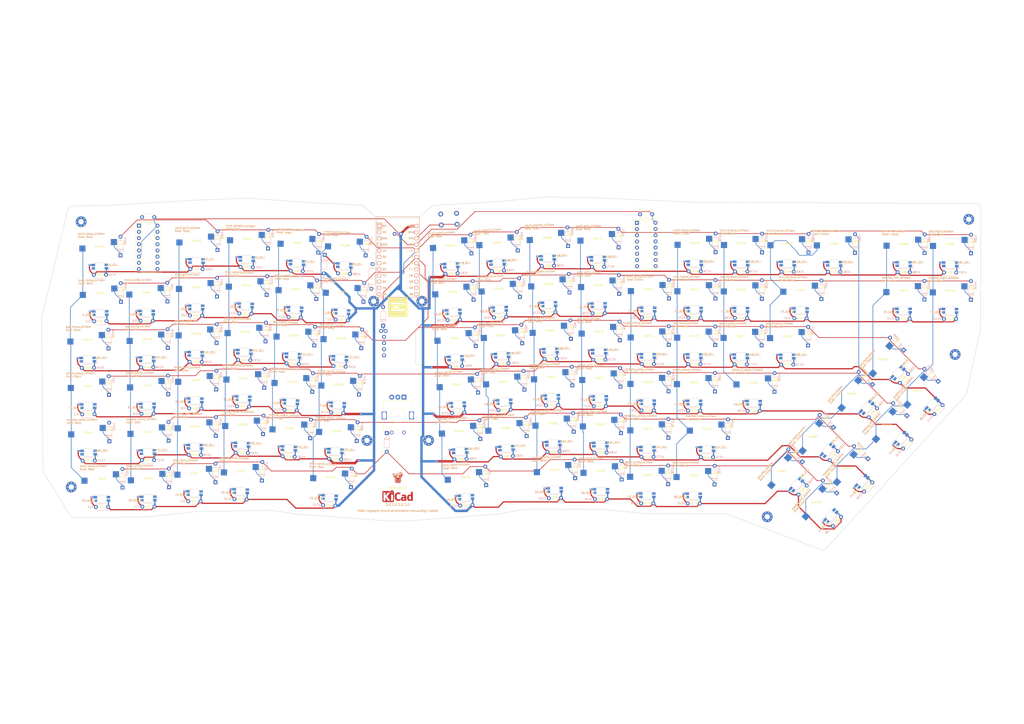
<source format=kicad_pcb>
(kicad_pcb (version 20240108) (generator "pcbnew") (generator_version "8.0")
  (title_block (title "travis_erg2024") (rev "2024.05.07") (company "Travis Hardiman"))
  (layers (0 "F.Cu" signal) (31 "B.Cu" signal) (34 "B.Paste" user) (35 "F.Paste" user) (36 "B.SilkS" user "B.Silkscreen") (37 "F.SilkS" user "F.Silkscreen") (38 "B.Mask" user) (39 "F.Mask" user) (44 "Edge.Cuts" user))
  (net 0 "")
  (net 1 "matrixl_outer_mod")
  (net 2 "col0")
  (net 3 "row5")
  (net 4 "LED_29")
  (net 5 "LED_30")
  (net 6 "RAW")
  (net 7 "GND")
  (net 8 "matrixl_outer_home")
  (net 9 "row3")
  (net 10 "LED_17")
  (net 11 "LED_18")
  (net 12 "matrixl_outer_num")
  (net 13 "row1")
  (net 14 "LED_5")
  (net 15 "LED_6")
  (net 16 "matrixl_pinky_mod")
  (net 17 "col1")
  (net 18 "LED_31")
  (net 19 "matrixl_pinky_home")
  (net 20 "LED_19")
  (net 21 "matrixl_pinky_num")
  (net 22 "LED_7")
  (net 23 "matrixl_ring_mod")
  (net 24 "col2")
  (net 25 "LED_32")
  (net 26 "matrixl_ring_home")
  (net 27 "LED_20")
  (net 28 "matrixl_ring_num")
  (net 29 "LED_8")
  (net 30 "matrixl_middle_mod")
  (net 31 "col3")
  (net 32 "LED_33")
  (net 33 "matrixl_middle_home")
  (net 34 "LED_21")
  (net 35 "matrixl_middle_num")
  (net 36 "LED_9")
  (net 37 "matrixl_index_home")
  (net 38 "col4")
  (net 39 "LED_22")
  (net 40 "matrixl_index_num")
  (net 41 "LED_10")
  (net 42 "matrixl_inner_mod")
  (net 43 "col5")
  (net 44 "LED_34")
  (net 45 "matrixl_inner_home")
  (net 46 "LED_23")
  (net 47 "matrixl_inner_num")
  (net 48 "LED_11")
  (net 49 "matrixr_inner_mod")
  (net 50 "col6")
  (net 51 "LED_35")
  (net 52 "matrixr_inner_home")
  (net 53 "LED_49")
  (net 54 "LED_50")
  (net 55 "matrixr_inner_num")
  (net 56 "LED_68")
  (net 57 "LED_69")
  (net 58 "matrixr_index_home")
  (net 59 "col7")
  (net 60 "LED_51")
  (net 61 "matrixr_index_num")
  (net 62 "LED_70")
  (net 63 "matrixr_middle_mod")
  (net 64 "col8")
  (net 65 "LED_36")
  (net 66 "matrixr_middle_home")
  (net 67 "LED_52")
  (net 68 "matrixr_middle_num")
  (net 69 "LED_71")
  (net 70 "matrixr_ring_mod")
  (net 71 "col9")
  (net 72 "LED_37")
  (net 73 "matrixr_ring_home")
  (net 74 "LED_53")
  (net 75 "matrixr_ring_num")
  (net 76 "LED_72")
  (net 77 "matrixr_pinky_mod")
  (net 78 "col10")
  (net 79 "LED_38")
  (net 80 "matrixr_pinky_home")
  (net 81 "LED_54")
  (net 82 "matrixr_pinky_num")
  (net 83 "LED_73")
  (net 84 "matrixr_outer_mod")
  (net 85 "col11")
  (net 86 "LED_39")
  (net 87 "matrixr_outer_home")
  (net 88 "LED_55")
  (net 89 "matrixr_outer_num")
  (net 90 "LED_74")
  (net 91 "matrixr_outer2_home")
  (net 92 "col12")
  (net 93 "LED_56")
  (net 94 "matrixr_outer2_num")
  (net 95 "LED_75")
  (net 96 "matrixr_outer3_num")
  (net 97 "col13")
  (net 98 "LED_76")
  (net 99 "arrows_left_bottom")
  (net 100 "col15")
  (net 101 "LED_40")
  (net 102 "LED_41")
  (net 103 "arrows_right_bottom")
  (net 104 "row4")
  (net 105 "LED_42")
  (net 106 "pages_left_bottom")
  (net 107 "LED_57")
  (net 108 "LED_58")
  (net 109 "pages_right_bottom")
  (net 110 "row2")
  (net 111 "LED_59")
  (net 112 "special_left_bottom")
  (net 113 "col14")
  (net 114 "LED_77")
  (net 115 "special_right_bottom")
  (net 116 "LED_78")
  (net 117 "matrixl_outer_bottom")
  (net 118 "LED_28")
  (net 119 "matrixl_outer_top")
  (net 120 "LED_16")
  (net 121 "matrixl_outer_func")
  (net 122 "row0")
  (net 123 "LED_4")
  (net 124 "matrixl_pinky_bottom")
  (net 125 "LED_27")
  (net 126 "matrixl_pinky_top")
  (net 127 "LED_15")
  (net 128 "matrixl_ring_bottom")
  (net 129 "LED_26")
  (net 130 "matrixl_ring_top")
  (net 131 "LED_14")
  (net 132 "matrixl_ring_func")
  (net 133 "LED_3")
  (net 134 "matrixl_middle_bottom")
  (net 135 "LED_25")
  (net 136 "matrixl_middle_top")
  (net 137 "LED_13")
  (net 138 "matrixl_middle_func")
  (net 139 "LED_2")
  (net 140 "matrixl_index_bottom")
  (net 141 "LED_24")
  (net 142 "matrixl_index_top")
  (net 143 "LED_12")
  (net 144 "matrixl_index_func")
  (net 145 "LED_1")
  (net 146 "matrixl_inner_bottom")
  (net 147 "matrixl_inner_top")
  (net 148 "matrixr_inner_bottom")
  (net 149 "LED_48")
  (net 150 "matrixr_inner_top")
  (net 151 "LED_67")
  (net 152 "matrixr_inner_func")
  (net 153 "LED_87")
  (net 154 "matrixr_index_bottom")
  (net 155 "LED_47")
  (net 156 "matrixr_index_top")
  (net 157 "LED_66")
  (net 158 "matrixr_index_func")
  (net 159 "LED_86")
  (net 160 "matrixr_middle_bottom")
  (net 161 "LED_46")
  (net 162 "matrixr_middle_top")
  (net 163 "LED_65")
  (net 164 "matrixr_middle_func")
  (net 165 "LED_85")
  (net 166 "matrixr_ring_bottom")
  (net 167 "LED_45")
  (net 168 "matrixr_ring_top")
  (net 169 "LED_64")
  (net 170 "matrixr_ring_func")
  (net 171 "LED_84")
  (net 172 "matrixr_pinky_bottom")
  (net 173 "LED_44")
  (net 174 "matrixr_pinky_top")
  (net 175 "LED_63")
  (net 176 "matrixr_outer_bottom")
  (net 177 "LED_43")
  (net 178 "matrixr_outer_top")
  (net 179 "LED_62")
  (net 180 "matrixr_outer_func")
  (net 181 "LED_83")
  (net 182 "matrixr_outer2_top")
  (net 183 "LED_61")
  (net 184 "matrixr_outer2_func")
  (net 185 "LED_82")
  (net 186 "matrixr_outer3_top")
  (net 187 "LED_60")
  (net 188 "matrixr_outer3_func")
  (net 189 "LED_81")
  (net 190 "matrixr_outer4_func")
  (net 191 "LED_80")
  (net 192 "arrows_left_top")
  (net 193 "arrows_right_top")
  (net 194 "pages_left_top")
  (net 195 "pages_right_top")
  (net 196 "special_left_top")
  (net 197 "LED_79")
  (net 198 "special_right_top")
  (net 199 "matrixl_inner_func")
  (net 200 "LED_0")
  (net 201 "RAWD")
  (net 202 "LED")
  (net 203 "D3")
  (net 204 "D2")
  (net 205 "mux3")
  (net 206 "mux2")
  (net 207 "mux1")
  (net 208 "mux0")
  (net 209 "scrC")
  (net 210 "scrA")
  (net 211 "B4")
  (net 212 "encC")
  (net 213 "encA")
  (net 214 "VCC")
  (net 215 "RST")
  (net 216 "scr_to")
  (net 217 "enc_to")
  (footprint "travis:MX" (layer "F.Cu") (at 337.118953 208.25696 47.75)
    (property "Reference" "KSW38")
    (property "Value" "Kailh MX Switch Sockets" (hide yes))
  )
  (footprint "Capacitor_THT:C_Disc_D4.7mm_W2.5mm_P5.00mm" (layer "F.Cu") (at 267.522001 87.879403 -179.75)
    (property "Reference" "C3" (hide yes))
    (property "Value" "104")
  )
  (footprint "travis:MX" (layer "F.Cu") (at 203.815605 102.743595 2.75)
    (property "Reference" "KSW65")
    (property "Value" "Kailh MX Switch Sockets" (hide yes))
  )
  (footprint "travis:MountingHole_2.2mm_M2_Pad_Via" (layer "F.Cu") (at 314.676451 211.958042 23.75)
    (property "Reference" "HOLE8" (hide yes))
    (property "Value" "")
  )
  (footprint "travis:MountingHole_2.2mm_M2_Pad_Via" (layer "F.Cu") (at 29.219261 199.752623 0.5)
    (property "Reference" "HOLE9" (hide yes))
    (property "Value" "")
  )
  (footprint "travis:MX" (layer "F.Cu") (at 245.689189 139.243743 0.75)
    (property "Reference" "KSW70")
    (property "Value" "Kailh MX Switch Sockets" (hide yes))
  )
  (footprint "travis:MX" (layer "F.Cu") (at 370.618293 122.39721 -0.25)
    (property "Reference" "KSW42")
    (property "Value" "Kailh MX Switch Sockets" (hide yes))
  )
  (footprint "travis:MX" (layer "F.Cu") (at 100.877565 120.303309 -1.5)
    (property "Reference" "KSW12")
    (property "Value" "Kailh MX Switch Sockets" (hide yes))
  )
  (footprint "travis:MX" (layer "F.Cu") (at 265.511806 198.139318 -0.25)
    (property "Reference" "KSW29")
    (property "Value" "Kailh MX Switch Sockets" (hide yes))
  )
  (footprint "travis:MX" (layer "F.Cu") (at 284.894109 122.023165 -0.25)
    (property "Reference" "KSW34")
    (property "Value" "Kailh MX Switch Sockets" (hide yes))
  )
  (footprint "travis:MX" (layer "F.Cu") (at 122.054923 102.816182 -2.5)
    (property "Reference" "KSW57")
    (property "Value" "Kailh MX Switch Sockets" (hide yes))
  )
  (footprint "travis:MX" (layer "F.Cu") (at 190.867728 198.975632 2.75)
    (property "Reference" "KSW18")
    (property "Value" "Kailh MX Switch Sockets" (hide yes))
  )
  (footprint "travis:MX" (layer "F.Cu") (at 204.729589 121.771657 2.75)
    (property "Reference" "KSW22")
    (property "Value" "Kailh MX Switch Sockets" (hide yes))
  )
  (footprint "travis:MX" (layer "F.Cu") (at 100.378894 139.346781 -1.5)
    (property "Reference" "KSW53")
    (property "Value" "Kailh MX Switch Sockets" (hide yes))
  )
  (footprint "travis:MX" (layer "F.Cu") (at 226.783847 176.929957 1.75)
    (property "Reference" "KSW66")
    (property "Value" "Kailh MX Switch Sockets" (hide yes))
  )
  (footprint "travis:ec11" (layer "F.Cu") (at 163.145298 170.509825 -90)
    (property "Reference" "ROT1" (hide yes))
    (property "Value" "EC11" (hide yes))
  )
  (footprint "Capacitor_THT:C_Disc_D4.7mm_W2.5mm_P5.00mm" (layer "F.Cu") (at 63.284332 89.060748 180)
    (property "Reference" "C2" (hide yes))
    (property "Value" "104")
  )
  (footprint "travis:MX" (layer "F.Cu") (at 99.381552 177.433725 -1.5)
    (property "Reference" "KSW52")
    (property "Value" "Kailh MX Switch Sockets" (hide yes))
  )
  (footprint "travis:MX" (layer "F.Cu") (at 120.393025 140.879919 -2.5)
    (property "Reference" "KSW56")
    (property "Value" "Kailh MX Switch Sockets" (hide yes))
  )
  (footprint "travis:MX" (layer "F.Cu") (at 79.991121 178.261644 -0.5)
    (property "Reference" "KSW49")
    (property "Value" "Kailh MX Switch Sockets" (hide yes))
  )
  (footprint "travis:MountingHole_2.2mm_M2_Pad_Via" (layer "F.Cu") (at 175.770097 180.628859 2.75)
    (property "Reference" "HOLE5" (hide yes))
    (property "Value" "")
  )
  (footprint "travis:MX" (layer "F.Cu") (at 41.078822 123.446225 0.5)
    (property "Reference" "KSW3")
    (property "Value" "Kailh MX Switch Sockets" (hide yes))
  )
  (footprint "travis:MX" (layer "F.Cu") (at 245.439832 120.195375 0.75)
    (property "Reference" "KSW28")
    (property "Value" "Kailh MX Switch Sockets" (hide yes))
  )
  (footprint "travis:MX" (layer "F.Cu") (at 370.701414 103.347391 -0.25)
    (property "Reference" "KSW86")
    (property "Value" "Kailh MX Switch Sockets" (hide yes))
  )
  (footprint "travis:MX" (layer "F.Cu") (at 187.541488 160.991475 2.75)
    (property "Reference" "KSW19")
    (property "Value" "Kailh MX Switch Sockets" (hide yes))
  )
  (footprint "travis:MX" (layer "F.Cu") (at 135.422868 198.984269 -2.75)
    (property "Reference" "KSW15")
    (property "Value" "Kailh MX Switch Sockets" (hide yes))
  )
  (footprint "travis:MX" (layer "F.Cu") (at 265.76117 140.989863 -0.25)
    (property "Reference" "KSW73")
    (property "Value" "Kailh MX Switch Sockets" (hide yes))
  )
  (footprint "travis:MX" (layer "F.Cu") (at 309.140135 160.229322 -0.25)
    (property "Reference" "KSW35")
    (property "Value" "Kailh MX Switch Sockets" (hide yes))
  )
  (footprint "travis:MX" (layer "F.Cu") (at 98.882881 196.477197 -1.5)
    (property "Reference" "KSW10")
    (property "Value" "Kailh MX Switch Sockets" (hide yes))
  )
  (footprint "travis:travis" (layer "F.Cu") (at 163.145298 195.97995)
    (property "Reference" "LOGO2" (hide yes))
    (property "Value" "")
  )
  (footprint "travis:MX" (layer "F.Cu") (at 349.927541 194.155805 47.75)
    (property "Reference" "KSW39")
    (property "Value" "Kailh MX Switch Sockets" (hide yes))
  )
  (footprint "travis:MX" (layer "F.Cu") (at 265.678049 160.039681 -0.25)
    (property "Reference" "KSW30")
    (property "Value" "Kailh MX Switch Sockets" (hide yes))
  )
  (footprint "travis:MX" (layer "F.Cu") (at 351.83712 163.720773 47.75)
    (property "Reference" "KSW84")
    (property "Value" "Kailh MX Switch Sockets" (hide yes))
  )
  (footprint "travis:MountingHole_2.2mm_M2_Pad_Via" (layer "F.Cu") (at 397.335175 89.938475 -0.25)
    (property "Reference" "HOLE6" (hide yes))
    (property "Value" "")
  )
  (footprint "travis:MX" (layer "F.Cu") (at 328.356196 122.212805 -0.25)
    (property "Reference" "KSW37")
    (property "Value" "Kailh MX Switch Sockets" (hide yes))
  )
  (footprint "travis:MX" (layer "F.Cu") (at 322.910626 141.239226 -0.25)
    (property "Reference" "KSW79")
    (property "Value" "Kailh MX Switch Sockets" (hide yes))
  )
  (footprint "travis:MX" (layer "F.Cu") (at 205.643572 140.799718 2.75)
    (property "Reference" "KSW64")
    (property "Value" "Kailh MX Switch Sockets" (hide yes))
  )
  (footprint "travis:MX" (layer "F.Cu") (at 290.007195 179.196019 -0.25)
    (property "Reference" "KSW74")
    (property "Value" "Kailh MX Switch Sockets" (hide yes))
  )
  (footprint "ScottoKeebs_Stabilizer:Stabilizer_MX_2.00u" (layer "F.Cu") (at 190.897474 199.594918 -177.25)
    (property "Reference" "STAB2u2" (hide yes))
    (property "Value" "Stabilizer_MX_2.00u" (hide yes))
  )
  (footprint "travis:MX" (layer "F.Cu") (at 139.66309 141.972051 -2.75)
    (property "Reference" "KSW59")
    (property "Value" "Kailh MX Switch Sockets" (hide yes))
  )
  (footprint "Symbol:KiCad-Logo_5mm_Copper" (layer "F.Cu") (at 163.145298 203.97995)
    (property "Reference" "SYM1" (hide yes))
    (property "Value" "KiCad-Logo_5mm_Copper" (hide yes))
  )
  (footprint "Arduino_Pro_Micro" (layer "F.Cu") (at 163.145298 106.661609)
    (property "Reference" "MCU1" (hide yes))
    (property "Value" "Arduino Pro Micro" (hide yes))
  )
  (footprint "travis:MX" (layer "F.Cu") (at 60.793059 199.477083 0.5)
    (property "Reference" "KSW4")
    (property "Value" "Kailh MX Switch Sockets" (hide yes))
  )
  (footprint "travis:MX" (layer "F.Cu") (at 284.727867 160.122802 -0.25)
    (property "Reference" "KSW33")
    (property "Value" "Kailh MX Switch Sockets" (hide yes))
  )
  (footprint "ceoloide:ergogen_logo" (layer "F.Cu") (at 163.145298 125.939671)
    (property "Reference" "LOGO1" (hide yes))
    (property "Value" "")
  )
  (footprint "travis:MX" (layer "F.Cu") (at 184.799538 103.90729 2.75)
    (property "Reference" "KSW62")
    (property "Value" "Kailh MX Switch Sockets" (hide yes))
  )
  (footprint "travis:MX" (layer "F.Cu") (at 186.627505 141.963414 2.75)
    (property "Reference" "KSW61")
    (property "Value" "Kailh MX Switch Sockets" (hide yes))
  )
  (footprint "travis:MX" (layer "F.Cu") (at 323.017798 195.448372 47.75)
    (property "Reference" "KSW82")
    (property "Value" "Kailh MX Switch Sockets" (hide yes))
  )
  (footprint "travis:MX" (layer "F.Cu") (at 246.187903 177.340479 0.75)
    (property "Reference" "KSW69")
    (property "Value" "Kailh MX Switch Sockets" (hide yes))
  )
  (footprint "travis:MX" (layer "F.Cu") (at 265.594927 179.0895 -0.25)
    (property "Reference" "KSW72")
    (property "Value" "Kailh MX Switch Sockets" (hide yes))
  )
  (footprint "travis:MX" (layer "F.Cu") (at 80.323602 140.163094 -0.5)
    (property "Reference" "KSW50")
    (property "Value" "Kailh MX Switch Sockets" (hide yes))
  )
  (footprint "travis:MX" (layer "F.Cu") (at 226.202088 157.888842 1.75)
    (property "Reference" "KSW24")
    (property "Value" "Kailh MX Switch Sockets" (hide yes))
  )
  (footprint "travis:MX" (layer "F.Cu") (at 304.027049 103.056467 -0.25)
    (property "Reference" "KSW78")
    (property "Value" "Kailh MX Switch Sockets" (hide yes))
  )
  (footprint "travis:MX" (layer "F.Cu") (at 284.97723 102.973346 -0.25)
    (property "Reference" "KSW76")
    (property "Value" "Kailh MX Switch Sockets" (hide yes))
  )
  (footprint "travis:MX" (layer "F.Cu") (at 246.437259 196.388847 0.75)
    (property "Reference" "KSW26")
    (property "Value" "Kailh MX Switch Sockets" (hide yes))
  )
  (footprint "travis:MX" (layer "F.Cu") (at 364.645708 149.619617 47.75)
    (property "Reference" "KSW85")
    (property "Value" "Kailh MX Switch Sockets" (hide yes))
  )
  (footprint "travis:MX" (layer "F.Cu") (at 245.938546 158.292111 0.75)
    (property "Reference" "KSW27")
    (property "Value" "Kailh MX Switch Sockets" (hide yes))
  )
  (footprint "travis:MountingHole_2.2mm_M2_Pad_Via" (layer "F.Cu") (at 391.74019 145.383576 23.75)
    (property "Reference" "HOLE7" (hide yes))
    (property "Value" "")
  )
  (footprint "travis:MX" (layer "F.Cu") (at 80.489842 121.11382 -0.5)
    (property "Reference" "KSW9")
    (property "Value" "Kailh MX Switch Sockets" (hide yes))
  )
  (footprint "travis:MX" (layer "F.Cu") (at 227.365606 195.971072 1.75)
    (property "Reference" "KSW23")
    (property "Value" "Kailh MX Switch Sockets" (hide yes))
  )
  (footprint "travis:MX" (layer "F.Cu") (at 185.713522 122.935352 2.75)
    (property "Reference" "KSW20")
    (property "Value" "Kailh MX Switch Sockets" (hide yes))
  )
  (footprint "travis:MX" (layer "F.Cu") (at 118.731126 178.943657 -2.5)
    (property "Reference" "KSW55")
    (property "Value" "Kailh MX Switch Sockets" (hide yes))
  )
  (footprint "travis:MX" (layer "F.Cu") (at 378.746863 162.428205 47.75)
    (property "Reference" "KSW41")
    (property "Value" "Kailh MX Switch Sockets" (hide yes))
  )
  (footprint "travis:MountingHole_2.2mm_M2_Pad_Via" (layer "F.Cu") (at 33.269842 90.938132 0.5)
    (property "Reference" "HOLE1" (hide yes))
    (property "Value" "")
  )
  (footprint "Capacitor_THT:C_Radial_D6.3mm_H11.0mm_P2.50mm" (layer "F.Cu") (at 164.395298 95.911609 180)
    (property "Reference" "C1" (hide yes))
    (property "Value" "6.3V 1000uF" (hide yes))
  )
  (footprint "travis:MX" (layer "F.Cu") (at 119.562075 159.911788 -2.5)
    (property "Reference" "KSW13")
    (property "Value" "Kailh MX Switch Sockets" (hide yes))
  )
  (footprint "travis:MX" (layer "F.Cu") (at 60.128097 123.279984 0.5)
    (property "Reference" "KSW6")
    (property "Value" "Kailh MX Switch Sockets" (hide yes))
  )
  (footprint "travis:MountingHole_2.2mm_M2_Pad_Via" (layer "F.Cu") (at 153.262448 123.553312 -2.75)
    (property "Reference" "HOLE2" (hide yes))
    (property "Value" "")
  )
  (footprint "travis:evqwgd001" (layer "F.Cu") (at 163.145298 141.967732)
    (property "Reference" "SCR1" (hide yes))
    (property "Value" "EVQWGD001" (hide yes))
    (fp_line (start 7.4 -6.3) (end 7.4 7.3) (stroke (width 0.15)) (layer "Edge.Cuts"))
    (fp_line (start 7.7 7.6) (end 9.5 7.6) (stroke (width 0.15)) (layer "Edge.Cuts"))
    (fp_line (start 9.5 -6.6) (end 7.7 -6.6) (stroke (width 0.15)) (layer "Edge.Cuts"))
    (fp_line (start 9.8 7.3) (end 9.8 -6.3) (stroke (width 0.15)) (layer "Edge.Cuts"))
    (fp_arc (start 7.4 -6.3) (mid 7.487868 -6.512132) (end 7.7 -6.6) (stroke (width 0.15)) (layer "Edge.Cuts"))
    (fp_arc (start 7.7 7.6) (mid 7.487868 7.512132) (end 7.4 7.3) (stroke (width 0.15)) (layer "Edge.Cuts"))
    (fp_arc (start 9.5 -6.6) (mid 9.712132 -6.512132) (end 9.8 -6.3) (stroke (width 0.15)) (layer "Edge.Cuts"))
    (fp_arc (start 9.8 7.3) (mid 9.712132 7.512132) (end 9.5 7.6) (stroke (width 0.15)) (layer "Edge.Cuts"))
  )
  (footprint "travis:MX" (layer "F.Cu") (at 188.455472 180.019537 2.75)
    (property "Reference" "KSW60")
    (property "Value" "Kailh MX Switch Sockets" (hide yes))
  )
  (footprint "travis:MX" (layer "F.Cu") (at 284.561625 198.222439 -0.25)
    (property "Reference" "KSW32")
    (property "Value" "Kailh MX Switch Sockets" (hide yes))
  )
  (footprint "travis:MX" (layer "F.Cu") (at 138.749107 161.000113 -2.75)
    (property "Reference" "KSW16")
    (property "Value" "Kailh MX Switch Sockets" (hide yes))
  )
  (footprint "travis:MX" (layer "F.Cu") (at 224.456812 100.765497 1.75)
    (property "Reference" "KSW68")
    (property "Value" "Kailh MX Switch Sockets" (hide yes))
  )
  (footprint "travis:MX" (layer "F.Cu") (at 335.826386 181.347217 47.75)
    (property "Reference" "KSW83")
    (property "Value" "Kailh MX Switch Sockets" (hide yes))
  )
  (footprint "travis:MX" (layer "F.Cu") (at 389.751233 103.430512 -0.25)
    (property "Reference" "KSW87")
    (property "Value" "Kailh MX Switch Sockets" (hide yes))
  )
  (footprint "travis:MX" (layer "F.Cu") (at 79.82488 197.310918 -0.5)
    (property "Reference" "KSW7")
    (property "Value" "Kailh MX Switch Sockets" (hide yes))
  )
  (footprint "travis:MX" (layer "F.Cu") (at 389.668112 122.480331 -0.25)
    (property "Reference" "KSW43")
    (property "Value" "Kailh MX Switch Sockets" (hide yes))
  )
  (footprint "travis:MountingHole_2.2mm_M2_Pad_Via" (layer "F.Cu") (at 173.028147 123.544674 2.75)
    (property "Reference" "HOLE3" (hide yes))
    (property "Value" "")
  )
  (footprint "travis:MX" (layer "F.Cu") (at 323.076868 103.139588 -0.25)
    (property "Reference" "KSW80")
    (property "Value" "Kailh MX Switch Sockets" (hide yes))
  )
  (footprint "Package_DIP:DIP-16_W7.62mm_Socket" (layer "F.Cu") (at 261.227333 91.406902 0.25)
    (property "Reference" "DIP2" (hide yes))
    (property "Value" "SN74HC138N" (hide yes))
  )
  (footprint "Package_DIP:DIP-16_W7.62mm_Socket" (layer "F.Cu") (at 56.974332 92.560748)
    (property "Reference" "DIP1" (hide yes))
    (property "Value" "SN74HC138N" (hide yes))
  )
  (footprint "travis:MX" (layer "F.Cu") (at 303.943928 122.106286 -0.25)
    (property "Reference" "KSW36")
    (property "Value" "Kailh MX Switch Sockets" (hide yes))
  )
  (footprint "travis:MX" (layer "F.Cu") (at 141.491057 103.915928 -2.75)
    (property "Reference" "KSW88")
    (property "Value" "Kailh MX Switch Sockets" (hide yes))
  )
  (footprint "travis:MX" (layer "F.Cu") (at 80.157361 159.212369 -0.5)
    (property "Reference" "KSW8")
    (property "Value" "Kailh MX Switch Sockets" (hide yes))
  )
  (footprint "travis:MX" (layer "F.Cu") (at 206.557556 159.82778 2.75)
    (property "Reference" "KSW21")
    (property "Value" "Kailh MX Switch Sockets" (hide yes))
  )
  (footprint "travis:MX" (layer "F.Cu") (at 35.982763 142.541423 0.5)
    (property "Reference" "KSW45")
    (property "Value" "Kailh MX Switch Sockets" (hide yes))
  )
  (footprint "travis:MX" (layer "F.Cu") (at 207.471539 178.855842 2.75)
    (property "Reference" "KSW63")
    (property "Value" "Kailh MX Switch Sockets" (hide yes))
  )
  (footprint "travis:MX" (layer "F.Cu") (at 140.577074 122.94399 -2.75)
    (property "Reference" "KSW17")
    (property "Value" "Kailh MX Switch Sockets" (hide yes))
  )
  (footprint "travis:MX" (layer "F.Cu") (at 265.844291 121.940044 -0.25)
    (property "Reference" "KSW31")
    (property "Value" "Kailh MX Switch Sockets" (hide yes))
  )
  (footprint "travis:MX" (layer "F.Cu") (at 137.835124 180.028175 -2.75)
    (property "Reference" "KSW58")
    (property "Value" "Kailh MX Switch Sockets" (hide yes))
  )
  (footprint "travis:MX" (layer "F.Cu") (at 36.149003 161.590697 0.5)
    (property "Reference" "KSW2")
    (property "Value" "Kailh MX Switch Sockets" (hide yes))
  )
  (footprint "travis:MX" (layer "F.Cu") (at 225.038571 119.806612 1.75)
    (property "Reference" "KSW25")
    (property "Value" "Kailh MX Switch Sockets" (hide yes))
  )
  (footprint "travis:MX" (layer "F.Cu") (at 365.938276 176.52936 47.75)
    (property "Reference" "KSW40")
    (property "Value" "Kailh MX Switch Sockets" (hide yes))
  )
  (footprint "travis:MX" (layer "F.Cu") (at 121.223974 121.848051 -2.5)
    (property "Reference" "KSW14")
    (property "Value" "Kailh MX Switch Sockets" (hide yes))
  )
  (footprint "travis:MountingHole_2.2mm_M2_Pad_Via" (layer "F.Cu") (at 150.520498 180.637497 -2.75)
    (property "Reference" "HOLE4" (hide yes))
    (property "Value" "")
  )
  (footprint "travis:MX" (layer "F.Cu") (at 245.190475 101.147007 0.75)
    (property "Reference" "KSW71")
    (property "Value" "Kailh MX Switch Sockets" (hide yes))
  )
  (footprint "travis:MX" (layer "F.Cu") (at 284.810988 141.072984 -0.25)
    (property "Reference" "KSW75")
    (property "Value" "Kailh MX Switch Sockets" (hide yes))
  )
  (footprint "travis:MX" (layer "F.Cu") (at 80.656083 102.064545 -0.5)
    (property "Reference" "KSW51")
    (property "Value" "Kailh MX Switch Sockets" (hide yes))
  )
  (footprint "travis:MX" (layer "F.Cu") (at 225.62033 138.847727 1.75)
    (property "Reference" "KSW67")
    (property "Value" "Kailh MX Switch Sockets" (hide yes))
  )
  (footprint "travis:MX" (layer "F.Cu") (at 60.294337 142.329259 0.5)
    (property "Reference" "KSW48")
    (property "Value" "Kailh MX Switch Sockets" (hide yes))
  )
  (footprint "travis:MX" (layer "F.Cu") (at 40.912582 104.39695 0.5)
    (property "Reference" "KSW46")
    (property "Value" "Kailh MX Switch Sockets" (hide yes))
  )
  (footprint "travis:MX" (layer "F.Cu") (at 342.126686 103.22271 -0.25)
    (property "Reference" "KSW81")
    (property "Value" "Kailh MX Switch Sockets" (hide yes))
  )
  (footprint "Button_Switch_THT:SW_PUSH_6mm_H4.3mm" (layer "F.Cu") (at 180.771837 87.794476 2.75)
    (property "Reference" "SW1" (hide yes))
    (property "Value" "6mm button" (hide yes))
  )
  (footprint "travis:MX" (layer "F.Cu") (at 101.376236 101.259836 -1.5)
    (property "Reference" "KSW54")
    (property "Value" "Kailh MX Switch Sockets" (hide yes))
  )
  (footprint "travis:MX" (layer "F.Cu") (at 60.626818 180.427808 0.5)
    (property "Reference" "KSW47")
    (property "Value" "Kailh MX Switch Sockets" (hide yes))
  )
  (footprint "travis:MX" (layer "F.Cu") (at 303.860807 141.156105 -0.25)
    (property "Reference" "KSW77")
    (property "Value" "Kailh MX Switch Sockets" (hide yes))
  )
  (footprint "ScottoKeebs_Stabilizer:Stabilizer_MX_2.00u" (layer "F.Cu") (at 135.393121 199.603555 177.25)
    (property "Reference" "STAB2u1" (hide yes))
    (property "Value" "Stabilizer_MX_2.00u" (hide yes))
  )
  (footprint "travis:MX" (layer "F.Cu") (at 36.315244 180.639972 0.5)
    (property "Reference" "KSW44")
    (property "Value" "Kailh MX Switch Sockets" (hide yes))
  )
  (footprint "travis:MX" (layer "F.Cu") (at 60.460578 161.378533 0.5)
    (property "Reference" "KSW5")
    (property "Value" "Kailh MX Switch Sockets" (hide yes))
  )
  (footprint "travis:MX" (layer "F.Cu") (at 41.743784 199.643323 0.5)
    (property "Reference" "KSW1")
    (property "Value" "Kailh MX Switch Sockets" (hide yes))
  )
  (footprint "travis:MX" (layer "F.Cu") (at 99.880223 158.390253 -1.5)
    (property "Reference" "KSW11")
    (property "Value" "Kailh MX Switch Sockets" (hide yes))
  )
  (footprint "ScottoKeebs_Components:Diode_DO-35" (layer "B.Cu") (at 331.4338 141.6814 89.75)
    (property "Reference" "KD79")
    (property "Value" "1N4148")
  )
  (footprint "ScottoKeebs_Components:Diode_DO-35" (layer "B.Cu") (at 274.2843 141.4321 89.75)
    (property "Reference" "KD73")
    (property "Value" "1N4148")
  )
  (footprint "Capacitor_THT:C_Disc_D4.7mm_W2.5mm_P5.00mm" (layer "B.Cu") (at 249.0457 204.6554 -179.25)
    (property "Reference" "KC26")
    (property "Value" "104")
  )
  (footprint "Capacitor_THT:C_Disc_D4.7mm_W2.5mm_P5.00mm" (layer "B.Cu") (at 101.1648 204.8398 178.5)
    (property "Reference" "KC10")
    (property "Value" "104")
  )
  (footprint "ScottoKeebs_Components:Diode_DO-35" (layer "B.Cu") (at 69.3213 199.8077 90.5)
    (property "Reference" "KD4")
    (property "Value" "1N4148")
  )
  (footprint "ScottoKeebs_Components:Diode_DO-35" (layer "B.Cu") (at 128.8922 141.6564 87.5)
    (property "Reference" "KD56")
    (property "Value" "1N4148")
  )
  (footprint "travis:led_SK6812mini-e" (layer "B.Cu") (at 140.3391 127.8983 -2.75)
    (property "Reference" "LED_10-row1-col5" (hide yes))
    (property "Value" "SK6812mini-e")
    (fp_line (start -1.8 1.55) (end 1.8 1.55) (stroke (width 0.12)) (layer "Edge.Cuts"))
    (fp_line (start -1.8 -1.55) (end -1.8 1.55) (stroke (width 0.12)) (layer "Edge.Cuts"))
    (fp_line (start 1.8 1.55) (end 1.8 -1.55) (stroke (width 0.12)) (layer "Edge.Cuts"))
    (fp_line (start 1.8 -1.55) (end -1.8 -1.55) (stroke (width 0.12)) (layer "Edge.Cuts"))
  )
  (footprint "travis:led_SK6812mini-e" (layer "B.Cu") (at 79.7816 202.2707 -0.5)
    (property "Reference" "LED_31-row5-col2" (hide yes))
    (property "Value" "SK6812mini-e")
    (fp_line (start -1.8 1.55) (end 1.8 1.55) (stroke (width 0.12)) (layer "Edge.Cuts"))
    (fp_line (start -1.8 -1.55) (end -1.8 1.55) (stroke (width 0.12)) (layer "Edge.Cuts"))
    (fp_line (start 1.8 1.55) (end 1.8 -1.55) (stroke (width 0.12)) (layer "Edge.Cuts"))
    (fp_line (start 1.8 -1.55) (end -1.8 -1.55) (stroke (width 0.12)) (layer "Edge.Cuts"))
  )
  (footprint "travis:led_SK6812mini-e" (layer "B.Cu") (at 246.0035 163.2517 0.75)
    (property "Reference" "LED_52-row3-col9" (hide yes))
    (property "Value" "SK6812mini-e")
    (fp_line (start -1.8 -1.55) (end -1.8 1.55) (stroke (width 0.12)) (layer "Edge.Cuts"))
    (fp_line (start -1.8 1.55) (end 1.8 1.55) (stroke (width 0.12)) (layer "Edge.Cuts"))
    (fp_line (start 1.8 -1.55) (end -1.8 -1.55) (stroke (width 0.12)) (layer "Edge.Cuts"))
    (fp_line (start 1.8 1.55) (end 1.8 -1.55) (stroke (width 0.12)) (layer "Edge.Cuts"))
  )
  (footprint "travis:led_SK6812mini-e" (layer "B.Cu") (at 185.9515 127.8896 2.75)
    (property "Reference" "LED_68-row1-col6" (hide yes))
    (property "Value" "SK6812mini-e")
    (fp_line (start -1.8 -1.55) (end -1.8 1.55) (stroke (width 0.12)) (layer "Edge.Cuts"))
    (fp_line (start -1.8 1.55) (end 1.8 1.55) (stroke (width 0.12)) (layer "Edge.Cuts"))
    (fp_line (start 1.8 -1.55) (end -1.8 -1.55) (stroke (width 0.12)) (layer "Edge.Cuts"))
    (fp_line (start 1.8 1.55) (end 1.8 -1.55) (stroke (width 0.12)) (layer "Edge.Cuts"))
  )
  (footprint "travis:led_SK6812mini-e" (layer "B.Cu") (at 80.6128 107.0244 179.5)
    (property "Reference" "LED_3-row0-col2" (hide yes))
    (property "Value" "SK6812mini-e")
    (fp_line (start 1.8 -1.55) (end -1.8 -1.55) (stroke (width 0.12)) (layer "Edge.Cuts"))
    (fp_line (start 1.8 1.55) (end 1.8 -1.55) (stroke (width 0.12)) (layer "Edge.Cuts"))
    (fp_line (start -1.8 -1.55) (end -1.8 1.55) (stroke (width 0.12)) (layer "Edge.Cuts"))
    (fp_line (start -1.8 1.55) (end 1.8 1.55) (stroke (width 0.12)) (layer "Edge.Cuts"))
  )
  (footprint "ScottoKeebs_Components:Diode_DO-35" (layer "B.Cu") (at 196.0761 160.987 92.75)
    (property "Reference" "KD19")
    (property "Value" "1N4148")
  )
  (footprint "travis:led_SK6812mini-e" (layer "B.Cu") (at 326.6893 198.7833 -132.25)
    (property "Reference" "LED_39-row5-col14" (hide yes))
    (property "Value" "SK6812mini-e")
    (fp_line (start 1.8 1.55) (end 1.8 -1.55) (stroke (width 0.12)) (layer "Edge.Cuts"))
    (fp_line (start 1.8 -1.55) (end -1.8 -1.55) (stroke (width 0.12)) (layer "Edge.Cuts"))
    (fp_line (start -1.8 1.55) (end 1.8 1.55) (stroke (width 0.12)) (layer "Edge.Cuts"))
    (fp_line (start -1.8 -1.55) (end -1.8 1.55) (stroke (width 0.12)) (layer "Edge.Cuts"))
  )
  (footprint "travis:led_SK6812mini-e" (layer "B.Cu") (at 60.1714 128.2398 0.5)
    (property "Reference" "LED_6-row1-col1" (hide yes))
    (property "Value" "SK6812mini-e")
    (fp_line (start -1.8 -1.55) (end -1.8 1.55) (stroke (width 0.12)) (layer "Edge.Cuts"))
    (fp_line (start -1.8 1.55) (end 1.8 1.55) (stroke (width 0.12)) (layer "Edge.Cuts"))
    (fp_line (start 1.8 -1.55) (end -1.8 -1.55) (stroke (width 0.12)) (layer "Edge.Cuts"))
    (fp_line (start 1.8 1.55) (end 1.8 -1.55) (stroke (width 0.12)) (layer "Edge.Cuts"))
  )
  (footprint "Capacitor_THT:C_Disc_D4.7mm_W2.5mm_P5.00mm" (layer "B.Cu") (at 263.0587 187.3785 -0.25)
    (property "Reference" "KC72")
    (property "Value" "104")
  )
  (footprint "ScottoKeebs_Components:Diode_DO-35" (layer "B.Cu") (at 127.2303 179.7201 87.5)
    (property "Reference" "KD55")
    (property "Value" "1N4148")
  )
  (footprint "ScottoKeebs_Components:Diode_DO-35" (layer "B.Cu") (at 312.4671 122.5485 89.75)
    (property "Reference" "KD36")
    (property "Value" "1N4148")
  )
  (footprint "ScottoKeebs_Components:Diode_DO-35" (layer "B.Cu") (at 108.3917 159.0183 88.5)
    (property "Reference" "KD11")
    (property "Value" "1N4148")
  )
  (footprint "Capacitor_THT:C_Disc_D4.7mm_W2.5mm_P5.00mm" (layer "B.Cu") (at 223.375 147.2202 1.75)
    (property "Reference" "KC67")
    (property "Value" "104")
  )
  (footprint "ScottoKeebs_Components:Diode_DO-35" (layer "B.Cu") (at 108.8904 139.9748 88.5)
    (property "Reference" "KD53")
    (property "Value" "1N4148")
  )
  (footprint "ScottoKeebs_Components:Diode_DO-35" (layer "B.Cu") (at 350.6498 103.6649 89.75)
    (property "Reference" "KD81")
    (property "Value" "1N4148")
  )
  (footprint "Capacitor_THT:C_Disc_D4.7mm_W2.5mm_P5.00mm" (layer "B.Cu") (at 103.1594 128.6659 178.5)
    (property "Reference" "KC12")
    (property "Value" "104")
  )
  (footprint "Capacitor_THT:C_Disc_D4.7mm_W2.5mm_P5.00mm" (layer "B.Cu") (at 38.7213 169.8686 -179.5)
    (property "Reference" "KC2")
    (property "Value" "104")
  )
  (footprint "Capacitor_THT:C_Disc_D4.7mm_W2.5mm_P5.00mm" (layer "B.Cu") (at 243.298 147.5758 0.75)
    (property "Reference" "KC70")
    (property "Value" "104")
  )
  (footprint "ScottoKeebs_Components:Diode_DO-35" (layer "B.Cu") (at 293.251 160.565 89.75)
    (property "Reference" "KD33")
    (property "Value" "1N4148")
  )
  (footprint "travis:led_SK6812mini-e" (layer "B.Cu") (at 135.1849 203.9386 -2.75)
    (property "Reference" "LED_33-row5-col5" (hide yes))
    (property "Value" "SK6812mini-e")
    (fp_line (start -1.8 1.55) (end 1.8 1.55) (stroke (width 0.12)) (layer "Edge.Cuts"))
    (fp_line (start -1.8 -1.55) (end -1.8 1.55) (stroke (width 0.12)) (layer "Edge.Cuts"))
    (fp_line (start 1.8 1.55) (end 1.8 -1.55) (stroke (width 0.12)) (layer "Edge.Cuts"))
    (fp_line (start 1.8 -1.55) (end -1.8 -1.55) (stroke (width 0.12)) (layer "Edge.Cuts"))
  )
  (footprint "ScottoKeebs_Components:Diode_DO-35" (layer "B.Cu") (at 343.1507 202.2189 137.75)
    (property "Reference" "KD38")
    (property "Value" "1N4148")
  )
  (footprint "travis:led_SK6812mini-e" (layer "B.Cu") (at 187.7795 165.9458 2.75)
    (property "Reference" "LED_49-row3-col6" (hide yes))
    (property "Value" "SK6812mini-e")
    (fp_line (start -1.8 -1.55) (end -1.8 1.55) (stroke (width 0.12)) (layer "Edge.Cuts"))
    (fp_line (start -1.8 1.55) (end 1.8 1.55) (stroke (width 0.12)) (layer "Edge.Cuts"))
    (fp_line (start 1.8 -1.55) (end -1.8 -1.55) (stroke (width 0.12)) (layer "Edge.Cuts"))
    (fp_line (start 1.8 1.55) (end 1.8 -1.55) (stroke (width 0.12)) (layer "Edge.Cuts"))
  )
  (footprint "Capacitor_THT:C_Disc_D4.7mm_W2.5mm_P5.00mm" (layer "B.Cu") (at 186.3566 188.4299 2.75)
    (property "Reference" "KC60")
    (property "Value" "104")
  )
  (footprint "ScottoKeebs_Components:Diode_DO-35" (layer "B.Cu") (at 88.346 197.7903 89.5)
    (property "Reference" "KD7")
    (property "Value" "1N4148")
  )
  (footprint "travis:led_SK6812mini-e" (layer "B.Cu") (at 226.3536 162.8465 1.75)
    (property "Reference" "LED_51-row3-col8" (hide yes))
    (property "Value" "SK6812mini-e")
    (fp_line (start -1.8 -1.55) (end -1.8 1.55) (stroke (width 0.12)) (layer "Edge.Cuts"))
    (fp_line (start -1.8 1.55) (end 1.8 1.55) (stroke (width 0.12)) (layer "Edge.Cuts"))
    (fp_line (start 1.8 -1.55) (end -1.8 -1.55) (stroke (width 0.12)) (layer "Edge.Cuts"))
    (fp_line (start 1.8 1.55) (end 1.8 -1.55) (stroke (width 0.12)) (layer "Edge.Cuts"))
  )
  (footprint "Capacitor_THT:C_Disc_D4.7mm_W2.5mm_P5.00mm" (layer "B.Cu") (at 301.3246 149.4451 -0.25)
    (property "Reference" "KC77")
    (property "Value" "104")
  )
  (footprint "travis:led_SK6812mini-e" (layer "B.Cu") (at 353.599 197.4907 47.75)
    (property "Reference" "LED_41-row4-col15" (hide yes))
    (property "Value" "SK6812mini-e")
    (fp_line (start -1.8 -1.55) (end -1.8 1.55) (stroke (width 0.12)) (layer "Edge.Cuts"))
    (fp_line (start -1.8 1.55) (end 1.8 1.55) (stroke (width 0.12)) (layer "Edge.Cuts"))
    (fp_line (start 1.8 -1.55) (end -1.8 -1.55) (stroke (width 0.12)) (layer "Edge.Cuts"))
    (fp_line (start 1.8 1.55) (end 1.8 -1.55) (stroke (width 0.12)) (layer "Edge.Cuts"))
  )
  (footprint "ScottoKeebs_Components:Diode_DO-35" (layer "B.Cu") (at 44.8435 180.9706 90.5)
    (property "Reference" "KD44")
    (property "Value" "1N4148")
  )
  (footprint "travis:led_SK6812mini-e" (layer "B.Cu") (at 101.2464 106.2181 178.5)
    (property "Reference" "LED_2-row0-col3" (hide yes))
    (property "Value" "SK6812mini-e")
    (fp_line (start 1.8 -1.55) (end -1.8 -1.55) (stroke (width 0.12)) (layer "Edge.Cuts"))
    (fp_line (start 1.8 1.55) (end 1.8 -1.55) (stroke (width 0.12)) (layer "Edge.Cuts"))
    (fp_line (start -1.8 -1.55) (end -1.8 1.55) (stroke (width 0.12)) (layer "Edge.Cuts"))
    (fp_line (start -1.8 1.55) (end 1.8 1.55) (stroke (width 0.12)) (layer "Edge.Cuts"))
  )
  (footprint "ScottoKeebs_Components:Diode_DO-35" (layer "B.Cu") (at 89.1772 102.5439 89.5)
    (property "Reference" "KD51")
    (property "Value" "1N4148")
  )
  (footprint "travis:led_SK6812mini-e" (layer "B.Cu") (at 60.6701 185.3876 -179.5)
    (property "Reference" "LED_27-row4-col1" (hide yes))
    (property "Value" "SK6812mini-e")
    (fp_line (start 1.8 1.55) (end 1.8 -1.55) (stroke (width 0.12)) (layer "Edge.Cuts"))
    (fp_line (start 1.8 -1.55) (end -1.8 -1.55) (stroke (width 0.12)) (layer "Edge.Cuts"))
    (fp_line (start -1.8 1.55) (end 1.8 1.55) (stroke (width 0.12)) (layer "Edge.Cuts"))
    (fp_line (start -1.8 -1.55) (end -1.8 1.55) (stroke (width 0.12)) (layer "Edge.Cuts"))
  )
  (footprint "travis:led_SK6812mini-e" (layer "B.Cu") (at 370.5967 127.3572 -0.25)
    (property "Reference" "LED_76-row1-col14" (hide yes))
    (property "Value" "SK6812mini-e")
    (fp_line (start -1.8 1.55) (end 1.8 1.55) (stroke (width 0.12)) (layer "Edge.Cuts"))
    (fp_line (start -1.8 -1.55) (end -1.8 1.55) (stroke (width 0.12)) (layer "Edge.Cuts"))
    (fp_line (start 1.8 1.55) (end 1.8 -1.55) (stroke (width 0.12)) (layer "Edge.Cuts"))
    (fp_line (start 1.8 -1.55) (end -1.8 -1.55) (stroke (width 0.12)) (layer "Edge.Cuts"))
  )
  (footprint "Capacitor_THT:C_Disc_D4.7mm_W2.5mm_P5.00mm" (layer "B.Cu") (at 227.7909 128.0264 -178.25)
    (property "Reference" "KC25")
    (property "Value" "104")
  )
  (footprint "ScottoKeebs_Components:Diode_DO-35" (layer "B.Cu") (at 312.384 141.5983 89.75)
    (property "Reference" "KD77")
    (property "Value" "1N4148")
  )
  (footprint "ScottoKeebs_Components:Diode_DO-35" (layer "B.Cu") (at 196.9901 180.0151 92.75)
    (property "Reference" "KD60")
    (property "Value" "1N4148")
  )
  (footprint "ScottoKeebs_Components:Diode_DO-35" (layer "B.Cu") (at 357.8688 157.6827 137.75)
    (property "Reference" "KD84")
    (property "Value" "1N4148")
  )
  (footprint "Capacitor_THT:C_Disc_D4.7mm_W2.5mm_P5.00mm" (layer "B.Cu") (at 243.7968 185.6725 0.75)
    (property "Reference" "KC69")
    (property "Value" "104")
  )
  (footprint "ScottoKeebs_Components:Diode_DO-35" (layer "B.Cu") (at 147.2449 161.8137 87.25)
    (property "Reference" "KD16")
    (property "Value" "1N4148")
  )
  (footprint "ScottoKeebs_Components:Diode_DO-35" (layer "B.Cu") (at 371.97 170.4913 137.75)
    (property "Reference" "KD40")
    (property "Value" "1N4148")
  )
  (footprint "ScottoKeebs_Components:Diode_DO-35" (layer "B.Cu") (at 317.6633 160.6715 89.75)
    (property "Reference" "KD35")
    (property "Value" "1N4148")
  )
  (footprint "travis:led_SK6812mini-e" (layer "B.Cu") (at 60.5039 166.3383 0.5)
    (property "Reference" "LED_18-row3-col1" (hide yes))
    (property "Value" "SK6812mini-e")
    (fp_line (start -1.8 -1.55) (end -1.8 1.55) (stroke (width 0.12)) (layer "Edge.Cuts"))
    (fp_line (start -1.8 1.55) (end 1.8 1.55) (stroke (width 0.12)) (layer "Edge.Cuts"))
    (fp_line (start 1.8 -1.55) (end -1.8 -1.55) (stroke (width 0.12)) (layer "Edge.Cuts"))
    (fp_line (start 1.8 1.55) (end 1.8 -1.55) (stroke (width 0.12)) (layer "Edge.Cuts"))
  )
  (footprint "travis:led_SK6812mini-e" (layer "B.Cu") (at 119.3457 164.8671 -2.5)
    (property "Reference" "LED_21-row3-col4" (hide yes))
    (property "Value" "SK6812mini-e")
    (fp_line (start -1.8 1.55) (end 1.8 1.55) (stroke (width 0.12)) (layer "Edge.Cuts"))
    (fp_line (start -1.8 -1.55) (end -1.8 1.55) (stroke (width 0.12)) (layer "Edge.Cuts"))
    (fp_line (start 1.8 1.55) (end 1.8 -1.55) (stroke (width 0.12)) (layer "Edge.Cuts"))
    (fp_line (start 1.8 -1.55) (end -1.8 -1.55) (stroke (width 0.12)) (layer "Edge.Cuts"))
  )
  (footprint "ScottoKeebs_Components:Diode_DO-35" (layer "B.Cu") (at 233.572 119.9511 91.75)
    (property "Reference" "KD25")
    (property "Value" "1N4148")
  )
  (footprint "travis:led_SK6812mini-e" (layer "B.Cu") (at 41.7871 204.6031 0.5)
    (property "Reference" "LED_29-row5-col0" (hide yes))
    (property "Value" "SK6812mini-e")
    (fp_line (start -1.8 -1.55) (end -1.8 1.55) (stroke (width 0.12)) (layer "Edge.Cuts"))
    (fp_line (start -1.8 1.55) (end 1.8 1.55) (stroke (width 0.12)) (layer "Edge.Cuts"))
    (fp_line (start 1.8 -1.55) (end -1.8 -1.55) (stroke (width 0.12)) (layer "Edge.Cuts"))
    (fp_line (start 1.8 1.55) (end 1.8 -1.55) (stroke (width 0.12)) (layer "Edge.Cuts"))
  )
  (footprint "travis:led_SK6812mini-e" (layer "B.Cu") (at 225.19 124.7643 1.75)
    (property "Reference" "LED_70-row1-col8" (hide yes))
    (property "Value" "SK6812mini-e")
    (fp_line (start -1.8 -1.55) (end -1.8 1.55) (stroke (width 0.12)) (layer "Edge.Cuts"))
    (fp_line (start -1.8 1.55) (end 1.8 1.55) (stroke (width 0.12)) (layer "Edge.Cuts"))
    (fp_line (start 1.8 -1.55) (end -1.8 -1.55) (stroke (width 0.12)) (layer "Edge.Cuts"))
    (fp_line (start 1.8 1.55) (end 1.8 -1.55) (stroke (width 0.12)) (layer "Edge.Cuts"))
  )
  (footprint "travis:led_SK6812mini-e" (layer "B.Cu") (at 328.3346 127.1728 -0.25)
    (property "Reference" "LED_75-row1-col13" (hide yes))
    (property "Value" "SK6812mini-e")
    (fp_line (start -1.8 1.55) (end 1.8 1.55) (stroke (width 0.12)) (layer "Edge.Cuts"))
    (fp_line (start -1.8 -1.55) (end -1.8 1.55) (stroke (width 0.12)) (layer "Edge.Cuts"))
    (fp_line (start 1.8 1.55) (end 1.8 -1.55) (stroke (width 0.12)) (layer "Edge.Cuts"))
    (fp_line (start 1.8 -1.55) (end -1.8 -1.55) (stroke (width 0.12)) (layer "Edge.Cuts"))
  )
  (footprint "travis:led_SK6812mini-e" (layer "B.Cu") (at 284.54 203.1824 -0.25)
    (property "Reference" "LED_38-row5-col11" (hide yes))
    (property "Value" "SK6812mini-e")
    (fp_line (start -1.8 1.55) (end 1.8 1.55) (stroke (width 0.12)) (layer "Edge.Cuts"))
    (fp_line (start -1.8 -1.55) (end -1.8 1.55) (stroke (width 0.12)) (layer "Edge.Cuts"))
    (fp_line (start 1.8 1.55) (end 1.8 -1.55) (stroke (width 0.12)) (layer "Edge.Cuts"))
    (fp_line (start 1.8 -1.55) (end -1.8 -1.55) (stroke (width 0.12)) (layer "Edge.Cuts"))
  )
  (footprint "travis:led_SK6812mini-e" (layer "B.Cu") (at 186.8655 146.9177 -177.25)
    (property "Reference" "LED_67-row2-col6" (hide yes))
    (property "Value" "SK6812mini-e")
    (fp_line (start 1.8 1.55) (end 1.8 -1.55) (stroke (width 0.12)) (layer "Edge.Cuts"))
    (fp_line (start 1.8 -1.55) (end -1.8 -1.55) (stroke (width 0.12)) (layer "Edge.Cuts"))
    (fp_line (start -1.8 1.55) (end 1.8 1.55) (stroke (width 0.12)) (layer "Edge.Cuts"))
    (fp_line (start -1.8 -1.55) (end -1.8 1.55) (stroke (width 0.12)) (layer "Edge.Cuts"))
  )
  (footprint "Capacitor_THT:C_Disc_D4.7mm_W2.5mm_P5.00mm" (layer "B.Cu") (at 287.3579 130.334 179.75)
    (property "Reference" "KC34")
    (property "Value" "104")
  )
  (footprint "Capacitor_THT:C_Disc_D4.7mm_W2.5mm_P5.00mm" (layer "B.Cu") (at 117.5334 149.063 -2.5)
    (property "Reference" "KC56")
    (property "Value" "104")
  )
  (footprint "travis:led_SK6812mini-e" (layer "B.Cu") (at 36.026 147.5012 -179.5)
    (property "Reference" "LED_16-row2-col0" (hide yes))
    (property "Value" "SK6812mini-e")
    (fp_line (start 1.8 1.55) (end 1.8 -1.55) (stroke (width 0.12)) (layer "Edge.Cuts"))
    (fp_line (start 1.8 -1.55) (end -1.8 -1.55) (stroke (width 0.12)) (layer "Edge.Cuts"))
    (fp_line (start -1.8 1.55) (end 1.8 1.55) (stroke (width 0.12)) (layer "Edge.Cuts"))
    (fp_line (start -1.8 -1.55) (end -1.8 1.55) (stroke (width 0.12)) (layer "Edge.Cuts"))
  )
  (footprint "ScottoKeebs_Components:Diode_DO-35" (layer "B.Cu") (at 194.2481 122.9309 92.75)
    (property "Reference" "KD20")
    (property "Value" "1N4148")
  )
  (footprint "Capacitor_THT:C_Disc_D4.7mm_W2.5mm_P5.00mm" (layer "B.Cu") (at 184.5286 150.3738 2.75)
    (property "Reference" "KC61")
    (property "Value" "104")
  )
  (footprint "travis:led_SK6812mini-e" (layer "B.Cu") (at 245.2554 106.1066 -179.25)
    (property "Reference" "LED_84-row0-col9" (hide yes))
    (property "Value" "SK6812mini-e")
    (fp_line (start 1.8 1.55) (end 1.8 -1.55) (stroke (width 0.12)) (layer "Edge.Cuts"))
    (fp_line (start 1.8 -1.55) (end -1.8 -1.55) (stroke (width 0.12)) (layer "Edge.Cuts"))
    (fp_line (start -1.8 1.55) (end 1.8 1.55) (stroke (width 0.12)) (layer "Edge.Cuts"))
    (fp_line (start -1.8 -1.55) (end -1.8 1.55) (stroke (width 0.12)) (layer "Edge.Cuts"))
  )
  (footprint "travis:led_SK6812mini-e" (layer "B.Cu") (at 80.1141 164.1722 -0.5)
    (property "Reference" "LED_19-row3-col2" (hide yes))
    (property "Value" "SK6812mini-e")
    (fp_line (start -1.8 1.55) (end 1.8 1.55) (stroke (width 0.12)) (layer "Edge.Cuts"))
    (fp_line (start -1.8 -1.55) (end -1.8 1.55) (stroke (width 0.12)) (layer "Edge.Cuts"))
    (fp_line (start 1.8 1.55) (end 1.8 -1.55) (stroke (width 0.12)) (layer "Edge.Cuts"))
    (fp_line (start 1.8 -1.55) (end -1.8 -1.55) (stroke (width 0.12)) (layer "Edge.Cuts"))
  )
  (footprint "Capacitor_THT:C_Disc_D4.7mm_W2.5mm_P5.00mm" (layer "B.Cu") (at 230.1179 204.1909 -178.25)
    (property "Reference" "KC23")
    (property "Value" "104")
  )
  (footprint "Capacitor_THT:C_Disc_D4.7mm_W2.5mm_P5.00mm" (layer "B.Cu") (at 368.1652 111.6364 -0.25)
    (property "Reference" "KC86")
    (property "Value" "104")
  )
  (footprint "travis:led_SK6812mini-e" (layer "B.Cu") (at 289.9856 184.156 179.75)
    (property "Reference" "LED_43-row4-col11" (hide yes))
    (property "Value" "SK6812mini-e")
    (fp_line (start 1.8 -1.55) (end -1.8 -1.55) (stroke (width 0.12)) (layer "Edge.Cuts"))
    (fp_line (start 1.8 1.55) (end 1.8 -1.55) (stroke (width 0.12)) (layer "Edge.Cuts"))
    (fp_line (start -1.8 -1.55) (end -1.8 1.55) (stroke (width 0.12)) (layer "Edge.Cuts"))
    (fp_line (start -1.8 1.55) (end 1.8 1.55) (stroke (width 0.12)) (layer "Edge.Cuts"))
  )
  (footprint "Capacitor_THT:C_Disc_D4.7mm_W2.5mm_P5.00mm" (layer "B.Cu") (at 82.9173 129.4353 179.5)
    (property "Reference" "KC9")
    (property "Value" "104")
  )
  (footprint "ScottoKeebs_Components:Diode_DO-35" (layer "B.Cu") (at 49.4408 104.7275 90.5)
    (property "Reference" "KD46")
    (property "Value" "1N4148")
  )
  (footprint "ScottoKeebs_Components:Diode_DO-35" (layer "B.Cu") (at 68.8225 142.6598 90.5)
    (property "Reference" "KD48")
    (property "Value" "1N4148")
  )
  (footprint "ScottoKeebs_Components:Diode_DO-35" (layer "B.Cu") (at 129.7232 122.6245 87.5)
    (property "Reference" "KD14")
    (property "Value" "1N4148")
  )
  (footprint "travis:led_SK6812mini-e" (layer "B.Cu") (at 99.2517 182.392 178.5)
    (property "Reference" "LED_25-row4-col3" (hide yes))
    (property "Value" "SK6812mini-e")
    (fp_line (start 1.8 -1.55) (end -1.8 -1.55) (stroke (width 0.12)) (layer "Edge.Cuts"))
    (fp_line (start 1.8 1.55) (end 1.8 -1.55) (stroke (width 0.12)) (layer "Edge.Cuts"))
    (fp_line (start -1.8 -1.55) (end -1.8 1.55) (stroke (width 0.12)) (layer "Edge.Cuts"))
    (fp_line (start -1.8 1.55) (end 1.8 1.55) (stroke (width 0.12)) (layer "Edge.Cuts"))
  )
  (footprint "travis:led_SK6812mini-e" (layer "B.Cu") (at 224.6083 105.7232 -178.25)
    (property "Reference" "LED_85-row0-col8" (hide yes))
    (property "Value" "SK6812mini-e")
    (fp_line (start 1.8 1.55) (end 1.8 -1.55) (stroke (width 0.12)) (layer "Edge.Cuts"))
    (fp_line (start 1.8 -1.55) (end -1.8 -1.55) (stroke (width 0.12)) (layer "Edge.Cuts"))
    (fp_line (start -1.8 1.55) (end 1.8 1.55) (stroke (width 0.12)) (layer "Edge.Cuts"))
    (fp_line (start -1.8 -1.55) (end -1.8 1.55) (stroke (width 0.12)) (layer "Edge.Cuts"))
  )
  (footprint "ScottoKeebs_Components:Diode_DO-35" (layer "B.Cu") (at 107.893 178.0617 88.5)
    (property "Reference" "KD52")
    (property "Value" "1N4148")
  )
  (footprint "ScottoKeebs_Components:Diode_DO-35" (layer "B.Cu") (at 88.8447 140.6425 89.5)
    (property "Reference" "KD50")
    (property "Value" "1N4148")
  )
  (footprint "ScottoKeebs_Components:Diode_DO-35" (layer "B.Cu") (at 216.0062 178.8514 92.75)
    (property "Reference" "KD63")
    (property "Value" "1N4148")
  )
  (footprint "Capacitor_THT:C_Disc_D4.7mm_W2.5mm_P5.00mm" (layer "B.Cu") (at 268.3081 130.2509 179.75)
    (property "Reference" "KC31")
    (property "Value" "104")
  )
  (footprint "ScottoKeebs_Components:Diode_DO-35" (layer "B.Cu") (at 274.3674 122.3822 89.75)
    (property "Reference" "KD31")
    (property "Value" "1N4148")
  )
  (footprint "ScottoKeebs_Components:Diode_DO-35" (layer "B.Cu") (at 253.9694 120.4888 90.75)
    (property "Reference" "KD28")
    (property "Value" "1N4148")
  )
  (footprint "travis:led_SK6812mini-e" (layer "B.Cu") (at 225.7718 143.8054 -178.25)
    (property "Reference" "LED_65-row2-col8" (hide yes))
    (property "Value" "SK6812mini-e")
    (fp_line (start 1.8 1.55) (end 1.8 -1.55) (stroke (width 0.12)) (layer "Edge.Cuts"))
    (fp_line (start 1.8 -1.55) (end -1.8 -1.55) (stroke (width 0.12)) (layer "Edge.Cuts"))
    (fp_line (start -1.8 1.55) (end 1.8 1.55) (stroke (width 0.12)) (layer "Edge.Cuts"))
    (fp_line (start -1.8 -1.55) (end -1.8 1.55) (stroke (width 0.12)) (layer "Edge.Cuts"))
  )
  (footprint "ScottoKeebs_Components:Diode_DO-35" (layer "B.Cu") (at 370.6774 143.5816 137.75)
    (property "Reference" "KD85")
    (property "Value" "1N4148")
  )
  (footprint "Capacitor_THT:C_Disc_D4.7mm_W2.5mm_P5.00mm" (layer "B.Cu") (at 248.547 166.5587 -179.25)
    (property "Reference" "KC27")
    (property "Value" "104")
  )
  (footprint "ScottoKeebs_Components:Diode_DO-35" (layer "B.Cu") (at 214.1782 140.7952 92.75)
    (property "Reference" "KD64")
    (property "Value" "1N4148")
  )
  (footprint "ScottoKeebs_Components:Diode_DO-35" (layer "B.Cu") (at 298.5303 179.6382 89.75)
    (property "Reference" "KD74")
    (property "Value" "1N4148")
  )
  (footprint "ScottoKeebs_Components:Diode_DO-35" (layer "B.Cu") (at 68.9888 161.7091 90.5)
    (property "Reference" "KD5")
    (property "Value" "1N4148")
  )
  (footprint "travis:led_SK6812mini-e" (layer "B.Cu") (at 339.4979 184.6822 -132.25)
    (property "Reference" "LED_42-row4-col14" (hide yes))
    (property "Value" "SK6812mini-e")
    (fp_line (start 1.8 1.55) (end 1.8 -1.55) (stroke (width 0.12)) (layer "Edge.Cuts"))
    (fp_line (start 1.8 -1.55) (end -1.8 -1.55) (stroke (width 0.12)) (layer "Edge.Cuts"))
    (fp_line (start -1.8 1.55) (end 1.8 1.55) (stroke (width 0.12)) (layer "Edge.Cuts"))
    (fp_line (start -1.8 -1.55) (end -1.8 1.55) (stroke (width 0.12)) (layer "Edge.Cuts"))
  )
  (footprint "ScottoKeebs_Components:Diode_DO-35" (layer "B.Cu") (at 44.511 142.872 90.5)
    (property "Reference" "KD45")
    (property "Value" "1N4148")
  )
  (footprint "Capacitor_THT:C_Disc_D4.7mm_W2.5mm_P5.00mm" (layer "B.Cu") (at 97.6625 147.5785 -1.5)
    (property "Reference" "KC53")
    (property "Value" "104")
  )
  (footprint "Capacitor_THT:C_Disc_D4.7mm_W2.5mm_P5.00mm" (layer "B.Cu") (at 330.82 130.5236 179.75)
    (property "Reference" "KC37")
    (property "Value" "104")
  )
  (footprint "travis:led_SK6812mini-e" (layer "B.Cu") (at 265.8226 126.9 -0.25)
    (property "Reference" "LED_72-row1-col10" (hide yes))
    (property "Value" "SK6812mini-e")
    (fp_line (start -1.8 1.55) (end 1.8 1.55) (stroke (width 0.12)) (layer "Edge.Cuts"))
    (fp_line (start -1.8 -1.55) (end -1.8 1.55) (stroke (width 0.12)) (layer "Edge.Cuts"))
    (fp_line (start 1.8 1.55) (end 1.8 -1.55) (stroke (width 0.12)) (layer "Edge.Cuts"))
    (fp_line (start 1.8 -1.55) (end -1.8 -1.55) (stroke (width 0.12)) (layer "Edge.Cuts"))
  )
  (footprint "Capacitor_THT:C_Disc_D4.7mm_W2.5mm_P5.00mm" (layer "B.Cu") (at 344.9437 211.9871 -132.25)
    (property "Reference" "KC38")
    (property "Value" "104")
  )
  (footprint "Capacitor_THT:C_Disc_D4.7mm_W2.5mm_P5.00mm" (layer "B.Cu") (at 356.3 171.152 47.75)
    (property "Reference" "KC84")
    (property "Value" "104")
  )
  (footprint "travis:led_SK6812mini-e" (layer "B.Cu") (at 121.0076 126.8033 -2.5)
    (property "Reference" "LED_9-row1-col4" (hide yes))
    (property "Value" "SK6812mini-e")
    (fp_line (start -1.8 1.55) (end 1.8 1.55) (stroke (width 0.12)) (layer "Edge.Cuts"))
    (fp_line (start -1.8 -1.55) (end -1.8 1.55) (stroke (width 0.12)) (layer "Edge.Cuts"))
    (fp_line (start 1.8 1.55) (end 1.8 -1.55) (stroke (width 0.12)) (layer "Edge.Cuts"))
    (fp_line (start 1.8 -1.55) (end -1.8 -1.55) (stroke (width 0.12)) (layer "Edge.Cuts"))
  )
  (footprint "ScottoKeebs_Components:Diode_DO-35" (layer "B.Cu") (at 195.1621 141.9589 92.75)
    (property "Reference" "KD61")
    (property "Value" "1N4148")
  )
  (footprint "ScottoKeebs_Components:Diode_DO-35" (layer "B.Cu") (at 68.6563 123.6106 90.5)
    (property "Reference" "KD6")
    (property "Value" "1N4148")
  )
  (footprint "ScottoKeebs_Components:Diode_DO-35" (layer "B.Cu") (at 274.1181 179.5317 89.75)
    (property "Reference" "KD72")
    (property "Value" "1N4148")
  )
  (footprint "travis:led_SK6812mini-e" (layer "B.Cu") (at 204.0536 107.6979 -177.25)
    (property "Reference" "LED_86-row0-col7" (hide yes))
    (property "Value" "SK6812mini-e")
    (fp_line (start 1.8 1.55) (end 1.8 -1.55) (stroke (width 0.12)) (layer "Edge.Cuts"))
    (fp_line (start 1.8 -1.55) (end -1.8 -1.55) (stroke (width 0.12)) (layer "Edge.Cuts"))
    (fp_line (start -1.8 1.55) (end 1.8 1.55) (stroke (width 0.12)) (layer "Edge.Cuts"))
    (fp_line (start -1.8 -1.55) (end -1.8 1.55) (stroke (width 0.12)) (layer "Edge.Cuts"))
  )
  (footprint "Capacitor_THT:C_Disc_D4.7mm_W2.5mm_P5.00mm" (layer "B.Cu") (at 57.8669 150.6508 0.5)
    (property "Reference" "KC48")
    (property "Value" "104")
  )
  (footprint "travis:led_SK6812mini-e" (layer "B.Cu") (at 206.7955 164.7821 2.75)
    (property "Reference" "LED_50-row3-col7" (hide yes))
    (property "Value" "SK6812mini-e")
    (fp_line (start -1.8 -1.55) (end -1.8 1.55) (stroke (width 0.12)) (layer "Edge.Cuts"))
    (fp_line (start -1.8 1.55) (end 1.8 1.55) (stroke (width 0.12)) (layer "Edge.Cuts"))
    (fp_line (start 1.8 -1.55) (end -1.8 -1.55) (stroke (width 0.12)) (layer "Edge.Cuts"))
    (fp_line (start 1.8 1.55) (end 1.8 -1.55) (stroke (width 0.12)) (layer "Edge.Cuts"))
  )
  (footprint "Capacitor_THT:C_Disc_D4.7mm_W2.5mm_P5.00mm" (layer "B.Cu") (at 203.5447 149.2101 2.75)
    (property "Reference" "KC64")
    (property "Value" "104")
  )
  (footprint "ScottoKeebs_Components:Diode_DO-35" (layer "B.Cu") (at 133.177609 104.517757 -92.75)
    (property "Reference" "D1" (hide yes))
    (property "Value" "1N4148")
  )
  (footprint "travis:led_SK6812mini-e" (layer "B.Cu") (at 188.6934 184.9738 -177.25)
    (property "Reference" "LED_48-row4-col6" (hide yes))
    (property "Value" "SK6812mini-e")
    (fp_line (start 1.8 1.55) (end 1.8 -1.55) (stroke (width 0.12)) (layer "Edge.Cuts"))
    (fp_line (start 1.8 -1.55) (end -1.8 -1.55) (stroke (width 0.12)) (layer "Edge.Cuts"))
    (fp_line (start -1.8 1.55) (end 1.8 1.55) (stroke (width 0.12)) (layer "Edge.Cuts"))
    (fp_line (start -1.8 -1.55) (end -1.8 1.55) (stroke (width 0.12)) (layer "Edge.Cuts"))
  )
  (footprint "ScottoKeebs_Components:Diode_DO-35" (layer "B.Cu") (at 341.8581 175.3092 137.75)
    (property "Reference" "KD83")
    (property "Value" "1N4148")
  )
  (footprint "travis:led_SK6812mini-e" (layer "B.Cu") (at 389.7296 108.3905 179.75)
    (property "Reference" "LED_78-row0-col15" (hide yes))
    (property "Value" "SK6812mini-e")
    (fp_line (start 1.8 -1.55) (end -1.8 -1.55) (stroke (width 0.12)) (layer "Edge.Cuts"))
    (fp_line (start 1.8 1.55) (end 1.8 -1.55) (stroke (width 0.12)) (layer "Edge.Cuts"))
    (fp_line (start -1.8 -1.55) (end -1.8 1.55) (stroke (width 0.12)) (layer "Edge.Cuts"))
    (fp_line (start -1.8 1.55) (end 1.8 1.55) (stroke (width 0.12)) (layer "Edge.Cuts"))
  )
  (footprint "Capacitor_THT:C_Disc_D4.7mm_W2.5mm_P5.00mm" (layer "B.Cu") (at 386.5716 166.1583 -132.25)
    (property "Reference" "KC41")
    (property "Value" "104")
  )
  (footprint "travis:led_SK6812mini-e" (layer "B.Cu") (at 303.9223 127.0662 -0.25)
    (property "Reference" "LED_74-row1-col12" (hide yes))
    (property "Value" "SK6812mini-e")
    (fp_line (start -1.8 1.55) (end 1.8 1.55) (stroke (width 0.12)) (layer "Edge.Cuts"))
    (fp_line (start -1.8 -1.55) (end -1.8 1.55) (stroke (width 0.12)) (layer "Edge.Cuts"))
    (fp_line (start 1.8 1.55) (end 1.8 -1.55) (stroke (width 0.12)) (layer "Edge.Cuts"))
    (fp_line (start 1.8 -1.55) (end -1.8 -1.55) (stroke (width 0.12)) (layer "Edge.Cuts"))
  )
  (footprint "Capacitor_THT:C_Disc_D4.7mm_W2.5mm_P5.00mm" (layer "B.Cu") (at 369.1086 157.0508 47.75)
    (property "Reference" "KC85")
    (property "Value" "104")
  )
  (footprint "travis:led_SK6812mini-e" (layer "B.Cu") (at 265.6564 164.9996 -0.25)
    (property "Reference" "LED_53-row3-col10" (hide yes))
    (property "Value" "SK6812mini-e")
    (fp_line (start -1.8 1.55) (end 1.8 1.55) (stroke (width 0.12)) (layer "Edge.Cuts"))
    (fp_line (start -1.8 -1.55) (end -1.8 1.55) (stroke (width 0.12)) (layer "Edge.Cuts"))
    (fp_line (start 1.8 1.55) (end 1.8 -1.55) (stroke (width 0.12)) (layer "Edge.Cuts"))
    (fp_line (start 1.8 -1.55) (end -1.8 -1.55) (stroke (width 0.12)) (layer "Edge.Cuts"))
  )
  (footprint "travis:led_SK6812mini-e" (layer "B.Cu") (at 265.7395 145.9498 179.75)
    (property "Reference" "LED_63-row2-col10" (hide yes))
    (property "Value" "SK6812mini-e")
    (fp_line (start 1.8 -1.55) (end -1.8 -1.55) (stroke (width 0.12)) (layer "Edge.Cuts"))
    (fp_line (start 1.8 1.55) (end 1.8 -1.55) (stroke (width 0.12)) (layer "Edge.Cuts"))
    (fp_line (start -1.8 -1.55) (end -1.8 1.55) (stroke (width 0.12)) (layer "Edge.Cuts"))
    (fp_line (start -1.8 1.55) (end 1.8 1.55) (stroke (width 0.12)) (layer "Edge.Cuts"))
  )
  (footprint "travis:led_SK6812mini-e" (layer "B.Cu") (at 265.4902 203.0993 -0.25)
    (property "Reference" "LED_37-row5-col10" (hide yes))
    (property "Value" "SK6812mini-e")
    (fp_line (start -1.8 1.55) (end 1.8 1.55) (stroke (width 0.12)) (layer "Edge.Cuts"))
    (fp_line (start -1.8 -1.55) (end -1.8 1.55) (stroke (width 0.12)) (layer "Edge.Cuts"))
    (fp_line (start 1.8 1.55) (end 1.8 -1.55) (stroke (width 0.12)) (layer "Edge.Cuts"))
    (fp_line (start 1.8 -1.55) (end -1.8 -1.55) (stroke (width 0.12)) (layer "Edge.Cuts"))
  )
  (footprint "travis:led_SK6812mini-e" (layer "B.Cu") (at 370.6798 108.3073 179.75)
    (property "Reference" "LED_79-row0-col14" (hide yes))
    (property "Value" "SK6812mini-e")
    (fp_line (start 1.8 -1.55) (end -1.8 -1.55) (stroke (width 0.12)) (layer "Edge.Cuts"))
    (fp_line (start 1.8 1.55) (end 1.8 -1.55) (stroke (width 0.12)) (layer "Edge.Cuts"))
    (fp_line (start -1.8 -1.55) (end -1.8 1.55) (stroke (width 0.12)) (layer "Edge.Cuts"))
    (fp_line (start -1.8 1.55) (end 1.8 1.55) (stroke (width 0.12)) (layer "Edge.Cuts"))
  )
  (footprint "travis:led_SK6812mini-e" (layer "B.Cu") (at 205.8815 145.754 -177.25)
    (property "Reference" "LED_66-row2-col7" (hide yes))
    (property "Value" "SK6812mini-e")
    (fp_line (start 1.8 1.55) (end 1.8 -1.55) (stroke (width 0.12)) (layer "Edge.Cuts"))
    (fp_line (start 1.8 -1.55) (end -1.8 -1.55) (stroke (width 0.12)) (layer "Edge.Cuts"))
    (fp_line (start -1.8 1.55) (end 1.8 1.55) (stroke (width 0.12)) (layer "Edge.Cuts"))
    (fp_line (start -1.8 -1.55) (end -1.8 1.55) (stroke (width 0.12)) (layer "Edge.Cuts"))
  )
  (footprint "Capacitor_THT:C_Disc_D4.7mm_W2.5mm_P5.00mm" (layer "B.Cu") (at 102.1621 166.7529 178.5)
    (property "Reference" "KC11")
    (property "Value" "104")
  )
  (footprint "travis:led_SK6812mini-e" (layer "B.Cu") (at 41.1221 128.406 0.5)
    (property "Reference" "LED_5-row1-col0" (hide yes))
    (property "Value" "SK6812mini-e")
    (fp_line (start -1.8 -1.55) (end -1.8 1.55) (stroke (width 0.12)) (layer "Edge.Cuts"))
    (fp_line (start -1.8 1.55) (end 1.8 1.55) (stroke (width 0.12)) (layer "Edge.Cuts"))
    (fp_line (start 1.8 -1.55) (end -1.8 -1.55) (stroke (width 0.12)) (layer "Edge.Cuts"))
    (fp_line (start 1.8 1.55) (end 1.8 -1.55) (stroke (width 0.12)) (layer "Edge.Cuts"))
  )
  (footprint "Capacitor_THT:C_Disc_D4.7mm_W2.5mm_P5.00mm" (layer "B.Cu") (at 311.6039 168.5402 179.75)
    (property "Reference" "KC35")
    (property "Value" "104")
  )
  (footprint "Capacitor_THT:C_Disc_D4.7mm_W2.5mm_P5.00mm" (layer "B.Cu") (at 267.9756 206.4501 179.75)
    (property "Reference" "KC29")
    (property "Value" "104")
  )
  (footprint "travis:led_SK6812mini-e" (layer "B.Cu") (at 204.9676 126.7259 2.75)
    (property "Reference" "LED_69-row1-col7" (hide yes))
    (property "Value" "SK6812mini-e")
    (fp_line (start -1.8 -1.55) (end -1.8 1.55) (stroke (width 0.12)) (layer "Edge.Cuts"))
    (fp_line (start -1.8 1.55) (end 1.8 1.55) (stroke (width 0.12)) (layer "Edge.Cuts"))
    (fp_line (start 1.8 -1.55) (end -1.8 -1.55) (stroke (width 0.12)) (layer "Edge.Cuts"))
    (fp_line (start 1.8 1.55) (end 1.8 -1.55) (stroke (width 0.12)) (layer "Edge.Cuts"))
  )
  (footprint "ScottoKeebs_Components:Diode_DO-35" (layer "B.Cu") (at 213.2642 121.7672 92.75)
    (property "Reference" "KD22")
    (property "Value" "1N4148")
  )
  (footprint "travis:led_SK6812mini-e" (layer "B.Cu") (at 265.5733 184.0495 179.75)
    (property "Reference" "LED_44-row4-col10" (hide yes))
    (property "Value" "SK6812mini-e")
    (fp_line (start 1.8 -1.55) (end -1.8 -1.55) (stroke (width 0.12)) (layer "Edge.Cuts"))
    (fp_line (start 1.8 1.55) (end 1.8 -1.55) (stroke (width 0.12)) (layer "Edge.Cuts"))
    (fp_line (start -1.8 -1.55) (end -1.8 1.55) (stroke (width 0.12)) (layer "Edge.Cuts"))
    (fp_line (start -1.8 1.55) (end 1.8 1.55) (stroke (width 0.12)) (layer "Edge.Cuts"))
  )
  (footprint "travis:led_SK6812mini-e" (layer "B.Cu") (at 138.5111 165.9544 -2.75)
    (property "Reference" "LED_22-row3-col5" (hide yes))
    (property "Value" "SK6812mini-e")
    (fp_line (start -1.8 1.55) (end 1.8 1.55) (stroke (width 0.12)) (layer "Edge.Cuts"))
    (fp_line (start -1.8 -1.55) (end -1.8 1.55) (stroke (width 0.12)) (layer "Edge.Cuts"))
    (fp_line (start 1.8 1.55) (end 1.8 -1.55) (stroke (width 0.12)) (layer "Edge.Cuts"))
    (fp_line (start 1.8 -1.55) (end -1.8 -1.55) (stroke (width 0.12)) (layer "Edge.Cuts"))
  )
  (footprint "ScottoKeebs_Components:Diode_DO-35" (layer "B.Cu") (at 355.9593 188.1178 137.75)
    (property "Reference" "KD39")
    (property "Value" "1N4148")
  )
  (footprint "ScottoKeebs_Components:Diode_DO-35" (layer "B.Cu") (at 293.4173 122.4654 89.75)
    (property "Reference" "KD34")
    (property "Value" "1N4148")
  )
  (footprint "ScottoKeebs_Components:Diode_DO-35" (layer "B.Cu") (at 215.0922 159.8233 92.75)
    (property "Reference" "KD21")
    (property "Value" "1N4148")
  )
  (footprint "travis:led_SK6812mini-e" (layer "B.Cu") (at 207.7095 183.8101 -177.25)
    (property "Reference" "LED_47-row4-col7" (hide yes))
    (property "Value" "SK6812mini-e")
    (fp_line (start 1.8 1.55) (end 1.8 -1.55) (stroke (width 0.12)) (layer "Edge.Cuts"))
    (fp_line (start 1.8 -1.55) (end -1.8 -1.55) (stroke (width 0.12)) (layer "Edge.Cuts"))
    (fp_line (start -1.8 1.55) (end 1.8 1.55) (stroke (width 0.12)) (layer "Edge.Cuts"))
    (fp_line (start -1.8 -1.55) (end -1.8 1.55) (stroke (width 0.12)) (layer "Edge.Cuts"))
  )
  (footprint "ScottoKeebs_Components:Diode_DO-35" (layer "B.Cu") (at 109.389 120.9313 88.5)
    (property "Reference" "KD12")
    (property "Value" "1N4148")
  )
  (footprint "ScottoKeebs_Components:Diode_DO-35" (layer "B.Cu") (at 88.6785 159.6917 89.5)
    (property "Reference" "KD8")
    (property "Value" "1N4148")
  )
  (footprint "ScottoKeebs_Components:Diode_DO-35" (layer "B.Cu") (at 235.899 196.1155 91.75)
    (property "Reference" "KD23")
    (property "Value" "1N4148")
  )
  (footprint "ScottoKeebs_Components:Diode_DO-35" (layer "B.Cu") (at 293.3341 141.5152 89.75)
    (property "Reference" "KD75")
    (property "Value" "1N4148")
  )
  (footprint "ScottoKeebs_Components:Diode_DO-35" (layer "B.Cu") (at 253.72 101.4404 90.75)
    (property "Reference" "KD71")
    (property "Value" "1N4148")
  )
  (footprint "Capacitor_THT:C_Disc_D4.7mm_W2.5mm_P5.00mm" (layer "B.Cu") (at 248.0483 128.4619 -179.25)
    (property "Reference" "KC28")
    (property "Value" "104")
  )
  (footprint "Capacitor_THT:C_Disc_D4.7mm_W2.5mm_P5.00mm" (layer "B.Cu") (at 77.7513 148.441 -0.5)
    (property "Reference" "KC50")
    (property "Value" "104")
  )
  (footprint "travis:led_SK6812mini-e" (layer "B.Cu") (at 322.889 146.1992 179.75)
    (property "Reference" "LED_60-row2-col13" (hide yes))
    (property "Value" "SK6812mini-e")
    (fp_line (start 1.8 -1.55) (end -1.8 -1.55) (stroke (width 0.12)) (layer "Edge.Cuts"))
    (fp_line (start 1.8 1.55) (end 1.8 -1.55) (stroke (width 0.12)) (layer "Edge.Cuts"))
    (fp_line (start -1.8 -1.55) (end -1.8 1.55) (stroke (width 0.12)) (layer "Edge.Cuts"))
    (fp_line (start -1.8 1.55) (end 1.8 1.55) (stroke (width 0.12)) (layer "Edge.Cuts"))
  )
  (footprint "travis:led_SK6812mini-e" (layer "B.Cu") (at 36.3585 185.5998 -179.5)
    (property "Reference" "LED_28-row4-col0" (hide yes))
    (property "Value" "SK6812mini-e")
    (fp_line (start 1.8 1.55) (end 1.8 -1.55) (stroke (width 0.12)) (layer "Edge.Cuts"))
    (fp_line (start 1.8 -1.55) (end -1.8 -1.55) (stroke (width 0.12)) (layer "Edge.Cuts"))
    (fp_line (start -1.8 1.55) (end 1.8 1.55) (stroke (width 0.12)) (layer "Edge.Cuts"))
    (fp_line (start -1.8 -1.55) (end -1.8 1.55) (stroke (width 0.12)) (layer "Edge.Cuts"))
  )
  (footprint "Capacitor_THT:C_Disc_D4.7mm_W2.5mm_P5.00mm" (layer "B.Cu") (at 98.6598 109.4915 -1.5)
    (property "Reference" "KC54")
    (property "Value" "104")
  )
  (footprint "travis:led_SK6812mini-e" (layer "B.Cu") (at 100.7477 125.2616 -1.5)
    (property "Reference" "LED_8-row1-col3" (hide yes))
    (property "Value" "SK6812mini-e")
    (fp_line (start -1.8 1.55) (end 1.8 1.55) (stroke (width 0.12)) (layer "Edge.Cuts"))
    (fp_line (start -1.8 -1.55) (end -1.8 1.55) (stroke (width 0.12)) (layer "Edge.Cuts"))
    (fp_line (start 1.8 1.55) (end 1.8 -1.55) (stroke (width 0.12)) (layer "Edge.Cuts"))
    (fp_line (start 1.8 -1.55) (end -1.8 -1.55) (stroke (width 0.12)) (layer "Edge.Cuts"))
  )
  (footprint "travis:led_SK6812mini-e" (layer "B.Cu") (at 36.1923 166.5505 0.5)
    (property "Reference" "LED_17-row3-col0" (hide yes))
    (property "Value" "SK6812mini-e")
    (fp_line (start -1.8 -1.55) (end -1.8 1.55) (stroke (width 0.12)) (layer "Edge.Cuts"))
    (fp_line (start -1.8 1.55) (end 1.8 1.55) (stroke (width 0.12)) (layer "Edge.Cuts"))
    (fp_line (start 1.8 -1.55) (end -1.8 -1.55) (stroke (width 0.12)) (layer "Edge.Cuts"))
    (fp_line (start 1.8 1.55) (end 1.8 -1.55) (stroke (width 0.12)) (layer "Edge.Cuts"))
  )
  (footprint "travis:led_SK6812mini-e" (layer "B.Cu") (at 141.2531 108.8702 177.25)
    (property "Reference" "LED_0-row0-col5" (hide yes))
    (property "Value" "SK6812mini-e")
    (fp_line (start 1.8 -1.55) (end -1.8 -1.55) (stroke (width 0.12)) (layer "Edge.Cuts"))
    (fp_line (start 1.8 1.55) (end 1.8 -1.55) (stroke (width 0.12)) (layer "Edge.Cuts"))
    (fp_line (start -1.8 -1.55) (end -1.8 1.55) (stroke (width 0.12)) (layer "Edge.Cuts"))
    (fp_line (start -1.8 1.55) (end 1.8 1.55) (stroke (width 0.12)) (layer "Edge.Cuts"))
  )
  (footprint "travis:led_SK6812mini-e" (layer "B.Cu") (at 226.9353 181.8876 -178.25)
    (property "Reference" "LED_46-row4-col8" (hide yes))
    (property "Value" "SK6812mini-e")
    (fp_line (start 1.8 1.55) (end 1.8 -1.55) (stroke (width 0.12)) (layer "Edge.Cuts"))
    (fp_line (start 1.8 -1.55) (end -1.8 -1.55) (stroke (width 0.12)) (layer "Edge.Cuts"))
    (fp_line (start -1.8 1.55) (end 1.8 1.55) (stroke (width 0.12)) (layer "Edge.Cuts"))
    (fp_line (start -1.8 -1.55) (end -1.8 1.55) (stroke (width 0.12)) (layer "Edge.Cuts"))
  )
  (footprint "Capacitor_THT:C_Disc_D4.7mm_W2.5mm_P5.00mm" (layer "B.Cu") (at 82.5848 167.5339 179.5)
    (property "Reference" "KC8")
    (property "Value" "104")
  )
  (footprint "ScottoKeebs_Components:Diode_DO-35" (layer "B.Cu") (at 146.3309 180.8417 87.25)
    (property "Reference" "KD58")
    (property "Value" "1N4148")
  )
  (footprint "Capacitor_THT:C_Disc_D4.7mm_W2.5mm_P5.00mm" (layer "B.Cu") (at 96.6651 185.6654 -1.5)
    (property "Reference" "KC52")
    (property "Value" "104")
  )
  (footprint "ScottoKeebs_Components:Diode_DO-35" (layer "B.Cu") (at 69.155 180.7584 90.5)
    (property "Reference" "KD47")
    (property "Value" "1N4148")
  )
  (footprint "Capacitor_THT:C_Disc_D4.7mm_W2.5mm_P5.00mm" (layer "B.Cu") (at 193.7631 207.1461 -177.25)
    (property "Reference" "KC18")
    (property "Value" "104")
  )
  (footprint "ScottoKeebs_Components:Diode_DO-35" (layer "B.Cu") (at 398.2744 103.8727 89.75)
    (property "Reference" "KD87")
    (property "Value" "1N4148")
  )
  (footprint "ScottoKeebs_Components:Diode_DO-35" (layer "B.Cu") (at 379.2246 103.7896 89.75)
    (property "Reference" "KD86")
    (property "Value" "1N4148")
  )
  (footprint "Capacitor_THT:C_Disc_D4.7mm_W2.5mm_P5.00mm" (layer "B.Cu") (at 373.763 180.2595 -132.25)
    (property "Reference" "KC40")
    (property "Value" "104")
  )
  (footprint "Capacitor_THT:C_Disc_D4.7mm_W2.5mm_P5.00mm" (layer "B.Cu") (at 224.5385 185.3024 1.75)
    (property "Reference" "KC66")
    (property "Value" "104")
  )
  (footprint "travis:led_SK6812mini-e" (layer "B.Cu") (at 284.9556 107.9333 179.75)
    (property "Reference" "LED_83-row0-col11" (hide yes))
    (property "Value" "SK6812mini-e")
    (fp_line (start 1.8 -1.55) (end -1.8 -1.55) (stroke (width 0.12)) (layer "Edge.Cuts"))
    (fp_line (start 1.8 1.55) (end 1.8 -1.55) (stroke (width 0.12)) (layer "Edge.Cuts"))
    (fp_line (start -1.8 -1.55) (end -1.8 1.55) (stroke (width 0.12)) (layer "Edge.Cuts"))
    (fp_line (start -1.8 1.55) (end 1.8 1.55) (stroke (width 0.12)) (layer "Edge.Cuts"))
  )
  (footprint "travis:led_SK6812mini-e" (layer "B.Cu") (at 120.1767 145.8352 177.5)
    (property "Reference" "LED_12-row2-col4" (hide yes))
    (property "Value" "SK6812mini-e")
    (fp_line (start 1.8 -1.55) (end -1.8 -1.55) (stroke (width 0.12)) (layer "Edge.Cuts"))
    (fp_line (start 1.8 1.55) (end 1.8 -1.55) (stroke (width 0.12)) (layer "Edge.Cuts"))
    (fp_line (start -1.8 -1.55) (end -1.8 1.55) (stroke (width 0.12)) (layer "Edge.Cuts"))
    (fp_line (start -1.8 1.55) (end 1.8 1.55) (stroke (width 0.12)) (layer "Edge.Cuts"))
  )
  (footprint "ScottoKeebs_Components:Diode_DO-35" (layer "B.Cu") (at 212.3502 102.7391 92.75)
    (property "Reference" "KD65")
    (property "Value" "1N4148")
  )
  (footprint "ScottoKeebs_Components:Diode_DO-35" (layer "B.Cu") (at 293.5004 103.4155 89.75)
    (property "Reference" "KD76")
    (property "Value" "1N4148")
  )
  (footprint "ScottoKeebs_Components:Diode_DO-35" (layer "B.Cu") (at 384.7786 156.3902 137.75)
    (property "Reference" "KD41")
    (property "Value" "1N4148")
  )
  (footprint "ScottoKeebs_Components:Diode_DO-35" (layer "B.Cu") (at 44.6772 161.9213 90.5)
    (property "Reference" "KD2")
    (property "Value" "1N4148")
  )
  (footprint "Capacitor_THT:C_Disc_D4.7mm_W2.5mm_P5.00mm" (layer "B.Cu") (at 123.3596 130.2492 177.5)
    (property "Reference" "KC14")
    (property "Value" "104")
  )
  (footprint "ScottoKeebs_Components:Diode_DO-35" (layer "B.Cu") (at 336.8793 122.655 89.75)
    (property "Reference" "KD37")
    (property "Value" "1N4148")
  )
  (footprint "ScottoKeebs_Components:Diode_DO-35" (layer "B.Cu") (at 107.3944 197.1052 88.5)
    (property "Reference" "KD10")
    (property "Value" "1N4148")
  )
  (footprint "Capacitor_THT:C_Disc_D4.7mm_W2.5mm_P5.00mm" (layer "B.Cu") (at 228.9544 166.1086 -178.25)
    (property "Reference" "KC24")
    (property "Value" "104")
  )
  (footprint "travis:led_SK6812mini-e" (layer "B.Cu") (at 340.7904 211.5919 47.75)
    (property "Reference" "LED_40-row5-col15" (hide yes))
    (property "Value" "SK6812mini-e")
    (fp_line (start -1.8 -1.55) (end -1.8 1.55) (stroke (width 0.12)) (layer "Edge.Cuts"))
    (fp_line (start -1.8 1.55) (end 1.8 1.55) (stroke (width 0.12)) (layer "Edge.Cuts"))
    (fp_line (start 1.8 -1.55) (end -1.8 -1.55) (stroke (width 0.12)) (layer "Edge.Cuts"))
    (fp_line (start 1.8 1.55) (end 1.8 -1.55) (stroke (width 0.12)) (layer "Edge.Cuts"))
  )
  (footprint "travis:led_SK6812mini-e" (layer "B.Cu") (at 323.0552 108.0995 179.75)
    (property "Reference" "LED_81-row0-col13" (hide yes))
    (property "Value" "SK6812mini-e")
    (fp_line (start 1.8 -1.55) (end -1.8 -1.55) (stroke (width 0.12)) (layer "Edge.Cuts"))
    (fp_line (start 1.8 1.55) (end 1.8 -1.55) (stroke (width 0.12)) (layer "Edge.Cuts"))
    (fp_line (start -1.8 -1.55) (end -1.8 1.55) (stroke (width 0.12)) (layer "Edge.Cuts"))
    (fp_line (start -1.8 1.55) (end 1.8 1.55) (stroke (width 0.12)) (layer "Edge.Cuts"))
  )
  (footprint "Capacitor_THT:C_Disc_D4.7mm_W2.5mm_P5.00mm" (layer "B.Cu") (at 201.7167 111.154 2.75)
    (property "Reference" "KC65")
    (property "Value" "104")
  )
  (footprint "ScottoKeebs_Components:Diode_DO-35" (layer "B.Cu") (at 88.5123 178.741 89.5)
    (property "Reference" "KD49")
    (property "Value" "1N4148")
  )
  (footprint "travis:led_SK6812mini-e" (layer "B.Cu") (at 369.6098 179.8643 47.75)
    (property "Reference" "LED_57-row3-col15" (hide yes))
    (property "Value" "SK6812mini-e")
    (fp_line (start -1.8 -1.55) (end -1.8 1.55) (stroke (width 0.12)) (layer "Edge.Cuts"))
    (fp_line (start -1.8 1.55) (end 1.8 1.55) (stroke (width 0.12)) (layer "Edge.Cuts"))
    (fp_line (start 1.8 -1.55) (end -1.8 -1.55) (stroke (width 0.12)) (layer "Edge.Cuts"))
    (fp_line (start 1.8 1.55) (end 1.8 -1.55) (stroke (width 0.12)) (layer "Edge.Cuts"))
  )
  (footprint "ScottoKeebs_Components:Diode_DO-35" (layer "B.Cu") (at 254.7175 177.6339 90.75)
    (property "Reference" "KD69")
    (property "Value" "1N4148")
  )
  (footprint "Capacitor_THT:C_Disc_D4.7mm_W2.5mm_P5.00mm" (layer "B.Cu") (at 82.2524 205.6324 179.5)
    (property "Reference" "KC7")
    (property "Value" "104")
  )
  (footprint "ScottoKeebs_Components:Diode_DO-35" (layer "B.Cu") (at 149.9868 104.7295 87.25)
    (property "Reference" "KD88")
    (property "Value" "1N4148")
  )
  (footprint "Capacitor_THT:C_Disc_D4.7mm_W2.5mm_P5.00mm" (layer "B.Cu") (at 77.4188 186.5395 -0.5)
    (property "Reference" "KC49")
    (property "Value" "104")
  )
  (footprint "ScottoKeebs_Components:Diode_DO-35" (layer "B.Cu") (at 274.2012 160.4819 89.75)
    (property "Reference" "KD30")
    (property "Value" "1N4148")
  )
  (footprint "ScottoKeebs_Components:Diode_DO-35" (layer "B.Cu") (at 293.0848 198.6646 89.75)
    (property "Reference" "KD32")
    (property "Value" "1N4148")
  )
  (footprint "ScottoKeebs_Components:Diode_DO-35" (layer "B.Cu") (at 235.3172 177.0744 91.75)
    (property "Reference" "KD66")
    (property "Value" "1N4148")
  )
  (footprint "Resistor_THT:R_Axial_DIN0207_L6.3mm_D2.5mm_P10.16mm_Horizontal" (layer "B.Cu") (at 152.331091 118.452753 87.25)
    (property "Reference" "R1" (hide yes))
    (property "Value" "470R" (hide yes))
  )
  (footprint "travis:led_SK6812mini-e" (layer "B.Cu") (at 303.8392 146.1161 179.75)
    (property "Reference" "LED_61-row2-col12" (hide yes))
    (property "Value" "SK6812mini-e")
    (fp_line (start 1.8 -1.55) (end -1.8 -1.55) (stroke (width 0.12)) (layer "Edge.Cuts"))
    (fp_line (start 1.8 1.55) (end 1.8 -1.55) (stroke (width 0.12)) (layer "Edge.Cuts"))
    (fp_line (start -1.8 -1.55) (end -1.8 1.55) (stroke (width 0.12)) (layer "Edge.Cuts"))
    (fp_line (start -1.8 1.55) (end 1.8 1.55) (stroke (width 0.12)) (layer "Edge.Cuts"))
  )
  (footprint "travis:led_SK6812mini-e" (layer "B.Cu") (at 80.2803 145.1229 179.5)
    (property "Reference" "LED_14-row2-col2" (hide yes))
    (property "Value" "SK6812mini-e")
    (fp_line (start 1.8 -1.55) (end -1.8 -1.55) (stroke (width 0.12)) (layer "Edge.Cuts"))
    (fp_line (start 1.8 1.55) (end 1.8 -1.55) (stroke (width 0.12)) (layer "Edge.Cuts"))
    (fp_line (start -1.8 -1.55) (end -1.8 1.55) (stroke (width 0.12)) (layer "Edge.Cuts"))
    (fp_line (start -1.8 1.55) (end 1.8 1.55) (stroke (width 0.12)) (layer "Edge.Cuts"))
  )
  (footprint "Capacitor_THT:C_Disc_D4.7mm_W2.5mm_P5.00mm" (layer "B.Cu") (at 44.3161 207.9212 -179.5)
    (property "Reference" "KC1")
    (property "Value" "104")
  )
  (footprint "travis:led_SK6812mini-e" (layer "B.Cu") (at 227.5171 200.9288 1.75)
    (property "Reference" "LED_35-row5-col8" (hide yes))
    (property "Value" "SK6812mini-e")
    (fp_line (start -1.8 -1.55) (end -1.8 1.55) (stroke (width 0.12)) (layer "Edge.Cuts"))
    (fp_line (start -1.8 1.55) (end 1.8 1.55) (stroke (width 0.12)) (layer "Edge.Cuts"))
    (fp_line (start 1.8 -1.55) (end -1.8 -1.55) (stroke (width 0.12)) (layer "Edge.Cuts"))
    (fp_line (start 1.8 1.55) (end 1.8 -1.55) (stroke (width 0.12)) (layer "Edge.Cuts"))
  )
  (footprint "ScottoKeebs_Components:Diode_DO-35" (layer "B.Cu") (at 128.0613 160.6883 87.5)
    (property "Reference" "KD13")
    (property "Value" "1N4148")
  )
  (footprint "ScottoKeebs_Components:Diode_DO-35" (layer "B.Cu") (at 331.6 103.5818 89.75)
    (property "Reference" "KD80")
    (property "Value" "1N4148")
  )
  (footprint "Capacitor_THT:C_Disc_D4.7mm_W2.5mm_P5.00mm" (layer "B.Cu") (at 207.6249 129.9422 -177.25)
    (property "Reference" "KC22")
    (property "Value" "104")
  )
  (footprint "Capacitor_THT:C_Disc_D4.7mm_W2.5mm_P5.00mm" (layer "B.Cu") (at 190.4368 169.162 -177.25)
    (property "Reference" "KC19")
    (property "Value" "104")
  )
  (footprint "ScottoKeebs_Components:Diode_DO-35" (layer "B.Cu") (at 232.9902 100.91 91.75)
    (property "Reference" "KD68")
    (property "Value" "1N4148")
  )
  (footprint "Capacitor_THT:C_Disc_D4.7mm_W2.5mm_P5.00mm" (layer "B.Cu") (at 78.0837 110.3424 -0.5)
    (property "Reference" "KC51")
    (property "Value" "104")
  )
  (footprint "Capacitor_THT:C_Disc_D4.7mm_W2.5mm_P5.00mm" (layer "B.Cu") (at 301.4909 111.3455 -0.25)
    (property "Reference" "KC78")
    (property "Value" "104")
  )
  (footprint "travis:led_SK6812mini-e" (layer "B.Cu") (at 309.1185 165.1893 -0.25)
    (property "Reference" "LED_55-row3-col12" (hide yes))
    (property "Value" "SK6812mini-e")
    (fp_line (start -1.8 1.55) (end 1.8 1.55) (stroke (width 0.12)) (layer "Edge.Cuts"))
    (fp_line (start -1.8 -1.55) (end -1.8 1.55) (stroke (width 0.12)) (layer "Edge.Cuts"))
    (fp_line (start 1.8 1.55) (end 1.8 -1.55) (stroke (width 0.12)) (layer "Edge.Cuts"))
    (fp_line (start 1.8 -1.55) (end -1.8 -1.55) (stroke (width 0.12)) (layer "Edge.Cuts"))
  )
  (footprint "travis:led_SK6812mini-e" (layer "B.Cu") (at 60.8363 204.4369 0.5)
    (property "Reference" "LED_30-row5-col1" (hide yes))
    (property "Value" "SK6812mini-e")
    (fp_line (start -1.8 -1.55) (end -1.8 1.55) (stroke (width 0.12)) (layer "Edge.Cuts"))
    (fp_line (start -1.8 1.55) (end 1.8 1.55) (stroke (width 0.12)) (layer "Edge.Cuts"))
    (fp_line (start 1.8 -1.55) (end -1.8 -1.55) (stroke (width 0.12)) (layer "Edge.Cuts"))
    (fp_line (start 1.8 1.55) (end 1.8 -1.55) (stroke (width 0.12)) (layer "Edge.Cuts"))
  )
  (footprint "travis:led_SK6812mini-e" (layer "B.Cu") (at 139.4251 146.9263 177.25)
    (property "Reference" "LED_11-row2-col5" (hide yes))
    (property "Value" "SK6812mini-e")
    (fp_line (start 1.8 -1.55) (end -1.8 -1.55) (stroke (width 0.12)) (layer "Edge.Cuts"))
    (fp_line (start 1.8 1.55) (end 1.8 -1.55) (stroke (width 0.12)) (layer "Edge.Cuts"))
    (fp_line (start -1.8 -1.55) (end -1.8 1.55) (stroke (width 0.12)) (layer "Edge.Cuts"))
    (fp_line (start -1.8 1.55) (end 1.8 1.55) (stroke (width 0.12)) (layer "Edge.Cuts"))
  )
  (footprint "Capacitor_THT:C_Disc_D4.7mm_W2.5mm_P5.00mm" (layer "B.Cu") (at 33.5553 150.8629 0.5)
    (property "Reference" "KC45")
    (property "Value" "104")
  )
  (footprint "Capacitor_THT:C_Disc_D4.7mm_W2.5mm_P5.00mm" (layer "B.Cu") (at 287.1916 168.4336 179.75)
    (property "Reference" "KC33")
    (property "Value" "104")
  )
  (footprint "ScottoKeebs_Components:Diode_DO-35" (layer "B.Cu") (at 158.645298 177.639825 -90)
    (property "Reference" "D3" (hide yes))
    (property "Value" "1N4148")
  )
  (footprint "travis:led_SK6812mini-e" (layer "B.Cu") (at 99.7504 163.3486 -1.5)
    (property "Reference" "LED_20-row3-col3" (hide yes))
    (property "Value" "SK6812mini-e")
    (fp_line (start -1.8 1.55) (end 1.8 1.55) (stroke (width 0.12)) (layer "Edge.Cuts"))
    (fp_line (start -1.8 -1.55) (end -1.8 1.55) (stroke (width 0.12)) (layer "Edge.Cuts"))
    (fp_line (start 1.8 1.55) (end 1.8 -1.55) (stroke (width 0.12)) (layer "Edge.Cuts"))
    (fp_line (start 1.8 -1.55) (end -1.8 -1.55) (stroke (width 0.12)) (layer "Edge.Cuts"))
  )
  (footprint "Capacitor_THT:C_Disc_D4.7mm_W2.5mm_P5.00mm" (layer "B.Cu") (at 222.2114 109.138 1.75)
    (property "Reference" "KC68")
    (property "Value" "104")
  )
  (footprint "ScottoKeebs_Components:Diode_DO-35" (layer "B.Cu") (at 50.272 199.9739 90.5)
    (property "Reference" "KD1")
    (property "Value" "1N4148")
  )
  (footprint "travis:led_SK6812mini-e" (layer "B.Cu") (at 121.8386 107.7715 177.5)
    (property "Reference" "LED_1-row0-col4" (hide yes))
    (property "Value" "SK6812mini-e")
    (fp_line (start 1.8 -1.55) (end -1.8 -1.55) (stroke (width 0.12)) (layer "Edge.Cuts"))
    (fp_line (start 1.8 1.55) (end 1.8 -1.55) (stroke (width 0.12)) (layer "Edge.Cuts"))
    (fp_line (start -1.8 -1.55) (end -1.8 1.55) (stroke (width 0.12)) (layer "Edge.Cuts"))
    (fp_line (start -1.8 1.55) (end 1.8 1.55) (stroke (width 0.12)) (layer "Edge.Cuts"))
  )
  (footprint "ScottoKeebs_Components:Diode_DO-35" (layer "B.Cu") (at 379.1414 122.8394 89.75)
    (property "Reference" "KD42")
    (property "Value" "1N4148")
  )
  (footprint "ScottoKeebs_Components:Diode_DO-35" (layer "B.Cu") (at 130.5541 103.5927 87.5)
    (property "Reference" "KD57")
    (property "Value" "1N4148")
  )
  (footprint "travis:led_SK6812mini-e" (layer "B.Cu") (at 382.4183 165.7631 47.75)
    (property "Reference" "LED_58-row2-col15" (hide yes))
    (property "Value" "SK6812mini-e")
    (fp_line (start -1.8 -1.55) (end -1.8 1.55) (stroke (width 0.12)) (layer "Edge.Cuts"))
    (fp_line (start -1.8 1.55) (end 1.8 1.55) (stroke (width 0.12)) (layer "Edge.Cuts"))
    (fp_line (start 1.8 -1.55) (end -1.8 -1.55) (stroke (width 0.12)) (layer "Edge.Cuts"))
    (fp_line (start 1.8 1.55) (end 1.8 -1.55) (stroke (width 0.12)) (layer "Edge.Cuts"))
  )
  (footprint "Capacitor_THT:C_Disc_D4.7mm_W2.5mm_P5.00mm" (layer "B.Cu") (at 119.1953 110.9992 -2.5)
    (property "Reference" "KC57")
    (property "Value" "104")
  )
  (footprint "Capacitor_THT:C_Disc_D4.7mm_W2.5mm_P5.00mm" (layer "B.Cu") (at 340.2893 188.7784 47.75)
    (property "Reference" "KC83")
    (property "Value" "104")
  )
  (footprint "Capacitor_THT:C_Disc_D4.7mm_W2.5mm_P5.00mm" (layer "B.Cu") (at 58.1993 188.7493 0.5)
    (property "Reference" "KC47")
    (property "Value" "104")
  )
  (footprint "ScottoKeebs_Components:Diode_DO-35" (layer "B.Cu") (at 398.1913 122.9225 89.75)
    (property "Reference" "KD43")
    (property "Value" "1N4148")
  )
  (footprint "Capacitor_THT:C_Disc_D4.7mm_W2.5mm_P5.00mm" (layer "B.Cu") (at 306.4077 130.4171 179.75)
    (property "Reference" "KC36")
    (property "Value" "104")
  )
  (footprint "Capacitor_THT:C_Disc_D4.7mm_W2.5mm_P5.00mm" (layer "B.Cu") (at 43.6512 131.7241 -179.5)
    (property "Reference" "KC3")
    (property "Value" "104")
  )
  (footprint "travis:led_SK6812mini-e" (layer "B.Cu") (at 284.7893 146.0329 179.75)
    (property "Reference" "LED_62-row2-col11" (hide yes))
    (property "Value" "SK6812mini-e")
    (fp_line (start 1.8 -1.55) (end -1.8 -1.55) (stroke (width 0.12)) (layer "Edge.Cuts"))
    (fp_line (start 1.8 1.55) (end 1.8 -1.55) (stroke (width 0.12)) (layer "Edge.Cuts"))
    (fp_line (start -1.8 -1.55) (end -1.8 1.55) (stroke (width 0.12)) (layer "Edge.Cuts"))
    (fp_line (start -1.8 1.55) (end 1.8 1.55) (stroke (width 0.12)) (layer "Edge.Cuts"))
  )
  (footprint "Capacitor_THT:C_Disc_D4.7mm_W2.5mm_P5.00mm" (layer "B.Cu") (at 392.1319 130.7912 179.75)
    (property "Reference" "KC43")
    (property "Value" "104")
  )
  (footprint "travis:led_SK6812mini-e" (layer "B.Cu") (at 246.5022 201.3484 0.75)
    (property "Reference" "LED_36-row5-col9" (hide yes))
    (property "Value" "SK6812mini-e")
    (fp_line (start -1.8 -1.55) (end -1.8 1.55) (stroke (width 0.12)) (layer "Edge.Cuts"))
    (fp_line (start -1.8 1.55) (end 1.8 1.55) (stroke (width 0.12)) (layer "Edge.Cuts"))
    (fp_line (start 1.8 -1.55) (end -1.8 -1.55) (stroke (width 0.12)) (layer "Edge.Cuts"))
    (fp_line (start 1.8 1.55) (end 1.8 -1.55) (stroke (width 0.12)) (layer "Edge.Cuts"))
  )
  (footprint "Capacitor_THT:C_Disc_D4.7mm_W2.5mm_P5.00mm" (layer "B.Cu") (at 205.3726 187.2662 2.75)
    (property "Reference" "KC63")
    (property "Value" "104")
  )
  (footprint "travis:led_SK6812mini-e" (layer "B.Cu") (at 368.3172 152.9546 -132.25)
    (property "Reference" "LED_59-row2-col14" (hide yes))
    (property "Value" "SK6812mini-e")
    (fp_line (start 1.8 1.55) (end 1.8 -1.55) (stroke (width 0.12)) (layer "Edge.Cuts"))
    (fp_line (start 1.8 -1.55) (end -1.8 -1.55) (stroke (width 0.12)) (layer "Edge.Cuts"))
    (fp_line (start -1.8 1.55) (end 1.8 1.55) (stroke (width 0.12)) (layer "Edge.Cuts"))
    (fp_line (start -1.8 -1.55) (end -1.8 1.55) (stroke (width 0.12)) (layer "Edge.Cuts"))
  )
  (footprint "Capacitor_THT:C_Disc_D4.7mm_W2.5mm_P5.00mm" (layer "B.Cu") (at 339.5905 111.5117 -0.25)
    (property "Reference" "KC81")
    (property "Value" "104")
  )
  (footprint "ScottoKeebs_Components:Diode_DO-35" (layer "B.Cu") (at 193.3342 103.9028 92.75)
    (property "Reference" "KD62")
    (property "Value" "1N4148")
  )
  (footprint "ScottoKeebs_Components:Diode_DO-35" (layer "B.Cu") (at 234.7355 158.0333 91.75)
    (property "Reference" "KD24")
    (property "Value" "1N4148")
  )
  (footprint "travis:led_SK6812mini-e" (layer "B.Cu") (at 389.6465 127.4403 -0.25)
    (property "Reference" "LED_77-row1-col15" (hide yes))
    (property "Value" "SK6812mini-e")
    (fp_line (start -1.8 1.55) (end 1.8 1.55) (stroke (width 0.12)) (layer "Edge.Cuts"))
    (fp_line (start -1.8 -1.55) (end -1.8 1.55) (stroke (width 0.12)) (layer "Edge.Cuts"))
    (fp_line (start 1.8 1.55) (end 1.8 -1.55) (stroke (width 0.12)) (layer "Edge.Cuts"))
    (fp_line (start 1.8 -1.55) (end -1.8 -1.55) (stroke (width 0.12)) (layer "Edge.Cuts"))
  )
  (footprint "Capacitor_THT:C_Disc_D4.7mm_W2.5mm_P5.00mm" (layer "B.Cu") (at 357.7523 197.8859 -132.25)
    (property "Reference" "KC39")
    (property "Value" "104")
  )
  (footprint "Capacitor_THT:C_Disc_D4.7mm_W2.5mm_P5.00mm" (layer "B.Cu") (at 140.848 169.4105 177.25)
    (property "Reference" "KC16")
    (property "Value" "104")
  )
  (footprint "Capacitor_THT:C_Disc_D4.7mm_W2.5mm_P5.00mm" (layer "B.Cu") (at 242.7993 109.479 0.75)
    (property "Reference" "KC71")
    (property "Value" "104")
  )
  (footprint "ScottoKeebs_Components:Diode_DO-35" (layer "B.Cu") (at 109.8877 101.8879 88.5)
    (property "Reference" "KD54")
    (property "Value" "1N4148")
  )
  (footprint "Capacitor_THT:C_Disc_D4.7mm_W2.5mm_P5.00mm" (layer "B.Cu") (at 63.3654 207.755 -179.5)
    (property "Reference" "KC4")
    (property "Value" "104")
  )
  (footprint "Capacitor_THT:C_Disc_D4.7mm_W2.5mm_P5.00mm" (layer "B.Cu") (at 263.225 149.2789 -0.25)
    (property "Reference" "KC73")
    (property "Value" "104")
  )
  (footprint "Capacitor_THT:C_Disc_D4.7mm_W2.5mm_P5.00mm" (layer "B.Cu") (at 138.5957 112.0864 -2.75)
    (property "Reference" "KC88")
    (property "Value" "104")
  )
  (footprint "Capacitor_THT:C_Disc_D4.7mm_W2.5mm_P5.00mm" (layer "B.Cu") (at 38.4851 112.7185 0.5)
    (property "Reference" "KC46")
    (property "Value" "104")
  )
  (footprint "travis:led_SK6812mini-e" (layer "B.Cu") (at 304.0054 108.0164 179.75)
    (property "Reference" "LED_82-row0-col12" (hide yes))
    (property "Value" "SK6812mini-e")
    (fp_line (start 1.8 -1.55) (end -1.8 -1.55) (stroke (width 0.12)) (layer "Edge.Cuts"))
    (fp_line (start 1.8 1.55) (end 1.8 -1.55) (stroke (width 0.12)) (layer "Edge.Cuts"))
    (fp_line (start -1.8 -1.55) (end -1.8 1.55) (stroke (width 0.12)) (layer "Edge.Cuts"))
    (fp_line (start -1.8 1.55) (end 1.8 1.55) (stroke (width 0.12)) (layer "Edge.Cuts"))
  )
  (footprint "ScottoKeebs_Components:Diode_DO-35" (layer "B.Cu") (at 49.607 123.7768 90.5)
    (property "Reference" "KD3")
    (property "Value" "1N4148")
  )
  (footprint "Capacitor_THT:C_Disc_D4.7mm_W2.5mm_P5.00mm" (layer "B.Cu") (at 320.3744 149.5282 -0.25)
    (property "Reference" "KC79")
    (property "Value" "104")
  )
  (footprint "ScottoKeebs_Components:Diode_DO-35" (layer "B.Cu") (at 148.1588 142.7856 87.25)
    (property "Reference" "KD59")
    (property "Value" "1N4148")
  )
  (footprint "ScottoKeebs_Components:Diode_DO-35" (layer "B.Cu") (at 312.5502 103.4987 89.75)
    (property "Reference" "KD78")
    (property "Value" "1N4148")
  )
  (footprint "Capacitor_THT:C_Disc_D4.7mm_W2.5mm_P5.00mm" (layer "B.Cu") (at 62.7004 131.5579 -179.5)
    (property "Reference" "KC6")
    (property "Value" "104")
  )
  (footprint "ScottoKeebs_Components:Diode_DO-35" (layer "B.Cu") (at 234.1537 138.9922 91.75)
    (property "Reference" "KD67")
    (property "Value" "1N4148")
  )
  (footprint "Capacitor_THT:C_Disc_D4.7mm_W2.5mm_P5.00mm" (layer "B.Cu") (at 320.5407 111.4286 -0.25)
    (property "Reference" "KC80")
    (property "Value" "104")
  )
  (footprint "Capacitor_THT:C_Disc_D4.7mm_W2.5mm_P5.00mm" (layer "B.Cu") (at 287.471 187.485 -0.25)
    (property "Reference" "KC74")
    (property "Value" "104")
  )
  (footprint "ScottoKeebs_Components:Diode_DO-35" (layer "B.Cu") (at 329.0495 189.4103 137.75)
    (property "Reference" "KD82")
    (property "Value" "1N4148")
  )
  (footprint "travis:led_SK6812mini-e" (layer "B.Cu") (at 40.9559 109.3568 -179.5)
    (property "Reference" "LED_4-row0-col0" (hide yes))
    (property "Value" "SK6812mini-e")
    (fp_line (start 1.8 1.55) (end 1.8 -1.55) (stroke (width 0.12)) (layer "Edge.Cuts"))
    (fp_line (start 1.8 -1.55) (end -1.8 -1.55) (stroke (width 0.12)) (layer "Edge.Cuts"))
    (fp_line (start -1.8 1.55) (end 1.8 1.55) (stroke (width 0.12)) (layer "Edge.Cuts"))
    (fp_line (start -1.8 -1.55) (end -1.8 1.55) (stroke (width 0.12)) (layer "Edge.Cuts"))
  )
  (footprint "ScottoKeebs_Components:Diode_DO-35" (layer "B.Cu") (at 254.4681 158.5855 90.75)
    (property "Reference" "KD27")
    (property "Value" "1N4148")
  )
  (footprint "travis:led_SK6812mini-e" (layer "B.Cu") (at 98.753 201.4355 -1.5)
    (property "Reference" "LED_32-row5-col3" (hide yes))
    (property "Value" "SK6812mini-e")
    (fp_line (start -1.8 1.55) (end 1.8 1.55) (stroke (width 0.12)) (layer "Edge.Cuts"))
    (fp_line (start -1.8 -1.55) (end -1.8 1.55) (stroke (width 0.12)) (layer "Edge.Cuts"))
    (fp_line (start 1.8 1.55) (end 1.8 -1.55) (stroke (width 0.12)) (layer "Edge.Cuts"))
    (fp_line (start 1.8 -1.55) (end -1.8 -1.55) (stroke (width 0.12)) (layer "Edge.Cuts"))
  )
  (footprint "Capacitor_THT:C_Disc_D4.7mm_W2.5mm_P5.00mm" (layer "B.Cu") (at 142.676 131.3544 177.25)
    (property "Reference" "KC17")
    (property "Value" "104")
  )
  (footprint "travis:led_SK6812mini-e" (layer "B.Cu") (at 342.105 108.1827 179.75)
    (property "Reference" "LED_80-row3-col13" (hide yes))
    (property "Value" "SK6812mini-e")
    (fp_line (start 1.8 -1.55) (end -1.8 -1.55) (stroke (width 0.12)) (layer "Edge.Cuts"))
    (fp_line (start 1.8 1.55) (end 1.8 -1.55) (stroke (width 0.12)) (layer "Edge.Cuts"))
    (fp_line (start -1.8 -1.55) (end -1.8 1.55) (stroke (width 0.12)) (layer "Edge.Cuts"))
    (fp_line (start -1.8 1.55) (end 1.8 1.55) (stroke (width 0.12)) (layer "Edge.Cuts"))
  )
  (footprint "travis:led_SK6812mini-e" (layer "B.Cu") (at 80.4466 126.0736 -0.5)
    (property "Reference" "LED_7-row1-col2" (hide yes))
    (property "Value" "SK6812mini-e")
    (fp_line (start -1.8 1.55) (end 1.8 1.55) (stroke (width 0.12)) (layer "Edge.Cuts"))
    (fp_line (start -1.8 -1.55) (end -1.8 1.55) (stroke (width 0.12)) (layer "Edge.Cuts"))
    (fp_line (start 1.8 1.55) (end 1.8 -1.55) (stroke (width 0.12)) (layer "Edge.Cuts"))
    (fp_line (start 1.8 -1.55) (end -1.8 -1.55) (stroke (width 0.12)) (layer "Edge.Cuts"))
  )
  (footprint "travis:led_SK6812mini-e" (layer "B.Cu") (at 284.7062 165.0828 -0.25)
    (property "Reference" "LED_54-row3-col11" (hide yes))
    (property "Value" "SK6812mini-e")
    (fp_line (start -1.8 1.55) (end 1.8 1.55) (stroke (width 0.12)) (layer "Edge.Cuts"))
    (fp_line (start -1.8 -1.55) (end -1.8 1.55) (stroke (width 0.12)) (layer "Edge.Cuts"))
    (fp_line (start 1.8 1.55) (end 1.8 -1.55) (stroke (width 0.12)) (layer "Edge.Cuts"))
    (fp_line (start 1.8 -1.55) (end -1.8 -1.55) (stroke (width 0.12)) (layer "Edge.Cuts"))
  )
  (footprint "travis:led_SK6812mini-e" (layer "B.Cu") (at 246.2528 182.3001 -179.25)
    (property "Reference" "LED_45-row4-col9" (hide yes))
    (property "Value" "SK6812mini-e")
    (fp_line (start 1.8 1.55) (end 1.8 -1.55) (stroke (width 0.12)) (layer "Edge.Cuts"))
    (fp_line (start 1.8 -1.55) (end -1.8 -1.55) (stroke (width 0.12)) (layer "Edge.Cuts"))
    (fp_line (start -1.8 1.55) (end 1.8 1.55) (stroke (width 0.12)) (layer "Edge.Cuts"))
    (fp_line (start -1.8 -1.55) (end -1.8 1.55) (stroke (width 0.12)) (layer "Edge.Cuts"))
  )
  (footprint "travis:led_SK6812mini-e" (layer "B.Cu") (at 79.9478 183.2215 179.5)
    (property "Reference" "LED_26-row4-col2" (hide yes))
    (property "Value" "SK6812mini-e")
    (fp_line (start 1.8 -1.55) (end -1.8 -1.55) (stroke (width 0.12)) (layer "Edge.Cuts"))
    (fp_line (start 1.8 1.55) (end 1.8 -1.55) (stroke (width 0.12)) (layer "Edge.Cuts"))
    (fp_line (start -1.8 -1.55) (end -1.8 1.55) (stroke (width 0.12)) (layer "Edge.Cuts"))
    (fp_line (start -1.8 1.55) (end 1.8 1.55) (stroke (width 0.12)) (layer "Edge.Cuts"))
  )
  (footprint "travis:led_SK6812mini-e" (layer "B.Cu") (at 118.5148 183.8989 177.5)
    (property "Reference" "LED_24-row4-col4" (hide yes))
    (property "Value" "SK6812mini-e")
    (fp_line (start 1.8 -1.55) (end -1.8 -1.55) (stroke (width 0.12)) (layer "Edge.Cuts"))
    (fp_line (start 1.8 1.55) (end 1.8 -1.55) (stroke (width 0.12)) (layer "Edge.Cuts"))
    (fp_line (start -1.8 -1.55) (end -1.8 1.55) (stroke (width 0.12)) (layer "Edge.Cuts"))
    (fp_line (start -1.8 1.55) (end 1.8 1.55) (stroke (width 0.12)) (layer "Edge.Cuts"))
  )
  (footprint "Capacitor_THT:C_Disc_D4.7mm_W2.5mm_P5.00mm" (layer "B.Cu") (at 115.8715 187.1267 -2.5)
    (property "Reference" "KC55")
    (property "Value" "104")
  )
  (footprint "Capacitor_THT:C_Disc_D4.7mm_W2.5mm_P5.00mm" (layer "B.Cu") (at 287.0254 206.5333 179.75)
    (property "Reference" "KC32")
    (property "Value" "104")
  )
  (footprint "ScottoKeebs_Components:Diode_DO-35" (layer "B.Cu") (at 157.145298 133.587732 90)
    (property "Reference" "D2" (hide yes))
    (property "Value" "1N4148")
  )
  (footprint "Capacitor_THT:C_Disc_D4.7mm_W2.5mm_P5.00mm" (layer "B.Cu") (at 387.215 111.7195 -0.25)
    (property "Reference" "KC87")
    (property "Value" "104")
  )
  (footprint "travis:led_SK6812mini-e" (layer "B.Cu") (at 284.8725 126.9831 -0.25)
    (property "Reference" "LED_73-row1-col11" (hide yes))
    (property "Value" "SK6812mini-e")
    (fp_line (start -1.8 1.55) (end 1.8 1.55) (stroke (width 0.12)) (layer "Edge.Cuts"))
    (fp_line (start -1.8 -1.55) (end -1.8 1.55) (stroke (width 0.12)) (layer "Edge.Cuts"))
    (fp_line (start 1.8 1.55) (end 1.8 -1.55) (stroke (width 0.12)) (layer "Edge.Cuts"))
    (fp_line (start 1.8 -1.55) (end -1.8 -1.55) (stroke (width 0.12)) (layer "Edge.Cuts"))
  )
  (footprint "ScottoKeebs_Components:Diode_DO-35" (layer "B.Cu") (at 254.2188 139.5371 90.75)
    (property "Reference" "KD70")
    (property "Value" "1N4148")
  )
  (footprint "travis:led_SK6812mini-e" (layer "B.Cu") (at 137.5972 184.9825 177.25)
    (property "Reference" "LED_23-row4-col5" (hide yes))
    (property "Value" "SK6812mini-e")
    (fp_line (start 1.8 -1.55) (end -1.8 -1.55) (stroke (width 0.12)) (layer "Edge.Cuts"))
    (fp_line (start 1.8 1.55) (end 1.8 -1.55) (stroke (width 0.12)) (layer "Edge.Cuts"))
    (fp_line (start -1.8 -1.55) (end -1.8 1.55) (stroke (width 0.12)) (layer "Edge.Cuts"))
    (fp_line (start -1.8 1.55) (end 1.8 1.55) (stroke (width 0.12)) (layer "Edge.Cuts"))
  )
  (footprint "Capacitor_THT:C_Disc_D4.7mm_W2.5mm_P5.00mm" (layer "B.Cu") (at 134.9398 188.1987 -2.75)
    (property "Reference" "KC58")
    (property "Value" "104")
  )
  (footprint "travis:led_SK6812mini-e" (layer "B.Cu") (at 355.5086 167.0557 -132.25)
    (property "Reference" "LED_56-row3-col14" (hide yes))
    (property "Value" "SK6812mini-e")
    (fp_line (start 1.8 1.55) (end 1.8 -1.55) (stroke (width 0.12)) (layer "Edge.Cuts"))
    (fp_line (start 1.8 -1.55) (end -1.8 -1.55) (stroke (width 0.12)) (layer "Edge.Cuts"))
    (fp_line (start -1.8 1.55) (end 1.8 1.55) (stroke (width 0.12)) (layer "Edge.Cuts"))
    (fp_line (start -1.8 -1.55) (end -1.8 1.55) (stroke (width 0.12)) (layer "Edge.Cuts"))
  )
  (footprint "ScottoKeebs_Components:Diode_DO-35" (layer "B.Cu") (at 254.9668 196.6822 90.75)
    (property "Reference" "KD26")
    (property "Value" "1N4148")
  )
  (footprint "travis:led_SK6812mini-e" (layer "B.Cu") (at 245.7541 144.2033 -179.25)
    (property "Reference" "LED_64-row2-col9" (hide yes))
    (property "Value" "SK6812mini-e")
    (fp_line (start 1.8 1.55) (end 1.8 -1.55) (stroke (width 0.12)) (layer "Edge.Cuts"))
    (fp_line (start 1.8 -1.55) (end -1.8 -1.55) (stroke (width 0.12)) (layer "Edge.Cuts"))
    (fp_line (start -1.8 1.55) (end 1.8 1.55) (stroke (width 0.12)) (layer "Edge.Cuts"))
    (fp_line (start -1.8 -1.55) (end -1.8 1.55) (stroke (width 0.12)) (layer "Edge.Cuts"))
  )
  (footprint "ScottoKeebs_Components:Diode_DO-35" (layer "B.Cu") (at 274.035 198.5815 89.75)
    (property "Reference" "KD29")
    (property "Value" "1N4148")
  )
  (footprint "travis:led_SK6812mini-e" (layer "B.Cu") (at 191.1057 203.9299 2.75)
    (property "Reference" "LED_34-row5-col6" (hide yes))
    (property "Value" "SK6812mini-e")
    (fp_line (start -1.8 -1.55) (end -1.8 1.55) (stroke (width 0.12)) (layer "Edge.Cuts"))
    (fp_line (start -1.8 1.55) (end 1.8 1.55) (stroke (width 0.12)) (layer "Edge.Cuts"))
    (fp_line (start 1.8 -1.55) (end -1.8 -1.55) (stroke (width 0.12)) (layer "Edge.Cuts"))
    (fp_line (start 1.8 1.55) (end 1.8 -1.55) (stroke (width 0.12)) (layer "Edge.Cuts"))
  )
  (footprint "Capacitor_THT:C_Disc_D4.7mm_W2.5mm_P5.00mm" (layer "B.Cu") (at 209.4529 167.9983 -177.25)
    (property "Reference" "KC21")
    (property "Value" "104")
  )
  (footprint "Capacitor_THT:C_Disc_D4.7mm_W2.5mm_P5.00mm" (layer "B.Cu") (at 268.1418 168.3505 179.75)
    (property "Reference" "KC30")
    (property "Value" "104")
  )
  (footprint "Capacitor_THT:C_Disc_D4.7mm_W2.5mm_P5.00mm" (layer "B.Cu") (at 121.6977 168.3129 177.5)
    (property "Reference" "KC13")
    (property "Value" "104")
  )
  (footprint "ScottoKeebs_Components:Diode_DO-35" (layer "B.Cu") (at 89.011 121.5932 89.5)
    (property "Reference" "KD9")
    (property "Value" "1N4148")
  )
  (footprint "Capacitor_THT:C_Disc_D4.7mm_W2.5mm_P5.00mm" (layer "B.Cu") (at 33.8878 188.9615 0.5)
    (property "Reference" "KC44")
    (property "Value" "104")
  )
  (footprint "ScottoKeebs_Components:Diode_DO-35" (layer "B.Cu") (at 149.0728 123.7575 87.25)
    (property "Reference" "KD17")
    (property "Value" "1N4148")
  )
  (footprint "Capacitor_THT:C_Disc_D4.7mm_W2.5mm_P5.00mm" (layer "B.Cu") (at 63.0329 169.6564 -179.5)
    (property "Reference" "KC5")
    (property "Value" "104")
  )
  (footprint "ScottoKeebs_Components:Diode_DO-35" (layer "B.Cu") (at 199.4023 198.9712 92.75)
    (property "Reference" "KD18")
    (property "Value" "1N4148")
  )
  (footprint "Capacitor_THT:C_Disc_D4.7mm_W2.5mm_P5.00mm" (layer "B.Cu") (at 282.2748 149.362 -0.25)
    (property "Reference" "KC75")
    (property "Value" "104")
  )
  (footprint "Capacitor_THT:C_Disc_D4.7mm_W2.5mm_P5.00mm" (layer "B.Cu") (at 327.4807 202.8796 47.75)
    (property "Reference" "KC82")
    (property "Value" "104")
  )
  (footprint "travis:led_SK6812mini-e" (layer "B.Cu") (at 185.0375 108.8616 -177.25)
    (property "Reference" "LED_87-row0-col6" (hide yes))
    (property "Value" "SK6812mini-e")
    (fp_line (start 1.8 1.55) (end 1.8 -1.55) (stroke (width 0.12)) (layer "Edge.Cuts"))
    (fp_line (start 1.8 -1.55) (end -1.8 -1.55) (stroke (width 0.12)) (layer "Edge.Cuts"))
    (fp_line (start -1.8 1.55) (end 1.8 1.55) (stroke (width 0.12)) (layer "Edge.Cuts"))
    (fp_line (start -1.8 -1.55) (end -1.8 1.55) (stroke (width 0.12)) (layer "Edge.Cuts"))
  )
  (footprint "travis:led_SK6812mini-e" (layer "B.Cu") (at 60.3376 147.2891 -179.5)
    (property "Reference" "LED_15-row2-col1" (hide yes))
    (property "Value" "SK6812mini-e")
    (fp_line (start 1.8 1.55) (end 1.8 -1.55) (stroke (width 0.12)) (layer "Edge.Cuts"))
    (fp_line (start 1.8 -1.55) (end -1.8 -1.55) (stroke (width 0.12)) (layer "Edge.Cuts"))
    (fp_line (start -1.8 1.55) (end 1.8 1.55) (stroke (width 0.12)) (layer "Edge.Cuts"))
    (fp_line (start -1.8 -1.55) (end -1.8 1.55) (stroke (width 0.12)) (layer "Edge.Cuts"))
  )
  (footprint "Capacitor_THT:C_Disc_D4.7mm_W2.5mm_P5.00mm" (layer "B.Cu") (at 188.6089 131.1058 -177.25)
    (property "Reference" "KC20")
    (property "Value" "104")
  )
  (footprint "ScottoKeebs_Components:Diode_DO-35" (layer "B.Cu") (at 143.9186 199.7978 87.25)
    (property "Reference" "KD15")
    (property "Value" "1N4148")
  )
  (footprint "Capacitor_THT:C_Disc_D4.7mm_W2.5mm_P5.00mm" (layer "B.Cu") (at 136.7678 150.1425 -2.75)
    (property "Reference" "KC59")
    (property "Value" "104")
  )
  (footprint "travis:led_SK6812mini-e" (layer "B.Cu") (at 245.5048 125.1549 0.75)
    (property "Reference" "LED_71-row1-col9" (hide yes))
    (property "Value" "SK6812mini-e")
    (fp_line (start -1.8 -1.55) (end -1.8 1.55) (stroke (width 0.12)) (layer "Edge.Cuts"))
    (fp_line (start -1.8 1.55) (end 1.8 1.55) (stroke (width 0.12)) (layer "Edge.Cuts"))
    (fp_line (start 1.8 -1.55) (end -1.8 -1.55) (stroke (width 0.12)) (layer "Edge.Cuts"))
    (fp_line (start 1.8 1.55) (end 1.8 -1.55) (stroke (width 0.12)) (layer "Edge.Cuts"))
  )
  (footprint "Capacitor_THT:C_Disc_D4.7mm_W2.5mm_P5.00mm" (layer "B.Cu") (at 373.0821 130.708 179.75)
    (property "Reference" "KC42")
    (property "Value" "104")
  )
  (footprint "Capacitor_THT:C_Disc_D4.7mm_W2.5mm_P5.00mm" (layer "B.Cu") (at 182.7006 112.3177 2.75)
    (property "Reference" "KC62")
    (property "Value" "104")
  )
  (footprint "travis:led_SK6812mini-e" (layer "B.Cu") (at 100.2491 144.3051 178.5)
    (property "Reference" "LED_13-row2-col3" (hide yes))
    (property "Value" "SK6812mini-e")
    (fp_line (start 1.8 -1.55) (end -1.8 -1.55) (stroke (width 0.12)) (layer "Edge.Cuts"))
    (fp_line (start 1.8 1.55) (end 1.8 -1.55) (stroke (width 0.12)) (layer "Edge.Cuts"))
    (fp_line (start -1.8 -1.55) (end -1.8 1.55) (stroke (width 0.12)) (layer "Edge.Cuts"))
    (fp_line (start -1.8 1.55) (end 1.8 1.55) (stroke (width 0.12)) (layer "Edge.Cuts"))
  )
  (footprint "Capacitor_THT:C_Disc_D4.7mm_W2.5mm_P5.00mm" (layer "B.Cu") (at 282.441 111.2624 -0.25)
    (property "Reference" "KC76")
    (property "Value" "104")
  )
  (footprint "Capacitor_THT:C_Disc_D4.7mm_W2.5mm_P5.00mm" (layer "B.Cu") (at 137.5218 207.3947 177.25)
    (property "Reference" "KC15")
    (property "Value" "104")
  )
  (gr_arc (start 101.787395 81.270949) (mid 101.899717 81.269848) (end 102.011924 81.275055) (stroke (width 0.15)) (layer "Edge.Cuts"))
  (gr_line (start 122.947318 82.836308) (end 148.013667 84.201716) (stroke (width 0.15)) (layer "Edge.Cuts"))
  (gr_arc (start 202.89262 82.763156) (mid 202.856018 82.76629) (end 202.819364 82.768752) (stroke (width 0.15)) (layer "Edge.Cuts"))
  (gr_arc (start 27.84495 86.01996) (mid 28.545706 84.926052) (end 29.770666 84.493422) (stroke (width 0.15)) (layer "Edge.Cuts"))
  (gr_line (start 110.920509 209.328294) (end 79.814032 209.833841) (stroke (width 0.15)) (layer "Edge.Cuts"))
  (gr_line (start 80.850824 82.064541) (end 101.787395 81.27095) (stroke (width 0.15)) (layer "Edge.Cuts"))
  (gr_arc (start 17.088851 130.429802) (mid 17.102012 130.182623) (end 17.145606 129.938963) (stroke (width 0.15)) (layer "Edge.Cuts"))
  (gr_arc (start 159.871046 213.695448) (mid 159.79517 213.694106) (end 159.719399 213.689887) (stroke (width 0.15)) (layer "Edge.Cuts"))
  (gr_line (start 149.226303 84.697471) (end 154.154266 89.035025) (stroke (width 0.15)) (layer "Edge.Cuts"))
  (gr_line (start 285.105571 82.973716) (end 400.363399 83.476626) (stroke (width 0.15)) (layer "Edge.Cuts"))
  (gr_line (start 30.456072 212.267306) (end 60.796354 212.002531) (stroke (width 0.15)) (layer "Edge.Cuts"))
  (gr_line (start 336.695127 225.46664) (end 298.370275 210.934659) (stroke (width 0.15)) (layer "Edge.Cuts"))
  (gr_arc (start 204.08014 210.867229) (mid 203.978901 210.882677) (end 203.877004 210.892922) (stroke (width 0.15)) (layer "Edge.Cuts"))
  (gr_arc (start 297.669908 210.804754) (mid 298.025921 210.838275) (end 298.370275 210.934659) (stroke (width 0.15)) (layer "Edge.Cuts"))
  (gr_arc (start 80.810424 82.066482) (mid 80.830619 82.06541) (end 80.850824 82.064541) (stroke (width 0.15)) (layer "Edge.Cuts"))
  (gr_arc (start 338.884658 224.941297) (mid 337.870846 225.541367) (end 336.695127 225.46664) (stroke (width 0.15)) (layer "Edge.Cuts"))
  (gr_arc (start 17.930704 193.803257) (mid 17.711127 193.307287) (end 17.63289 192.770557) (stroke (width 0.15)) (layer "Edge.Cuts"))
  (gr_arc (start 265.545467 210.664584) (mid 265.45725 210.662252) (end 265.369221 210.656031) (stroke (width 0.15)) (layer "Edge.Cuts"))
  (gr_line (start 244.956362 81.149978) (end 285.02346 82.971671) (stroke (width 0.15)) (layer "Edge.Cuts"))
  (gr_arc (start 30.456071 212.267306) (mid 29.471647 212.018086) (end 28.736509 211.317535) (stroke (width 0.15)) (layer "Edge.Cuts"))
  (gr_line (start 155.47671 89.533741) (end 170.815057 89.525877) (stroke (width 0.15)) (layer "Edge.Cuts"))
  (gr_line (start 166.422131 213.687003) (end 159.871046 213.695448) (stroke (width 0.15)) (layer "Edge.Cuts"))
  (gr_arc (start 223.734083 80.785449) (mid 223.846162 80.777982) (end 223.958484 80.776819) (stroke (width 0.15)) (layer "Edge.Cuts"))
  (gr_arc (start 285.105572 82.973716) (mid 285.064505 82.973115) (end 285.02346 82.971671) (stroke (width 0.15)) (layer "Edge.Cuts"))
  (gr_arc (start 215.052959 208.904208) (mid 215.229641 208.880669) (end 215.407718 208.872953) (stroke (width 0.15)) (layer "Edge.Cuts"))
  (gr_line (start 202.89262 82.763156) (end 223.734084 80.785449) (stroke (width 0.15)) (layer "Edge.Cuts"))
  (gr_line (start 159.719399 213.689887) (end 122.375278 210.898696) (stroke (width 0.15)) (layer "Edge.Cuts"))
  (gr_line (start 178.272933 84.19091) (end 202.819364 82.768752) (stroke (width 0.15)) (layer "Edge.Cuts"))
  (gr_line (start 215.05296 208.904208) (end 204.08014 210.867229) (stroke (width 0.15)) (layer "Edge.Cuts"))
  (gr_arc (start 148.013667 84.201716) (mid 148.661728 84.347489) (end 149.226303 84.697471) (stroke (width 0.15)) (layer "Edge.Cuts"))
  (gr_line (start 338.884657 224.941297) (end 396.07764 161.976732) (stroke (width 0.15)) (layer "Edge.Cuts"))
  (gr_line (start 402.354653 85.485334) (end 402.13925 134.8518) (stroke (width 0.15)) (layer "Edge.Cuts"))
  (gr_line (start 122.247889 210.88506) (end 111.229467 209.347229) (stroke (width 0.15)) (layer "Edge.Cuts"))
  (gr_line (start 265.369221 210.656031) (end 246.692221 208.921227) (stroke (width 0.15)) (layer "Edge.Cuts"))
  (gr_line (start 223.958484 80.776819) (end 244.900987 81.148229) (stroke (width 0.15)) (layer "Edge.Cuts"))
  (gr_arc (start 155.47671 89.533741) (mid 154.769966 89.405094) (end 154.154266 89.035025) (stroke (width 0.15)) (layer "Edge.Cuts"))
  (gr_line (start 40.787359 84.394843) (end 80.810424 82.066481) (stroke (width 0.15)) (layer "Edge.Cuts"))
  (gr_arc (start 110.920509 209.328294) (mid 111.075355 209.331776) (end 111.229467 209.347229) (stroke (width 0.15)) (layer "Edge.Cuts"))
  (gr_arc (start 61.007671 211.98948) (mid 60.902185 211.998804) (end 60.796354 212.002531) (stroke (width 0.15)) (layer "Edge.Cuts"))
  (gr_arc (start 166.568622 213.681442) (mid 166.495427 213.685565) (end 166.422131 213.687003) (stroke (width 0.15)) (layer "Edge.Cuts"))
  (gr_arc (start 177.067196 84.686278) (mid 177.628574 84.337606) (end 178.272933 84.19091) (stroke (width 0.15)) (layer "Edge.Cuts"))
  (gr_line (start 17.145606 129.938963) (end 27.84495 86.01996) (stroke (width 0.15)) (layer "Edge.Cuts"))
  (gr_arc (start 79.617762 209.846704) (mid 79.715739 209.837858) (end 79.814032 209.833841) (stroke (width 0.15)) (layer "Edge.Cuts"))
  (gr_line (start 29.770666 84.493422) (end 40.688658 84.398143) (stroke (width 0.15)) (layer "Edge.Cuts"))
  (gr_arc (start 400.363399 83.476626) (mid 401.775043 84.068578) (end 402.354653 85.485334) (stroke (width 0.15)) (layer "Edge.Cuts"))
  (gr_line (start 79.617762 209.846704) (end 61.007671 211.98948) (stroke (width 0.15)) (layer "Edge.Cuts"))
  (gr_arc (start 246.509801 208.912657) (mid 246.601109 208.914859) (end 246.692221 208.921227) (stroke (width 0.15)) (layer "Edge.Cuts"))
  (gr_arc (start 396.552561 161.052207) (mid 396.376208 161.54586) (end 396.07764 161.976732) (stroke (width 0.15)) (layer "Edge.Cuts"))
  (gr_arc (start 172.13545 89.027161) (mid 171.52071 89.396868) (end 170.815057 89.525877) (stroke (width 0.15)) (layer "Edge.Cuts"))
  (gr_arc (start 402.13925 134.8518) (mid 402.127612 135.058698) (end 402.094627 135.263282) (stroke (width 0.15)) (layer "Edge.Cuts"))
  (gr_line (start 17.63289 192.770557) (end 17.088851 130.429801) (stroke (width 0.15)) (layer "Edge.Cuts"))
  (gr_arc (start 40.78736 84.394843) (mid 40.738029 84.397102) (end 40.688658 84.398143) (stroke (width 0.15)) (layer "Edge.Cuts"))
  (gr_arc (start 122.947318 82.836308) (mid 122.927316 82.835118) (end 122.907326 82.833727) (stroke (width 0.15)) (layer "Edge.Cuts"))
  (gr_line (start 246.509801 208.912657) (end 215.407718 208.872953) (stroke (width 0.15)) (layer "Edge.Cuts"))
  (gr_arc (start 122.375278 210.898696) (mid 122.311474 210.892898) (end 122.247889 210.88506) (stroke (width 0.15)) (layer "Edge.Cuts"))
  (gr_line (start 102.011924 81.275056) (end 122.907326 82.833727) (stroke (width 0.15)) (layer "Edge.Cuts"))
  (gr_arc (start 244.900988 81.148228) (mid 244.928681 81.148911) (end 244.956362 81.149978) (stroke (width 0.15)) (layer "Edge.Cuts"))
  (gr_line (start 402.094627 135.263282) (end 396.552562 161.052207) (stroke (width 0.15)) (layer "Edge.Cuts"))
  (gr_line (start 203.877004 210.892922) (end 166.568622 213.681441) (stroke (width 0.15)) (layer "Edge.Cuts"))
  (gr_line (start 172.13545 89.027161) (end 177.067195 84.686278) (stroke (width 0.15)) (layer "Edge.Cuts"))
  (gr_line (start 28.736509 211.317535) (end 17.930704 193.803256) (stroke (width 0.15)) (layer "Edge.Cuts"))
  (gr_line (start 265.545468 210.664584) (end 297.669908 210.804755) (stroke (width 0.15)) (layer "Edge.Cuts"))
  (gr_text "matrixr_ring_func\ncol9 row0" (at 236.0481 92.2409 0.75) (layer "B.SilkS") (effects (font (size 0.8 0.8)) (justify right top mirror)))
  (gr_text "matrixr_ring_num\ncol9 row1" (at 236.2975 111.2893 0.75) (layer "B.SilkS") (effects (font (size 0.8 0.8)) (justify right top mirror)))
  (gr_text "matrixr_outer2_top\ncol12 row2" (at 294.8753 132.0918 -0.25) (layer "B.SilkS") (effects (font (size 0.8 0.8)) (justify right top mirror)))
  (gr_text "matrixl_inner_top\ncol5 row2" (at 131.0815 132.5244 -2.75) (layer "B.SilkS") (effects (font (size 0.8 0.8)) (justify right top mirror)))
  (gr_text "matrixr_outer2_func\ncol12 row0" (at 295.0415 93.9922 -0.25) (layer "B.SilkS") (effects (font (size 0.8 0.8)) (justify right top mirror)))
  (gr_text "LED_66" (at 209.5437 144.8773 2.75) (layer "B.SilkS") (effects (font (size 0.8 0.8)) (justify right mirror)))
  (gr_text "LED_31" (at 76.0756 202.9384 -0.5) (layer "B.SilkS") (effects (font (size 0.8 0.8)) (justify left mirror)))
  (gr_text "LED_22" (at 134.7818 166.4761 -2.75) (layer "B.SilkS") (effects (font (size 0.8 0.8)) (justify left mirror)))
  (gr_text "LED_49" (at 184.1173 166.8225 2.75) (layer "B.SilkS") (effects (font (size 0.8 0.8)) (justify left mirror)))
  (gr_text "matrixr_outer_func\ncol11 row0" (at 275.9917 93.9091 -0.25) (layer "B.SilkS") (effects (font (size 0.8 0.8)) (justify right top mirror)))
  (gr_text "matrixr_pinky_bottom\ncol10 row4" (at 256.6094 170.0252 -0.25) (layer "B.SilkS") (effects (font (size 0.8 0.8)) (justify right top mirror)))
  (gr_text "LED_61" (at 307.5422 145.4322 -0.25) (layer "B.SilkS") (effects (font (size 0.8 0.8)) (justify right mirror)))
  (gr_text "matrixr_pinky_home\ncol10 row3" (at 256.6925 150.9754 -0.25) (layer "B.SilkS") (effects (font (size 0.8 0.8)) (justify right top mirror)))
  (gr_text "LED_67" (at 190.5276 146.041 2.75) (layer "B.SilkS") (effects (font (size 0.8 0.8)) (justify right mirror)))
  (gr_text "LED_32" (at 95.036 202.0384 -1.5) (layer "B.SilkS") (effects (font (size 0.8 0.8)) (justify left mirror)))
  (gr_text "matrixl_outer_home\ncol0 row3" (at 27.0456 152.6448 0.5) (layer "B.SilkS") (effects (font (size 0.8 0.8)) (justify right top mirror)))
  (gr_text "matrixr_inner_bottom\ncol6 row4" (at 179.0079 171.4379 2.75) (layer "B.SilkS") (effects (font (size 0.8 0.8)) (justify right top mirror)))
  (gr_text "matrixr_middle_num\ncol8 row1" (at 215.7422 111.0614 1.75) (layer "B.SilkS") (effects (font (size 0.8 0.8)) (justify right top mirror)))
  (gr_text "matrixr_outer_home\ncol11 row3" (at 275.7423 151.0585 -0.25) (layer "B.SilkS") (effects (font (size 0.8 0.8)) (justify right top mirror)))
  (gr_text "LED_26" (at 83.6538 182.5538 -0.5) (layer "B.SilkS") (effects (font (size 0.8 0.8)) (justify right mirror)))
  (gr_text "LED_78" (at 393.4326 107.7066 -0.25) (layer "B.SilkS") (effects (font (size 0.8 0.8)) (justify right mirror)))
  (gr_text "LED_19" (at 76.4081 164.8399 -0.5) (layer "B.SilkS") (effects (font (size 0.8 0.8)) (justify left mirror)))
  (gr_text "matrixr_index_top\ncol7 row2" (at 196.196 132.2181 2.75) (layer "B.SilkS") (effects (font (size 0.8 0.8)) (justify right top mirror)))
  (gr_text "LED_4" (at 44.6496 108.6245 0.5) (layer "B.SilkS") (effects (font (size 0.8 0.8)) (justify right mirror)))
  (gr_text "LED_25" (at 102.9688 181.7891 -1.5) (layer "B.SilkS") (effects (font (size 0.8 0.8)) (justify right mirror)))
  (gr_text "LED_11" (at 143.1544 146.4047 -2.75) (layer "B.SilkS") (effects (font (size 0.8 0.8)) (justify right mirror)))
  (gr_text "special_left_bottom\ncol14 row1" (at 361.6328 113.3329 -0.25) (layer "B.SilkS") (effects (font (size 0.8 0.8)) (justify right top mirror)))
  (gr_text "matrixr_inner_func\ncol6 row0" (at 175.3519 95.3257 2.75) (layer "B.SilkS") (effects (font (size 0.8 0.8)) (justify right top mirror)))
  (gr_text "LED_28" (at 40.0523 184.8675 0.5) (layer "B.SilkS") (effects (font (size 0.8 0.8)) (justify right mirror)))
  (gr_text "LED_63" (at 269.4425 145.266 -0.25) (layer "B.SilkS") (effects (font (size 0.8 0.8)) (justify right mirror)))
  (gr_text "matrixr_middle_func\ncol8 row0" (at 215.1604 92.0203 1.75) (layer "B.SilkS") (effects (font (size 0.8 0.8)) (justify right top mirror)))
  (gr_text "LED_58" (at 380.4487 168.9726 47.75) (layer "B.SilkS") (effects (font (size 0.8 0.8)) (justify left mirror)))
  (gr_text "LED_14" (at 83.9863 144.4552 -0.5) (layer "B.SilkS") (effects (font (size 0.8 0.8)) (justify right mirror)))
  (gr_text "LED_54" (at 281.0032 165.7666 -0.25) (layer "B.SilkS") (effects (font (size 0.8 0.8)) (justify left mirror)))
  (gr_text "matrixr_inner_num\ncol6 row1" (at 176.2659 114.3537 2.75) (layer "B.SilkS") (effects (font (size 0.8 0.8)) (justify right top mirror)))
  (gr_text "LED_71" (at 241.8142 125.9033 0.75) (layer "B.SilkS") (effects (font (size 0.8 0.8)) (justify left mirror)))
  (gr_text "LED_44" (at 269.2763 183.3656 -0.25) (layer "B.SilkS") (effects (font (size 0.8 0.8)) (justify right mirror)))
  (gr_text "LED_79" (at 374.3828 107.6235 -0.25) (layer "B.SilkS") (effects (font (size 0.8 0.8)) (justify right mirror)))
  (gr_text "LED_29" (at 38.0933 205.3354 0.5) (layer "B.SilkS") (effects (font (size 0.8 0.8)) (justify left mirror)))
  (gr_text "matrixr_ring_top\ncol9 row2" (at 236.5468 130.3376 0.75) (layer "B.SilkS") (effects (font (size 0.8 0.8)) (justify right top mirror)))
  (gr_text "matrixr_index_bottom\ncol7 row4" (at 198.0239 170.2742 2.75) (layer "B.SilkS") (effects (font (size 0.8 0.8)) (justify right top mirror)))
  (gr_text "LED_76" (at 366.8936 128.041 -0.25) (layer "B.SilkS") (effects (font (size 0.8 0.8)) (justify left mirror)))
  (gr_text "LED_43" (at 293.6886 183.4721 -0.25) (layer "B.SilkS") (effects (font (size 0.8 0.8)) (justify right mirror)))
  (gr_text "LED_17" (at 32.4985 167.2828 0.5) (layer "B.SilkS") (effects (font (size 0.8 0.8)) (justify left mirror)))
  (gr_text "matrixl_ring_bottom\ncol2 row4" (at 71.0452 169.1582 -0.5) (layer "B.SilkS") (effects (font (size 0.8 0.8)) (justify right top mirror)))
  (gr_text "matrixr_inner_top\ncol6 row2" (at 177.1799 133.3818 2.75) (layer "B.SilkS") (effects (font (size 0.8 0.8)) (justify right top mirror)))
  (gr_text "matrixr_outer_top\ncol11 row2" (at 275.8255 132.0087 -0.25) (layer "B.SilkS") (effects (font (size 0.8 0.8)) (justify right top mirror)))
  (gr_text "matrixl_inner_mod\ncol5 row5" (at 126.8413 189.5367 -2.75) (layer "B.SilkS") (effects (font (size 0.8 0.8)) (justify right top mirror)))
  (gr_text "matrixr_index_num\ncol7 row1" (at 195.282 113.1901 2.75) (layer "B.SilkS") (effects (font (size 0.8 0.8)) (justify right top mirror)))
  (gr_text "matrixr_ring_mod\ncol9 row5" (at 237.2949 187.4828 0.75) (layer "B.SilkS") (effects (font (size 0.8 0.8)) (justify right top mirror)))
  (gr_text "matrixr_middle_bottom\ncol8 row4" (at 217.4874 168.1848 1.75) (layer "B.SilkS") (effects (font (size 0.8 0.8)) (justify right top mirror)))
  (gr_text "pages_right_bottom\ncol15 row2" (at 365.9983 163.0406 47.75) (layer "B.SilkS") (effects (font (size 0.8 0.8)) (justify right top mirror)))
  (gr_text "matrixr_outer4_func\ncol13 row3" (at 333.1412 94.1584 -0.25) (layer "B.SilkS") (effects (font (size 0.8 0.8)) (justify right top mirror)))
  (gr_text "LED_12" (at 123.9037 145.2973 -2.5) (layer "B.SilkS") (effects (font (size 0.8 0.8)) (justify right mirror)))
  (gr_text "LED_59" (at 370.2868 149.7451 47.75) (layer "B.SilkS") (effects (font (size 0.8 0.8)) (justify right mirror)))
  (gr_text "LED_1" (at 125.5656 107.2335 -2.5) (layer "B.SilkS") (effects (font (size 0.8 0.8)) (justify right mirror)))
  (gr_text "matrixr_index_func\ncol7 row0" (at 194.368 94.162 2.75) (layer "B.SilkS") (effects (font (size 0.8 0.8)) (justify right top mirror)))
  (gr_text "LED_51" (at 222.6767 163.6592 1.75) (layer "B.SilkS") (effects (font (size 0.8 0.8)) (justify left mirror)))
  (gr_text "matrixl_index_home\ncol4 row3" (at 110.9393 150.5017 -2.5) (layer "B.SilkS") (effects (font (size 0.8 0.8)) (justify right top mirror)))
  (gr_text "LED_74" (at 300.2193 127.7501 -0.25) (layer "B.SilkS") (effects (font (size 0.8 0.8)) (justify left mirror)))
  (gr_text "LED_3" (at 84.3188 106.3567 -0.5) (layer "B.SilkS") (effects (font (size 0.8 0.8)) (justify right mirror)))
  (gr_text "LED_23" (at 141.3265 184.4608 -2.75) (layer "B.SilkS") (effects (font (size 0.8 0.8)) (justify right mirror)))
  (gr_text "matrixr_middle_top\ncol8 row2" (at 216.3239 130.1025 1.75) (layer "B.SilkS") (effects (font (size 0.8 0.8)) (justify right top mirror)))
  (gr_text "matrixr_outer_mod\ncol11 row5" (at 275.5761 189.1581 -0.25) (layer "B.SilkS") (effects (font (size 0.8 0.8)) (justify right top mirror)))
  (gr_text "LED_24" (at 122.2418 183.361 -2.5) (layer "B.SilkS") (effects (font (size 0.8 0.8)) (justify right mirror)))
  (gr_text "matrixl_index_num\ncol4 row1" (at 112.6012 112.438 -2.5) (layer "B.SilkS") (effects (font (size 0.8 0.8)) (justify right top mirror)))
  (gr_text "matrixl_index_bottom\ncol4 row4" (at 110.1084 169.5336 -2.5) (layer "B.SilkS") (effects (font (size 0.8 0.8)) (justify right top mirror)))
  (gr_text "pages_left_bottom\ncol15 row3" (at 353.1897 177.1417 47.75) (layer "B.SilkS") (effects (font (size 0.8 0.8)) (justify right top mirror)))
  (gr_text "pages_right_top\ncol14 row2" (at 351.8971 150.232 47.75) (layer "B.SilkS") (effects (font (size 0.8 0.8)) (justify right top mirror)))
  (gr_text "special_right_bottom\ncol15 row1" (at 380.6826 113.416 -0.25) (layer "B.SilkS") (effects (font (size 0.8 0.8)) (justify right top mirror)))
  (gr_text "LED_27" (at 64.3639 184.6554 0.5) (layer "B.SilkS") (effects (font (size 0.8 0.8)) (justify right mirror)))
  (gr_text "LED_18" (at 56.8101 167.0706 0.5) (layer "B.SilkS") (effects (font (size 0.8 0.8)) (justify left mirror)))
  (gr_text "LED_10" (at 136.6098 128.42 -2.75) (layer "B.SilkS") (effects (font (size 0.8 0.8)) (justify left mirror)))
  (gr_text "matrixl_pinky_home\ncol1 row3" (at 51.3572 152.4326 0.5) (layer "B.SilkS") (effects (font (size 0.8 0.8)) (justify right top mirror)))
  (gr_text "matrixl_middle_num\ncol3 row1" (at 92.0919 111.0452 -1.5) (layer "B.SilkS") (effects (font (size 0.8 0.8)) (justify right top mirror)))
  (gr_text "LED_6" (at 56.4776 128.9721 0.5) (layer "B.SilkS") (effects (font (size 0.8 0.8)) (justify left mirror)))
  (gr_text "LED_48" (at 192.3556 184.0971 2.75) (layer "B.SilkS") (effects (font (size 0.8 0.8)) (justify right mirror)))
  (gr_text "matrixl_middle_bottom\ncol3 row4" (at 90.5959 168.1756 -1.5) (layer "B.SilkS") (effects (font (size 0.8 0.8)) (justify right top mirror)))
  (gr_text "LED_20" (at 96.0333 163.9515 -1.5) (layer "B.SilkS") (effects (font (size 0.8 0.8)) (justify left mirror)))
  (gr_text "matrixl_middle_top\ncol3 row2" (at 91.5932 130.0886 -1.5) (layer "B.SilkS") (effects (font (size 0.8 0.8)) (justify right top mirror)))
  (gr_text "matrixl_pinky_num\ncol1 row1" (at 51.0247 114.3341 0.5) (layer "B.SilkS") (effects (font (size 0.8 0.8)) (justify right top mirror)))
  (gr_text "LED_45" (at 249.9433 181.5517 0.75) (layer "B.SilkS") (effects (font (size 0.8 0.8)) (justify right mirror)))
  (gr_text "LED_7" (at 76.7406 126.7413 -0.5) (layer "B.SilkS") (effects (font (size 0.8 0.8)) (justify left mirror)))
  (gr_text "LED_8" (at 97.0307 125.8645 -1.5) (layer "B.SilkS") (effects (font (size 0.8 0.8)) (justify left mirror)))
  (gr_text "LED_60" (at 326.592 145.5153 -0.25) (layer "B.SilkS") (effects (font (size 0.8 0.8)) (justify right mirror)))
  (gr_text "matrixr_inner_home\ncol6 row3" (at 178.0939 152.4099 2.75) (layer "B.SilkS") (effects (font (size 0.8 0.8)) (justify right top mirror)))
  (gr_text "arrows_left_top\ncol14 row5" (at 310.2692 196.0607 47.75) (layer "B.SilkS") (effects (font (size 0.8 0.8)) (justify right top mirror)))
  (gr_text "matrixr_outer_num\ncol11 row1" (at 275.9086 112.9589 -0.25) (layer "B.SilkS") (effects (font (size 0.8 0.8)) (justify right top mirror)))
  (gr_text "LED_77" (at 385.9435 128.1241 -0.25) (layer "B.SilkS") (effects (font (size 0.8 0.8)) (justify left mirror)))
  (gr_text "LED_15" (at 64.0314 146.5568 0.5) (layer "B.SilkS") (effects (font (size 0.8 0.8)) (justify right mirror)))
  (gr_text "matrixl_pinky_mod\ncol1 row5" (at 51.6896 190.5312 0.5) (layer "B.SilkS") (effects (font (size 0.8 0.8)) (justify right top mirror)))
  (gr_text "LED_47" (at 211.3717 182.9334 2.75) (layer "B.SilkS") (effects (font (size 0.8 0.8)) (justify right mirror)))
  (gr_text "LED_5" (at 37.4284 129.1383 0.5) (layer "B.SilkS") (effects (font (size 0.8 0.8)) (justify left mirror)))
  (gr_text "matrixr_outer_bottom\ncol11 row4" (at 281.0217 170.1317 -0.25) (layer "B.SilkS") (effects (font (size 0.8 0.8)) (justify right top mirror)))
  (gr_text "special_right_top\ncol15 row0" (at 380.7657 94.3662 -0.25) (layer "B.SilkS") (effects (font (size 0.8 0.8)) (justify right top mirror)))
  (gr_text "LED_55" (at 305.4155 165.8731 -0.25) (layer "B.SilkS") (effects (font (size 0.8 0.8)) (justify left mirror)))
  (gr_text "LED_56" (at 357.4782 163.8462 47.75) (layer "B.SilkS") (effects (font (size 0.8 0.8)) (justify right mirror)))
  (gr_text "matrixl_inner_bottom\ncol5 row4" (at 129.2535 170.5806 -2.75) (layer "B.SilkS") (effects (font (size 0.8 0.8)) (justify right top mirror)))
  (gr_text "matrixr_outer3_top\ncol13 row2" (at 313.9251 132.1749 -0.25) (layer "B.SilkS") (effects (font (size 0.8 0.8)) (justify right top mirror)))
  (gr_text "LED_40" (at 338.8208 214.8014 47.75) (layer "B.SilkS") (effects (font (size 0.8 0.8)) (justify left mirror)))
  (gr_text "matrixl_index_top\ncol4 row2" (at 111.7703 131.4698 -2.5) (layer "B.SilkS") (effects (font (size 0.8 0.8)) (justify right top mirror)))
  (gr_text "LED_2" (at 104.9635 105.6152 -1.5) (layer "B.SilkS") (effects (font (size 0.8 0.8)) (justify right mirror)))
  (gr_text "LED_81" (at 326.7582 107.4157 -0.25) (layer "B.SilkS") (effects (font (size 0.8 0.8)) (justify right mirror)))
  (gr_text "LED_73" (at 281.1694 127.667 -0.25) (layer "B.SilkS") (effects (font (size 0.8 0.8)) (justify left mirror)))
  (gr_text "https://github.com/dieseltravis/travis-ergogen-2024" (at 163.145298 209.47995 0) (layer "B.SilkS") (effects (font (size 0.8 0.8)) (justify mirror)))
  (gr_text "LED_21" (at 115.6187 165.405 -2.5) (layer "B.SilkS") (effects (font (size 0.8 0.8)) (justify left mirror)))
  (gr_text "LED_75" (at 324.6315 127.8566 -0.25) (layer "B.SilkS") (effects (font (size 0.8 0.8)) (justify left mirror)))
  (gr_text "LED_16" (at 39.7198 146.769 0.5) (layer "B.SilkS") (effects (font (size 0.8 0.8)) (justify right mirror)))
  (gr_text "arrows_right_bottom\ncol15 row4" (at 337.179 194.7682 47.75) (layer "B.SilkS") (effects (font (size 0.8 0.8)) (justify right top mirror)))
  (gr_text "LED_9" (at 117.2806 127.3413 -2.5) (layer "B.SilkS") (effects (font (size 0.8 0.8)) (justify left mirror)))
  (gr_text "matrixr_ring_home\ncol9 row3" (at 236.7962 149.386 0.75) (layer "B.SilkS") (effects (font (size 0.8 0.8)) (justify right top mirror)))
  (gr_text "matrixr_pinky_top\ncol10 row2" (at 256.7756 131.9256 -0.25) (layer "B.SilkS") (effects (font (size 0.8 0.8)) (justify right top mirror)))
  (gr_text "matrixl_pinky_bottom\ncol1 row4" (at 51.5234 171.4819 0.5) (layer "B.SilkS") (effects (font (size 0.8 0.8)) (justify right top mirror)))
  (gr_text "LED_13" (at 103.9661 143.7022 -1.5) (layer "B.SilkS") (effects (font (size 0.8 0.8)) (justify right mirror)))
  (gr_text "matrixl_middle_home\ncol3 row3" (at 91.0946 149.1321 -1.5) (layer "B.SilkS") (effects (font (size 0.8 0.8)) (justify right top mirror)))
  (gr_text "LED_39" (at 328.6589 195.5738 47.75) (layer "B.SilkS") (effects (font (size 0.8 0.8)) (justify right mirror)))
  (gr_text "matrixl_middle_func\ncol3 row0" (at 92.5906 92.0017 -1.5) (layer "B.SilkS") (effects (font (size 0.8 0.8)) (justify right top mirror)))
  (gr_text "LED_86" (at 207.7157 106.8212 2.75) (layer "B.SilkS") (effects (font (size 0.8 0.8)) (justify right mirror)))
  (gr_text "LED_69" (at 201.3054 127.6027 2.75) (layer "B.SilkS") (effects (font (size 0.8 0.8)) (justify left mirror)))
  (gr_text "matrixr_ring_bottom\ncol9 row4" (at 237.0455 168.4344 0.75) (layer "B.SilkS") (effects (font (size 0.8 0.8)) (justify right top mirror)))
  (gr_text "matrixl_ring_mod\ncol2 row5" (at 70.879 188.2075 -0.5) (layer "B.SilkS") (effects (font (size 0.8 0.8)) (justify right top mirror)))
  (gr_text "LED_72" (at 262.1196 127.5838 -0.25) (layer "B.SilkS") (effects (font (size 0.8 0.8)) (justify left mirror)))
  (gr_text "matrixr_pinky_mod\ncol10 row5" (at 256.5263 189.075 -0.25) (layer "B.SilkS") (effects (font (size 0.8 0.8)) (justify right top mirror)))
  (gr_text "arrows_left_bottom\ncol15 row5" (at 324.3704 208.8693 47.75) (layer "B.SilkS") (effects (font (size 0.8 0.8)) (justify right top mirror)))
  (gr_text "LED_30" (at 57.1426 205.1692 0.5) (layer "B.SilkS") (effects (font (size 0.8 0.8)) (justify left mirror)))
  (gr_text "matrixl_ring_num\ncol2 row1" (at 71.5439 112.0104 -0.5) (layer "B.SilkS") (effects (font (size 0.8 0.8)) (justify right top mirror)))
  (gr_text "matrixr_pinky_num\ncol10 row1" (at 256.8588 112.8758 -0.25) (layer "B.SilkS") (effects (font (size 0.8 0.8)) (justify right top mirror)))
  (gr_text "LED_57" (at 367.6402 183.0738 47.75) (layer "B.SilkS") (effects (font (size 0.8 0.8)) (justify left mirror)))
  (gr_text "matrixl_outer_bottom\ncol0 row4" (at 27.2118 171.6941 0.5) (layer "B.SilkS") (effects (font (size 0.8 0.8)) (justify right top mirror)))
  (gr_text "LED_38" (at 280.837 203.8662 -0.25) (layer "B.SilkS") (effects (font (size 0.8 0.8)) (justify left mirror)))
  (gr_text "LED_64" (at 249.4446 143.4549 0.75) (layer "B.SilkS") (effects (font (size 0.8 0.8)) (justify right mirror)))
  (gr_text "LED_82" (at 307.7084 107.3326 -0.25) (layer "B.SilkS") (effects (font (size 0.8 0.8)) (justify right mirror)))
  (gr_text "LED_35" (at 223.8402 201.7414 1.75) (layer "B.SilkS") (effects (font (size 0.8 0.8)) (justify left mirror)))
  (gr_text "matrixl_inner_num\ncol5 row1" (at 131.9955 113.4964 -2.75) (layer "B.SilkS") (effects (font (size 0.8 0.8)) (justify right top mirror)))
  (gr_text "matrixl_middle_mod\ncol3 row5" (at 90.0972 187.219 -1.5) (layer "B.SilkS") (effects (font (size 0.8 0.8)) (justify right top mirror)))
  (gr_text "matrixr_middle_mod\ncol8 row5" (at 218.0692 187.2259 1.75) (layer "B.SilkS") (effects (font (size 0.8 0.8)) (justify right top mirror)))
  (gr_text "LED_83" (at 288.6586 107.2494 -0.25) (layer "B.SilkS") (effects (font (size 0.8 0.8)) (justify right mirror)))
  (gr_text "matrixr_inner_mod\ncol6 row5" (at 181.4201 190.394 2.75) (layer "B.SilkS") (effects (font (size 0.8 0.8)) (justify right top mirror)))
  (gr_text "LED_34" (at 187.4435 204.8066 2.75) (layer "B.SilkS") (effects (font (size 0.8 0.8)) (justify left mirror)))
  (gr_text "LED_41" (at 351.6294 200.7002 47.75) (layer "B.SilkS") (effects (font (size 0.8 0.8)) (justify left mirror)))
  (gr_text "matrixr_middle_home\ncol8 row3" (at 216.9057 149.1437 1.75) (layer "B.SilkS") (effects (font (size 0.8 0.8)) (justify right top mirror)))
  (gr_text "matrixl_pinky_top\ncol1 row2" (at 51.1909 133.3834 0.5) (layer "B.SilkS") (effects (font (size 0.8 0.8)) (justify right top mirror)))
  (gr_text "LED_68" (at 182.2893 128.7664 2.75) (layer "B.SilkS") (effects (font (size 0.8 0.8)) (justify left mirror)))
  (gr_text "LED_37" (at 261.7871 203.7831 -0.25) (layer "B.SilkS") (effects (font (size 0.8 0.8)) (justify left mirror)))
  (gr_text "LED_80" (at 345.8081 107.4988 -0.25) (layer "B.SilkS") (effects (font (size 0.8 0.8)) (justify right mirror)))
  (gr_text "matrixr_index_home\ncol7 row3" (at 197.1099 151.2462 2.75) (layer "B.SilkS") (effects (font (size 0.8 0.8)) (justify right top mirror)))
  (gr_text "matrixr_outer3_func\ncol13 row0" (at 314.0913 94.0753 -0.25) (layer "B.SilkS") (effects (font (size 0.8 0.8)) (justify right top mirror)))
  (gr_text "matrixl_outer_num\ncol0 row1" (at 31.9754 114.5003 0.5) (layer "B.SilkS") (effects (font (size 0.8 0.8)) (justify right top mirror)))
  (gr_text "LED_53" (at 261.9534 165.6835 -0.25) (layer "B.SilkS") (effects (font (size 0.8 0.8)) (justify left mirror)))
  (gr_text "matrixl_ring_func\ncol2 row0" (at 71.7102 92.9611 -0.5) (layer "B.SilkS") (effects (font (size 0.8 0.8)) (justify right top mirror)))
  (gr_text "special_left_top\ncol14 row0" (at 361.7159 94.2831 -0.25) (layer "B.SilkS") (effects (font (size 0.8 0.8)) (justify right top mirror)))
  (gr_text "LED_42" (at 341.4675 181.4727 47.75) (layer "B.SilkS") (effects (font (size 0.8 0.8)) (justify right mirror)))
  (gr_text "matrixl_ring_top\ncol2 row2" (at 71.3777 131.0597 -0.5) (layer "B.SilkS") (effects (font (size 0.8 0.8)) (justify right top mirror)))
  (gr_text "LED_52" (at 242.3129 164.0001 0.75) (layer "B.SilkS") (effects (font (size 0.8 0.8)) (justify left mirror)))
  (gr_text "LED_84" (at 248.9459 105.3582 0.75) (layer "B.SilkS") (effects (font (size 0.8 0.8)) (justify right mirror)))
  (gr_text "matrixr_outer2_home\ncol12 row3" (at 300.1546 151.165 -0.25) (layer "B.SilkS") (effects (font (size 0.8 0.8)) (justify right top mirror)))
  (gr_text "matrixl_ring_home\ncol2 row3" (at 71.2115 150.109 -0.5) (layer "B.SilkS") (effects (font (size 0.8 0.8)) (justify right top mirror)))
  (gr_text "LED_50" (at 203.1334 165.6588 2.75) (layer "B.SilkS") (effects (font (size 0.8 0.8)) (justify left mirror)))
  (gr_text "LED_33" (at 131.4556 204.4602 -2.75) (layer "B.SilkS") (effects (font (size 0.8 0.8)) (justify left mirror)))
  (gr_text "matrixr_outer3_num\ncol13 row1" (at 319.3707 113.1485 -0.25) (layer "B.SilkS") (effects (font (size 0.8 0.8)) (justify right top mirror)))
  (gr_text "LED_85" (at 228.2852 104.9105 1.75) (layer "B.SilkS") (effects (font (size 0.8 0.8)) (justify right mirror)))
  (gr_text "matrixl_outer_mod\ncol0 row5" (at 32.6404 190.6974 0.5) (layer "B.SilkS") (effects (font (size 0.8 0.8)) (justify right top mirror)))
  (gr_text "LED_36" (at 242.8117 202.0968 0.75) (layer "B.SilkS") (effects (font (size 0.8 0.8)) (justify left mirror)))
  (gr_text "matrixl_outer_top\ncol0 row2" (at 26.8793 133.5955 0.5) (layer "B.SilkS") (effects (font (size 0.8 0.8)) (justify right top mirror)))
  (gr_text "LED_46" (at 230.6122 181.075 1.75) (layer "B.SilkS") (effects (font (size 0.8 0.8)) (justify right mirror)))
  (gr_text "LED_87" (at 188.6997 107.9849 2.75) (layer "B.SilkS") (effects (font (size 0.8 0.8)) (justify right mirror)))
  (gr_text "matrixr_outer2_num\ncol12 row1" (at 294.9584 113.042 -0.25) (layer "B.SilkS") (effects (font (size 0.8 0.8)) (justify right top mirror)))
  (gr_text "matrixl_inner_home\ncol5 row3" (at 130.1675 151.5525 -2.75) (layer "B.SilkS") (effects (font (size 0.8 0.8)) (justify right top mirror)))
  (gr_text "pages_left_top\ncol14 row3" (at 339.0885 164.3331 47.75) (layer "B.SilkS") (effects (font (size 0.8 0.8)) (justify right top mirror)))
  (gr_text "LED_62" (at 288.4924 145.3491 -0.25) (layer "B.SilkS") (effects (font (size 0.8 0.8)) (justify right mirror)))
  (gr_text "matrixl_outer_func\ncol0 row0" (at 31.8092 95.4511 0.5) (layer "B.SilkS") (effects (font (size 0.8 0.8)) (justify right top mirror)))
  (gr_text "matrixl_inner_func\ncol5 row0" (at 132.9095 94.4683 -2.75) (layer "B.SilkS") (effects (font (size 0.8 0.8)) (justify right top mirror)))
  (gr_text "LED_70" (at 221.5131 125.577 1.75) (layer "B.SilkS") (effects (font (size 0.8 0.8)) (justify left mirror)))
  (gr_text "arrows_right_top\ncol14 row4" (at 323.0778 181.9596 47.75) (layer "B.SilkS") (effects (font (size 0.8 0.8)) (justify right top mirror)))
  (gr_text "LED_0" (at 144.9824 108.3485 -2.75) (layer "B.SilkS") (effects (font (size 0.8 0.8)) (justify right mirror)))
  (gr_text "matrixl_index_func\ncol4 row0" (at 113.4322 93.4061 -2.5) (layer "B.SilkS") (effects (font (size 0.8 0.8)) (justify right top mirror)))
  (gr_text "LED_65" (at 229.4487 142.9927 1.75) (layer "B.SilkS") (effects (font (size 0.8 0.8)) (justify right mirror)))
  (gr_text "JLCJLCJLCJLC" (at 163.145298 206.97995 0) (layer "B.SilkS") (effects (font (size 1 1)) (justify mirror)))
  (gr_text "LED_81" (at 325.7583 107.4113 -0.25) (layer "F.SilkS") (effects (font (size 0.8 0.8)) (justify left)))
  (gr_text "matrixl_pinky_home\ncol1 row3" (at 51.3572 152.4326 0.5) (layer "F.SilkS") (effects (font (size 0.8 0.8)) (justify left top)))
  (gr_text "matrixr_middle_mod\ncol8 row5" (at 218.0692 187.2259 1.75) (layer "F.SilkS") (effects (font (size 0.8 0.8)) (justify left top)))
  (gr_text "LED_69" (at 202.3043 127.5547 2.75) (layer "F.SilkS") (effects (font (size 0.8 0.8)) (justify right)))
  (gr_text "matrixr_outer2_top\ncol12 row2" (at 294.8753 132.0918 -0.25) (layer "F.SilkS") (effects (font (size 0.8 0.8)) (justify left top)))
  (gr_text "KC55" (at 118.3691 187.2358 -2.5) (layer "F.SilkS") (effects (font (size 0.8 0.8))))
  (gr_text "LED_59" (at 369.6144 150.4853 47.75) (layer "F.SilkS") (effects (font (size 0.8 0.8)) (justify left)))
  (gr_text "LED_24" (at 121.2427 183.3174 -2.5) (layer "F.SilkS") (effects (font (size 0.8 0.8)) (justify left)))
  (gr_text "matrixr_inner_top\ncol6 row2" (at 177.1799 133.3818 2.75) (layer "F.SilkS") (effects (font (size 0.8 0.8)) (justify left top)))
  (gr_text "KC85" (at 370.7895 155.2003 47.75) (layer "F.SilkS") (effects (font (size 0.8 0.8))))
  (gr_text "pages_left_top\ncol14 row3" (at 339.0885 164.3331 47.75) (layer "F.SilkS") (effects (font (size 0.8 0.8)) (justify left top)))
  (gr_text "KD29" (at 273.0551 193.9572 -0.25) (layer "F.SilkS") (effects (font (size 0.8 0.8)) (justify left)))
  (gr_text "matrixr_pinky_num\ncol10 row1" (at 256.8588 112.8758 -0.25) (layer "F.SilkS") (effects (font (size 0.8 0.8)) (justify left top)))
  (gr_text "KC36" (at 303.9077 130.4062 -0.25) (layer "F.SilkS") (effects (font (size 0.8 0.8))))
  (gr_text "LED_29" (at 39.0933 205.3267 0.5) (layer "F.SilkS") (effects (font (size 0.8 0.8)) (justify right)))
  (gr_text "KD50" (at 87.8851 136.0139 -0.5) (layer "F.SilkS") (effects (font (size 0.8 0.8)) (justify left)))
  (gr_text "matrixl_outer_func\ncol0 row0" (at 31.8092 95.4511 0.5) (layer "F.SilkS") (effects (font (size 0.8 0.8)) (justify left top)))
  (gr_text "KC18" (at 191.2659 207.2661 2.75) (layer "F.SilkS") (effects (font (size 0.8 0.8))))
  (gr_text "KC82" (at 329.1616 201.029 47.75) (layer "F.SilkS") (effects (font (size 0.8 0.8))))
  (gr_text "matrixr_middle_num\ncol8 row1" (at 215.7422 111.0614 1.75) (layer "F.SilkS") (effects (font (size 0.8 0.8)) (justify left top)))
  (gr_text "matrixl_inner_top\ncol5 row2" (at 131.0815 132.5244 -2.75) (layer "F.SilkS") (effects (font (size 0.8 0.8)) (justify left top)))
  (gr_text "matrixr_outer_num\ncol11 row1" (at 275.9086 112.9589 -0.25) (layer "F.SilkS") (effects (font (size 0.8 0.8)) (justify left top)))
  (gr_text "KC30" (at 265.6418 168.3396 -0.25) (layer "F.SilkS") (effects (font (size 0.8 0.8))))
  (gr_text "LED_41" (at 352.3018 199.96 47.75) (layer "F.SilkS") (effects (font (size 0.8 0.8)) (justify right)))
  (gr_text "KD72" (at 273.1382 174.9074 -0.25) (layer "F.SilkS") (effects (font (size 0.8 0.8)) (justify left)))
  (gr_text "matrixl_outer_home\ncol0 row3" (at 27.0456 152.6448 0.5) (layer "F.SilkS") (effects (font (size 0.8 0.8)) (justify left top)))
  (gr_text "LED_5" (at 38.4283 129.1296 0.5) (layer "F.SilkS") (effects (font (size 0.8 0.8)) (justify right)))
  (gr_text "KC52" (at 99.1643 185.7309 -1.5) (layer "F.SilkS") (effects (font (size 0.8 0.8))))
  (gr_text "LED_84" (at 247.946 105.3713 0.75) (layer "F.SilkS") (effects (font (size 0.8 0.8)) (justify left)))
  (gr_text "KC38" (at 343.2628 213.8376 47.75) (layer "F.SilkS") (effects (font (size 0.8 0.8))))
  (gr_text "KD35" (at 316.6835 156.0472 -0.25) (layer "F.SilkS") (effects (font (size 0.8 0.8)) (justify left)))
  (gr_text "LED_78" (at 392.4326 107.7023 -0.25) (layer "F.SilkS") (effects (font (size 0.8 0.8)) (justify left)))
  (gr_text "KD5" (at 67.9485 157.098 0.5) (layer "F.SilkS") (effects (font (size 0.8 0.8)) (justify left)))
  (gr_text "LED_38" (at 281.837 203.8706 -0.25) (layer "F.SilkS") (effects (font (size 0.8 0.8)) (justify right)))
  (gr_text "KC16" (at 138.3509 169.2906 -2.75) (layer "F.SilkS") (effects (font (size 0.8 0.8))))
  (gr_text "KD11" (at 107.513 154.3737 -1.5) (layer "F.SilkS") (effects (font (size 0.8 0.8)) (justify left)))
  (gr_text "matrixr_outer2_home\ncol12 row3" (at 300.1546 151.165 -0.25) (layer "F.SilkS") (effects (font (size 0.8 0.8)) (justify left top)))
  (gr_text "matrixl_inner_func\ncol5 row0" (at 132.9095 94.4683 -2.75) (layer "F.SilkS") (effects (font (size 0.8 0.8)) (justify left top)))
  (gr_text "matrixr_outer2_num\ncol12 row1" (at 294.9584 113.042 -0.25) (layer "F.SilkS") (effects (font (size 0.8 0.8)) (justify left top)))
  (gr_text "LED_26" (at 82.6538 182.545 -0.5) (layer "F.SilkS") (effects (font (size 0.8 0.8)) (justify left)))
  (gr_text "KD23" (at 234.7584 191.5282 1.75) (layer "F.SilkS") (effects (font (size 0.8 0.8)) (justify left)))
  (gr_text "KC48" (at 60.3668 150.6289 0.5) (layer "F.SilkS") (effects (font (size 0.8 0.8))))
  (gr_text "LED_14" (at 82.9863 144.4465 -0.5) (layer "F.SilkS") (effects (font (size 0.8 0.8)) (justify left)))
  (gr_text "matrixl_inner_mod\ncol5 row5" (at 126.8413 189.5367 -2.75) (layer "F.SilkS") (effects (font (size 0.8 0.8)) (justify left top)))
  (gr_text "LED_33" (at 132.4544 204.5082 -2.75) (layer "F.SilkS") (effects (font (size 0.8 0.8)) (justify right)))
  (gr_text "KC73" (at 265.725 149.2898 -0.25) (layer "F.SilkS") (effects (font (size 0.8 0.8))))
  (gr_text "KC43" (at 389.6319 130.7803 -0.25) (layer "F.SilkS") (effects (font (size 0.8 0.8))))
  (gr_text "KC79" (at 322.8744 149.5391 -0.25) (layer "F.SilkS") (effects (font (size 0.8 0.8))))
  (gr_text "LED_55" (at 306.4155 165.8775 -0.25) (layer "F.SilkS") (effects (font (size 0.8 0.8)) (justify right)))
  (gr_text "LED_22" (at 135.7807 166.5241 -2.75) (layer "F.SilkS") (effects (font (size 0.8 0.8)) (justify right)))
  (gr_text "KC63" (at 207.8698 187.1463 2.75) (layer "F.SilkS") (effects (font (size 0.8 0.8))))
  (gr_text "KD77" (at 311.4041 136.974 -0.25) (layer "F.SilkS") (effects (font (size 0.8 0.8)) (justify left)))
  (gr_text "LED_40" (at 339.4932 214.0611 47.75) (layer "F.SilkS") (effects (font (size 0.8 0.8)) (justify right)))
  (gr_text "LED_61" (at 306.5422 145.4278 -0.25) (layer "F.SilkS") (effects (font (size 0.8 0.8)) (justify left)))
  (gr_text "matrixr_ring_top\ncol9 row2" (at 236.5468 130.3376 0.75) (layer "F.SilkS") (effects (font (size 0.8 0.8)) (justify left top)))
  (gr_text "matrixr_outer3_num\ncol13 row1" (at 319.3707 113.1485 -0.25) (layer "F.SilkS") (effects (font (size 0.8 0.8)) (justify left top)))
  (gr_text "KD28" (at 252.909 115.8822 0.75) (layer "F.SilkS") (effects (font (size 0.8 0.8)) (justify left)))
  (gr_text "KC47" (at 60.6992 188.7275 0.5) (layer "F.SilkS") (effects (font (size 0.8 0.8))))
  (gr_text "matrixr_ring_func\ncol9 row0" (at 236.0481 92.2409 0.75) (layer "F.SilkS") (effects (font (size 0.8 0.8)) (justify left top)))
  (gr_text "arrows_left_bottom\ncol15 row5" (at 324.3704 208.8693 47.75) (layer "F.SilkS") (effects (font (size 0.8 0.8)) (justify left top)))
  (gr_text "KD21" (at 213.8717 155.2566 2.75) (layer "F.SilkS") (effects (font (size 0.8 0.8)) (justify left)))
  (gr_text "KD71" (at 252.6597 96.8339 0.75) (layer "F.SilkS") (effects (font (size 0.8 0.8)) (justify left)))
  (gr_text "KD44" (at 43.8032 176.3595 0.5) (layer "F.SilkS") (effects (font (size 0.8 0.8)) (justify left)))
  (gr_text "KC86" (at 370.6652 111.6473 -0.25) (layer "F.SilkS") (effects (font (size 0.8 0.8))))
  (gr_text "KD37" (at 335.8995 118.0307 -0.25) (layer "F.SilkS") (effects (font (size 0.8 0.8)) (justify left)))
  (gr_text "KC54" (at 101.159 109.557 -1.5) (layer "F.SilkS") (effects (font (size 0.8 0.8))))
  (gr_text "KC67" (at 225.8738 147.1439 1.75) (layer "F.SilkS") (effects (font (size 0.8 0.8))))
  (gr_text "KD82" (at 324.9573 187.0442 47.75) (layer "F.SilkS") (effects (font (size 0.8 0.8)) (justify left)))
  (gr_text "KD20" (at 193.0276 118.3642 2.75) (layer "F.SilkS") (effects (font (size 0.8 0.8)) (justify left)))
  (gr_text "KD70" (at 253.1584 134.9306 0.75) (layer "F.SilkS") (effects (font (size 0.8 0.8)) (justify left)))
  (gr_text "matrixl_index_bottom\ncol4 row4" (at 110.1084 169.5336 -2.5) (layer "F.SilkS") (effects (font (size 0.8 0.8)) (justify left top)))
  (gr_text "KD59" (at 147.3817 138.1229 -2.75) (layer "F.SilkS") (effects (font (size 0.8 0.8)) (justify left)))
  (gr_text "LED_47" (at 210.3728 182.9814 2.75) (layer "F.SilkS") (effects (font (size 0.8 0.8)) (justify left)))
  (gr_text "KD42" (at 378.1616 118.2151 -0.25) (layer "F.SilkS") (effects (font (size 0.8 0.8)) (justify left)))
  (gr_text "LED_68" (at 183.2882 128.7184 2.75) (layer "F.SilkS") (effects (font (size 0.8 0.8)) (justify right)))
  (gr_text "KC5" (at 60.533 169.6782 0.5) (layer "F.SilkS") (effects (font (size 0.8 0.8))))
  (gr_text "LED_32" (at 96.0356 202.0646 -1.5) (layer "F.SilkS") (effects (font (size 0.8 0.8)) (justify right)))
  (gr_text "LED_73" (at 282.1694 127.6713 -0.25) (layer "F.SilkS") (effects (font (size 0.8 0.8)) (justify right)))
  (gr_text "KC20" (at 186.1117 131.2258 2.75) (layer "F.SilkS") (effects (font (size 0.8 0.8))))
  (gr_text "KC77" (at 303.8246 149.456 -0.25) (layer "F.SilkS") (effects (font (size 0.8 0.8))))
  (gr_text "LED_35" (at 224.8397 201.7109 1.75) (layer "F.SilkS") (effects (font (size 0.8 0.8)) (justify right)))
  (gr_text "KC6" (at 60.2005 131.5797 0.5) (layer "F.SilkS") (effects (font (size 0.8 0.8))))
  (gr_text "KC3" (at 41.1513 131.7459 0.5) (layer "F.SilkS") (effects (font (size 0.8 0.8))))
  (gr_text "KC9" (at 80.4174 129.4135 -0.5) (layer "F.SilkS") (effects (font (size 0.8 0.8))))
  (gr_text "KC87" (at 389.715 111.7304 -0.25) (layer "F.SilkS") (effects (font (size 0.8 0.8))))
  (gr_text "matrixr_middle_bottom\ncol8 row4" (at 217.4874 168.1848 1.75) (layer "F.SilkS") (effects (font (size 0.8 0.8)) (justify left top)))
  (gr_text "LED_30" (at 58.1426 205.1604 0.5) (layer "F.SilkS") (effects (font (size 0.8 0.8)) (justify right)))
  (gr_text "KD54" (at 109.009 97.2433 -1.5) (layer "F.SilkS") (effects (font (size 0.8 0.8)) (justify left)))
  (gr_text "KC11" (at 99.663 166.6874 -1.5) (layer "F.SilkS") (effects (font (size 0.8 0.8))))
  (gr_text "matrixr_index_func\ncol7 row0" (at 194.368 94.162 2.75) (layer "F.SilkS") (effects (font (size 0.8 0.8)) (justify left top)))
  (gr_text "matrixl_ring_home\ncol2 row3" (at 71.2115 150.109 -0.5) (layer "F.SilkS") (effects (font (size 0.8 0.8)) (justify left top)))
  (gr_text "matrixr_inner_home\ncol6 row3" (at 178.0939 152.4099 2.75) (layer "F.SilkS") (effects (font (size 0.8 0.8)) (justify left top)))
  (gr_text "matrixl_pinky_bottom\ncol1 row4" (at 51.5234 171.4819 0.5) (layer "F.SilkS") (effects (font (size 0.8 0.8)) (justify left top)))
  (gr_text "matrixl_outer_mod\ncol0 row5" (at 32.6404 190.6974 0.5) (layer "F.SilkS") (effects (font (size 0.8 0.8)) (justify left top)))
  (gr_text "KC7" (at 79.7524 205.6106 -0.5) (layer "F.SilkS") (effects (font (size 0.8 0.8))))
  (gr_text "KC83" (at 341.9702 186.9279 47.75) (layer "F.SilkS") (effects (font (size 0.8 0.8))))
  (gr_text "LED_64" (at 248.4447 143.468 0.75) (layer "F.SilkS") (effects (font (size 0.8 0.8)) (justify left)))
  (gr_text "KD83" (at 337.7659 172.943 47.75) (layer "F.SilkS") (effects (font (size 0.8 0.8)) (justify left)))
  (gr_text "LED_2" (at 103.9638 105.5891 -1.5) (layer "F.SilkS") (effects (font (size 0.8 0.8)) (justify left)))
  (gr_text "LED_11" (at 142.1556 146.3567 -2.75) (layer "F.SilkS") (effects (font (size 0.8 0.8)) (justify left)))
  (gr_text "matrixr_outer_bottom\ncol11 row4" (at 281.0217 170.1317 -0.25) (layer "F.SilkS") (effects (font (size 0.8 0.8)) (justify left top)))
  (gr_text "LED_31" (at 77.0756 202.9471 -0.5) (layer "F.SilkS") (effects (font (size 0.8 0.8)) (justify right)))
  (gr_text "KC25" (at 225.292 128.1027 1.75) (layer "F.SilkS") (effects (font (size 0.8 0.8))))
  (gr_text "matrixl_middle_home\ncol3 row3" (at 91.0946 149.1321 -1.5) (layer "F.SilkS") (effects (font (size 0.8 0.8)) (justify left top)))
  (gr_text "LED_20" (at 97.033 163.9776 -1.5) (layer "F.SilkS") (effects (font (size 0.8 0.8)) (justify right)))
  (gr_text "KD48" (at 67.7823 138.0488 0.5) (layer "F.SilkS") (effects (font (size 0.8 0.8)) (justify left)))
  (gr_text "pages_right_bottom\ncol15 row2" (at 365.9983 163.0406 47.75) (layer "F.SilkS") (effects (font (size 0.8 0.8)) (justify left top)))
  (gr_text "KC74" (at 289.971 187.4959 -0.25) (layer "F.SilkS") (effects (font (size 0.8 0.8))))
  (gr_text "KC60" (at 188.8537 188.31 2.75) (layer "F.SilkS") (effects (font (size 0.8 0.8))))
  (gr_text "2024.05.07" (at 163.145298 200.22995 0) (layer "F.SilkS") (effects (font (size 0.9 0.9))))
  (gr_text "KD18" (at 198.1818 194.4045 2.75) (layer "F.SilkS") (effects (font (size 0.8 0.8)) (justify left)))
  (gr_text "KD27" (at 253.4077 153.979 0.75) (layer "F.SilkS") (effects (font (size 0.8 0.8)) (justify left)))
  (gr_text "matrixr_outer4_func\ncol13 row3" (at 333.1412 94.1584 -0.25) (layer "F.SilkS") (effects (font (size 0.8 0.8)) (justify left top)))
  (gr_text "matrixl_pinky_top\ncol1 row2" (at 51.1909 133.3834 0.5) (layer "F.SilkS") (effects (font (size 0.8 0.8)) (justify left top)))
  (gr_text "matrixr_inner_num\ncol6 row1" (at 176.2659 114.3537 2.75) (layer "F.SilkS") (effects (font (size 0.8 0.8)) (justify left top)))
  (gr_text "matrixl_pinky_mod\ncol1 row5" (at 51.6896 190.5312 0.5) (layer "F.SilkS") (effects (font (size 0.8 0.8)) (justify left top)))
  (gr_text "LED_8" (at 98.0303 125.8907 -1.5) (layer "F.SilkS") (effects (font (size 0.8 0.8)) (justify right)))
  (gr_text "matrixr_middle_top\ncol8 row2" (at 216.3239 130.1025 1.75) (layer "F.SilkS") (effects (font (size 0.8 0.8)) (justify left top)))
  (gr_text "matrixr_outer3_top\ncol13 row2" (at 313.9251 132.1749 -0.25) (layer "F.SilkS") (effects (font (size 0.8 0.8)) (justify left top)))
  (gr_text "KD57" (at 129.7566 98.9334 -2.5) (layer "F.SilkS") (effects (font (size 0.8 0.8)) (justify left)))
  (gr_text "LED_67" (at 189.5288 146.089 2.75) (layer "F.SilkS") (effects (font (size 0.8 0.8)) (justify left)))
  (gr_text "matrixr_outer_func\ncol11 row0" (at 275.9917 93.9091 -0.25) (layer "F.SilkS") (effects (font (size 0.8 0.8)) (justify left top)))
  (gr_text "KC45" (at 36.0552 150.8411 0.5) (layer "F.SilkS") (effects (font (size 0.8 0.8))))
  (gr_text "KC14" (at 120.8619 130.1402 -2.5) (layer "F.SilkS") (effects (font (size 0.8 0.8))))
  (gr_text "LED_12" (at 122.9046 145.2536 -2.5) (layer "F.SilkS") (effects (font (size 0.8 0.8)) (justify left)))
  (gr_text "KD12" (at 108.5103 116.2867 -1.5) (layer "F.SilkS") (effects (font (size 0.8 0.8)) (justify left)))
  (gr_text "KD56" (at 128.0947 136.9972 -2.5) (layer "F.SilkS") (effects (font (size 0.8 0.8)) (justify left)))
  (gr_text "LED_27" (at 63.3639 184.6641 0.5) (layer "F.SilkS") (effects (font (size 0.8 0.8)) (justify left)))
  (gr_text "KD15" (at 143.1414 195.1352 -2.75) (layer "F.SilkS") (effects (font (size 0.8 0.8)) (justify left)))
  (gr_text "KC40" (at 372.0821 182.11 47.75) (layer "F.SilkS") (effects (font (size 0.8 0.8))))
  (gr_text "KC28" (at 245.5485 128.4947 0.75) (layer "F.SilkS") (effects (font (size 0.8 0.8))))
  (gr_text "LED_52" (at 243.3129 163.987 0.75) (layer "F.SilkS") (effects (font (size 0.8 0.8)) (justify right)))
  (gr_text "KD53" (at 108.0117 135.3302 -1.5) (layer "F.SilkS") (effects (font (size 0.8 0.8)) (justify left)))
  (gr_text "KD73" (at 273.3045 136.8077 -0.25) (layer "F.SilkS") (effects (font (size 0.8 0.8)) (justify left)))
  (gr_text "LED_54" (at 282.0032 165.771 -0.25) (layer "F.SilkS") (effects (font (size 0.8 0.8)) (justify right)))
  (gr_text "KC33" (at 284.6917 168.4227 -0.25) (layer "F.SilkS") (effects (font (size 0.8 0.8))))
  (gr_text "KC64" (at 206.0418 149.0902 2.75) (layer "F.SilkS") (effects (font (size 0.8 0.8))))
  (gr_text "matrixr_index_num\ncol7 row1" (at 195.282 113.1901 2.75) (layer "F.SilkS") (effects (font (size 0.8 0.8)) (justify left top)))
  (gr_text "matrixr_pinky_mod\ncol10 row5" (at 256.5263 189.075 -0.25) (layer "F.SilkS") (effects (font (size 0.8 0.8)) (justify left top)))
  (gr_text "LED_16" (at 38.7198 146.7777 0.5) (layer "F.SilkS") (effects (font (size 0.8 0.8)) (justify left)))
  (gr_text "KC59" (at 139.2649 150.2625 -2.75) (layer "F.SilkS") (effects (font (size 0.8 0.8))))
  (gr_text "KC15" (at 135.0246 207.2747 -2.75) (layer "F.SilkS") (effects (font (size 0.8 0.8))))
  (gr_text "KD76" (at 292.5205 98.7912 -0.25) (layer "F.SilkS") (effects (font (size 0.8 0.8)) (justify left)))
  (gr_text "KD22" (at 212.0437 117.2005 2.75) (layer "F.SilkS") (effects (font (size 0.8 0.8)) (justify left)))
  (gr_text "matrixl_outer_num\ncol0 row1" (at 31.9754 114.5003 0.5) (layer "F.SilkS") (effects (font (size 0.8 0.8)) (justify left top)))
  (gr_text "KC35" (at 309.1039 168.5292 -0.25) (layer "F.SilkS") (effects (font (size 0.8 0.8))))
  (gr_text "KD75" (at 292.3543 136.8909 -0.25) (layer "F.SilkS") (effects (font (size 0.8 0.8)) (justify left)))
  (gr_text "matrixl_index_func\ncol4 row0" (at 113.4322 93.4061 -2.5) (layer "F.SilkS") (effects (font (size 0.8 0.8)) (justify left top)))
  (gr_text "matrixl_pinky_num\ncol1 row1" (at 51.0247 114.3341 0.5) (layer "F.SilkS") (effects (font (size 0.8 0.8)) (justify left top)))
  (gr_text "matrixl_inner_bottom\ncol5 row4" (at 129.2535 170.5806 -2.75) (layer "F.SilkS") (effects (font (size 0.8 0.8)) (justify left top)))
  (gr_text "LED_48" (at 191.3567 184.1451 2.75) (layer "F.SilkS") (effects (font (size 0.8 0.8)) (justify left)))
  (gr_text "KC19" (at 187.9397 169.2819 2.75) (layer "F.SilkS") (effects (font (size 0.8 0.8))))
  (gr_text "KD30" (at 273.2214 155.8576 -0.25) (layer "F.SilkS") (effects (font (size 0.8 0.8)) (justify left)))
  (gr_text "LED_79" (at 373.3828 107.6191 -0.25) (layer "F.SilkS") (effects (font (size 0.8 0.8)) (justify left)))
  (gr_text "KC88" (at 141.0928 112.2064 -2.75) (layer "F.SilkS") (effects (font (size 0.8 0.8))))
  (gr_text "KC21" (at 206.9558 168.1182 2.75) (layer "F.SilkS") (effects (font (size 0.8 0.8))))
  (gr_text "LED_36" (at 243.8116 202.0837 0.75) (layer "F.SilkS") (effects (font (size 0.8 0.8)) (justify right)))
  (gr_text "matrixl_outer_bottom\ncol0 row4" (at 27.2118 171.6941 0.5) (layer "F.SilkS") (effects (font (size 0.8 0.8)) (justify left top)))
  (gr_text "JLCJLCJLCJLC" (at 163.145298 206.97995 0) (layer "F.SilkS") (effects (font (size 1 1))))
  (gr_text "special_right_bottom\ncol15 row1" (at 380.6826 113.416 -0.25) (layer "F.SilkS") (effects (font (size 0.8 0.8)) (justify left top)))
  (gr_text "LED_60" (at 325.592 145.511 -0.25) (layer "F.SilkS") (effects (font (size 0.8 0.8)) (justify left)))
  (gr_text "matrixl_index_home\ncol4 row3" (at 110.9393 150.5017 -2.5) (layer "F.SilkS") (effects (font (size 0.8 0.8)) (justify left top)))
  (gr_text "KD65" (at 211.1297 98.1724 2.75) (layer "F.SilkS") (effects (font (size 0.8 0.8)) (justify left)))
  (gr_text "LED_18" (at 57.8101 167.0619 0.5) (layer "F.SilkS") (effects (font (size 0.8 0.8)) (justify right)))
  (gr_text "KC4" (at 60.8655 207.7768 0.5) (layer "F.SilkS") (effects (font (size 0.8 0.8))))
  (gr_text "LED_34" (at 188.4424 204.7587 2.75) (layer "F.SilkS") (effects (font (size 0.8 0.8)) (justify right)))
  (gr_text "LED_85" (at 227.2856 104.9411 1.75) (layer "F.SilkS") (effects (font (size 0.8 0.8)) (justify left)))
  (gr_text "matrixr_ring_num\ncol9 row1" (at 236.2975 111.2893 0.75) (layer "F.SilkS") (effects (font (size 0.8 0.8)) (justify left top)))
  (gr_text "KC22" (at 205.1278 130.0621 2.75) (layer "F.SilkS") (effects (font (size 0.8 0.8))))
  (gr_text "LED_45" (at 248.9434 181.5648 0.75) (layer "F.SilkS") (effects (font (size 0.8 0.8)) (justify left)))
  (gr_text "KD81" (at 349.67 99.0406 -0.25) (layer "F.SilkS") (effects (font (size 0.8 0.8)) (justify left)))
  (gr_text "KC39" (at 356.0714 199.7364 47.75) (layer "F.SilkS") (effects (font (size 0.8 0.8))))
  (gr_text "KC78" (at 303.9908 111.3564 -0.25) (layer "F.SilkS") (effects (font (size 0.8 0.8))))
  (gr_text "KC50" (at 80.2512 148.4628 -0.5) (layer "F.SilkS") (effects (font (size 0.8 0.8))))
  (gr_text "matrixl_ring_num\ncol2 row1" (at 71.5439 112.0104 -0.5) (layer "F.SilkS") (effects (font (size 0.8 0.8)) (justify left top)))
  (gr_text "KD13" (at 127.2638 156.029 -2.5) (layer "F.SilkS") (effects (font (size 0.8 0.8)) (justify left)))
  (gr_text "KD39" (at 351.8671 185.7516 47.75) (layer "F.SilkS") (effects (font (size 0.8 0.8)) (justify left)))
  (gr_text "KD40" (at 367.8778 168.1252 47.75) (layer "F.SilkS") (effects (font (size 0.8 0.8)) (justify left)))
  (gr_text "KD33" (at 292.2712 155.9407 -0.25) (layer "F.SilkS") (effects (font (size 0.8 0.8)) (justify left)))
  (gr_text "LED_86" (at 206.7169 106.8691 2.75) (layer "F.SilkS") (effects (font (size 0.8 0.8)) (justify left)))
  (gr_text "LED_23" (at 140.3276 184.4128 -2.75) (layer "F.SilkS") (effects (font (size 0.8 0.8)) (justify left)))
  (gr_text "matrixr_inner_bottom\ncol6 row4" (at 179.0079 171.4379 2.75) (layer "F.SilkS") (effects (font (size 0.8 0.8)) (justify left top)))
  (gr_text "LED_43" (at 292.6886 183.4678 -0.25) (layer "F.SilkS") (effects (font (size 0.8 0.8)) (justify left)))
  (gr_text "matrixr_outer3_func\ncol13 row0" (at 314.0913 94.0753 -0.25) (layer "F.SilkS") (effects (font (size 0.8 0.8)) (justify left top)))
  (gr_text "KD24" (at 233.5949 153.446 1.75) (layer "F.SilkS") (effects (font (size 0.8 0.8)) (justify left)))
  (gr_text "LED_21" (at 116.6178 165.4486 -2.5) (layer "F.SilkS") (effects (font (size 0.8 0.8)) (justify right)))
  (gr_text "KD68" (at 231.8496 96.3227 1.75) (layer "F.SilkS") (effects (font (size 0.8 0.8)) (justify left)))
  (gr_text "LED_0" (at 143.9836 108.3006 -2.75) (layer "F.SilkS") (effects (font (size 0.8 0.8)) (justify left)))
  (gr_text "matrixr_inner_func\ncol6 row0" (at 175.3519 95.3257 2.75) (layer "F.SilkS") (effects (font (size 0.8 0.8)) (justify left top)))
  (gr_text "KD17" (at 148.2956 119.0949 -2.75) (layer "F.SilkS") (effects (font (size 0.8 0.8)) (justify left)))
  (gr_text "KD47" (at 68.1147 176.1473 0.5) (layer "F.SilkS") (effects (font (size 0.8 0.8)) (justify left)))
  (gr_text "LED_44" (at 268.2763 183.3612 -0.25) (layer "F.SilkS") (effects (font (size 0.8 0.8)) (justify left)))
  (gr_text "KD8" (at 87.7189 155.0632 -0.5) (layer "F.SilkS") (effects (font (size 0.8 0.8)) (justify left)))
  (gr_text "KC41" (at 384.8907 168.0088 47.75) (layer "F.SilkS") (effects (font (size 0.8 0.8))))
  (gr_text "matrixr_index_bottom\ncol7 row4" (at 198.0239 170.2742 2.75) (layer "F.SilkS") (effects (font (size 0.8 0.8)) (justify left top)))
  (gr_text "https://github.com/dieseltravis/travis-ergogen-2024" (at 163.145298 209.47995 0) (layer "F.SilkS") (effects (font (size 0.8 0.8))))
  (gr_text "KD4" (at 68.281 195.1966 0.5) (layer "F.SilkS") (effects (font (size 0.8 0.8)) (justify left)))
  (gr_text "KC72" (at 265.5587 187.3894 -0.25) (layer "F.SilkS") (effects (font (size 0.8 0.8))))
  (gr_text "KC66" (at 227.0373 185.2261 1.75) (layer "F.SilkS") (effects (font (size 0.8 0.8))))
  (gr_text "matrixl_inner_home\ncol5 row3" (at 130.1675 151.5525 -2.75) (layer "F.SilkS") (effects (font (size 0.8 0.8)) (justify left top)))
  (gr_text "KC23" (at 227.6191 204.2672 1.75) (layer "F.SilkS") (effects (font (size 0.8 0.8))))
  (gr_text "KC68" (at 224.7103 109.0616 1.75) (layer "F.SilkS") (effects (font (size 0.8 0.8))))
  (gr_text "pages_left_bottom\ncol15 row3" (at 353.1897 177.1417 47.75) (layer "F.SilkS") (effects (font (size 0.8 0.8)) (justify left top)))
  (gr_text "KC61" (at 187.0257 150.2539 2.75) (layer "F.SilkS") (effects (font (size 0.8 0.8))))
  (gr_text "LED_15" (at 63.0314 146.5655 0.5) (layer "F.SilkS") (effects (font (size 0.8 0.8)) (justify left)))
  (gr_text "LED_13" (at 102.9665 143.676 -1.5) (layer "F.SilkS") (effects (font (size 0.8 0.8)) (justify left)))
  (gr_text "LED_10" (at 137.6086 128.4679 -2.75) (layer "F.SilkS") (effects (font (size 0.8 0.8)) (justify right)))
  (gr_text "KD87" (at 397.2946 99.2484 -0.25) (layer "F.SilkS") (effects (font (size 0.8 0.8)) (justify left)))
  (gr_text "LED_70" (at 222.5127 125.5464 1.75) (layer "F.SilkS") (effects (font (size 0.8 0.8)) (justify right)))
  (gr_text "KD74" (at 297.5505 175.0139 -0.25) (layer "F.SilkS") (effects (font (size 0.8 0.8)) (justify left)))
  (gr_text "KD80" (at 330.6202 98.9575 -0.25) (layer "F.SilkS") (effects (font (size 0.8 0.8)) (justify left)))
  (gr_text "LED_46" (at 229.6127 181.1055 1.75) (layer "F.SilkS") (effects (font (size 0.8 0.8)) (justify left)))
  (gr_text "LED_9" (at 118.2797 127.3849 -2.5) (layer "F.SilkS") (effects (font (size 0.8 0.8)) (justify right)))
  (gr_text "matrixl_index_num\ncol4 row1" (at 112.6012 112.438 -2.5) (layer "F.SilkS") (effects (font (size 0.8 0.8)) (justify left top)))
  (gr_text "LED_82" (at 306.7084 107.3282 -0.25) (layer "F.SilkS") (effects (font (size 0.8 0.8)) (justify left)))
  (gr_text "KC10" (at 98.6656 204.7744 -1.5) (layer "F.SilkS") (effects (font (size 0.8 0.8))))
  (gr_text "KD32" (at 292.1049 194.0403 -0.25) (layer "F.SilkS") (effects (font (size 0.8 0.8)) (justify left)))
  (gr_text "LED_50" (at 204.1322 165.6108 2.75) (layer "F.SilkS") (effects (font (size 0.8 0.8)) (justify right)))
  (gr_text "LED_37" (at 262.7871 203.7875 -0.25) (layer "F.SilkS") (effects (font (size 0.8 0.8)) (justify right)))
  (gr_text "KC17" (at 140.1789 131.2344 -2.75) (layer "F.SilkS") (effects (font (size 0.8 0.8))))
  (gr_text "LED_53" (at 262.9534 165.6878 -0.25) (layer "F.SilkS") (effects (font (size 0.8 0.8)) (justify right)))
  (gr_text "matrixr_ring_bottom\ncol9 row4" (at 237.0455 168.4344 0.75) (layer "F.SilkS") (effects (font (size 0.8 0.8)) (justify left top)))
  (gr_text "KC70" (at 245.7978 147.543 0.75) (layer "F.SilkS") (effects (font (size 0.8 0.8))))
  (gr_text "KD88" (at 149.2096 100.0668 -2.75) (layer "F.SilkS") (effects (font (size 0.8 0.8)) (justify left)))
  (gr_text "matrixl_inner_num\ncol5 row1" (at 131.9955 113.4964 -2.75) (layer "F.SilkS") (effects (font (size 0.8 0.8)) (justify left top)))
  (gr_text "KD51" (at 88.2176 97.9154 -0.5) (layer "F.SilkS") (effects (font (size 0.8 0.8)) (justify left)))
  (gr_text "matrixr_inner_mod\ncol6 row5" (at 181.4201 190.394 2.75) (layer "F.SilkS") (effects (font (size 0.8 0.8)) (justify left top)))
  (gr_text "KC12" (at 100.6603 128.6005 -1.5) (layer "F.SilkS") (effects (font (size 0.8 0.8))))
  (gr_text "KC81" (at 342.0905 111.5226 -0.25) (layer "F.SilkS") (effects (font (size 0.8 0.8))))
  (gr_text "KC75" (at 284.7748 149.3729 -0.25) (layer "F.SilkS") (effects (font (size 0.8 0.8))))
  (gr_text "KC37" (at 328.32 130.5127 -0.25) (layer "F.SilkS") (effects (font (size 0.8 0.8))))
  (gr_text "LED_65" (at 228.4492 143.0233 1.75) (layer "F.SilkS") (effects (font (size 0.8 0.8)) (justify left)))
  (gr_text "matrixl_middle_bottom\ncol3 row4" (at 90.5959 168.1756 -1.5) (layer "F.SilkS") (effects (font (size 0.8 0.8)) (justify left top)))
  (gr_text "LED_25" (at 101.9691 181.7629 -1.5) (layer "F.SilkS") (effects (font (size 0.8 0.8)) (justify left)))
  (gr_text "KC65" (at 204.2138 111.034 2.75) (layer "F.SilkS") (effects (font (size 0.8 0.8))))
  (gr_text "KC51" (at 80.5837 110.3642 -0.5) (layer "F.SilkS") (effects (font (size 0.8 0.8))))
  (gr_text "arrows_right_top\ncol14 row4" (at 323.0778 181.9596 47.75) (layer "F.SilkS") (effects (font (size 0.8 0.8)) (justify left top)))
  (gr_text "matrixr_ring_mod\ncol9 row5" (at 237.2949 187.4828 0.75) (layer "F.SilkS") (effects (font (size 0.8 0.8)) (justify left top)))
  (gr_text "KD49" (at 87.5526 174.1125 -0.5) (layer "F.SilkS") (effects (font (size 0.8 0.8)) (justify left)))
  (gr_text "KD60" (at 195.7696 175.4484 2.75) (layer "F.SilkS") (effects (font (size 0.8 0.8)) (justify left)))
  (gr_text "matrixr_middle_func\ncol8 row0" (at 215.1604 92.0203 1.75) (layer "F.SilkS") (effects (font (size 0.8 0.8)) (justify left top)))
  (gr_text "KC53" (at 100.1616 147.6439 -1.5) (layer "F.SilkS") (effects (font (size 0.8 0.8))))
  (gr_text "LED_57" (at 368.3125 182.3335 47.75) (layer "F.SilkS") (effects (font (size 0.8 0.8)) (justify right)))
  (gr_text "KC57" (at 121.6929 111.1083 -2.5) (layer "F.SilkS") (effects (font (size 0.8 0.8))))
  (gr_text "KD45" (at 43.4707 138.2609 0.5) (layer "F.SilkS") (effects (font (size 0.8 0.8)) (justify left)))
  (gr_text "KC2" (at 36.2214 169.8904 0.5) (layer "F.SilkS") (effects (font (size 0.8 0.8))))
  (gr_text "LED_63" (at 268.4426 145.2616 -0.25) (layer "F.SilkS") (effects (font (size 0.8 0.8)) (justify left)))
  (gr_text "LED_71" (at 242.8142 125.8902 0.75) (layer "F.SilkS") (effects (font (size 0.8 0.8)) (justify right)))
  (gr_text "matrixl_middle_mod\ncol3 row5" (at 90.0972 187.219 -1.5) (layer "F.SilkS") (effects (font (size 0.8 0.8)) (justify left top)))
  (gr_text "matrixr_outer_mod\ncol11 row5" (at 275.5761 189.1581 -0.25) (layer "F.SilkS") (effects (font (size 0.8 0.8)) (justify left top)))
  (gr_text "LED_75" (at 325.6315 127.861 -0.25) (layer "F.SilkS") (effects (font (size 0.8 0.8)) (justify right)))
  (gr_text "KD69" (at 253.6571 173.0273 0.75) (layer "F.SilkS") (effects (font (size 0.8 0.8)) (justify left)))
  (gr_text "matrixr_index_top\ncol7 row2" (at 196.196 132.2181 2.75) (layer "F.SilkS") (effects (font (size 0.8 0.8)) (justify left top)))
  (gr_text "KD3" (at 48.5668 119.1657 0.5) (layer "F.SilkS") (effects (font (size 0.8 0.8)) (justify left)))
  (gr_text "matrixl_middle_func\ncol3 row0" (at 92.5906 92.0017 -1.5) (layer "F.SilkS") (effects (font (size 0.8 0.8)) (justify left top)))
  (gr_text "matrixr_middle_home\ncol8 row3" (at 216.9057 149.1437 1.75) (layer "F.SilkS") (effects (font (size 0.8 0.8)) (justify left top)))
  (gr_text "KC26" (at 246.5459 204.6881 0.75) (layer "F.SilkS") (effects (font (size 0.8 0.8))))
  (gr_text "matrixr_index_home\ncol7 row3" (at 197.1099 151.2462 2.75) (layer "F.SilkS") (effects (font (size 0.8 0.8)) (justify left top)))
  (gr_text "special_left_bottom\ncol14 row1" (at 361.6328 113.3329 -0.25) (layer "F.SilkS") (effects (font (size 0.8 0.8)) (justify left top)))
  (gr_text "KD62" (at 192.1136 99.3361 2.75) (layer "F.SilkS") (effects (font (size 0.8 0.8)) (justify left)))
  (gr_text "matrixl_ring_bottom\ncol2 row4" (at 71.0452 169.1582 -0.5) (layer "F.SilkS") (effects (font (size 0.8 0.8)) (justify left top)))
  (gr_text "matrixl_ring_func\ncol2 row0" (at 71.7102 92.9611 -0.5) (layer "F.SilkS") (effects (font (size 0.8 0.8)) (justify left top)))
  (gr_text "KC71" (at 245.2991 109.4463 0.75) (layer "F.SilkS") (effects (font (size 0.8 0.8))))
  (gr_text "KD6" (at 67.616 118.9995 0.5) (layer "F.SilkS") (effects (font (size 0.8 0.8)) (justify left)))
  (gr_text "KD52" (at 107.0143 173.4172 -1.5) (layer "F.SilkS") (effects (font (size 0.8 0.8)) (justify left)))
  (gr_text "KD79" (at 330.4539 137.0571 -0.25) (layer "F.SilkS") (effects (font (size 0.8 0.8)) (justify left)))
  (gr_text "LED_4" (at 43.6497 108.6332 0.5) (layer "F.SilkS") (effects (font (size 0.8 0.8)) (justify left)))
  (gr_text "KD86" (at 378.2447 99.1653 -0.25) (layer "F.SilkS") (effects (font (size 0.8 0.8)) (justify left)))
  (gr_text "matrixl_index_top\ncol4 row2" (at 111.7703 131.4698 -2.5) (layer "F.SilkS") (effects (font (size 0.8 0.8)) (justify left top)))
  (gr_text "LED_72" (at 263.1196 127.5882 -0.25) (layer "F.SilkS") (effects (font (size 0.8 0.8)) (justify right)))
  (gr_text "matrixl_middle_top\ncol3 row2" (at 91.5932 130.0886 -1.5) (layer "F.SilkS") (effects (font (size 0.8 0.8)) (justify left top)))
  (gr_text "LED_56" (at 356.8058 164.5865 47.75) (layer "F.SilkS") (effects (font (size 0.8 0.8)) (justify left)))
  (gr_text "KC24" (at 226.4556 166.185 1.75) (layer "F.SilkS") (effects (font (size 0.8 0.8))))
  (gr_text "KC76" (at 284.941 111.2733 -0.25) (layer "F.SilkS") (effects (font (size 0.8 0.8))))
  (gr_text "KD63" (at 214.7856 174.2847 2.75) (layer "F.SilkS") (effects (font (size 0.8 0.8)) (justify left)))
  (gr_text "KD38" (at 339.0585 199.8528 47.75) (layer "F.SilkS") (effects (font (size 0.8 0.8)) (justify left)))
  (gr_text "KC46" (at 40.985 112.6966 0.5) (layer "F.SilkS") (effects (font (size 0.8 0.8))))
  (gr_text "KC1" (at 41.8162 207.943 0.5) (layer "F.SilkS") (effects (font (size 0.8 0.8))))
  (gr_text "KC58" (at 137.4369 188.3186 -2.75) (layer "F.SilkS") (effects (font (size 0.8 0.8))))
  (gr_text "KD85" (at 366.5852 141.2154 47.75) (layer "F.SilkS") (effects (font (size 0.8 0.8)) (justify left)))
  (gr_text "KD31" (at 273.3876 117.7579 -0.25) (layer "F.SilkS") (effects (font (size 0.8 0.8)) (justify left)))
  (gr_text "KD61" (at 193.9416 137.3922 2.75) (layer "F.SilkS") (effects (font (size 0.8 0.8)) (justify left)))
  (gr_text "matrixr_pinky_bottom\ncol10 row4" (at 256.6094 170.0252 -0.25) (layer "F.SilkS") (effects (font (size 0.8 0.8)) (justify left top)))
  (gr_text "LED_1" (at 124.5665 107.1899 -2.5) (layer "F.SilkS") (effects (font (size 0.8 0.8)) (justify left)))
  (gr_text "LED_66" (at 208.5448 144.9253 2.75) (layer "F.SilkS") (effects (font (size 0.8 0.8)) (justify left)))
  (gr_text "matrixr_outer2_func\ncol12 row0" (at 295.0415 93.9922 -0.25) (layer "F.SilkS") (effects (font (size 0.8 0.8)) (justify left top)))
  (gr_text "KD84" (at 353.7767 155.3166 47.75) (layer "F.SilkS") (effects (font (size 0.8 0.8)) (justify left)))
  (gr_text "LED_42" (at 340.7951 182.2129 47.75) (layer "F.SilkS") (effects (font (size 0.8 0.8)) (justify left)))
  (gr_text "LED_19" (at 77.4081 164.8486 -0.5) (layer "F.SilkS") (effects (font (size 0.8 0.8)) (justify right)))
  (gr_text "KD41" (at 380.6864 154.024 47.75) (layer "F.SilkS") (effects (font (size 0.8 0.8)) (justify left)))
  (gr_text "LED_3" (at 83.3188 106.3479 -0.5) (layer "F.SilkS") (effects (font (size 0.8 0.8)) (justify left)))
  (gr_text "matrixl_ring_top\ncol2 row2" (at 71.3777 131.0597 -0.5) (layer "F.SilkS") (effects (font (size 0.8 0.8)) (justify left top)))
  (gr_text "KD2" (at 43.6369 157.3102 0.5) (layer "F.SilkS") (effects (font (size 0.8 0.8)) (justify left)))
  (gr_text "KD19" (at 194.8556 156.4203 2.75) (layer "F.SilkS") (effects (font (size 0.8 0.8)) (justify left)))
  (gr_text "LED_74" (at 301.2193 127.7545 -0.25) (layer "F.SilkS") (effects (font (size 0.8 0.8)) (justify right)))
  (gr_text "arrows_right_bottom\ncol15 row4" (at 337.179 194.7682 47.75) (layer "F.SilkS") (effects (font (size 0.8 0.8)) (justify left top)))
  (gr_text "matrixr_outer_top\ncol11 row2" (at 275.8255 132.0087 -0.25) (layer "F.SilkS") (effects (font (size 0.8 0.8)) (justify left top)))
  (gr_text "matrixr_ring_home\ncol9 row3" (at 236.7962 149.386 0.75) (layer "F.SilkS") (effects (font (size 0.8 0.8)) (justify left top)))
  (gr_text "LED_17" (at 33.4985 167.274 0.5) (layer "F.SilkS") (effects (font (size 0.8 0.8)) (justify right)))
  (gr_text "KD1" (at 49.2317 195.3628 0.5) (layer "F.SilkS") (effects (font (size 0.8 0.8)) (justify left)))
  (gr_text "KC42" (at 370.5821 130.6971 -0.25) (layer "F.SilkS") (effects (font (size 0.8 0.8))))
  (gr_text "matrixl_ring_mod\ncol2 row5" (at 70.879 188.2075 -0.5) (layer "F.SilkS") (effects (font (size 0.8 0.8)) (justify left top)))
  (gr_text "LED_58" (at 381.1211 168.2324 47.75) (layer "F.SilkS") (effects (font (size 0.8 0.8)) (justify right)))
  (gr_text "LED_83" (at 287.6586 107.2451 -0.25) (layer "F.SilkS") (effects (font (size 0.8 0.8)) (justify left)))
  (gr_text "LED_87" (at 187.7008 108.0328 2.75) (layer "F.SilkS") (effects (font (size 0.8 0.8)) (justify left)))
  (gr_text "KD67" (at 233.0131 134.4049 1.75) (layer "F.SilkS") (effects (font (size 0.8 0.8)) (justify left)))
  (gr_text "KC62" (at 185.1978 112.1977 2.75) (layer "F.SilkS") (effects (font (size 0.8 0.8))))
  (gr_text "KD36" (at 311.4872 117.9242 -0.25) (layer "F.SilkS") (effects (font (size 0.8 0.8)) (justify left)))
  (gr_text "matrixr_pinky_home\ncol10 row3" (at 256.6925 150.9754 -0.25) (layer "F.SilkS") (effects (font (size 0.8 0.8)) (justify left top)))
  (gr_text "KD16" (at 146.4677 157.151 -2.75) (layer "F.SilkS") (effects (font (size 0.8 0.8)) (justify left)))
  (gr_text "KD34" (at 292.4374 117.841 -0.25) (layer "F.SilkS") (effects (font (size 0.8 0.8)) (justify left)))
  (gr_text "matrixr_pinky_top\ncol10 row2" (at 256.7756 131.9256 -0.25) (layer "F.SilkS") (effects (font (size 0.8 0.8)) (justify left top)))
  (gr_text "KD9" (at 88.0513 116.9646 -0.5) (layer "F.SilkS") (effects (font (size 0.8 0.8)) (justify left)))
  (gr_text "KD55" (at 126.4328 175.0609 -2.5) (layer "F.SilkS") (effects (font (size 0.8 0.8)) (justify left)))
  (gr_text "KD10" (at 106.5156 192.4606 -1.5) (layer "F.SilkS") (effects (font (size 0.8 0.8)) (justify left)))
  (gr_text "KD26" (at 253.9064 192.0757 0.75) (layer "F.SilkS") (effects (font (size 0.8 0.8)) (justify left)))
  (gr_text "KC49" (at 79.9187 186.5613 -0.5) (layer "F.SilkS") (effects (font (size 0.8 0.8))))
  (gr_text "KC32" (at 284.5254 206.5224 -0.25) (layer "F.SilkS") (effects (font (size 0.8 0.8))))
  (gr_text "LED_7" (at 77.7406 126.75 -0.5) (layer "F.SilkS") (effects (font (size 0.8 0.8)) (justify right)))
  (gr_text "LED_39" (at 327.9865 196.3141 47.75) (layer "F.SilkS") (effects (font (size 0.8 0.8)) (justify left)))
  (gr_text "KC29" (at 265.4756 206.4392 -0.25) (layer "F.SilkS") (effects (font (size 0.8 0.8))))
  (gr_text "arrows_left_top\ncol14 row5" (at 310.2692 196.0607 47.75) (layer "F.SilkS") (effects (font (size 0.8 0.8)) (justify left top)))
  (gr_text "LED_62" (at 287.4924 145.3447 -0.25) (layer "F.SilkS") (effects (font (size 0.8 0.8)) (justify left)))
  (gr_text "KC69" (at 246.2965 185.6398 0.75) (layer "F.SilkS") (effects (font (size 0.8 0.8))))
  (gr_text "matrixr_outer_home\ncol11 row3" (at 275.7423 151.0585 -0.25) (layer "F.SilkS") (effects (font (size 0.8 0.8)) (justify left top)))
  (gr_text "KC8" (at 80.0849 167.5121 -0.5) (layer "F.SilkS") (effects (font (size 0.8 0.8))))
  (gr_text "pages_right_top\ncol14 row2" (at 351.8971 150.232 47.75) (layer "F.SilkS") (effects (font (size 0.8 0.8)) (justify left top)))
  (gr_text "LED_76" (at 367.8936 128.0454 -0.25) (layer "F.SilkS") (effects (font (size 0.8 0.8)) (justify right)))
  (gr_text "KD25" (at 232.4313 115.3638 1.75) (layer "F.SilkS") (effects (font (size 0.8 0.8)) (justify left)))
  (gr_text "LED_77" (at 386.9434 128.1285 -0.25) (layer "F.SilkS") (effects (font (size 0.8 0.8)) (justify right)))
  (gr_text "KD14" (at 128.9257 117.9653 -2.5) (layer "F.SilkS") (effects (font (size 0.8 0.8)) (justify left)))
  (gr_text "KC34" (at 284.8579 130.3231 -0.25) (layer "F.SilkS") (effects (font (size 0.8 0.8))))
  (gr_text "LED_6" (at 57.4776 128.9633 0.5) (layer "F.SilkS") (effects (font (size 0.8 0.8)) (justify right)))
  (gr_text "KC84" (at 357.9809 169.3014 47.75) (layer "F.SilkS") (effects (font (size 0.8 0.8))))
  (gr_text "KC44" (at 36.3877 188.9397 0.5) (layer "F.SilkS") (effects (font (size 0.8 0.8))))
  (gr_text "special_right_top\ncol15 row0" (at 380.7657 94.3662 -0.25) (layer "F.SilkS") (effects (font (size 0.8 0.8)) (justify left top)))
  (gr_text "matrixl_middle_num\ncol3 row1" (at 92.0919 111.0452 -1.5) (layer "F.SilkS") (effects (font (size 0.8 0.8)) (justify left top)))
  (gr_text "KD46" (at 48.4005 100.1164 0.5) (layer "F.SilkS") (effects (font (size 0.8 0.8)) (justify left)))
  (gr_text "KD64" (at 212.9577 136.2285 2.75) (layer "F.SilkS") (effects (font (size 0.8 0.8)) (justify left)))
  (gr_text "KC80" (at 323.0407 111.4395 -0.25) (layer "F.SilkS") (effects (font (size 0.8 0.8))))
  (gr_text "KC56" (at 120.031 149.172 -2.5) (layer "F.SilkS") (effects (font (size 0.8 0.8))))
  (gr_text "LED_49" (at 185.1162 166.7745 2.75) (layer "F.SilkS") (effects (font (size 0.8 0.8)) (justify right)))
  (gr_text "matrixl_outer_top\ncol0 row2" (at 26.8793 133.5955 0.5) (layer "F.SilkS") (effects (font (size 0.8 0.8)) (justify left top)))
  (gr_text "KD7" (at 87.3864 193.1617 -0.5) (layer "F.SilkS") (effects (font (size 0.8 0.8)) (justify left)))
  (gr_text "KC27" (at 246.0472 166.5914 0.75) (layer "F.SilkS") (effects (font (size 0.8 0.8))))
  (gr_text "LED_80" (at 344.8081 107.4944 -0.25) (layer "F.SilkS") (effects (font (size 0.8 0.8)) (justify left)))
  (gr_text "KD78" (at 311.5704 98.8743 -0.25) (layer "F.SilkS") (effects (font (size 0.8 0.8)) (justify left)))
  (gr_text "KC31" (at 265.8081 130.24 -0.25) (layer "F.SilkS") (effects (font (size 0.8 0.8))))
  (gr_text "KD58" (at 145.5537 176.1791 -2.75) (layer "F.SilkS") (effects (font (size 0.8 0.8)) (justify left)))
  (gr_text "KD66" (at 234.1766 172.4871 1.75) (layer "F.SilkS") (effects (font (size 0.8 0.8)) (justify left)))
  (gr_text "LED_51" (at 223.6762 163.6287 1.75) (layer "F.SilkS") (effects (font (size 0.8 0.8)) (justify right)))
  (gr_text "KC13" (at 119.2 168.2039 -2.5) (layer "F.SilkS") (effects (font (size 0.8 0.8))))
  (gr_text "KD43" (at 397.2114 118.2982 -0.25) (layer "F.SilkS") (effects (font (size 0.8 0.8)) (justify left)))
  (gr_text "special_left_top\ncol14 row0" (at 361.7159 94.2831 -0.25) (layer "F.SilkS") (effects (font (size 0.8 0.8)) (justify left top)))
  (gr_text "LED_28" (at 39.0523 184.8762 0.5) (layer "F.SilkS") (effects (font (size 0.8 0.8)) (justify left)))
  (segment (start 48.269034 197.202622) (end 50.2649 199.1639) (width 0.25) (layer "B.Cu") (net 1))
  (segment (start 47.5499 195.5085) (end 47.5412 194.5125) (width 0.25) (layer "B.Cu") (net 1))
  (arc (start 47.5499 195.5085) (mid 47.740974 196.427083) (end 48.269034 197.202622) (width 0.25) (layer "B.Cu") (net 1))
  (segment (start 29.042107 140.229587) (end 28.875867 140.063347) (width 0.25) (layer "B.Cu") (net 2))
  (segment (start 29.208348 191.736707) (end 29.208348 178.161896) (width 0.25) (layer "B.Cu") (net 2))
  (segment (start 34.636888 197.165247) (end 29.208348 191.736707) (width 0.25) (layer "B.Cu") (net 2))
  (segment (start 29.208348 178.161896) (end 29.208348 159.278862) (width 0.25) (layer "B.Cu") (net 2))
  (segment (start 28.875867 126.064208) (end 33.971926 120.968149) (width 0.25) (layer "B.Cu") (net 2))
  (segment (start 33.971926 120.968149) (end 33.971926 102.085114) (width 0.25) (layer "B.Cu") (net 2))
  (segment (start 29.208348 159.278862) (end 29.042107 159.112621) (width 0.25) (layer "B.Cu") (net 2))
  (segment (start 28.875867 140.063347) (end 28.875867 126.064208) (width 0.25) (layer "B.Cu") (net 2))
  (segment (start 33.971926 102.085114) (end 33.805686 101.918874) (width 0.25) (layer "B.Cu") (net 2))
  (segment (start 29.042107 159.112621) (end 29.042107 140.229587) (width 0.25) (layer "B.Cu") (net 2))
  (segment (start 111.290221 193.184164) (end 136.399842 193.184164) (width 0.25) (layer "F.Cu") (net 3))
  (segment (start 50.205504 192.35419) (end 69.088604 192.35419) (width 0.25) (layer "F.Cu") (net 3))
  (segment (start 71.272204 190.17059) (end 88.412496 190.17059) (width 0.25) (layer "F.Cu") (net 3))
  (segment (start 167.706526 194.321053) (end 189.853947 194.321053) (width 0.25) (layer "F.Cu") (net 3))
  (segment (start 254.867057 189.062853) (end 256.765777 190.961573) (width 0.25) (layer "F.Cu") (net 3))
  (segment (start 107.593868 189.487811) (end 111.290221 193.184164) (width 0.25) (layer "F.Cu") (net 3))
  (segment (start 316.65123 191.044673) (end 323.409038 184.286865) (width 0.25) (layer "F.Cu") (net 3))
  (segment (start 199.036707 191.359975) (end 200.852259 193.175527) (width 0.25) (layer "F.Cu") (net 3))
  (segment (start 149.575433 194.32969) (end 158.645298 185.259825) (width 0.25) (layer "F.Cu") (net 3))
  (segment (start 293.118048 191.044673) (end 316.65123 191.044673) (width 0.25) (layer "F.Cu") (net 3))
  (segment (start 323.409038 184.286865) (end 323.409038 185.418235) (width 0.25) (layer "F.Cu") (net 3))
  (segment (start 158.645298 185.259825) (end 167.706526 194.321053) (width 0.25) (layer "F.Cu") (net 3))
  (segment (start 189.853947 194.321053) (end 192.815025 191.359975) (width 0.25) (layer "F.Cu") (net 3))
  (segment (start 274.068248 190.961573) (end 293.034948 190.961573) (width 0.25) (layer "F.Cu") (net 3))
  (segment (start 335.086268 197.095465) (end 337.510238 197.095465) (width 0.25) (layer "F.Cu") (net 3))
  (segment (start 235.666297 188.499054) (end 254.303258 188.499054) (width 0.25) (layer "F.Cu") (net 3))
  (segment (start 200.852259 193.175527) (end 220.844473 193.175527) (width 0.25) (layer "F.Cu") (net 3))
  (segment (start 144.284193 192.186575) (end 146.427308 194.32969) (width 0.25) (layer "F.Cu") (net 3))
  (segment (start 256.765777 190.961573) (end 274.068248 190.961573) (width 0.25) (layer "F.Cu") (net 3))
  (segment (start 220.844473 193.175527) (end 225.520946 188.499054) (width 0.25) (layer "F.Cu") (net 3))
  (segment (start 137.941006 191.643) (end 143.740618 191.643) (width 0.25) (layer "F.Cu") (net 3))
  (segment (start 225.520946 188.499054) (end 235.666297 188.499054) (width 0.25) (layer "F.Cu") (net 3))
  (segment (start 89.095275 189.487811) (end 107.593868 189.487811) (width 0.25) (layer "F.Cu") (net 3))
  (segment (start 136.399842 193.184164) (end 137.941006 191.643) (width 0.25) (layer "F.Cu") (net 3))
  (segment (start 146.427308 194.32969) (end 149.575433 194.32969) (width 0.25) (layer "F.Cu") (net 3))
  (segment (start 293.034948 190.961573) (end 293.118048 191.044673) (width 0.25) (layer "F.Cu") (net 3))
  (segment (start 69.254804 192.18799) (end 71.272204 190.17059) (width 0.25) (layer "F.Cu") (net 3))
  (segment (start 192.815025 191.359975) (end 199.036707 191.359975) (width 0.25) (layer "F.Cu") (net 3))
  (segment (start 143.740618 191.643) (end 144.284193 192.186575) (width 0.25) (layer "F.Cu") (net 3))
  (segment (start 69.088604 192.35419) (end 69.254804 192.18799) (width 0.25) (layer "F.Cu") (net 3))
  (segment (start 254.303258 188.499054) (end 254.867057 189.062853) (width 0.25) (layer "F.Cu") (net 3))
  (segment (start 88.412496 190.17059) (end 89.095275 189.487811) (width 0.25) (layer "F.Cu") (net 3))
  (segment (start 323.409038 185.418235) (end 335.086268 197.095465) (width 0.25) (layer "F.Cu") (net 3))
  (segment (start 43.089787 111.424867) (end 56.179867 111.424867) (width 0.5) (layer "F.Cu") (net 6))
  (segment (start 77.7513 148.441) (end 79.044933 149.734633) (width 0.5) (layer "F.Cu") (net 6))
  (segment (start 39.802733 170.950033) (end 61.739267 170.950033) (width 0.5) (layer "F.Cu") (net 6))
  (segment (start 267.079917 131.479083) (end 268.3081 130.2509) (width 0.5) (layer "F.Cu") (net 6))
  (segment (start 222.2114 109.138) (end 223.308707 110.235307) (width 0.5) (layer "F.Cu") (net 6))
  (segment (start 31.76285 147.97845) (end 31.753 146.8457) (width 0.5) (layer "F.Cu") (net 6))
  (segment (start 188.6089 131.1058) (end 189.408899 131.905799) (width 0.5) (layer "F.Cu") (net 6))
  (segment (start 230.719948 167.874148) (end 228.9544 166.1086) (width 0.5) (layer "F.Cu") (net 6))
  (segment (start 201.370891 151.383909) (end 203.5447 149.2101) (width 0.5) (layer "F.Cu") (net 6))
  (segment (start 56.892255 149.692995) (end 57.8669 150.6508) (width 0.5) (layer "F.Cu") (net 6))
  (segment (start 135.849077 149.131106) (end 136.7678 150.1425) (width 0.5) (layer "F.Cu") (net 6))
  (segment (start 242.042993 110.235307) (end 242.7993 109.479) (width 0.5) (layer "F.Cu") (net 6))
  (segment (start 285.797217 207.761483) (end 287.0254 206.5333) (width 0.5) (layer "F.Cu") (net 6))
  (segment (start 199.542891 113.327809) (end 201.7167 111.154) (width 0.5) (layer "F.Cu") (net 6))
  (segment (start 203.46835 184.4544) (end 203.414 183.3229) (width 0.5) (layer "F.Cu") (net 6))
  (segment (start 136.511691 208.404809) (end 137.5218 207.3947) (width 0.5) (layer "F.Cu") (net 6))
  (segment (start 38.4851 112.7185) (end 39.7295 111.4741) (width 0.5) (layer "F.Cu") (net 6))
  (segment (start 336.95445 188.13665) (end 336.1159 187.375) (width 0.5) (layer "F.Cu") (net 6))
  (segment (start 177.038 150.622) (end 184.2804 150.622) (width 1) (layer "F.Cu") (net 6))
  (segment (start 180.742 108.3743) (end 180.79635 109.5058) (width 0.5) (layer "F.Cu") (net 6))
  (segment (start 98.1264 187.1267) (end 115.8715 187.1267) (width 0.5) (layer "F.Cu") (net 6))
  (segment (start 248.547 166.5587) (end 259.604098 166.5587) (width 0.5) (layer "F.Cu") (net 6))
  (segment (start 223.308707 110.235307) (end 242.042993 110.235307) (width 0.5) (layer "F.Cu") (net 6))
  (segment (start 387.215 111.7195) (end 386.026283 112.908217) (width 0.5) (layer "F.Cu") (net 6))
  (segment (start 63.3654 207.755) (end 80.1298 207.755) (width 0.5) (layer "F.Cu") (net 6))
  (segment (start 319.185683 150.716917) (end 320.3744 149.5282) (width 0.5) (layer "F.Cu") (net 6))
  (segment (start 62.071767 209.048633) (end 63.3654 207.755) (width 0.5) (layer "F.Cu") (net 6))
  (segment (start 386.253062 110.749087) (end 387.215 111.7195) (width 0.5) (layer "F.Cu") (net 6))
  (segment (start 241.9769 181.6632) (end 241.99175 182.7959) (width 0.5) (layer "F.Cu") (net 6))
  (segment (start 261.3091 183.338) (end 261.3042 184.4708) (width 0.5) (layer "F.Cu") (net 6))
  (segment (start 38.7213 169.8686) (end 39.802733 170.950033) (width 0.5) (layer "F.Cu") (net 6))
  (segment (start 281.479097 110.292023) (end 282.441 111.2624) (width 0.5) (layer "F.Cu") (net 6))
  (segment (start 110.3047 166.7529) (end 112.896603 169.344803) (width 0.5) (layer "F.Cu") (net 6))
  (segment (start 258.470117 204.6554) (end 249.0457 204.6554) (width 0.5) (layer "F.Cu") (net 6))
  (segment (start 146.685 188.849) (end 145.595409 189.938591) (width 1) (layer "F.Cu") (net 6))
  (segment (start 182.7006 112.3177) (end 183.710709 113.327809) (width 0.5) (layer "F.Cu") (net 6))
  (segment (start 80.1298 207.755) (end 82.2524 205.6324) (width 0.5) (layer "F.Cu") (net 6))
  (segment (start 247.730252 205.970848) (end 249.0457 204.6554) (width 0.5) (layer "F.Cu") (net 6))
  (segment (start 286.508985 186.514565) (end 287.471 187.485) (width 0.5) (layer "F.Cu") (net 6))
  (segment (start 286.305683 188.650317) (end 264.330517 188.650317) (width 0.5) (layer "F.Cu") (net 6))
  (segment (start 287.471 187.485) (end 286.305683 188.650317) (width 0.5) (layer "F.Cu") (net 6))
  (segment (start 308.027783 131.751783) (end 329.591817 131.751783) (width 0.5) (layer "F.Cu") (net 6))
  (segment (start 243.7968 185.6725) (end 245.5028 187.3785) (width 0.5) (layer "F.Cu") (net 6))
  (segment (start 111.2554 128.6659) (end 113.9075 131.318) (width 0.5) (layer "F.Cu") (net 6))
  (segment (start 314.833 188.756817) (end 288.742817 188.756817) (width 0.5) (layer "F.Cu") (net 6))
  (segment (start 33.8878 188.9615) (end 35.094167 190.167867) (width 0.5) (layer "F.Cu") (net 6))
  (segment (start 123.3596 130.2492) (end 125.474909 132.364509) (width 0.5) (layer "F.Cu") (net 6))
  (segment (start 184.5286 150.3738) (end 185.538709 151.383909) (width 0.5) (layer "F.Cu") (net 6))
  (segment (start 188.696909 170.901891) (end 190.4368 169.162) (width 1) (layer "F.Cu") (net 6))
  (segment (start 371.190228 159.132428) (end 369.1086 157.0508) (width 0.5) (layer "F.Cu") (net 6))
  (segment (start 336.713792 216.938191) (end 342.115809 216.938191) (width 0.5) (layer "F.Cu") (net 6))
  (segment (start 242.7993 109.479) (end 244.5827 111.2624) (width 0.5) (layer "F.Cu") (net 6))
  (segment (start 261.4754 145.2384) (end 261.47045 146.3712) (width 0.5) (layer "F.Cu") (net 6))
  (segment (start 385.4655 107.6791) (end 385.46055 108.81185) (width 0.5) (layer "F.Cu") (net 6))
  (segment (start 261.493 207.678283) (end 266.747417 207.678283) (width 0.5) (layer "F.Cu") (net 6))
  (segment (start 219.185291 112.164109) (end 222.2114 109.138) (width 0.5) (layer "F.Cu") (net 6))
  (segment (start 82.705821 109.136033) (end 98.304333 109.136033) (width 0.5) (layer "F.Cu") (net 6))
  (segment (start 121.701498 112.467297) (end 132.234476 112.467297) (width 0.5) (layer "F.Cu") (net 6))
  (segment (start 183.710709 113.327809) (end 199.542891 113.327809) (width 0.5) (layer "F.Cu") (net 6))
  (segment (start 269.619383 131.562183) (end 286.129717 131.562183) (width 0.5) (layer "F.Cu") (net 6))
  (segment (start 243.069593 186.399707) (end 243.7968 185.6725) (width 0.5) (layer "F.Cu") (net 6))
  (segment (start 319.412462 148.557787) (end 320.3744 149.5282) (width 0.5) (layer "F.Cu") (net 6))
  (segment (start 32.913213 188.003807) (end 33.8878 188.9615) (width 0.5) (layer "F.Cu") (net 6))
  (segment (start 76.793572 147.466377) (end 77.7513 148.441) (width 0.5) (layer "F.Cu") (net 6))
  (segment (start 147.193 188.849) (end 146.685 188.849) (width 1) (layer "F.Cu") (net 6))
  (segment (start 263.225 149.2789) (end 264.496817 150.550717) (width 0.5) (layer "F.Cu") (net 6))
  (segment (start 374.393483 132.019383) (end 373.0821 130.708) (width 0.5) (layer "F.Cu") (net 6))
  (segment (start 190.4368 169.162) (end 191.236799 169.961999) (width 0.5) (layer "F.Cu") (net 6))
  (segment (start 259.604098 166.5587) (end 262.624081 169.578683) (width 0.5) (layer "F.Cu") (net 6))
  (segment (start 339.5905 111.5117) (end 340.862317 112.783517) (width 0.5) (layer "F.Cu") (net 6))
  (segment (start 262.26302 148.3085) (end 263.225 149.2789) (width 0.5) (layer "F.Cu") (net 6))
  (segment (start 268.3081 130.2509) (end 269.619383 131.562183) (width 0.5) (layer "F.Cu") (net 6))
  (segment (start 319.351983 112.617317) (end 320.5407 111.4286) (width 0.5) (layer "F.Cu") (net 6))
  (segment (start 247.231552 167.874148) (end 230.719948 167.874148) (width 0.5) (layer "F.Cu") (net 6))
  (segment (start 245.0011 149.2789) (end 263.225 149.2789) (width 0.5) (layer "F.Cu") (net 6))
  (segment (start 122.9513 188.1987) (end 134.9398 188.1987) (width 0.5) (layer "F.Cu") (net 6))
  (segment (start 96.721866 146.587291) (end 97.6625 147.5785) (width 0.5) (layer "F.Cu") (net 6))
  (segment (start 95.506367 149.734633) (end 97.6625 147.5785) (width 0.5) (layer "F.Cu") (net 6))
  (segment (start 287.1916 168.4336) (end 285.963417 169.661783) (width 0.5) (layer "F.Cu") (net 6))
  (segment (start 117.719991 204.8398) (end 101.1648 204.8398) (width 0.5) (layer "F.Cu") (net 6))
  (segment (start 336.1159 187.375) (end 328.26494 187.375) (width 0.5) (layer "F.Cu") (net 6))
  (segment (start 206.514711 205.8514) (end 204.343 208.023111) (width 0.5) (layer "F.Cu") (net 6))
  (segment (start 330.82 130.5236) (end 332.232583 131.936183) (width 0.5) (layer "F.Cu") (net 6))
  (segment (start 240.99435 106.6024) (end 240.9795 105.4697) (width 0.5) (layer "F.Cu") (net 6))
  (segment (start 39.7295 111.4741) (end 43.040554 111.4741) (width 0.5) (layer "F.Cu") (net 6))
  (segment (start 94.497367 187.833133) (end 96.6651 185.6654) (width 0.5) (layer "F.Cu") (net 6))
  (segment (start 310.375717 169.768383) (end 288.526383 169.768383) (width 0.5) (layer "F.Cu") (net 6))
  (segment (start 96.6651 185.6654) (end 98.1264 187.1267) (width 0.5) (layer "F.Cu") (net 6))
  (segment (start 367.53896 174.03546) (end 359.18346 174.03546) (width 0.5) (layer "F.Cu") (net 6))
  (segment (start 120.665797 169.344803) (end 121.6977 168.3129) (width 0.5) (layer "F.Cu") (net 6))
  (segment (start 102.1621 166.7529) (end 110.3047 166.7529) (width 0.5) (layer "F.Cu") (net 6))
  (segment (start 248.0483 128.4619) (end 259.773198 128.4619) (width 0.5) (layer "F.Cu") (net 6))
  (segment (start 390.903717 132.019383) (end 374.393483 132.019383) (width 0.5) (layer "F.Cu") (net 6))
  (segment (start 99.147 149.063) (end 117.5334 149.063) (width 0.5) (layer "F.Cu") (net 6))
  (segment (start 302.596417 150.716917) (end 319.185683 150.716917) (width 0.5) (layer "F.Cu") (net 6))
  (segment (start 245.5028 187.3785) (end 263.0587 187.3785) (width 0.5) (layer "F.Cu") (net 6))
  (segment (start 228.9544 166.1086) (end 227.0647 167.9983) (width 0.5) (layer "F.Cu") (net 6))
  (segment (start 373.763 180.2595) (end 367.53896 174.03546) (width 0.5) (layer "F.Cu") (net 6))
  (segment (start 280.5252 145.3215) (end 280.52025 146.4543) (width 0.5) (layer "F.Cu") (net 6))
  (segment (start 77.12603 109.367891) (end 78.0837 110.3424) (width 0.5) (layer "F.Cu") (net 6))
  (segment (start 147.955 169.799) (end 141.2365 169.799) (width 1) (layer "F.Cu") (net 6))
  (segment (start 78.712433 187.833133) (end 94.497367 187.833133) (width 0.5) (layer "F.Cu") (net 6))
  (segment (start 202.3698 187.2662) (end 205.3726 187.2662) (width 0.5) (layer "F.Cu") (net 6))
  (segment (start 75.67695 183.6242) (end 75.6868 182.4914) (width 0.5) (layer "F.Cu") (net 6))
  (segment (start 184.45225 185.61805) (end 184.3979 184.4866) (width 0.5) (layer "F.Cu") (net 6))
  (segment (start 318.6248 145.4878) (end 318.6199 146.62055) (width 0.5) (layer "F.Cu") (net 6))
  (segment (start 221.564591 188.276309) (end 224.5385 185.3024) (width 0.5) (layer "F.Cu") (net 6))
  (segment (start 83.717299 130.235299) (end 101.590001 130.235299) (width 0.5) (layer "F.Cu") (net 6))
  (segment (start 264.330517 188.650317) (end 263.0587 187.3785) (width 0.5) (layer "F.Cu") (net 6))
  (segment (start 322.0876 151.2414) (end 349.5196 151.2414) (width 0.5) (layer "F.Cu") (net 6))
  (segment (start 365.77375 156.40905) (end 364.9352 155.6474) (width 0.5) (layer "F.Cu") (net 6))
  (segment (start 94.97445 182.7202) (end 95.0041 181.5878) (width 0.5) (layer "F.Cu") (net 6))
  (segment (start 300.36262 148.4747) (end 301.3246 149.4451) (width 0.5) (layer "F.Cu") (net 6))
  (segment (start 122.555203 188.594797) (end 122.9513 188.1987) (width 0.5) (layer "F.Cu") (net 6))
  (segment (start 119.001497 150.531097) (end 136.379203 150.531097) (width 0.5) (layer "F.Cu") (net 6))
  (segment (start 141.2365 169.799) (end 140.848 169.4105) (width 1) (layer "F.Cu") (net 6))
  (segment (start 267.9756 206.4501) (end 269.286983 207.761483) (width 0.5) (layer "F.Cu") (net 6))
  (segment (start 261.493 207.678283) (end 258.470117 204.6554) (width 0.5) (layer "F.Cu") (net 6))
  (segment (start 136.679691 189.938591) (end 134.9398 188.1987) (width 1) (layer "F.Cu") (net 6))
  (segment (start 228.4574 205.8514) (end 206.514711 205.8514) (width 0.5) (layer "F.Cu") (net 6))
  (segment (start 114.948311 186.119257) (end 115.8715 187.1267) (width 0.5) (layer "F.Cu") (net 6))
  (segment (start 115.9438 144.9569) (end 115.89435 146.08865) (width 0.5) (layer "F.Cu") (net 6))
  (segment (start 207.6249 129.9422) (end 225.8751 129.9422) (width 0.5) (layer "F.Cu") (net 6))
  (segment (start 179.07 189.208253) (end 185.578247 189.208253) (width 1) (layer "F.Cu") (net 6))
  (segment (start 136.379203 150.531097) (end 136.7678 150.1425) (width 0.5) (layer "F.Cu") (net 6))
  (segment (start 299.73635 108.4378) (end 299.7413 107.305) (width 0.5) (layer "F.Cu") (net 6))
  (segment (start 264.496817 150.550717) (end 281.086083 150.550717) (width 0.5) (layer "F.Cu") (net 6))
  (segment (start 367.743813 157.116352) (end 369.1086 157.0508) (width 0.5) (layer "F.Cu") (net 6))
  (segment (start 338.62852 110.5413) (end 339.5905 111.5117) (width 0.5) (layer "F.Cu") (net 6))
  (segment (start 338.401783 112.700417) (end 339.5905 111.5117) (width 0.5) (layer "F.Cu") (net 6))
  (segment (start 225.8751 129.9422) (end 227.7909 128.0264) (width 0.5) (layer "F.Cu") (net 6))
  (segment (start 367.203297 110.666023) (end 368.1652 111.6364) (width 0.5) (layer "F.Cu") (net 6))
  (segment (start 78.0837 110.3424) (end 79.2844 109.1417) (width 0.5) (layer "F.Cu") (net 6))
  (segment (start 222.649 181.3255) (end 222.68355 182.45775) (width 0.5) (layer "F.Cu") (net 6))
  (segment (start 32.580677 149.905172) (end 33.5553 150.8629) (width 0.5) (layer "F.Cu") (net 6))
  (segment (start 313.817 206.5333) (end 318.8741 201.4762) (width 0.5) (layer "F.Cu") (net 6))
  (segment (start 288.526383 169.768383) (end 287.1916 168.4336) (width 0.5) (layer "F.Cu") (net 6))
  (segment (start 80.4623 169.6564) (end 82.5848 167.5339) (width 0.5) (layer "F.Cu") (net 6))
  (segment (start 285.7214 183.4446) (end 285.71645 184.57735) (width 0.5) (layer "F.Cu") (net 6))
  (segment (start 177.8 169.799) (end 178.902891 170.901891) (width 1) (layer "F.Cu") (net 6))
  (segment (start 329.591817 131.751783) (end 330.82 130.5236) (width 0.5) (layer "F.Cu") (net 6))
  (segment (start 178.902891 170.901891) (end 188.696909 170.901891) (width 1) (layer "F.Cu") (net 6))
  (segment (start 222.379696 146.283945) (end 223.375 147.2202) (width 0.5) (layer "F.Cu") (net 6))
  (segment (start 321.812517 112.700417) (end 338.401783 112.700417) (width 0.5) (layer "F.Cu") (net 6))
  (segment (start 166.501604 93.805302) (end 164.395298 95.911609) (width 1) (layer "F.Cu") (net 6))
  (segment (start 139.837891 170.420609) (end 140.848 169.4105) (width 0.5) (layer "F.Cu") (net 6))
  (segment (start 97.6625 147.5785) (end 99.147 149.063) (width 0.5) (layer "F.Cu") (net 6))
  (segment (start 224.472307 148.317507) (end 242.556293 148.317507) (width 0.5) (layer "F.Cu") (net 6))
  (segment (start 112.896603 169.344803) (end 120.665797 169.344803) (width 0.5) (layer "F.Cu") (net 6))
  (segment (start 220.374991 150.220209) (end 223.375 147.2202) (width 0.5) (layer "F.Cu") (net 6))
  (segment (start 301.3246 149.4451) (end 302.596417 150.716917) (width 0.5) (layer "F.Cu") (net 6))
  (segment (start 33.5553 150.8629) (end 34.761667 152.069267) (width 0.5) (layer "F.Cu") (net 6))
  (segment (start 367.018083 112.783517) (end 368.1652 111.6364) (width 0.5) (layer "F.Cu") (net 6))
  (segment (start 283.546617 150.633817) (end 300.135883 150.633817) (width 0.5) (layer "F.Cu") (net 6))
  (segment (start 80.7947 131.5579) (end 82.9173 129.4353) (width 0.5) (layer "F.Cu") (net 6))
  (segment (start 79.2844 109.1417) (end 82.700154 109.1417) (width 0.5) (layer "F.Cu") (net 6))
  (segment (start 246.732852 129.777348) (end 248.0483 128.4619) (width 0.5) (layer "F.Cu") (net 6))
  (segment (start 56.345748 111.590748) (end 76.835352 111.590748) (width 0.5) (layer "F.Cu") (net 6))
  (segment (start 318.78615 108.5209) (end 318.7911 107.3881) (width 0.5) (layer "F.Cu") (net 6))
  (segment (start 185.538709 151.383909) (end 201.370891 151.383909) (width 0.5) (layer "F.Cu") (net 6))
  (segment (start 100.581101 168.333899) (end 102.1621 166.7529) (width 0.5) (layer "F.Cu") (net 6))
  (segment (start 125.474909 132.364509) (end 141.665891 132.364509) (width 0.5) (layer "F.Cu") (net 6))
  (segment (start 337.8409 107.4712) (end 337.83595 108.604) (width 0.5) (layer "F.Cu") (net 6))
  (segment (start 119.929348 111.733248) (end 119.1953 110.9992) (width 0.5) (layer "F.Cu") (net 6))
  (segment (start 379.545728 159.132428) (end 371.190228 159.132428) (width 0.5) (layer "F.Cu") (net 6))
  (segment (start 114.2819 183.0207) (end 114.23245 184.1524) (width 0.5) (layer "F.Cu") (net 6))
  (segment (start 351.0014 191.135) (end 357.7523 197.8859) (width 0.5) (layer "F.Cu") (net 6))
  (segment (start 288.669183 131.645283) (end 305.179517 131.645283) (width 0.5) (layer "F.Cu") (net 6))
  (segment (start 96.9988 105.4139) (end 96.96915 106.5463) (width 0.5) (layer "F.Cu") (net 6))
  (segment (start 306.4077 130.4171) (end 306.6931 130.4171) (width 0.5) (layer "F.Cu") (net 6))
  (segment (start 117.5334 149.063) (end 119.001497 150.531097) (width 0.5) (layer "F.Cu") (net 6))
  (segment (start 320.5407 111.4286) (end 321.812517 112.700417) (width 0.5) (layer "F.Cu") (net 6))
  (segment (start 183.517206 149.455077) (end 184.5286 150.3738) (width 0.5) (layer "F.Cu") (net 6))
  (segment (start 221.216211 108.201802) (end 222.2114 109.138) (width 0.5) (layer "F.Cu") (net 6))
  (segment (start 181.3533 113.665) (end 182.7006 112.3177) (width 1) (layer "F.Cu") (net 6))
  (segment (start 281.31282 148.3916) (end 282.2748 149.362) (width 0.5) (layer "F.Cu") (net 6))
  (segment (start 350.393 150.368) (end 352.298 150.368) (width 0.5) (layer "F.Cu") (net 6))
  (segment (start 225.635807 186.399707) (end 243.069593 186.399707) (width 0.5) (layer "F.Cu") (net 6))
  (segment (start 134.021054 187.187227) (end 134.9398 188.1987) (width 0.5) (layer "F.Cu") (net 6))
  (segment (start 320.796787 182.79303) (end 314.833 188.756817) (width 0.5) (layer "F.Cu") (net 6))
  (segment (start 202.726809 112.164109) (end 219.185291 112.164109) (width 0.5) (layer "F.Cu") (net 6))
  (segment (start 231.897848 205.970848) (end 247.730252 205.970848) (width 0.5) (layer "F.Cu") (net 6))
  (segment (start 287.0254 206.5333) (end 313.817 206.5333) (width 0.5) (layer "F.Cu") (net 6))
  (segment (start 230.1179 204.1909) (end 228.4574 205.8514) (width 0.5) (layer "F.Cu") (net 6))
  (segment (start 342.115809 216.938191) (end 344.9437 214.1103) (width 0.5) (layer "F.Cu") (net 6))
  (segment (start 113.9075 131.318) (end 122.2908 131.318) (width 0.5) (layer "F.Cu") (net 6))
  (segment (start 37.510533 111.760718) (end 38.4851 112.7185) (width 0.5) (layer "F.Cu") (net 6))
  (segment (start 220.3219 105.161) (end 220.3565 106.2933) (width 0.5) (layer "F.Cu") (net 6))
  (segment (start 122.2908 131.318) (end 123.3596 130.2492) (width 0.5) (layer "F.Cu") (net 6))
  (segment (start 286.129717 131.562183) (end 287.3579 130.334) (width 0.5) (layer "F.Cu") (net 6))
  (segment (start 56.448433 152.069267) (end 57.8669 150.6508) (width 0.5) (layer "F.Cu") (net 6))
  (segment (start 242.556293 148.317507) (end 243.298 147.5758) (width 0.5) (layer "F.Cu") (net 6))
  (segment (start 100.1675 110.9992) (end 119.1953 110.9992) (width 0.5) (layer "F.Cu") (net 6))
  (segment (start 186.2377 133.477) (end 188.6089 131.1058) (width 1) (layer "F.Cu") (net 6))
  (segment (start 98.6598 109.4915) (end 100.1675 110.9992) (width 0.5) (layer "F.Cu") (net 6))
  (segment (start 205.661301 131.905799) (end 207.6249 129.9422) (width 0.5) (layer "F.Cu") (net 6))
  (segment (start 269.286983 207.761483) (end 285.797217 207.761483) (width 0.5) (layer "F.Cu") (net 6))
  (segment (start 45.443533 209.048633) (end 62.071767 209.048633) (width 0.5) (layer "F.Cu") (net 6))
  (segment (start 44.778633 132.851533) (end 61.406767 132.851533) (width 0.5) (layer "F.Cu") (net 6))
  (segment (start 248.547 166.5587) (end 247.231552 167.874148) (width 0.5) (layer "F.Cu") (net 6))
  (segment (start 34.761667 152.069267) (end 56.448433 152.069267) (width 0.5) (layer "F.Cu") (net 6))
  (segment (start 357.5774 155.6474) (end 364.9352 155.6474) (width 0.5) (layer "F.Cu") (net 6))
  (segment (start 352.298 150.368) (end 357.5774 155.6474) (width 0.5) (layer "F.Cu") (net 6))
  (segment (start 299.575 145.4046) (end 299.57005 146.5374) (width 0.5) (layer "F.Cu") (net 6))
  (segment (start 57.8669 150.6508) (end 59.073267 151.857167) (width 0.5) (layer "F.Cu") (net 6))
  (segment (start 229.541848 129.777348) (end 246.732852 129.777348) (width 0.5) (layer "F.Cu") (net 6))
  (segment (start 206.382709 188.276309) (end 221.564591 188.276309) (width 0.5) (layer "F.Cu") (net 6))
  (segment (start 242.818033 184.719046) (end 243.7968 185.6725) (width 0.5) (layer "F.Cu") (net 6))
  (segment (start 205.3726 187.2662) (end 206.382709 188.276309) (width 0.5) (layer "F.Cu") (net 6))
  (segment (start 123.805409 170.420609) (end 139.837891 170.420609) (width 0.5) (layer "F.Cu") (net 6))
  (segment (start 63.7775 186.5395) (end 77.4188 186.5395) (width 0.5) (layer "F.Cu") (net 6))
  (segment (start 342.6459 191.135) (end 351.0014 191.135) (width 0.5) (layer "F.Cu") (net 6))
  (segment (start 349.5196 151.2414) (end 350.393 150.368) (width 0.5) (layer "F.Cu") (net 6))
  (segment (start 201.64035 146.3982) (end 201.586 145.2667) (width 0.5) (layer "F.Cu") (net 6))
  (segment (start 56.179867 111.424867) (end 56.345748 111.590748) (width 0.5) (layer "F.Cu") (net 6))
  (segment (start 62.7004 131.5579) (end 80.7947 131.5579) (width 0.5) (layer "F.Cu") (net 6))
  (segment (start 262.096797 186.408123) (end 263.0587 187.3785) (width 0.5) (layer "F.Cu") (net 6))
  (segment (start 319.57872 110.4582) (end 320.5407 111.4286) (width 0.5) (layer "F.Cu") (net 6))
  (segment (start 97.719263 108.500391) (end 98.6598 109.4915) (width 0.5) (layer "F.Cu") (net 6))
  (segment (start 200.705306 110.235277) (end 201.7167 111.154) (width 0.5) (layer "F.Cu") (net 6))
  (segment (start 262.790381 131.479083) (end 267.079917 131.479083) (width 0.5) (layer "F.Cu") (net 6))
  (segment (start 43.6512 131.7241) (end 44.778633 132.851533) (width 0.5) (layer "F.Cu") (net 6))
  (segment (start 118.272111 109.991757) (end 119.1953 110.9992) (width 0.5) (layer "F.Cu") (net 6))
  (segment (start 259.773198 128.4619) (end 262.790381 131.479083) (width 0.5) (layer "F.Cu") (net 6))
  (segment (start 328.26494 187.375) (end 323.68297 182.79303) (width 0.5) (layer "F.Cu") (net 6))
  (segment (start 191.236799 169.961999) (end 207.489201 169.961999) (width 0.5) (layer "F.Cu") (net 6))
  (segment (start 186.3566 188.4299) (end 187.366709 189.440009) (width 0.5) (layer "F.Cu") (net 6))
  (segment (start 301.4909 111.3455) (end 302.762717 112.617317) (width 0.5) (layer "F.Cu") (net 6))
  (segment (start 280.6915 107.2219) (end 280.68655 108.3547) (width 0.5) (layer "F.Cu") (net 6))
  (segment (start 332.232583 131.936183) (end 371.853917 131.936183) (width 0.5) (layer "F.Cu") (net 6))
  (segment (start 318.8741 201.4762) (end 323.3073 201.4762) (width 0.5) (layer "F.Cu") (net 6))
  (segment (start 224.5385 185.3024) (end 225.635807 186.399707) (width 0.5) (layer "F.Cu") (net 6))
  (segment (start 181.689206 111.398977) (end 182.7006 112.3177) (width 0.5) (layer "F.Cu") (net 6))
  (segment (start 288.742817 188.756817) (end 287.471 187.485) (width 0.5) (layer "F.Cu") (net 6))
  (segment (start 323.68297 182.79303) (end 320.796787 182.79303) (width 0.5) (layer "F.Cu") (net 6))
  (segment (start 82.9173 129.4353) (end 83.717299 130.235299) (width 0.5) (layer "F.Cu") (net 6))
  (segment (start 36.6927 109.83395) (end 36.6828 108.7012) (width 0.5) (layer "F.Cu") (net 6))
  (segment (start 306.6931 130.4171) (end 308.027783 131.751783) (width 0.5) (layer "F.Cu") (net 6))
  (segment (start 56.780733 190.167867) (end 58.1993 188.7493) (width 0.5) (layer "F.Cu") (net 6))
  (segment (start 227.7909 128.0264) (end 229.541848 129.777348) (width 0.5) (layer "F.Cu") (net 6))
  (segment (start 262.624081 169.578683) (end 266.913617 169.578683) (width 0.5) (layer "F.Cu") (net 6))
  (segment (start 269.453083 169.661783) (end 268.1418 168.3505) (width 0.5) (layer "F.Cu") (net 6))
  (segment (start 76.835352 111.590748) (end 78.0837 110.3424) (width 0.5) (layer "F.Cu") (net 6))
  (segment (start 101.590001 130.235299) (end 103.1594 128.6659) (width 0.5) (layer "F.Cu") (net 6))
  (segment (start 282.441 111.2624) (end 283.712817 112.534217) (width 0.5) (layer "F.Cu") (net 6))
  (segment (start 327.4807 207.705098) (end 329.826301 210.050699) (width 0.5) (layer "F.Cu") (net 6))
  (segment (start 266.913617 169.578683) (end 268.1418 168.3505) (width 0.5) (layer "F.Cu") (net 6))
  (segment (start 189.408899 131.905799) (end 205.661301 131.905799) (width 0.5) (layer "F.Cu") (net 6))
  (segment (start 169.190298 92.691609) (end 170.765298 92.691609) (width 1) (layer "F.Cu") (net 6))
  (segment (start 281.086083 150.550717) (end 282.2748 149.362) (width 0.5) (layer "F.Cu") (net 6))
  (segment (start 207.489201 169.961999) (end 209.4529 167.9983) (width 0.5) (layer "F.Cu") (net 6))
  (segment (start 74.335133 151.857167) (end 77.7513 148.441) (width 0.5) (layer "F.Cu") (net 6))
  (segment (start 83.384799 168.333899) (end 100.581101 168.333899) (width 0.5) (layer "F.Cu") (net 6))
  (segment (start 386.5716 166.1583) (end 379.545728 159.132428) (width 0.5) (layer "F.Cu") (net 6))
  (segment (start 43.040554 111.4741) (end 43.089787 111.424867) (width 0.5) (layer "F.Cu") (net 6))
  (segment (start 241.82061 108.525569) (end 242.7993 109.479) (width 0.5) (layer "F.Cu") (net 6))
  (segment (start 285.963417 169.661783) (end 269.453083 169.661783) (width 0.5) (layer "F.Cu") (net 6))
  (segment (start 96.0015 143.5008) (end 95.9718 144.6332) (width 0.5) (layer "F.Cu") (net 6))
  (segment (start 302.762717 112.617317) (end 319.351983 112.617317) (width 0.5) (layer "F.Cu") (net 6))
  (segment (start 117.339597 188.594797) (end 122.555203 188.594797) (width 0.5) (layer "F.Cu") (net 6))
  (segment (start 300.52892 110.3751) (end 301.4909 111.3455) (width 0.5) (layer "F.Cu") (net 6))
  (segment (start 354.935176 171.217553) (end 356.3 171.152) (width 0.5) (layer "F.Cu") (net 6))
  (segment (start 185.578247 189.208253) (end 186.3566 188.4299) (width 1) (layer "F.Cu") (net 6))
  (segment (start 230.1179 204.1909) (end 231.897848 205.970848) (width 0.5) (layer "F.Cu") (net 6))
  (segment (start 56.397 184.7321) (end 56.4069 185.86485) (width 0.5) (layer "F.Cu") (net 6))
  (segment (start 176.149 113.665) (end 181.3533 113.665) (width 1) (layer "F.Cu") (net 6))
  (segment (start 223.543195 184.366144) (end 224.5385 185.3024) (width 0.5) (layer "F.Cu") (net 6))
  (segment (start 203.5447 149.2101) (end 204.554809 150.220209) (width 0.5) (layer "F.Cu") (net 6))
  (segment (start 366.4156 107.5959) (end 366.4107 108.7287) (width 0.5) (layer "F.Cu") (net 6))
  (segment (start 282.2748 149.362) (end 283.546617 150.633817) (width 0.5) (layer "F.Cu") (net 6))
  (segment (start 266.747417 207.678283) (end 267.9756 206.4501) (width 0.5) (layer "F.Cu") (net 6))
  (segment (start 242.319288 146.622292) (end 243.298 147.5758) (width 0.5) (layer "F.Cu") (net 6))
  (segment (start 201.7167 111.154) (end 202.726809 112.164109) (width 0.5) (layer "F.Cu") (net 6))
  (segment (start 77.4188 186.5395) (end 78.712433 187.833133) (width 0.5) (layer "F.Cu") (net 6))
  (segment (start 121.285 208.404809) (end 117.719991 204.8398) (width 0.5) (layer "F.Cu") (net 6))
  (segment (start 62.812 187.505) (end 63.7775 186.5395) (width 0.5) (layer "F.Cu") (net 6))
  (segment (start 386.026283 112.908217) (end 369.437017 112.908217) (width 0.5) (layer "F.Cu") (net 6))
  (segment (start 187.366709 189.440009) (end 200.195991 189.440009) (width 0.5) (layer "F.Cu") (net 6))
  (segment (start 352.9652 170.51025) (end 352.1267 169.7486) (width 0.5) (layer "F.Cu") (net 6))
  (segment (start 59.073267 151.857167) (end 74.335133 151.857167) (width 0.5) (layer "F.Cu") (net 6))
  (segment (start 132.642858 112.298139) (end 132.812016 112.128982) (width 0.5) (layer "F.Cu") (net 6))
  (segment (start 202.533227 148.291354) (end 203.5447 149.2101) (width 0.5) (layer "F.Cu") (net 6))
  (segment (start 95.724563 184.674291) (end 96.6651 185.6654) (width 0.5) (layer "F.Cu") (net 6))
  (segment (start 369.437017 112.908217) (end 368.1652 111.6364) (width 0.5) (layer "F.Cu") (net 6))
  (segment (start 117.6057 106.8932) (end 117.55625 108.0249) (width 0.5) (layer "F.Cu") (net 6))
  (segment (start 63.0329 169.6564) (end 80.4623 169.6564) (width 0.5) (layer "F.Cu") (net 6))
  (segment (start 300.135883 150.633817) (end 301.3246 149.4451) (width 0.5) (layer "F.Cu") (net 6))
  (segment (start 79.044933 149.734633) (end 95.506367 149.734633) (width 0.5) (layer "F.Cu") (net 6))
  (segment (start 121.6977 168.3129) (end 123.805409 170.420609) (width 0.5) (layer "F.Cu") (net 6))
  (segment (start 327.4807 202.8796) (end 327.4807 207.705098) (width 0.5) (layer "F.Cu") (net 6))
  (segment (start 82.5848 167.5339) (end 83.384799 168.333899) (width 0.5) (layer "F.Cu") (net 6))
  (segment (start 305.179517 131.645283) (end 306.4077 130.4171) (width 0.5) (layer "F.Cu") (net 6))
  (segment (start 241.49305 144.6991) (end 241.4782 143.5664) (width 0.5) (layer "F.Cu") (net 6))
  (segment (start 44.3161 207.9212) (end 45.443533 209.048633) (width 0.5) (layer "F.Cu") (net 6))
  (segment (start 133.3681 184.0857) (end 133.31375 185.2172) (width 0.5) (layer "F.Cu") (net 6))
  (segment (start 340.2893 188.7784) (end 342.6459 191.135) (width 0.5) (layer "F.Cu") (net 6))
  (segment (start 311.6039 168.5402) (end 336.909846 168.5402) (width 0.5) (layer "F.Cu") (net 6))
  (segment (start 227.0647 167.9983) (end 209.4529 167.9983) (width 0.5) (layer "F.Cu") (net 6))
  (segment (start 221.4854 143.2433) (end 221.52 144.37555) (width 0.5) (layer "F.Cu") (net 6))
  (segment (start 61.406767 132.851533) (end 62.7004 131.5579) (width 0.5) (layer "F.Cu") (net 6))
  (segment (start 338.924513 188.843952) (end 340.2893 188.7784) (width 0.5) (layer "F.Cu") (net 6))
  (segment (start 392.1319 130.7912) (end 390.903717 132.019383) (width 0.5) (layer "F.Cu") (net 6))
  (segment (start 98.304333 109.136033) (end 98.6598 109.4915) (width 0.5) (layer "F.Cu") (net 6))
  (segment (start 121.285 208.404809) (end 136.511691 208.404809) (width 0.5) (layer "F.Cu") (net 6))
  (segment (start 371.853917 131.936183) (end 373.0821 130.708) (width 0.5) (layer "F.Cu") (net 6))
  (segment (start 59.4436 187.505) (end 62.812 187.505) (width 0.5) (layer "F.Cu") (net 6))
  (segment (start 287.3579 130.334) (end 288.669183 131.645283) (width 0.5) (layer "F.Cu") (net 6))
  (segment (start 57.224755 187.791595) (end 58.1993 188.7493) (width 0.5) (layer "F.Cu") (net 6))
  (segment (start 283.712817 112.534217) (end 300.302183 112.534217) (width 0.5) (layer "F.Cu") (net 6))
  (segment (start 141.665891 132.364509) (end 142.676 131.3544) (width 0.5) (layer "F.Cu") (net 6))
  (segment (start 338.118246 169.7486) (end 336.909846 168.5402) (width 0.5) (layer "F.Cu") (net 6))
  (segment (start 116.610245 148.055594) (end 117.5334 149.063) (width 0.5) (layer "F.Cu") (net 6))
  (segment (start 83.052399 206.432399) (end 99.572201 206.432399) (width 0.5) (layer "F.Cu") (net 6))
  (segment (start 115.8715 187.1267) (end 117.339597 188.594797) (width 0.5) (layer "F.Cu") (net 6))
  (segment (start 300.302183 112.534217) (end 301.4909 111.3455) (width 0.5) (layer "F.Cu") (net 6))
  (segment (start 76.461129 185.564991) (end 77.4188 186.5395) (width 0.5) (layer "F.Cu") (net 6))
  (segment (start 204.361229 186.347552) (end 205.3726 187.2662) (width 0.5) (layer "F.Cu") (net 6))
  (segment (start 176.53 133.477) (end 186.2377 133.477) (width 1) (layer "F.Cu") (net 6))
  (segment (start 204.343 208.023111) (end 194.640111 208.023111) (width 0.5) (layer "F.Cu") (net 6))
  (segment (start 145.595409 189.938591) (end 136.679691 189.938591) (width 1) (layer "F.Cu") (net 6))
  (segment (start 344.9437 214.1103) (end 344.9437 211.9871) (width 0.5) (layer "F.Cu") (net 6))
  (segment (start 323.3073 201.4762) (end 324.14585 202.23785) (width 0.5) (layer "F.Cu") (net 6))
  (segment (start 35.094167 190.167867) (end 56.780733 190.167867) (width 0.5) (layer "F.Cu") (net 6))
  (segment (start 135.14175 147.1611) (end 135.1961 146.0296) (width 0.5) (layer "F.Cu") (net 6))
  (segment (start 311.6039 168.5402) (end 310.375717 169.768383) (width 0.5) (layer "F.Cu") (net 6))
  (segment (start 326.115913 202.945152) (end 327.4807 202.8796) (width 0.5) (layer "F.Cu") (net 6))
  (segment (start 359.18346 174.03546) (end 356.3 171.152) (width 0.5) (layer "F.Cu") (net 6))
  (segment (start 320.3744 149.5282) (end 322.0876 151.2414) (width 0.5) (layer "F.Cu") (net 6))
  (segment (start 103.1594 128.6659) (end 111.2554 128.6659) (width 0.5) (layer "F.Cu") (net 6))
  (segment (start 61.739267 170.950033) (end 63.0329 169.6564) (width 0.5) (layer "F.Cu") (net 6))
  (segment (start 82.700154 109.1417) (end 82.705821 109.136033) (width 0.5) (layer "F.Cu") (net 6))
  (segment (start 82.2524 205.6324) (end 83.052399 206.432399) (width 0.5) (layer "F.Cu") (net 6))
  (segment (start 56.0645 146.6335) (end 56.0744 147.76625) (width 0.5) (layer "F.Cu") (net 6))
  (segment (start 329.826301 210.050699) (end 336.713792 216.938191) (width 0.5) (layer "F.Cu") (net 6))
  (segment (start 340.862317 112.783517) (end 367.018083 112.783517) (width 0.5) (layer "F.Cu") (net 6))
  (segment (start 99.572201 206.432399) (end 101.1648 204.8398) (width 0.5) (layer "F.Cu") (net 6))
  (segment (start 194.640111 208.023111) (end 193.7631 207.1461) (width 0.5) (layer "F.Cu") (net 6))
  (segment (start 352.1267 169.7486) (end 338.118246 169.7486) (width 0.5) (layer "F.Cu") (net 6))
  (segment (start 204.554809 150.220209) (end 220.374991 150.220209) (width 0.5) (layer "F.Cu") (net 6))
  (segment (start 32.0854 184.9442) (end 32.0953 186.077) (width 0.5) (layer "F.Cu") (net 6))
  (segment (start 200.195991 189.440009) (end 202.3698 187.2662) (width 0.5) (layer "F.Cu") (net 6))
  (segment (start 58.1993 188.7493) (end 59.4436 187.505) (width 0.5) (layer "F.Cu") (net 6))
  (segment (start 76.00945 145.52565) (end 76.0193 144.3929) (width 0.5) (layer "F.Cu") (net 6))
  (segment (start 185.34509 187.511121) (end 186.3566 188.4299) (width 0.5) (layer "F.Cu") (net 6))
  (segment (start 223.375 147.2202) (end 224.472307 148.317507) (width 0.5) (layer "F.Cu") (net 6))
  (segment (start 199.7581 107.2106) (end 199.81245 108.3421) (width 0.5) (layer "F.Cu") (net 6))
  (segment (start 184.2804 150.622) (end 184.5286 150.3738) (width 1) (layer "F.Cu") (net 6))
  (segment (start 243.298 147.5758) (end 245.0011 149.2789) (width 0.5) (layer "F.Cu") (net 6))
  (segment (start 182.62435 147.5619) (end 182.57 146.4304) (width 0.5) (layer "F.Cu") (net 6))
  (segment (start 244.5827 111.2624) (end 282.441 111.2624) (width 0.5) (layer "F.Cu") (net 6))
  (segment (start 76.3518 106.2943) (end 76.3419 107.4271) (width 0.5) (layer "F.Cu") (net 6))
  (via (at 323.3073 201.4762) (size 0.8) (drill 0.4) (layers "F.Cu" "B.Cu") (net 6))
  (via (at 76.3518 106.2943) (size 0.8) (drill 0.4) (layers "F.Cu" "B.Cu") (net 6))
  (via (at 95.0041 181.5878) (size 0.8) (drill 0.4) (layers "F.Cu" "B.Cu") (net 6))
  (via (at 285.7214 183.4446) (size 0.8) (drill 0.4) (layers "F.Cu" "B.Cu") (net 6))
  (via (at 221.4854 143.2433) (size 0.8) (drill 0.4) (layers "F.Cu" "B.Cu") (net 6))
  (via (at 75.6868 182.4914) (size 0.8) (drill 0.4) (layers "F.Cu" "B.Cu") (net 6))
  (via (at 220.3219 105.161) (size 0.8) (drill 0.4) (layers "F.Cu" "B.Cu") (net 6))
  (via (at 179.07 189.208253) (size 0.8) (drill 0.4) (layers "F.Cu" "B.Cu") (net 6))
  (via (at 76.0193 144.3929) (size 0.8) (drill 0.4) (layers "F.Cu" "B.Cu") (net 6))
  (via (at 241.4782 143.5664) (size 0.8) (drill 0.4) (layers "F.Cu" "B.Cu") (net 6))
  (via (at 177.8 169.799) (size 0.8) (drill 0.4) (layers "F.Cu" "B.Cu") (net 6))
  (via (at 318.6248 145.4878) (size 0.8) (drill 0.4) (layers "F.Cu" "B.Cu") (net 6))
  (via (at 135.1961 146.0296) (size 0.8) (drill 0.4) (layers "F.Cu" "B.Cu") (net 6))
  (via (at 182.57 146.4304) (size 0.8) (drill 0.4) (layers "F.Cu" "B.Cu") (net 6))
  (via (at 222.649 181.3255) (size 0.8) (drill 0.4) (layers "F.Cu" "B.Cu") (net 6))
  (via (at 177.038 150.622) (size 0.8) (drill 0.4) (layers "F.Cu" "B.Cu") (net 6))
  (via (at 176.53 133.477) (size 0.8) (drill 0.4) (layers "F.Cu" "B.Cu") (net 6))
  (via (at 299.575 145.4046) (size 0.8) (drill 0.4) (layers "F.Cu" "B.Cu") (net 6))
  (via (at 299.7413 107.305) (size 0.8) (drill 0.4) (layers "F.Cu" "B.Cu") (net 6))
  (via (at 240.9795 105.4697) (size 0.8) (drill 0.4) (layers "F.Cu" "B.Cu") (net 6))
  (via (at 261.4754 145.2384) (size 0.8) (drill 0.4) (layers "F.Cu" "B.Cu") (net 6))
  (via (at 203.414 183.3229) (size 0.8) (drill 0.4) (layers "F.Cu" "B.Cu") (net 6))
  (via (at 241.9769 181.6632) (size 0.8) (drill 0.4) (layers "F.Cu" "B.Cu") (net 6))
  (via (at 117.6057 106.8932) (size 0.8) (drill 0.4) (layers "F.Cu" "B.Cu") (net 6))
  (via (at 36.6828 108.7012) (size 0.8) (drill 0.4) (layers "F.Cu" "B.Cu") (net 6))
  (via (at 147.955 169.799) (size 0.8) (drill 0.4) (layers "F.Cu" "B.Cu") (net 6))
  (via (at 115.9438 144.9569) (size 0.8) (drill 0.4) (layers "F.Cu" "B.Cu") (net 6))
  (via (at 32.0854 184.9442) (size 0.8) (drill 0.4) (layers "F.Cu" "B.Cu") (net 6))
  (via (at 366.4156 107.5959) (size 0.8) (drill 0.4) (layers "F.Cu" "B.Cu") (net 6))
  (via (at 176.149 113.665) (size 0.8) (drill 0.4) (layers "F.Cu" "B.Cu") (net 6))
  (via (at 133.3681 184.0857) (size 0.8) (drill 0.4) (layers "F.Cu" "B.Cu") (net 6))
  (via (at 280.6915 107.2219) (size 0.8) (drill 0.4) (layers "F.Cu" "B.Cu") (net 6))
  (via (at 318.7911 107.3881) (size 0.8) (drill 0.4) (layers "F.Cu" "B.Cu") (net 6))
  (via (at 199.7581 107.2106) (size 0.8) (drill 0.4) (layers "F.Cu" "B.Cu") (net 6))
  (via (at 184.3979 184.4866) (size 0.8) (drill 0.4) (layers "F.Cu" "B.Cu") (net 6))
  (via (at 385.4655 107.6791) (size 0.8) (drill 0.4) (layers "F.Cu" "B.Cu") (net 6))
  (via (at 147.193 188.849) (size 0.8) (drill 0.4) (layers "F.Cu" "B.Cu") (net 6))
  (via (at 96.0015 143.5008) (size 0.8) (drill 0.4) (layers "F.Cu" "B.Cu") (net 6))
  (via (at 56.397 184.7321) (size 0.8) (drill 0.4) (layers "F.Cu" "B.Cu") (net 6))
  (via (at 31.753 146.8457) (size 0.8) (drill 0.4) (layers "F.Cu" "B.Cu") (net 6))
  (via (at 280.5252 145.3215) (size 0.8) (drill 0.4) (layers "F.Cu" "B.Cu") (net 6))
  (via (at 352.1267 169.7486) (size 0.8) (drill 0.4) (layers "F.Cu" "B.Cu") (net 6))
  (via (at 261.3091 183.338) (size 0.8) (drill 0.4) (layers "F.Cu" "B.Cu") (net 6))
  (via (at 180.742 108.3743) (size 0.8) (drill 0.4) (layers "F.Cu" "B.Cu") (net 6))
  (via (at 96.9988 105.4139) (size 0.8) (drill 0.4) (layers "F.Cu" "B.Cu") (net 6))
  (via (at 56.0645 146.6335) (size 0.8) (drill 0.4) (layers "F.Cu" "B.Cu") (net 6))
  (via (at 336.1159 187.375) (size 0.8) (drill 0.4) (layers "F.Cu" "B.Cu") (net 6))
  (via (at 337.8409 107.4712) (size 0.8) (drill 0.4) (layers "F.Cu" "B.Cu") (net 6))
  (via (at 201.586 145.2667) (size 0.8) (drill 0.4) (layers "F.Cu" "B.Cu") (net 6))
  (via (at 114.2819 183.0207) (size 0.8) (drill 0.4) (layers "F.Cu" "B.Cu") (net 6))
  (via (at 364.9352 155.6474) (size 0.8) (drill 0.4) (layers "F.Cu" "B.Cu") (net 6))
  (arc (start 299.57005 146.5374) (mid 299.773655 147.584877) (end 300.36262 148.4747) (width 0.5) (layer "F.Cu") (net 6))
  (arc (start 184.45225 185.61805) (mid 184.710391 186.653384) (end 185.34509 187.511121) (width 0.5) (layer "F.Cu") (net 6))
  (arc (start 385.46055 108.81185) (mid 385.664139 109.859287) (end 386.253062 110.749087) (width 0.5) (layer "F.Cu") (net 6))
  (arc (start 261.47045 146.3712) (mid 261.674055 147.418677) (end 262.26302 148.3085) (width 0.5) (layer "F.Cu") (net 6))
  (arc (start 76.00945 145.52565) (mid 76.208505 146.573994) (end 76.793572 147.466377) (width 0.5) (layer "F.Cu") (net 6))
  (arc (start 221.52 144.37555) (mid 221.760043 145.415251) (end 222.379696 146.283945) (width 0.5) (layer "F.Cu") (net 6))
  (arc (start 169.190298 92.691609) (mid 167.735187 92.981048) (end 166.501604 93.805302) (width 1) (layer "F.Cu") (net 6))
  (arc (start 241.99175 182.7959) (mid 242.213624 183.839651) (end 242.818033 184.719046) (width 0.5) (layer "F.Cu") (net 6))
  (arc (start 366.4107 108.7287) (mid 366.614334 109.776184) (end 367.203297 110.666023) (width 0.5) (layer "F.Cu") (net 6))
  (arc (start 352.9652 170.51025) (mid 353.879842 171.059829) (end 354.935176 171.217553) (width 0.5) (layer "F.Cu") (net 6))
  (arc (start 299.73635 108.4378) (mid 299.939955 109.485277) (end 300.52892 110.3751) (width 0.5) (layer "F.Cu") (net 6))
  (arc (start 135.14175 147.1611) (mid 135.299478 148.216453) (end 135.849077 149.131106) (width 0.5) (layer "F.Cu") (net 6))
  (arc (start 94.97445 182.7202) (mid 95.155159 183.771849) (end 95.724563 184.674291) (width 0.5) (layer "F.Cu") (net 6))
  (arc (start 117.55625 108.0249) (mid 117.71855 109.07953) (end 118.272111 109.991757) (width 0.5) (layer "F.Cu") (net 6))
  (arc (start 280.68655 108.3547) (mid 280.890148 109.402183) (end 281.479097 110.292023) (width 0.5) (layer "F.Cu") (net 6))
  (arc (start 114.23245 184.1524) (mid 114.39475 185.20703) (end 114.948311 186.119257) (width 0.5) (layer "F.Cu") (net 6))
  (arc (start 203.46835 184.4544) (mid 203.726501 185.489779) (end 204.361229 186.347552) (width 0.5) (layer "F.Cu") (net 6))
  (arc (start 180.79635 109.5058) (mid 181.054495 110.541186) (end 181.689206 111.398977) (width 0.5) (layer "F.Cu") (net 6))
  (arc (start 56.4069 185.86485) (mid 56.624207 186.90956) (end 57.224755 187.791595) (width 0.5) (layer "F.Cu") (net 6))
  (arc (start 337.83595 108.604) (mid 338.039555 109.651477) (end 338.62852 110.5413) (width 0.5) (layer "F.Cu") (net 6))
  (arc (start 75.67695 183.6242) (mid 75.87602 184.672585) (end 76.461129 185.564991) (width 0.5) (layer "F.Cu") (net 6))
  (arc (start 336.95445 188.13665) (mid 337.869138 188.686229) (end 338.924513 188.843952) (width 0.5) (layer "F.Cu") (net 6))
  (arc (start 32.0953 186.077) (mid 32.312622 187.12175) (end 32.913213 188.003807) (width 0.5) (layer "F.Cu") (net 6))
  (arc (start 285.71645 184.57735) (mid 285.920046 185.624781) (end 286.508985 186.514565) (width 0.5) (layer "F.Cu") (net 6))
  (arc (start 96.96915 106.5463) (mid 97.149859 107.597949) (end 97.719263 108.500391) (width 0.5) (layer "F.Cu") (net 6))
  (arc (start 324.14585 202.23785) (mid 325.060538 202.787429) (end 326.115913 202.945152) (width 0.5) (layer "F.Cu") (net 6))
  (arc (start 261.3042 184.4708) (mid 261.507834 185.518284) (end 262.096797 186.408123) (width 0.5) (layer "F.Cu") (net 6))
  (arc (start 76.3419 107.4271) (mid 76.540935 108.475484) (end 77.12603 109.367891) (width 0.5) (layer "F.Cu") (net 6))
  (arc (start 318.78615 108.5209) (mid 318.989755 109.568377) (end 319.57872 110.4582) (width 0.5) (layer "F.Cu") (net 6))
  (arc (start 132.642858 112.298139) (mid 132.45549 112.423334) (end 132.234476 112.467297) (width 0.5) (layer "F.Cu") (net 6))
  (arc (start 36.6927 109.83395) (mid 36.91 110.878666) (end 37.510533 111.760718) (width 0.5) (layer "F.Cu") (net 6))
  (arc (start 220.3565 106.2933) (mid 220.596546 107.333053) (end 221.216211 108.201802) (width 0.5) (layer "F.Cu") (net 6))
  (arc (start 182.62435 147.5619) (mid 182.882495 148.597286) (end 183.517206 149.455077) (width 0.5) (layer "F.Cu") (net 6))
  (arc (start 95.9718 144.6332) (mid 96.152474 145.684848) (end 96.721866 146.587291) (width 0.5) (layer "F.Cu") (net 6))
  (arc (start 31.76285 147.97845) (mid 31.980127 149.023154) (end 32.580677 149.905172) (width 0.5) (layer "F.Cu") (net 6))
  (arc (start 365.77375 156.40905) (mid 366.688438 156.958629) (end 367.743813 157.116352) (width 0.5) (layer "F.Cu") (net 6))
  (arc (start 199.81245 108.3421) (mid 200.070595 109.377486) (end 200.705306 110.235277) (width 0.5) (layer "F.Cu") (net 6))
  (arc (start 115.89435 146.08865) (mid 116.056659 147.143327) (end 116.610245 148.055594) (width 0.5) (layer "F.Cu") (net 6))
  (arc (start 56.0744 147.76625) (mid 56.291707 148.81096) (end 56.892255 149.692995) (width 0.5) (layer "F.Cu") (net 6))
  (arc (start 201.64035 146.3982) (mid 201.898501 147.43358) (end 202.533227 148.291354) (width 0.5) (layer "F.Cu") (net 6))
  (arc (start 280.52025 146.4543) (mid 280.723855 147.501777) (end 281.31282 148.3916) (width 0.5) (layer "F.Cu") (net 6))
  (arc (start 133.31375 185.2172) (mid 133.471472 186.272558) (end 134.021054 187.187227) (width 0.5) (layer "F.Cu") (net 6))
  (arc (start 222.68355 182.45775) (mid 222.923557 183.49745) (end 223.543195 184.366144) (width 0.5) (layer "F.Cu") (net 6))
  (arc (start 241.49305 144.6991) (mid 241.714912 145.742863) (end 242.319288 146.622292) (width 0.5) (layer "F.Cu") (net 6))
  (arc (start 119.929348 111.733248) (mid 120.742417 112.276523) (end 121.701498 112.467297) (width 0.5) (layer "F.Cu") (net 6))
  (arc (start 240.99435 106.6024) (mid 241.216218 107.646157) (end 241.82061 108.525569) (width 0.5) (layer "F.Cu") (net 6))
  (arc (start 318.6199 146.62055) (mid 318.823525 147.667987) (end 319.412462 148.557787) (width 0.5) (layer "F.Cu") (net 6))
  (segment (start 366.4156 107.5959) (end 366.41925 107.59235) (width 0.5) (layer "B.Cu") (net 6))
  (segment (start 101.373602 204.50375) (end 101.4338 202.2059) (width 0.5) (layer "B.Cu") (net 6))
  (segment (start 117.60945 106.88975) (end 117.6057 106.8932) (width 0.5) (layer "B.Cu") (net 6))
  (segment (start 153.289 126.492) (end 145.923 126.492) (width 1) (layer "B.Cu") (net 6))
  (segment (start 392.33332 130.450578) (end 392.3434 128.1521) (width 0.5) (layer "B.Cu") (net 6))
  (segment (start 287.29205 168.33405) (end 287.1916 168.4336) (width 0.5) (layer "B.Cu") (net 6))
  (segment (start 268.24225 168.25095) (end 268.1418 168.3505) (width 0.5) (layer "B.Cu") (net 6))
  (segment (start 102.2647 166.65555) (end 102.1621 166.7529) (width 0.5) (layer "B.Cu") (net 6))
  (segment (start 143.320974 121.807429) (end 133.642527 112.128982) (width 1) (layer "B.Cu") (net 6))
  (segment (start 280.5252 145.3215) (end 280.5288 145.31795) (width 0.5) (layer "B.Cu") (net 6))
  (segment (start 199.769956 107.202856) (end 201.3231 107.1282) (width 0.5) (layer "B.Cu") (net 6))
  (segment (start 153.289 126.492) (end 153.420498 126.623498) (width 1) (layer "B.Cu") (net 6))
  (segment (start 203.4174 183.3191) (end 203.414 183.3229) (width 0.5) (layer "B.Cu") (net 6))
  (segment (start 241.989091 181.655833) (end 243.5439 181.6355) (width 0.5) (layer "B.Cu") (net 6))
  (segment (start 172.870097 188.595) (end 172.870097 179.427639) (width 1) (layer "B.Cu") (net 6))
  (segment (start 95.016591 181.580933) (end 96.571 181.6216) (width 0.5) (layer "B.Cu") (net 6))
  (segment (start 164.395298 119.013045) (end 164.395298 118.929298) (width 1) (layer "B.Cu") (net 6))
  (segment (start 76.364191 106.287244) (end 77.919 106.3008) (width 0.5) (layer "B.Cu") (net 6))
  (segment (start 261.31275 183.33445) (end 261.3091 183.338) (width 0.5) (layer "B.Cu") (net 6))
  (segment (start 336.1159 187.375) (end 336.11565 187.3699) (width 0.5) (layer "B.Cu") (net 6))
  (segment (start 287.4583 130.23445) (end 287.3579 130.334) (width 0.5) (layer "B.Cu") (net 6))
  (segment (start 222.660956 181.317945) (end 224.2152 181.2704) (width 0.5) (layer "B.Cu") (net 6))
  (segment (start 331.02142 130.183114) (end 331.0315 127.8845) (width 0.5) (layer "B.Cu") (net 6))
  (segment (start 176.149 126.492) (end 176.149 113.665) (width 1) (layer "B.Cu") (net 6))
  (segment (start 268.4085 130.1513) (end 268.3081 130.2509) (width 0.5) (layer "B.Cu") (net 6))
  (segment (start 201.58945 145.26295) (end 201.586 145.2667) (width 0.5) (layer "B.Cu") (net 6))
  (segment (start 285.725 183.441) (end 285.7214 183.4446) (width 0.5) (layer "B.Cu") (net 6))
  (segment (start 36.694955 108.693955) (end 38.2499 108.6803) (width 0.5) (layer "B.Cu") (net 6))
  (segment (start 164.395298 95.911609) (end 164.395298 119.013045) (width 1) (layer "B.Cu") (net 6))
  (segment (start 177.673 169.672) (end 177.8 169.799) (width 1) (layer "B.Cu") (net 6))
  (segment (start 97.011291 105.407033) (end 98.5656 105.4477) (width 0.5) (layer "B.Cu") (net 6))
  (segment (start 299.753591 107.297822) (end 301.3085 107.3046) (width 0.5) (layer "B.Cu") (net 6))
  (segment (start 32.0854 184.9442) (end 32.089 184.9406) (width 0.5) (layer "B.Cu") (net 6))
  (segment (start 145.923 126.492) (end 145.923 128.1074) (width 1) (layer "B.Cu") (net 6))
  (segment (start 162.30249 118.61449) (end 154.42498 126.492) (width 1) (layer "B.Cu") (net 6))
  (segment (start 140.9527 169.3154) (end 140.848 169.4105) (width 0.5) (layer "B.Cu") (net 6))
  (segment (start 162.49299 118.42399) (end 163.806243 118.42399) (width 1) (layer "B.Cu") (net 6))
  (segment (start 121.912365 167.980654) (end 122.0126 165.6842) (width 0.5) (layer "B.Cu") (net 6))
  (segment (start 268.076 206.35055) (end 267.9756 206.4501) (width 0.5) (layer "B.Cu") (net 6))
  (segment (start 138.9343 207.3947) (end 137.5218 207.3947) (width 1) (layer "B.Cu") (net 6))
  (segment (start 261.321491 183.330922) (end 262.8764 183.3377) (width 0.5) (layer "B.Cu") (net 6))
  (segment (start 268.343314 168.009978) (end 268.3533 165.7114) (width 0.5) (layer "B.Cu") (net 6))
  (segment (start 164.395298 95.911609) (end 164.395298 116.521682) (width 1) (layer "B.Cu") (net 6))
  (segment (start 63.562365 207.411778) (end 63.5423 205.1133) (width 0.5) (layer "B.Cu") (net 6))
  (segment (start 172.870097 189.23) (end 172.870097 188.595) (width 1) (layer "B.Cu") (net 6))
  (segment (start 31.765191 146.838355) (end 33.32 146.8248) (width 0.5) (layer "B.Cu") (net 6))
  (segment (start 207.72 129.8375) (end 207.6249 129.9422) (width 0.5) (layer "B.Cu") (net 6))
  (segment (start 153.420498 169.799) (end 153.420498 188.849) (width 1) (layer "B.Cu") (net 6))
  (segment (start 76.02295 144.38935) (end 76.0193 144.3929) (width 0.5) (layer "B.Cu") (net 6))
  (segment (start 261.4754 145.2384) (end 261.479 145.2348) (width 0.5) (layer "B.Cu") (net 6))
  (segment (start 76.031691 144.385844) (end 77.5865 144.3994) (width 0.5) (layer "B.Cu") (net 6))
  (segment (start 76.35545 106.29075) (end 76.3518 106.2943) (width 0.5) (layer "B.Cu") (net 6))
  (segment (start 142.78065 131.2593) (end 142.676 131.3544) (width 0.5) (layer "B.Cu") (net 6))
  (segment (start 203.425893 183.315055) (end 204.979 183.2405) (width 0.5) (layer "B.Cu") (net 6))
  (segment (start 153.420498 188.849) (end 147.193 188.849) (width 1) (layer "B.Cu") (net 6))
  (segment (start 221.497527 143.235643) (end 223.0517 143.1882) (width 0.5) (layer "B.Cu") (net 6))
  (segment (start 373.28352 130.367514) (end 373.2936 128.0689) (width 0.5) (layer "B.Cu") (net 6))
  (segment (start 386.5648 166.01705) (end 386.5716 166.1583) (width 0.5) (layer "B.Cu") (net 6))
  (segment (start 357.7455 197.74465) (end 357.7523 197.8859) (width 0.5) (layer "B.Cu") (net 6))
  (segment (start 241.9769 181.6632) (end 241.98045 181.65955) (width 0.5) (layer "B.Cu") (net 6))
  (segment (start 173.228 126.492) (end 176.149 126.492) (width 1) (layer "B.Cu") (net 6))
  (segment (start 117.61829 106.886522) (end 119.1717 106.9544) (width 0.5) (layer "B.Cu") (net 6))
  (segment (start 184.409926 184.478753) (end 185.963 184.4042) (width 0.5) (layer "B.Cu") (net 6))
  (segment (start 62.79955 131.457) (end 62.7004 131.5579) (width 0.5) (layer "B.Cu") (net 6))
  (segment (start 323.30705 201.4711) (end 323.3073 201.4762) (width 0.5) (layer "B.Cu") (net 6))
  (segment (start 209.636311 167.64762) (end 209.526 165.3517) (width 0.5) (layer "B.Cu") (net 6))
  (segment (start 186.817 209.55) (end 172.870097 195.603097) (width 1) (layer "B.Cu") (net 6))
  (segment (start 222.649 181.3255) (end 222.65245 181.3218) (width 0.5) (layer "B.Cu") (net 6))
  (segment (start 173.520298 150.622) (end 177.038 150.622) (width 1) (layer "B.Cu") (net 6))
  (segment (start 173.520298 150.622) (end 173.520298 133.477) (width 1) (layer "B.Cu") (net 6))
  (segment (start 352.12645 169.7435) (end 352.1267 169.7486) (width 0.5) (layer "B.Cu") (net 6))
  (segment (start 82.455334 205.292813) (end 82.4754 202.9943) (width 0.5) (layer "B.Cu") (net 6))
  (segment (start 43.7503 131.62325) (end 43.6512 131.7241) (width 0.5) (layer "B.Cu") (net 6))
  (segment (start 96.00515 143.4973) (end 96.0015 143.5008) (width 0.5) (layer "B.Cu") (net 6))
  (segment (start 207.808311 129.59152) (end 207.698 127.2956) (width 0.5) (layer "B.Cu") (net 6))
  (segment (start 75.6868 182.4914) (end 75.69045 182.48785) (width 0.5) (layer "B.Cu") (net 6))
  (segment (start 123.574266 129.91682) (end 123.6745 127.6204) (width 0.5) (layer "B.Cu") (net 6))
  (segment (start 75.699191 182.484344) (end 77.254 182.4979) (width 0.5) (layer "B.Cu") (net 6))
  (segment (start 164.395298 118.929298) (end 163.19149 117.72549) (width 1) (layer "B.Cu") (net 6))
  (segment (start 133.642527 112.128982) (end 132.812016 112.128982) (width 1) (layer "B.Cu") (net 6))
  (segment (start 268.50952 129.910278) (end 268.5196 127.6118) (width 0.5) (layer "B.Cu") (net 6))
  (segment (start 240.98305 105.46605) (end 240.9795 105.4697) (width 0.5) (layer "B.Cu") (net 6))
  (segment (start 115.9438 144.9569) (end 115.94755 144.95345) (width 0.5) (layer "B.Cu") (net 6))
  (segment (start 82.787834 167.194143) (end 82.8079 164.8957) (width 0.5) (layer "B.Cu") (net 6))
  (segment (start 385.477791 107.671922) (end 387.0327 107.6787) (width 0.5) (layer "B.Cu") (net 6))
  (segment (start 154.42498 126.492) (end 153.289 126.492) (width 1) (layer "B.Cu") (net 6))
  (segment (start 366.427991 107.588822) (end 367.9829 107.5956) (width 0.5) (layer "B.Cu") (net 6))
  (segment (start 32.09769 184.936955) (end 33.6525 184.9234) (width 0.5) (layer "B.Cu") (net 6))
  (segment (start 220.3219 105.161) (end 220.3254 105.1573) (width 0.5) (layer "B.Cu") (net 6))
  (segment (start 180.742 108.3743) (end 180.7454 108.37055) (width 0.5) (layer "B.Cu") (net 6))
  (segment (start 96.013855 143.493932) (end 97.5683 143.5346) (width 0.5) (layer "B.Cu") (net 6))
  (segment (start 182.57 146.4304) (end 182.5734 146.42665) (width 0.5) (layer "B.Cu") (net 6))
  (segment (start 188.792221 130.75529) (end 188.682 128.4593) (width 0.5) (layer "B.Cu") (net 6))
  (segment (start 56.409326 184.724755) (end 57.9641 184.7112) (width 0.5) (layer "B.Cu") (net 6))
  (segment (start 344.825384 211.609386) (end 343.124 210.064) (width 0.5) (layer "B.Cu") (net 6))
  (segment (start 153.420498 169.799) (end 147.955 169.799) (width 1) (layer "B.Cu") (net 6))
  (segment (start 62.897465 131.214643) (end 62.8774 128.9162) (width 0.5) (layer "B.Cu") (net 6))
  (segment (start 249.241245 204.311378) (end 249.2111 202.013) (width 0.5) (layer "B.Cu") (net 6))
  (segment (start 227.8878 127.9234) (end 227.7909 128.0264) (width 0.5) (layer "B.Cu") (net 6))
  (segment (start 249.1444 204.5541) (end 249.0457 204.6554) (width 0.5) (layer "B.Cu") (net 6))
  (segment (start 220.33399 105.153444) (end 221.8882 105.106) (width 0.5) (layer "B.Cu") (net 6))
  (segment (start 38.82045 169.7677) (end 38.7213 169.8686) (width 0.5) (layer "B.Cu") (net 6))
  (segment (start 248.14695 128.3606) (end 248.0483 128.4619) (width 0.5) (layer "B.Cu") (net 6))
  (segment (start 287.55932 129.993514) (end 287.5694 127.6949) (width 0.5) (layer "B.Cu") (net 6))
  (segment (start 145.923 126.492) (end 143.320974 123.889974) (width 1) (layer "B.Cu") (net 6))
  (segment (start 352.129633 169.73462) (end 353.1751 168.5836) (width 0.5) (layer "B.Cu") (net 6))
  (segment (start 344.9369 211.8458) (end 344.9437 211.9871) (width 0.5) (layer "B.Cu") (net 6))
  (segment (start 229.143882 165.761249) (end 229.0737 163.4637) (width 0.5) (layer "B.Cu") (net 6))
  (segment (start 287.12585 206.4337) (end 287.0254 206.5333) (width 0.5) (layer "B.Cu") (net 6))
  (segment (start 287.226914 206.192643) (end 287.2369 203.8942) (width 0.5) (layer "B.Cu") (net 6))
  (segment (start 248.64565 166.4574) (end 248.547 166.5587) (width 0.5) (layer "B.Cu") (net 6))
  (segment (start 135.19985 146.0262) (end 135.1961 146.0296) (width 0.5) (layer "B.Cu") (net 6))
  (segment (start 44.41525 207.82035) (end 44.3161 207.9212) (width 0.5) (layer "B.Cu") (net 6))
  (segment (start 103.368303 128.329813) (end 103.4285 126.032) (width 0.5) (layer "B.Cu") (net 6))
  (segment (start 56.4006 184.72845) (end 56.397 184.7321) (width 0.5) (layer "B.Cu") (net 6))
  (segment (start 95.0078 181.5843) (end 95.0041 181.5878) (width 0.5) (layer "B.Cu") (net 6))
  (segment (start 173.520298 169.672) (end 177.673 169.672) (width 1) (layer "B.Cu") (net 6))
  (segment (start 318.62845 145.4842) (end 318.6248 145.4878) (width 0.5) (layer "B.Cu") (net 6))
  (segment (start 143.320974 123.889974) (end 143.320974 121.807429) (width 1) (layer "B.Cu") (net 6))
  (segment (start 184.40135 184.4828) (end 184.3979 184.4866) (width 0.5) (layer "B.Cu") (net 6))
  (segment (start 63.13205 169.55555) (end 63.0329 169.6564) (width 0.5) (layer "B.Cu") (net 6))
  (segment (start 31.75655 146.84205) (end 31.753 146.8457) (width 0.5) (layer "B.Cu") (net 6))
  (segment (start 241.4782 143.5664) (end 241.48175 143.56275) (width 0.5) (layer "B.Cu") (net 6))
  (segment (start 56.07679 146.626255) (end 57.6316 146.6127) (width 0.5) (layer "B.Cu") (net 6))
  (segment (start 337.853155 107.464122) (end 339.4081 107.4709) (width 0.5) (layer "B.Cu") (net 6))
  (segment (start 193.946421 206.79559) (end 193.8362 204.4996) (width 0.5) (layer "B.Cu") (net 6))
  (segment (start 114.29449 183.014022) (end 115.8479 183.0818) (width 0.5) (layer "B.Cu") (net 6))
  (segment (start 373.7562 180.1182) (end 373.763 180.2595) (width 0.5) (layer "B.Cu") (net 6))
  (segment (start 318.637226 145.480622) (end 320.1921 145.4874) (width 0.5) (layer "B.Cu") (net 6))
  (segment (start 121.80195 168.2174) (end 121.6977 168.3129) (width 0.5) (layer "B.Cu") (net 6))
  (segment (start 373.1825 130.60845) (end 373.0821 130.708) (width 0.5) (layer "B.Cu") (net 6))
  (segment (start 199.7615 107.20685) (end 199.7581 107.2106) (width 0.5) (layer "B.Cu") (net 6))
  (segment (start 299.587391 145.397522) (end 301.1422 145.4043) (width 0.5) (layer "B.Cu") (net 6))
  (segment (start 336.118833 187.36102) (end 337.1643 186.2101) (width 0.5) (layer "B.Cu") (net 6))
  (segment (start 311.805414 168.199543) (end 311.8154 165.901) (width 0.5) (layer "B.Cu") (net 6))
  (segment (start 323.310233 201.46222) (end 324.3557 200.3112) (width 0.5) (layer "B.Cu") (net 6))
  (segment (start 141.064182 169.079019) (end 141.1744 166.7831) (width 0.5) (layer "B.Cu") (net 6))
  (segment (start 182.581856 146.422656) (end 184.135 146.348) (width 0.5) (layer "B.Cu") (net 6))
  (segment (start 337.8409 107.4712) (end 337.8445 107.46765) (width 0.5) (layer "B.Cu") (net 6))
  (segment (start 280.703791 107.214722) (end 282.2587 107.2215) (width 0.5) (layer "B.Cu") (net 6))
  (segment (start 209.548 167.8936) (end 209.4529 167.9983) (width 0.5) (layer "B.Cu") (net 6))
  (segment (start 102.370998 166.416813) (end 102.4311 164.119) (width 0.5) (layer "B.Cu") (net 6))
  (segment (start 299.57865 145.40105) (end 299.575 145.4046) (width 0.5) (layer "B.Cu") (net 6))
  (segment (start 318.803355 107.381022) (end 320.3583 107.3878) (width 0.5) (layer "B.Cu") (net 6))
  (segment (start 101.26735 204.74245) (end 101.1648 204.8398) (width 0.5) (layer "B.Cu") (net 6))
  (segment (start 318.7947 107.38455) (end 318.7911 107.3881) (width 0.5) (layer "B.Cu") (net 6))
  (segment (start 306.50815 130.31755) (end 306.4077 130.4171) (width 0.5) (layer "B.Cu") (net 6))
  (segment (start 83.120328 129.095678) (end 83.1403 126.7972) (width 0.5) (layer "B.Cu") (net 6))
  (segment (start 285.733691 183.437422) (end 287.2886 183.4442) (width 0.5) (layer "B.Cu") (net 6))
  (segment (start 171.874253 126.492) (end 173.228 126.492) (width 1) (layer "B.Cu") (net 6))
  (segment (start 241.490391 143.559033) (end 243.0452 143.5387) (width 0.5) (layer "B.Cu") (net 6))
  (segment (start 172.891844 189.208253) (end 179.07 189.208253) (width 1) (layer "B.Cu") (net 6))
  (segment (start 221.4854 143.2433) (end 221.4889 143.23955) (width 0.5) (layer "B.Cu") (net 6))
  (segment (start 173.520298 126.784298) (end 173.228 126.492) (width 1) (layer "B.Cu") (net 6))
  (segment (start 287.393114 168.093078) (end 287.4031 165.7945) (width 0.5) (layer "B.Cu") (net 6))
  (segment (start 115.95639 144.950222) (end 117.5098 145.0181) (width 0.5) (layer "B.Cu") (net 6))
  (segment (start 373.644684 179.881786) (end 371.9433 178.3364) (width 0.5) (layer "B.Cu") (net 6))
  (segment (start 261.487691 145.231222) (end 263.0426 145.238) (width 0.5) (layer "B.Cu") (net 6))
  (segment (start 299.7449 107.3014) (end 299.7413 107.305) (width 0.5) (layer "B.Cu") (net 6))
  (segment (start 137.62645 207.2996) (end 137.5218 207.3947) (width 0.5) (layer "B.Cu") (net 6))
  (segment (start 137.737886 207.063257) (end 137.8482 204.7673) (width 0.5) (layer "B.Cu") (net 6))
  (segment (start 142.892086 131.022957) (end 143.0024 128.727) (width 0.5) (layer "B.Cu") (net 6))
  (segment (start 248.243751 128.117913) (end 248.2137 125.8195) (width 0.5) (layer "B.Cu") (net 6))
  (segment (start 135.208656 146.023042) (end 136.7618 146.0976) (width 0.5) (layer "B.Cu") (net 6))
  (segment (start 201.597989 145.258955) (end 203.1511 145.1844) (width 0.5) (layer "B.Cu") (net 6))
  (segment (start 392.2323 130.6916) (end 392.1319 130.7912) (width 0.5) (layer "B.Cu") (net 6))
  (segment (start 386.453324 165.780716) (end 384.7519 164.2352) (width 0.5) (layer "B.Cu") (net 6))
  (segment (start 63.4645 207.6541) (end 63.3654 207.755) (width 0.5) (layer "B.Cu") (net 6))
  (segment (start 153.420498 126.623498) (end 153.420498 169.799) (width 1) (layer "B.Cu") (net 6))
  (segment (start 280.537455 145.314422) (end 282.0924 145.3212) (width 0.5) (layer "B.Cu") (net 6))
  (segment (start 173.520298 133.477) (end 176.53 133.477) (width 1) (layer "B.Cu") (net 6))
  (segment (start 162.30249 118.61449) (end 162.49299 118.42399) (width 1) (layer "B.Cu") (net 6))
  (segment (start 248.742451 166.214713) (end 248.7124 163.9163) (width 0.5) (layer "B.Cu") (net 6))
  (segment (start 240.991691 105.462333) (end 242.5465 105.442) (width 0.5) (layer "B.Cu") (net 6))
  (segment (start 43.848165 131.381013) (end 43.8281 129.0824) (width 0.5) (layer "B.Cu") (net 6))
  (segment (start 188.70395 131.00115) (end 188.6089 131.1058) (width 0.5) (layer "B.Cu") (net 6))
  (segment (start 268.17702 206.109614) (end 268.1871 203.811) (width 0.5) (layer "B.Cu") (net 6))
  (segment (start 133.380656 184.079142) (end 134.9338 184.1537) (width 0.5) (layer "B.Cu") (net 6))
  (segment (start 103.262 128.56855) (end 103.1594 128.6659) (width 0.5) (layer "B.Cu") (net 6))
  (segment (start 190.620211 168.81132) (end 190.5099 166.5154) (width 0.5) (layer "B.Cu") (net 6))
  (segment (start 44.513165 207.578078) (end 44.4931 205.2795) (width 0.5) (layer "B.Cu") (net 6))
  (segment (start 114.2819 183.0207) (end 114.28565 183.01725) (width 0.5) (layer "B.Cu") (net 6))
  (segment (start 230.30738 203.843413) (end 230.2372 201.546) (width 0.5) (layer "B.Cu") (net 6))
  (segment (start 193.7631 207.1461) (end 191.3592 209.55) (width 1) (layer "B.Cu") (net 6))
  (segment (start 357.634024 197.508316) (end 355.9326 195.9628) (width 0.5) (layer "B.Cu") (net 6))
  (segment (start 145.923 128.1074) (end 142.676 131.3544) (width 1) (layer "B.Cu") (net 6))
  (segment (start 163.806243 118.42399) (end 164.395298 119.013045) (width 1) (layer "B.Cu") (net 6))
  (segment (start 172.870097 179.427639) (end 173.520298 178.777438) (width 1) (layer "B.Cu") (net 6))
  (segment (start 172.870097 195.603097) (end 172.870097 189.23) (width 1) (layer "B.Cu") (net 6))
  (segment (start 173.520298 169.672) (end 173.520298 150.622) (width 1) (layer "B.Cu") (net 6))
  (segment (start 97.0025 105.4104) (end 96.9988 105.4139) (width 0.5) (layer "B.Cu") (net 6))
  (segment (start 172.870097 189.23) (end 172.891844 189.208253) (width 1) (layer "B.Cu") (net 6))
  (segment (start 230.2148 204.08785) (end 230.1179 204.1909) (width 0.5) (layer "B.Cu") (net 6))
  (segment (start 153.420498 192.908502) (end 138.9343 207.3947) (width 1) (layer "B.Cu") (net 6))
  (segment (start 364.938231 155.633421) (end 365.9836 154.4825) (width 0.5) (layer "B.Cu") (net 6))
  (segment (start 83.0182 129.3362) (end 82.9173 129.4353) (width 0.5) (layer "B.Cu") (net 6))
  (segment (start 193.85815 207.04145) (end 193.7631 207.1461) (width 0.5) (layer "B.Cu") (net 6))
  (segment (start 191.3592 209.55) (end 186.817 209.55) (width 1) (layer "B.Cu") (net 6))
  (segment (start 311.70435 168.4406) (end 311.6039 168.5402) (width 0.5) (layer "B.Cu") (net 6))
  (segment (start 280.6915 107.2219) (end 280.6951 107.2183) (width 0.5) (layer "B.Cu") (net 6))
  (segment (start 82.35325 205.5333) (end 82.2524 205.6324) (width 0.5) (layer "B.Cu") (net 6))
  (segment (start 229.0513 166.0056) (end 228.9544 166.1086) (width 0.5) (layer "B.Cu") (net 6))
  (segment (start 153.420498 188.849) (end 153.420498 192.908502) (width 1) (layer "B.Cu") (net 6))
  (segment (start 82.6857 167.43475) (end 82.5848 167.5339) (width 0.5) (layer "B.Cu") (net 6))
  (segment (start 63.229965 169.313278) (end 63.2099 167.0148) (width 0.5) (layer "B.Cu") (net 6))
  (segment (start 173.520298 178.777438) (end 173.520298 169.672) (width 1) (layer "B.Cu") (net 6))
  (segment (start 164.395298 119.013045) (end 171.874253 126.492) (width 1) (layer "B.Cu") (net 6))
  (segment (start 190.5319 169.0573) (end 190.4368 169.162) (width 0.5) (layer "B.Cu") (net 6))
  (segment (start 164.395298 116.521682) (end 163.19149 117.72549) (width 1) (layer "B.Cu") (net 6))
  (segment (start 38.918365 169.525343) (end 38.8983 167.2269) (width 0.5) (layer "B.Cu") (net 6))
  (segment (start 56.0681 146.6299) (end 56.0645 146.6335) (width 0.5) (layer "B.Cu") (net 6))
  (segment (start 123.46385 130.15365) (end 123.3596 130.2492) (width 0.5) (layer "B.Cu") (net 6))
  (segment (start 364.935 155.6423) (end 364.9352 155.6474) (width 0.5) (layer "B.Cu") (net 6))
  (segment (start 36.6828 108.7012) (end 36.68635 108.6976) (width 0.5) (layer "B.Cu") (net 6))
  (segment (start 306.609214 130.076578) (end 306.6192 127.778) (width 0.5) (layer "B.Cu") (net 6))
  (segment (start 227.980382 127.679049) (end 227.9102 125.3815) (width 0.5) (layer "B.Cu") (net 6))
  (segment (start 330.9204 130.42405) (end 330.82 130.5236) (width 0.5) (layer "B.Cu") (net 6))
  (segment (start 385.4655 107.6791) (end 385.4691 107.6755) (width 0.5) (layer "B.Cu") (net 6))
  (segment (start 163.19149 117.72549) (end 162.30249 118.61449) (width 1) (layer "B.Cu") (net 6))
  (segment (start 173.520298 133.477) (end 173.520298 126.784298) (width 1) (layer "B.Cu") (net 6))
  (segment (start 133.3681 184.0857) (end 133.37185 184.0823) (width 0.5) (layer "B.Cu") (net 6))
  (segment (start 180.753856 108.366556) (end 182.307 108.2919) (width 0.5) (layer "B.Cu") (net 6))
  (arc (start 366.427991 107.588822) (mid 366.423274 107.589727) (end 366.41925 107.59235) (width 0.5) (layer "B.Cu") (net 6))
  (arc (start 76.031691 144.385844) (mid 76.026974 144.386733) (end 76.02295 144.38935) (width 0.5) (layer "B.Cu") (net 6))
  (arc (start 75.699191 182.484344) (mid 75.694474 182.485233) (end 75.69045 182.48785) (width 0.5) (layer "B.Cu") (net 6))
  (arc (start 364.938231 155.633421) (mid 364.935742 155.637543) (end 364.935 155.6423) (width 0.5) (layer "B.Cu") (net 6))
  (arc (start 336.118833 187.36102) (mid 336.116357 187.365143) (end 336.11565 187.3699) (width 0.5) (layer "B.Cu") (net 6))
  (arc (start 117.61829 106.886522) (mid 117.613548 106.887254) (end 117.60945 106.88975) (width 0.5) (layer "B.Cu") (net 6))
  (arc (start 76.364191 106.287244) (mid 76.359474 106.288133) (end 76.35545 106.29075) (width 0.5) (layer "B.Cu") (net 6))
  (arc (start 63.562365 207.411778) (mid 63.537524 207.542668) (end 63.4645 207.6541) (width 0.5) (layer "B.Cu") (net 6))
  (arc (start 287.393114 168.093078) (mid 287.366553 168.223617) (end 287.29205 168.33405) (width 0.5) (layer "B.Cu") (net 6))
  (arc (start 114.29449 183.014022) (mid 114.289748 183.014754) (end 114.28565 183.01725) (width 0.5) (layer "B.Cu") (net 6))
  (arc (start 248.243751 128.117913) (mid 248.219481 128.248881) (end 248.14695 128.3606) (width 0.5) (layer "B.Cu") (net 6))
  (arc (start 188.792221 130.75529) (mid 188.772535 130.886998) (end 188.70395 131.00115) (width 0.5) (layer "B.Cu") (net 6))
  (arc (start 222.660956 181.317945) (mid 222.656317 181.319021) (end 222.65245 181.3218) (width 0.5) (layer "B.Cu") (net 6))
  (arc (start 184.409926 184.478753) (mid 184.405235 184.479923) (end 184.40135 184.4828) (width 0.5) (layer "B.Cu") (net 6))
  (arc (start 207.808311 129.59152) (mid 207.788619 129.723293) (end 207.72 129.8375) (width 0.5) (layer "B.Cu") (net 6))
  (arc (start 221.497527 143.235643) (mid 221.492823 143.236734) (end 221.4889 143.23955) (width 0.5) (layer "B.Cu") (net 6))
  (arc (start 182.581856 146.422656) (mid 182.57723 146.423811) (end 182.5734 146.42665) (width 0.5) (layer "B.Cu") (net 6))
  (arc (start 337.853155 107.464122) (mid 337.848478 107.465028) (end 337.8445 107.46765) (width 0.5) (layer "B.Cu") (net 6))
  (arc (start 240.991691 105.462333) (mid 240.987 105.463331) (end 240.98305 105.46605) (width 0.5) (layer "B.Cu") (net 6))
  (arc (start 103.368303 128.329813) (mid 103.338897 128.459755) (end 103.262 128.56855) (width 0.5) (layer "B.Cu") (net 6))
  (arc (start 241.490391 143.559033) (mid 241.4857 143.560031) (end 241.48175 143.56275) (width 0.5) (layer "B.Cu") (net 6))
  (arc (start 331.02142 130.183114) (mid 330.994868 130.313627) (end 330.9204 130.42405) (width 0.5) (layer "B.Cu") (net 6))
  (arc (start 357.634024 197.508316) (mid 357.713263 197.615398) (end 357.7455 197.74465) (width 0.5) (layer "B.Cu") (net 6))
  (arc (start 203.425893 183.315055) (mid 203.42124 183.316224) (end 203.4174 183.3191) (width 0.5) (layer "B.Cu") (net 6))
  (arc (start 306.609214 130.076578) (mid 306.582653 130.207117) (end 306.50815 130.31755) (width 0.5) (layer "B.Cu") (net 6))
  (arc (start 82.455334 205.292813) (mid 82.42821 205.423209) (end 82.35325 205.5333) (width 0.5) (layer "B.Cu") (net 6))
  (arc (start 102.370998 166.416813) (mid 102.341595 166.546755) (end 102.2647 166.65555) (width 0.5) (layer "B.Cu") (net 6))
  (arc (start 268.17702 206.109614) (mid 268.150468 206.240127) (end 268.076 206.35055) (width 0.5) (layer "B.Cu") (net 6))
  (arc (start 133.380656 184.079142) (mid 133.375939 184.079846) (end 133.37185 184.0823) (width 0.5) (layer "B.Cu") (net 6))
  (arc (start 32.09769 184.936955) (mid 32.092986 184.937923) (end 32.089 184.9406) (width 0.5) (layer "B.Cu") (net 6))
  (arc (start 318.803355 107.381022) (mid 318.798678 107.381928) (end 318.7947 107.38455) (width 0.5) (layer "B.Cu") (net 6))
  (arc (start 280.703791 107.214722) (mid 280.699087 107.215641) (end 280.6951 107.2183) (width 0.5) (layer "B.Cu") (net 6))
  (arc (start 142.892086 131.022957) (mid 142.859866 131.152208) (end 142.78065 131.2593) (width 0.5) (layer "B.Cu") (net 6))
  (arc (start 62.897465 131.214643) (mid 62.87261 131.345559) (end 62.79955 131.457) (width 0.5) (layer "B.Cu") (net 6))
  (arc (start 190.620211 168.81132) (mid 190.600519 168.943093) (end 190.5319 169.0573) (width 0.5) (layer "B.Cu") (net 6))
  (arc (start 135.208656 146.023042) (mid 135.203939 146.023746) (end 135.19985 146.0262) (width 0.5) (layer "B.Cu") (net 6))
  (arc (start 180.753856 108.366556) (mid 180.74923 108.367711) (end 180.7454 108.37055) (width 0.5) (layer "B.Cu") (net 6))
  (arc (start 43.848165 131.381013) (mid 43.823323 131.511864) (end 43.7503 131.62325) (width 0.5) (layer "B.Cu") (net 6))
  (arc (start 268.50952 129.910278) (mid 268.482969 130.040831) (end 268.4085 130.1513) (width 0.5) (layer "B.Cu") (net 6))
  (arc (start 193.946421 206.79559) (mid 193.926735 206.927298) (end 193.85815 207.04145) (width 0.5) (layer "B.Cu") (net 6))
  (arc (start 83.120328 129.095678) (mid 83.093195 129.2261) (end 83.0182 129.3362) (width 0.5) (layer "B.Cu") (net 6))
  (arc (start 36.694955 108.693955) (mid 36.690291 108.694923) (end 36.68635 108.6976) (width 0.5) (layer "B.Cu") (net 6))
  (arc (start 323.310233 201.46222) (mid 323.307757 201.466343) (end 323.30705 201.4711) (width 0.5) (layer "B.Cu") (net 6))
  (arc (start 373.644684 179.881786) (mid 373.723952 179.988903) (end 373.7562 180.1182) (width 0.5) (layer "B.Cu") (net 6))
  (arc (start 56.07679 146.626255) (mid 56.072086 146.627223) (end 56.0681 146.6299) (width 0.5) (layer "B.Cu") (net 6))
  (arc (start 56.409326 184.724755) (mid 56.404596 184.725736) (end 56.4006 184.72845) (width 0.5) (layer "B.Cu") (net 6))
  (arc (start 230.30738 203.843413) (mid 230.285394 203.974836) (end 230.2148 204.08785) (width 0.5) (layer "B.Cu") (net 6))
  (arc (start 311.805414 168.199543) (mid 311.778853 168.330121) (end 311.70435 168.4406) (width 0.5) (layer "B.Cu") (net 6))
  (arc (start 385.477791 107.671922) (mid 385.473087 107.672841) (end 385.4691 107.6755) (width 0.5) (layer "B.Cu") (net 6))
  (arc (start 115.95639 144.950222) (mid 115.951648 144.950954) (end 115.94755 144.95345) (width 0.5) (layer "B.Cu") (net 6))
  (arc (start 287.226914 206.192643) (mid 287.200353 206.323221) (end 287.12585 206.4337) (width 0.5) (layer "B.Cu") (net 6))
  (arc (start 95.016591 181.580933) (mid 95.011861 181.581744) (end 95.0078 181.5843) (width 0.5) (layer "B.Cu") (net 6))
  (arc (start 299.753591 107.297822) (mid 299.748887 107.298741) (end 299.7449 107.3014) (width 0.5) (layer "B.Cu") (net 6))
  (arc (start 344.825384 211.609386) (mid 344.904652 211.716503) (end 344.9369 211.8458) (width 0.5) (layer "B.Cu") (net 6))
  (arc (start 97.011291 105.407033) (mid 97.006561 105.407844) (end 97.0025 105.4104) (width 0.5) (layer "B.Cu") (net 6))
  (arc (start 31.765191 146.838355) (mid 31.7605 146.839337) (end 31.75655 146.84205) (width 0.5) (layer "B.Cu") (net 6))
  (arc (start 299.587391 145.397522) (mid 299.582674 145.398427) (end 299.57865 145.40105) (width 0.5) (layer "B.Cu") (net 6))
  (arc (start 137.737886 207.063257) (mid 137.705666 207.192508) (end 137.62645 207.2996) (width 0.5) (layer "B.Cu") (net 6))
  (arc (start 280.537455 145.314422) (mid 280.532778 145.315328) (end 280.5288 145.31795) (width 0.5) (layer "B.Cu") (net 6))
  (arc (start 386.453324 165.780716) (mid 386.532563 165.887798) (end 386.5648 166.01705) (width 0.5) (layer "B.Cu") (net 6))
  (arc (start 249.241245 204.311378) (mid 249.216966 204.442372) (end 249.1444 204.5541) (width 0.5) (layer "B.Cu") (net 6))
  (arc (start 44.513165 207.578078) (mid 44.48831 207.708955) (end 44.41525 207.82035) (width 0.5) (layer "B.Cu") (net 6))
  (arc (start 199.769956 107.202856) (mid 199.76533 107.204011) (end 199.7615 107.20685) (width 0.5) (layer "B.Cu") (net 6))
  (arc (start 241.989091 181.655833) (mid 241.9844 181.656831) (end 241.98045 181.65955) (width 0.5) (layer "B.Cu") (net 6))
  (arc (start 201.597989 145.258955) (mid 201.593325 145.26011) (end 201.58945 145.26295) (width 0.5) (layer "B.Cu") (net 6))
  (arc (start 121.912365 167.980654) (mid 121.880708 168.11001) (end 121.80195 168.2174) (width 0.5) (layer "B.Cu") (net 6))
  (arc (start 318.637226 145.480622) (mid 318.632483 145.481541) (end 318.62845 145.4842) (width 0.5) (layer "B.Cu") (net 6))
  (arc (start 261.321491 183.330922) (mid 261.316774 183.331827) (end 261.31275 183.33445) (width 0.5) (layer "B.Cu") (net 6))
  (arc (start 229.143882 165.761249) (mid 229.121894 165.892632) (end 229.0513 166.0056) (width 0.5) (layer "B.Cu") (net 6))
  (arc (start 268.343314 168.009978) (mid 268.316753 168.140517) (end 268.24225 168.25095) (width 0.5) (layer "B.Cu") (net 6))
  (arc (start 287.55932 129.993514) (mid 287.532768 130.124027) (end 287.4583 130.23445) (width 0.5) (layer "B.Cu") (net 6))
  (arc (start 82.787834 167.194143) (mid 82.760697 167.324604) (end 82.6857 167.43475) (width 0.5) (layer "B.Cu") (net 6))
  (arc (start 123.574266 129.91682) (mid 123.542609 130.046215) (end 123.46385 130.15365) (width 0.5) (layer "B.Cu") (net 6))
  (arc (start 392.33332 130.450578) (mid 392.306769 130.581131) (end 392.2323 130.6916) (width 0.5) (layer "B.Cu") (net 6))
  (arc (start 285.733691 183.437422) (mid 285.728987 183.438341) (end 285.725 183.441) (width 0.5) (layer "B.Cu") (net 6))
  (arc (start 141.064182 169.079019) (mid 141.031951 169.208297) (end 140.9527 169.3154) (width 0.5) (layer "B.Cu") (net 6))
  (arc (start 220.33399 105.153444) (mid 220.329313 105.15452) (end 220.3254 105.1573) (width 0.5) (layer "B.Cu") (net 6))
  (arc (start 38.918365 169.525343) (mid 38.89351 169.656259) (end 38.82045 169.7677) (width 0.5) (layer "B.Cu") (net 6))
  (arc (start 261.487691 145.231222) (mid 261.482987 145.232141) (end 261.479 145.2348) (width 0.5) (layer "B.Cu") (net 6))
  (arc (start 63.229965 169.313278) (mid 63.20511 169.444155) (end 63.13205 169.55555) (width 0.5) (layer "B.Cu") (net 6))
  (arc (start 101.373602 204.50375) (mid 101.34421 204.633664) (end 101.26735 204.74245) (width 0.5) (layer "B.Cu") (net 6))
  (arc (start 96.013855 143.493932) (mid 96.009165 143.494744) (end 96.00515 143.4973) (width 0.5) (layer "B.Cu") (net 6))
  (arc (start 227.980382 127.679049) (mid 227.958394 127.810432) (end 227.8878 127.9234) (width 0.5) (layer "B.Cu") (net 6))
  (arc (start 209.636311 167.64762) (mid 209.616619 167.779393) (end 209.548 167.8936) (width 0.5) (layer "B.Cu") (net 6))
  (arc (start 352.129633 169.73462) (mid 352.127157 169.738743) (end 352.12645 169.7435) (width 0.5) (layer "B.Cu") (net 6))
  (arc (start 248.742451 166.214713) (mid 248.718181 166.345681) (end 248.64565 166.4574) (width 0.5) (layer "B.Cu") (net 6))
  (arc (start 373.28352 130.367514) (mid 373.256968 130.498027) (end 373.1825 130.60845) (width 0.5) (layer "B.Cu") (net 6))
  (segment (start 57.058477 168.742272) (end 58.0331 169.7) (width 0.5) (layer "F.Cu") (net 7))
  (segment (start 57.390977 206.840872) (end 58.3656 207.7986) (width 0.5) (layer "F.Cu") (net 7))
  (segment (start 200.672 126.2387) (end 200.72635 127.3702) (width 0.5) (layer "F.Cu") (net 7))
  (segment (start 367.12012 129.7158) (end 368.0821 130.6862) (width 0.5) (layer "F.Cu") (net 7))
  (segment (start 131.608828 206.143348) (end 132.5275 207.1548) (width 0.5) (layer "F.Cu") (net 7))
  (segment (start 76.959772 128.417078) (end 77.9175 129.3917) (width 0.5) (layer "F.Cu") (net 7))
  (segment (start 76.627295 166.515655) (end 77.585 167.4902) (width 0.5) (layer "F.Cu") (net 7))
  (segment (start 76.1856 125.3436) (end 76.1757 126.47635) (width 0.5) (layer "F.Cu") (net 7))
  (segment (start 261.5585 126.1886) (end 261.55355 127.3214) (width 0.5) (layer "F.Cu") (net 7))
  (segment (start 242.2411 201.8442) (end 242.2263 200.7115) (width 0.5) (layer "F.Cu") (net 7))
  (segment (start 300.445797 129.424923) (end 301.4077 130.3953) (width 0.5) (layer "F.Cu") (net 7))
  (segment (start 281.39592 129.3418) (end 282.3579 130.3122) (width 0.5) (layer "F.Cu") (net 7))
  (segment (start 261.38735 165.421) (end 261.3923 164.2882) (width 0.5) (layer "F.Cu") (net 7))
  (segment (start 32.746955 168.954495) (end 33.7215 169.9122) (width 0.5) (layer "F.Cu") (net 7))
  (segment (start 56.726055 130.643795) (end 57.7006 131.6015) (width 0.5) (layer "F.Cu") (net 7))
  (segment (start 224.124975 203.407268) (end 225.1202 204.3435) (width 0.5) (layer "F.Cu") (net 7))
  (segment (start 187.757406 206.467277) (end 188.7688 207.386) (width 0.5) (layer "F.Cu") (net 7))
  (segment (start 38.341755 207.007095) (end 39.3163 207.9648) (width 0.5) (layer "F.Cu") (net 7))
  (segment (start 222.1018 163.41665) (end 222.0672 162.2844) (width 0.5) (layer "F.Cu") (net 7))
  (segment (start 353.025576 201.652553) (end 354.3904 201.587) (width 0.5) (layer "F.Cu") (net 7))
  (segment (start 385.37735 127.86165) (end 385.3823 126.7289) (width 0.5) (layer "F.Cu") (net 7))
  (segment (start 222.961475 165.325068) (end 223.9567 166.2613) (width 0.5) (layer "F.Cu") (net 7))
  (segment (start 221.798011 127.242902) (end 222.7932 128.1791) (width 0.5) (layer "F.Cu") (net 7))
  (segment (start 97.220622 127.543905) (end 98.1612 128.535) (width 0.5) (layer "F.Cu") (net 7))
  (segment (start 379.0364 168.456) (end 379.8749 169.21765) (width 0.5) (layer "F.Cu") (net 7))
  (segment (start 366.3325 126.6457) (end 366.32755 127.7785) (width 0.5) (layer "F.Cu") (net 7))
  (segment (start 262.17992 167.3583) (end 263.1419 168.3287) (width 0.5) (layer "F.Cu") (net 7))
  (segment (start 242.568632 165.670646) (end 243.5474 166.6241) (width 0.5) (layer "F.Cu") (net 7))
  (segment (start 186.86455 204.5741) (end 186.8102 203.4426) (width 0.5) (layer "F.Cu") (net 7))
  (segment (start 243.067309 203.767369) (end 244.0461 204.7209) (width 0.5) (layer "F.Cu") (net 7))
  (segment (start 340.217008 215.753707) (end 341.5818 215.6881) (width 0.5) (layer "F.Cu") (net 7))
  (segment (start 56.57315 204.91415) (end 56.5633 203.7814) (width 0.5) (layer "F.Cu") (net 7))
  (segment (start 95.5028 162.5443) (end 95.47315 163.6767) (width 0.5) (layer "F.Cu") (net 7))
  (segment (start 241.2289 124.5181) (end 241.2437 125.6508) (width 0.5) (layer "F.Cu") (net 7))
  (segment (start 201.619249 129.263329) (end 202.6307 130.182) (width 0.5) (layer "F.Cu") (net 7))
  (segment (start 280.60335 127.4045) (end 280.6083 126.2717) (width 0.5) (layer "F.Cu") (net 7))
  (segment (start 241.7276 162.6148) (end 241.7424 163.7475) (width 0.5) (layer "F.Cu") (net 7))
  (segment (start 75.5206 201.5407) (end 75.5107 202.67345) (width 0.5) (layer "F.Cu") (net 7))
  (segment (start 304.8544 164.4779) (end 304.84945 165.61065) (width 0.5) (layer "F.Cu") (net 7))
  (segment (start 305.641962 167.547887) (end 306.6039 168.5183) (width 0.5) (layer "F.Cu") (net 7))
  (segment (start 242.069932 127.573946) (end 243.0487 128.5274) (width 0.5) (layer "F.Cu") (net 7))
  (segment (start 262.34612 129.2587) (end 263.3081 130.2291) (width 0.5) (layer "F.Cu") (net 7))
  (segment (start 324.85802 129.5314) (end 325.82 130.5018) (width 0.5) (layer "F.Cu") (net 7))
  (segment (start 55.9082 128.71705) (end 55.8983 127.5843) (width 0.5) (layer "F.Cu") (net 7))
  (segment (start 75.8531 163.4422) (end 75.8432 164.57495) (width 0.5) (layer "F.Cu") (net 7))
  (segment (start 130.9015 204.1733) (end 130.9558 203.0418) (width 0.5) (layer "F.Cu") (net 7))
  (segment (start 37.514 203.9476) (end 37.5239 205.08035) (width 0.5) (layer "F.Cu") (net 7))
  (segment (start 181.656 127.4024) (end 181.71035 128.5339) (width 0.5) (layer "F.Cu") (net 7))
  (segment (start 134.935077 168.159206) (end 135.8538 169.1706) (width 0.5) (layer "F.Cu") (net 7))
  (segment (start 36.8589 128.88325) (end 36.849 127.7505) (width 0.5) (layer "F.Cu") (net 7))
  (segment (start 96.223241 165.630813) (end 97.1638 166.622) (width 0.5) (layer "F.Cu") (net 7))
  (segment (start 324.06545 127.5941) (end 324.0704 126.4613) (width 0.5) (layer "F.Cu") (net 7))
  (segment (start 223.2653 201.49885) (end 223.2307 200.3666) (width 0.5) (layer "F.Cu") (net 7))
  (segment (start 369.03631 184.026154) (end 370.4012 183.9606) (width 0.5) (layer "F.Cu") (net 7))
  (segment (start 76.294772 204.614178) (end 77.2525 205.5888) (width 0.5) (layer "F.Cu") (net 7))
  (segment (start 115.1128 163.9888) (end 115.0634 165.1205) (width 0.5) (layer "F.Cu") (net 7))
  (segment (start 351.0556 200.94525) (end 350.2171 200.1836) (width 0.5) (layer "F.Cu") (net 7))
  (segment (start 386.169885 129.798865) (end 387.1319 130.7693) (width 0.5) (layer "F.Cu") (net 7))
  (segment (start 136.763029 130.103049) (end 137.6817 131.1145) (width 0.5) (layer "F.Cu") (net 7))
  (segment (start 37.676755 130.809995) (end 38.6513 131.7677) (width 0.5) (layer "F.Cu") (net 7))
  (segment (start 299.6532 127.4876) (end 299.6581 126.3548) (width 0.5) (layer "F.Cu") (net 7))
  (segment (start 117.441185 129.023678) (end 118.3643 130.0311) (width 0.5) (layer "F.Cu") (net 7))
  (segment (start 94.47575 201.76365) (end 94.5054 200.6312) (width 0.5) (layer "F.Cu") (net 7))
  (segment (start 203.447227 167.319454) (end 204.4587 168.2382) (width 0.5) (layer "F.Cu") (net 7))
  (segment (start 261.226 202.3879) (end 261.22105 203.52065) (width 0.5) (layer "F.Cu") (net 7))
  (segment (start 220.9037 124.2021) (end 220.9383 125.3344) (width 0.5) (layer "F.Cu") (net 7))
  (segment (start 116.7253 127.0568) (end 116.7747 125.9251) (width 0.5) (layer "F.Cu") (net 7))
  (segment (start 134.2821 165.0577) (end 134.22775 166.1892) (width 0.5) (layer "F.Cu") (net 7))
  (segment (start 280.2758 202.471) (end 280.2709 203.6038) (width 0.5) (layer "F.Cu") (net 7))
  (segment (start 182.603229 130.427052) (end 183.6146 131.3457) (width 0.5) (layer "F.Cu") (net 7))
  (segment (start 56.2308 165.6828) (end 56.24065 166.81555) (width 0.5) (layer "F.Cu") (net 7))
  (segment (start 338.247 215.0464) (end 337.4085 214.2847) (width 0.5) (layer "F.Cu") (net 7))
  (segment (start 367.0663 183.3188) (end 366.2278 182.5571) (width 0.5) (layer "F.Cu") (net 7))
  (segment (start 95.225922 203.717805) (end 96.1665 204.7089) (width 0.5) (layer "F.Cu") (net 7))
  (segment (start 183.53825 166.59) (end 183.4839 165.4585) (width 0.5) (layer "F.Cu") (net 7))
  (segment (start 115.779285 167.087378) (end 116.7024 168.0948) (width 0.5) (layer "F.Cu") (net 7))
  (segment (start 202.55435 165.4263) (end 202.5 164.2948) (width 0.5) (layer "F.Cu") (net 7))
  (segment (start 262.013585 205.457865) (end 262.9756 206.4283) (width 0.5) (layer "F.Cu") (net 7))
  (segment (start 31.9291 167.02775) (end 31.9192 165.895) (width 0.5) (layer "F.Cu") (net 7))
  (segment (start 184.431127 168.483154) (end 185.4426 169.4019) (width 0.5) (layer "F.Cu") (net 7))
  (segment (start 136.1101 127.0015) (end 136.05575 128.133) (width 0.5) (layer "F.Cu") (net 7))
  (segment (start 281.063497 205.541123) (end 282.0254 206.5115) (width 0.5) (layer "F.Cu") (net 7))
  (segment (start 96.47045 125.58975) (end 96.5001 124.4573) (width 0.5) (layer "F.Cu") (net 7))
  (segment (start 281.22972 167.4414) (end 282.1917 168.4118) (width 0.5) (layer "F.Cu") (net 7))
  (segment (start 381.844876 169.924956) (end 383.2098 169.8594) (width 0.5) (layer "F.Cu") (net 7))
  (segment (start 280.43715 165.5041) (end 280.4421 164.3713) (width 0.5) (layer "F.Cu") (net 7))
  (via (at 350.2171 200.1836) (size 0.8) (drill 0.4) (layers "F.Cu" "B.Cu") (net 7))
  (via (at 261.226 202.3879) (size 0.8) (drill 0.4) (layers "F.Cu" "B.Cu") (net 7))
  (via (at 56.2308 165.6828) (size 0.8) (drill 0.4) (layers "F.Cu" "B.Cu") (net 7))
  (via (at 299.6581 126.3548) (size 0.8) (drill 0.4) (layers "F.Cu" "B.Cu") (net 7))
  (via (at 186.8102 203.4426) (size 0.8) (drill 0.4) (layers "F.Cu" "B.Cu") (net 7))
  (via (at 241.2289 124.5181) (size 0.8) (drill 0.4) (layers "F.Cu" "B.Cu") (net 7))
  (via (at 200.672 126.2387) (size 0.8) (drill 0.4) (layers "F.Cu" "B.Cu") (net 7))
  (via (at 183.4839 165.4585) (size 0.8) (drill 0.4) (layers "F.Cu" "B.Cu") (net 7))
  (via (at 242.2263 200.7115) (size 0.8) (drill 0.4) (layers "F.Cu" "B.Cu") (net 7))
  (via (at 55.8983 127.5843) (size 0.8) (drill 0.4) (layers "F.Cu" "B.Cu") (net 7))
  (via (at 75.8531 163.4422) (size 0.8) (drill 0.4) (layers "F.Cu" "B.Cu") (net 7))
  (via (at 366.3325 126.6457) (size 0.8) (drill 0.4) (layers "F.Cu" "B.Cu") (net 7))
  (via (at 280.4421 164.3713) (size 0.8) (drill 0.4) (layers "F.Cu" "B.Cu") (net 7))
  (via (at 95.5028 162.5443) (size 0.8) (drill 0.4) (layers "F.Cu" "B.Cu") (net 7))
  (via (at 36.849 127.7505) (size 0.8) (drill 0.4) (layers "F.Cu" "B.Cu") (net 7))
  (via (at 220.9037 124.2021) (size 0.8) (drill 0.4) (layers "F.Cu" "B.Cu") (net 7))
  (via (at 241.7276 162.6148) (size 0.8) (drill 0.4) (layers "F.Cu" "B.Cu") (net 7))
  (via (at 385.3823 126.7289) (size 0.8) (drill 0.4) (layers "F.Cu" "B.Cu") (net 7))
  (via (at 94.5054 200.6312) (size 0.8) (drill 0.4) (layers "F.Cu" "B.Cu") (net 7))
  (via (at 261.5585 126.1886) (size 0.8) (drill 0.4) (layers "F.Cu" "B.Cu") (net 7))
  (via (at 31.9192 165.895) (size 0.8) (drill 0.4) (layers "F.Cu" "B.Cu") (net 7))
  (via (at 280.6083 126.2717) (size 0.8) (drill 0.4) (layers "F.Cu" "B.Cu") (net 7))
  (via (at 324.0704 126.4613) (size 0.8) (drill 0.4) (layers "F.Cu" "B.Cu") (net 7))
  (via (at 115.1128 163.9888) (size 0.8) (drill 0.4) (layers "F.Cu" "B.Cu") (net 7))
  (via (at 223.2307 200.3666) (size 0.8) (drill 0.4) (layers "F.Cu" "B.Cu") (net 7))
  (via (at 75.5206 201.5407) (size 0.8) (drill 0.4) (layers "F.Cu" "B.Cu") (net 7))
  (via (at 181.656 127.4024) (size 0.8) (drill 0.4) (layers "F.Cu" "B.Cu") (net 7))
  (via (at 134.2821 165.0577) (size 0.8) (drill 0.4) (layers "F.Cu" "B.Cu") (net 7))
  (via (at 261.3923 164.2882) (size 0.8) (drill 0.4) (layers "F.Cu" "B.Cu") (net 7))
  (via (at 337.4085 214.2847) (size 0.8) (drill 0.4) (layers "F.Cu" "B.Cu") (net 7))
  (via (at 304.8544 164.4779) (size 0.8) (drill 0.4) (layers "F.Cu" "B.Cu") (net 7))
  (via (at 379.0364 168.456) (size 0.8) (drill 0.4) (layers "F.Cu" "B.Cu") (net 7))
  (via (at 56.5633 203.7814) (size 0.8) (drill 0.4) (layers "F.Cu" "B.Cu") (net 7))
  (via (at 280.2758 202.471) (size 0.8) (drill 0.4) (layers "F.Cu" "B.Cu") (net 7))
  (via (at 202.5 164.2948) (size 0.8) (drill 0.4) (layers "F.Cu" "B.Cu") (net 7))
  (via (at 366.2278 182.5571) (size 0.8) (drill 0.4) (layers "F.Cu" "B.Cu") (net 7))
  (via (at 37.514 203.9476) (size 0.8) (drill 0.4) (layers "F.Cu" "B.Cu") (net 7))
  (via (at 222.0672 162.2844) (size 0.8) (drill 0.4) (layers "F.Cu" "B.Cu") (net 7))
  (via (at 96.5001 124.4573) (size 0.8) (drill 0.4) (layers "F.Cu" "B.Cu") (net 7))
  (via (at 76.1856 125.3436) (size 0.8) (drill 0.4) (layers "F.Cu" "B.Cu") (net 7))
  (via (at 130.9558 203.0418) (size 0.8) (drill 0.4) (layers "F.Cu" "B.Cu") (net 7))
  (via (at 116.7747 125.9251) (size 0.8) (drill 0.4) (layers "F.Cu" "B.Cu") (net 7))
  (via (at 136.1101 127.0015) (size 0.8) (drill 0.4) (layers "F.Cu" "B.Cu") (net 7))
  (arc (start 115.0634 165.1205) (mid 115.225729 166.175136) (end 115.779285 167.087378) (width 0.5) (layer "F.Cu") (net 7))
  (arc (start 261.38735 165.421) (mid 261.590955 166.468477) (end 262.17992 167.3583) (width 0.5) (layer "F.Cu") (net 7))
  (arc (start 76.1757 126.47635) (mid 76.374719 127.524694) (end 76.959772 128.417078) (width 0.5) (layer "F.Cu") (net 7))
  (arc (start 324.06545 127.5941) (mid 324.269055 128.641577) (end 324.85802 129.5314) (width 0.5) (layer "F.Cu") (net 7))
  (arc (start 56.57315 204.91415) (mid 56.790427 205.958854) (end 57.390977 206.840872) (width 0.5) (layer "F.Cu") (net 7))
  (arc (start 56.24065 166.81555) (mid 56.457927 167.860254) (end 57.058477 168.742272) (width 0.5) (layer "F.Cu") (net 7))
  (arc (start 181.71035 128.5339) (mid 181.968501 129.569279) (end 182.603229 130.427052) (width 0.5) (layer "F.Cu") (net 7))
  (arc (start 31.9291 167.02775) (mid 32.146407 168.07246) (end 32.746955 168.954495) (width 0.5) (layer "F.Cu") (net 7))
  (arc (start 55.9082 128.71705) (mid 56.125507 129.76176) (end 56.726055 130.643795) (width 0.5) (layer "F.Cu") (net 7))
  (arc (start 202.55435 165.4263) (mid 202.812501 166.46168) (end 203.447227 167.319454) (width 0.5) (layer "F.Cu") (net 7))
  (arc (start 261.55355 127.3214) (mid 261.757155 128.368877) (end 262.34612 129.2587) (width 0.5) (layer "F.Cu") (net 7))
  (arc (start 220.9383 125.3344) (mid 221.178346 126.374153) (end 221.798011 127.242902) (width 0.5) (layer "F.Cu") (net 7))
  (arc (start 136.05575 128.133) (mid 136.213465 129.188364) (end 136.763029 130.103049) (width 0.5) (layer "F.Cu") (net 7))
  (arc (start 385.37735 127.86165) (mid 385.580946 128.909081) (end 386.169885 129.798865) (width 0.5) (layer "F.Cu") (net 7))
  (arc (start 130.9015 204.1733) (mid 131.059251 205.228664) (end 131.608828 206.143348) (width 0.5) (layer "F.Cu") (net 7))
  (arc (start 75.5107 202.67345) (mid 75.709719 203.721794) (end 76.294772 204.614178) (width 0.5) (layer "F.Cu") (net 7))
  (arc (start 75.8432 164.57495) (mid 76.042226 165.623288) (end 76.627295 166.515655) (width 0.5) (layer "F.Cu") (net 7))
  (arc (start 96.47045 125.58975) (mid 96.651175 126.641439) (end 97.220622 127.543905) (width 0.5) (layer "F.Cu") (net 7))
  (arc (start 299.6532 127.4876) (mid 299.856834 128.535084) (end 300.445797 129.424923) (width 0.5) (layer "F.Cu") (net 7))
  (arc (start 200.72635 127.3702) (mid 200.984507 128.405573) (end 201.619249 129.263329) (width 0.5) (layer "F.Cu") (net 7))
  (arc (start 280.2709 203.6038) (mid 280.474534 204.651284) (end 281.063497 205.541123) (width 0.5) (layer "F.Cu") (net 7))
  (arc (start 116.7253 127.0568) (mid 116.887629 128.111436) (end 117.441185 129.023678) (width 0.5) (layer "F.Cu") (net 7))
  (arc (start 134.22775 166.1892) (mid 134.385478 167.244553) (end 134.935077 168.159206) (width 0.5) (layer "F.Cu") (net 7))
  (arc (start 367.0663 183.3188) (mid 367.980951 183.868415) (end 369.03631 184.026154) (width 0.5) (layer "F.Cu") (net 7))
  (arc (start 241.2437 125.6508) (mid 241.465538 126.69455) (end 242.069932 127.573946) (width 0.5) (layer "F.Cu") (net 7))
  (arc (start 261.22105 203.52065) (mid 261.424646 204.568081) (end 262.013585 205.457865) (width 0.5) (layer "F.Cu") (net 7))
  (arc (start 379.8749 169.21765) (mid 380.789541 169.76723) (end 381.844876 169.924956) (width 0.5) (layer "F.Cu") (net 7))
  (arc (start 183.53825 166.59) (mid 183.796401 167.62538) (end 184.431127 168.483154) (width 0.5) (layer "F.Cu") (net 7))
  (arc (start 351.0556 200.94525) (mid 351.970242 201.494829) (end 353.025576 201.652553) (width 0.5) (layer "F.Cu") (net 7))
  (arc (start 242.2411 201.8442) (mid 242.462932 202.887957) (end 243.067309 203.767369) (width 0.5) (layer "F.Cu") (net 7))
  (arc (start 366.32755 127.7785) (mid 366.531155 128.825977) (end 367.12012 129.7158) (width 0.5) (layer "F.Cu") (net 7))
  (arc (start 338.247 215.0464) (mid 339.16165 215.596002) (end 340.217008 215.753707) (width 0.5) (layer "F.Cu") (net 7))
  (arc (start 186.86455 204.5741) (mid 187.122695 205.609486) (end 187.757406 206.467277) (width 0.5) (layer "F.Cu") (net 7))
  (arc (start 304.84945 165.61065) (mid 305.053039 166.658087) (end 305.641962 167.547887) (width 0.5) (layer "F.Cu") (net 7))
  (arc (start 94.47575 201.76365) (mid 94.656475 202.815339) (end 95.225922 203.717805) (width 0.5) (layer "F.Cu") (net 7))
  (arc (start 241.7424 163.7475) (mid 241.964238 164.79125) (end 242.568632 165.670646) (width 0.5) (layer "F.Cu") (net 7))
  (arc (start 222.1018 163.41665) (mid 222.341837 164.456357) (end 222.961475 165.325068) (width 0.5) (layer "F.Cu") (net 7))
  (arc (start 37.5239 205.08035) (mid 37.741207 206.12506) (end 38.341755 207.007095) (width 0.5) (layer "F.Cu") (net 7))
  (arc (start 223.2653 201.49885) (mid 223.505337 202.538557) (end 224.124975 203.407268) (width 0.5) (layer "F.Cu") (net 7))
  (arc (start 95.47315 163.6767) (mid 95.653853 164.728355) (end 96.223241 165.630813) (width 0.5) (layer "F.Cu") (net 7))
  (arc (start 280.60335 127.4045) (mid 280.806955 128.451977) (end 281.39592 129.3418) (width 0.5) (layer "F.Cu") (net 7))
  (arc (start 36.8589 128.88325) (mid 37.076207 129.92796) (end 37.676755 130.809995) (width 0.5) (layer "F.Cu") (net 7))
  (arc (start 280.43715 165.5041) (mid 280.640755 166.551577) (end 281.22972 167.4414) (width 0.5) (layer "F.Cu") (net 7))
  (segment (start 287.47622 149.043278) (end 287.4863 146.7447) (width 0.5) (layer "B.Cu") (net 7))
  (segment (start 229.725583 184.802383) (end 229.6554 182.5049) (width 0.5) (layer "B.Cu") (net 7))
  (segment (start 38.6542 150.71845) (end 38.5551 150.8193) (width 0.5) (layer "B.Cu") (net 7))
  (segment (start 187.878311 111.72712) (end 187.768 109.4312) (width 0.5) (layer "B.Cu") (net 7))
  (segment (start 130.9558 203.0418) (end 130.9596 203.0384) (width 0.5) (layer "B.Cu") (net 7))
  (segment (start 200.684026 126.230853) (end 202.2371 126.1563) (width 0.5) (layer "B.Cu") (net 7))
  (segment (start 187.79 111.9731) (end 187.6949 112.0778) (width 0.5) (layer "B.Cu") (net 7))
  (segment (start 208.722311 148.61952) (end 208.612 146.3237) (width 0.5) (layer "B.Cu") (net 7))
  (segment (start 330.83575 199.03725) (end 330.8425 199.1785) (width 0.5) (layer "B.Cu") (net 7))
  (segment (start 228.4695 146.9645) (end 228.3726 147.0675) (width 0.5) (layer "B.Cu") (net 7))
  (segment (start 75.8531 163.4422) (end 75.8567 163.4386) (width 0.5) (layer "B.Cu") (net 7))
  (segment (start 306.425 149.36735) (end 306.3246 149.4669) (width 0.5) (layer "B.Cu") (net 7))
  (segment (start 280.620726 126.264522) (end 282.1755 126.2713) (width 0.5) (layer "B.Cu") (net 7))
  (segment (start 102.76335 147.61205) (end 102.6608 147.7094) (width 0.5) (layer "B.Cu") (net 7))
  (segment (start 261.5585 126.1886) (end 261.5621 126.185) (width 0.5) (layer "B.Cu") (net 7))
  (segment (start 116.77845 125.92165) (end 116.7747 125.9251) (width 0.5) (layer "B.Cu") (net 7))
  (segment (start 37.526191 203.940255) (end 39.0811 203.9267) (width 0.5) (layer "B.Cu") (net 7))
  (segment (start 344.79192 111.192978) (end 344.802 108.8944) (width 0.5) (layer "B.Cu") (net 7))
  (segment (start 292.5714 187.40725) (end 292.471 187.5068) (width 0.5) (layer "B.Cu") (net 7))
  (segment (start 122.63285 149.18555) (end 122.5286 149.2811) (width 0.5) (layer "B.Cu") (net 7))
  (segment (start 241.739791 162.607433) (end 243.2945 162.5871) (width 0.5) (layer "B.Cu") (net 7))
  (segment (start 143.806086 111.994857) (end 143.9164 109.699) (width 0.5) (layer "B.Cu") (net 7))
  (segment (start 56.575491 203.774055) (end 58.1303 203.7605) (width 0.5) (layer "B.Cu") (net 7))
  (segment (start 304.8544 164.4779) (end 304.858 164.4743) (width 0.5) (layer "B.Cu") (net 7))
  (segment (start 373.36662 111.317714) (end 373.3767 109.0191) (width 0.5) (layer "B.Cu") (net 7))
  (segment (start 96.512591 124.450433) (end 98.067 124.4912) (width 0.5) (layer "B.Cu") (net 7))
  (segment (start 82.954034 148.144878) (end 82.9741 145.8464) (width 0.5) (layer "B.Cu") (net 7))
  (segment (start 94.5054 200.6312) (end 94.5091 200.6277) (width 0.5) (layer "B.Cu") (net 7))
  (segment (start 140.150188 188.10712) (end 140.2605 185.8112) (width 0.5) (layer "B.Cu") (net 7))
  (segment (start 343.6443 184.93605) (end 343.6511 185.0773) (width 0.5) (layer "B.Cu") (net 7))
  (segment (start 140.0387 188.3435) (end 139.934 188.4386) (width 0.5) (layer "B.Cu") (net 7))
  (segment (start 94.517891 200.624333) (end 96.0723 200.6651) (width 0.5) (layer "B.Cu") (net 7))
  (segment (start 43.58405 112.57395) (end 43.4849 112.6748) (width 0.5) (layer "B.Cu") (net 7))
  (segment (start 366.230699 182.543257) (end 367.2762 181.3922) (width 0.5) (layer "B.Cu") (net 7))
  (segment (start 280.4421 164.3713) (end 280.4457 164.36775) (width 0.5) (layer "B.Cu") (net 7))
  (segment (start 280.2758 202.471) (end 280.27945 202.4674) (width 0.5) (layer "B.Cu") (net 7))
  (segment (start 359.65505 167.30965) (end 359.6618 167.4509) (width 0.5) (layer "B.Cu") (net 7))
  (segment (start 223.24279 200.359044) (end 224.797 200.3115) (width 0.5) (layer "B.Cu") (net 7))
  (segment (start 385.38595 126.7253) (end 385.3823 126.7289) (width 0.5) (layer "B.Cu") (net 7))
  (segment (start 143.69465 112.2312) (end 143.59 112.3263) (width 0.5) (layer "B.Cu") (net 7))
  (segment (start 248.99185 185.262978) (end 248.9618 182.9647) (width 0.5) (layer "B.Cu") (net 7))
  (segment (start 38.752071 150.476213) (end 38.7321 148.1776) (width 0.5) (layer "B.Cu") (net 7))
  (segment (start 379.0364 168.456) (end 379.03615 168.4509) (width 0.5) (layer "B.Cu") (net 7))
  (segment (start 385.394726 126.721722) (end 386.9495 126.7285) (width 0.5) (layer "B.Cu") (net 7))
  (segment (start 101.872304 185.460213) (end 101.9325 183.1625) (width 0.5) (layer "B.Cu") (net 7))
  (segment (start 82.621534 186.243513) (end 82.6416 183.945) (width 0.5) (layer "B.Cu") (net 7))
  (segment (start 191.534213 187.839457) (end 191.4239 185.5435) (width 0.5) (layer "B.Cu") (net 7))
  (segment (start 191.4459 188.08535) (end 191.3508 188.19) (width 0.5) (layer "B.Cu") (net 7))
  (segment (start 83.286534 110.046413) (end 83.3066 107.7479) (width 0.5) (layer "B.Cu") (net 7))
  (segment (start 55.90185 127.58065) (end 55.8983 127.5843) (width 0.5) (layer "B.Cu") (net 7))
  (segment (start 82.85195 148.38545) (end 82.7511 148.4846) (width 0.5) (layer "B.Cu") (net 7))
  (segment (start 39.084565 188.574713) (end 39.0645 186.2762) (width 0.5) (layer "B.Cu") (net 7))
  (segment (start 248.493145 147.166278) (end 248.463 144.8679) (width 0.5) (layer "B.Cu") (net 7))
  (segment (start 324.0704 126.4613) (end 324.074 126.45775) (width 0.5) (layer "B.Cu") (net 7))
  (segment (start 115.12539 163.982122) (end 116.6788 164.05) (width 0.5) (layer "B.Cu") (net 7))
  (segment (start 36.861326 127.743155) (end 38.4161 127.7296) (width 0.5) (layer "B.Cu") (net 7))
  (segment (start 200.67545 126.2349) (end 200.672 126.2387) (width 0.5) (layer "B.Cu") (net 7))
  (segment (start 220.9072 124.1984) (end 220.9037 124.2021) (width 0.5) (layer "B.Cu") (net 7))
  (segment (start 372.46365 153.20845) (end 372.4704 153.3497) (width 0.5) (layer "B.Cu") (net 7))
  (segment (start 325.575914 149.209443) (end 325.5859 146.911) (width 0.5) (layer "B.Cu") (net 7))
  (segment (start 325.64105 111.35085) (end 325.5406 111.4504) (width 0.5) (layer "B.Cu") (net 7))
  (segment (start 141.8667 150.28735) (end 141.762 150.3824) (width 0.5) (layer "B.Cu") (net 7))
  (segment (start 96.5038 124.4538) (end 96.5001 124.4573) (width 0.5) (layer "B.Cu") (net 7))
  (segment (start 83.18445 110.2869) (end 83.0836 110.386) (width 0.5) (layer "B.Cu") (net 7))
  (segment (start 134.294689 165.051044) (end 135.8478 165.1257) (width 0.5) (layer "B.Cu") (net 7))
  (segment (start 372.352223 152.97212) (end 370.6507 151.4266) (width 0.5) (layer "B.Cu") (net 7))
  (segment (start 56.2308 165.6828) (end 56.23435 165.67915) (width 0.5) (layer "B.Cu") (net 7))
  (segment (start 280.454355 164.364222) (end 282.0093 164.371) (width 0.5) (layer "B.Cu") (net 7))
  (segment (start 222.079327 162.276743) (end 223.6334 162.2293) (width 0.5) (layer "B.Cu") (net 7))
  (segment (start 63.396165 188.362478) (end 63.3761 186.064) (width 0.5) (layer "B.Cu") (net 7))
  (segment (start 261.3923 164.2882) (end 261.3959 164.28465) (width 0.5) (layer "B.Cu") (net 7))
  (segment (start 95.515291 162.537433) (end 97.0696 162.5781) (width 0.5) (layer "B.Cu") (net 7))
  (segment (start 115.1128 163.9888) (end 115.11655 163.98535) (width 0.5) (layer "B.Cu") (net 7))
  (segment (start 37.514 203.9476) (end 37.51755 203.94395) (width 0.5) (layer "B.Cu") (net 7))
  (segment (start 101.766 185.69895) (end 101.6634 185.7963) (width 0.5) (layer "B.Cu") (net 7))
  (segment (start 268.426414 148.960178) (end 268.4364 146.6616) (width 0.5) (layer "B.Cu") (net 7))
  (segment (start 366.344755 126.638622) (end 367.8997 126.6454) (width 0.5) (layer "B.Cu") (net 7))
  (segment (start 287.54145 111.18465) (end 287.441 111.2842) (width 0.5) (layer "B.Cu") (net 7))
  (segment (start 287.642514 110.943678) (end 287.6525 108.6451) (width 0.5) (layer "B.Cu") (net 7))
  (segment (start 268.260214 187.059778) (end 268.2702 184.7612) (width 0.5) (layer "B.Cu") (net 7))
  (segment (start 186.822056 203.434857) (end 188.3752 203.3603) (width 0.5) (layer "B.Cu") (net 7))
  (segment (start 75.86539 163.435044) (end 77.4203 163.4486) (width 0.5) (layer "B.Cu") (net 7))
  (segment (start 134.2821 165.0577) (end 134.28585 165.05425) (width 0.5) (layer "B.Cu") (net 7))
  (segment (start 330.724323 198.80092) (end 329.0228 197.2554) (width 0.5) (layer "B.Cu") (net 7))
  (segment (start 95.5028 162.5443) (end 95.5065 162.5408) (width 0.5) (layer "B.Cu") (net 7))
  (segment (start 202.511856 164.287056) (end 204.0651 164.2124) (width 0.5) (layer "B.Cu") (net 7))
  (segment (start 227.306 108.8823) (end 227.2091 108.9853) (width 0.5) (layer "B.Cu") (net 7))
  (segment (start 359.543623 167.07332) (end 357.8421 165.5278) (width 0.5) (layer "B.Cu") (net 7))
  (segment (start 183.48735 165.45475) (end 183.4839 165.4585) (width 0.5) (layer "B.Cu") (net 7))
  (segment (start 306.52602 149.126414) (end 306.5361 146.8278) (width 0.5) (layer "B.Cu") (net 7))
  (segment (start 75.52425 201.53715) (end 75.5206 201.5407) (width 0.5) (layer "B.Cu") (net 7))
  (segment (start 337.40825 214.27965) (end 337.4085 214.2847) (width 0.5) (layer "B.Cu") (net 7))
  (segment (start 76.197855 125.336544) (end 77.7528 125.3501) (width 0.5) (layer "B.Cu") (net 7))
  (segment (start 242.22985 200.70785) (end 242.2263 200.7115) (width 0.5) (layer "B.Cu") (net 7))
  (segment (start 56.56685 203.77775) (end 56.5633 203.7814) (width 0.5) (layer "B.Cu") (net 7))
  (segment (start 280.288226 202.463822) (end 281.8431 202.4706) (width 0.5) (layer "B.Cu") (net 7))
  (segment (start 210.462 186.92165) (end 210.3669 187.0263) (width 0.5) (layer "B.Cu") (net 7))
  (segment (start 325.742114 111.109878) (end 325.7521 108.8113) (width 0.5) (layer "B.Cu") (net 7))
  (segment (start 222.0672 162.2844) (end 222.0707 162.28065) (width 0.5) (layer "B.Cu") (net 7))
  (segment (start 366.22755 182.55205) (end 366.2278 182.5571) (width 0.5) (layer "B.Cu") (net 7))
  (segment (start 75.532991 201.533644) (end 77.0878 201.5472) (width 0.5) (layer "B.Cu") (net 7))
  (segment (start 241.73115 162.61115) (end 241.7276 162.6148) (width 0.5) (layer "B.Cu") (net 7))
  (segment (start 247.8976 109.3123) (end 247.7989 109.4136) (width 0.5) (layer "B.Cu") (net 7))
  (segment (start 43.681965 112.331678) (end 43.6619 110.0332) (width 0.5) (layer "B.Cu") (net 7))
  (segment (start 350.220033 200.16962) (end 351.2655 199.0187) (width 0.5) (layer "B.Cu") (net 7))
  (segment (start 337.411399 214.270857) (end 338.4569 213.1198) (width 0.5) (layer "B.Cu") (net 7))
  (segment (start 299.66175 126.35125) (end 299.6581 126.3548) (width 0.5) (layer "B.Cu") (net 7))
  (segment (start 189.706217 149.783219) (end 189.596 147.4874) (width 0.5) (layer "B.Cu") (net 7))
  (segment (start 229.63305 185.0467) (end 229.5362 185.1497) (width 0.5) (layer "B.Cu") (net 7))
  (segment (start 202.5034 164.29105) (end 202.5 164.2948) (width 0.5) (layer "B.Cu") (net 7))
  (segment (start 248.3963 147.409) (end 248.2976 147.5103) (width 0.5) (layer "B.Cu") (net 7))
  (segment (start 31.92275 165.89135) (end 31.9192 165.895) (width 0.5) (layer "B.Cu") (net 7))
  (segment (start 82.51945 186.484) (end 82.4186 186.5831) (width 0.5) (layer "B.Cu") (net 7))
  (segment (start 241.241091 124.510733) (end 242.7958 124.4904) (width 0.5) (layer "B.Cu") (net 7))
  (segment (start 223.2342 200.3629) (end 223.2307 200.3666) (width 0.5) (layer "B.Cu") (net 7))
  (segment (start 392.416514 111.400778) (end 392.4265 109.1022) (width 0.5) (layer "B.Cu") (net 7))
  (segment (start 62.9658 150.50625) (end 62.8667 150.6071) (width 0.5) (layer "B.Cu") (net 7))
  (segment (start 268.32535 149.20115) (end 268.2249 149.3007) (width 0.5) (layer "B.Cu") (net 7))
  (segment (start 56.242991 165.675455) (end 57.7979 165.6619) (width 0.5) (layer "B.Cu") (net 7))
  (segment (start 241.23245 124.51445) (end 241.2289 124.5181) (width 0.5) (layer "B.Cu") (net 7))
  (segment (start 63.2983 188.6048) (end 63.1992 188.7057) (width 0.5) (layer "B.Cu") (net 7))
  (segment (start 124.405172 110.88492) (end 124.5055 108.5886) (width 0.5) (layer "B.Cu") (net 7))
  (segment (start 136.122656 126.994942) (end 137.6758 127.0695) (width 0.5) (layer "B.Cu") (net 7))
  (segment (start 261.404555 164.281122) (end 262.9595 164.2879) (width 0.5) (layer "B.Cu") (net 7))
  (segment (start 206.894317 110.563419) (end 206.7841 108.2675) (width 0.5) (layer "B.Cu") (net 7))
  (segment (start 325.47485 149.4505) (end 325.3744 149.5501) (width 0.5) (layer "B.Cu") (net 7))
  (segment (start 242.238491 200.704133) (end 243.7933 200.6838) (width 0.5) (layer "B.Cu") (net 7))
  (segment (start 306.692314 111.026778) (end 306.7023 108.7282) (width 0.5) (layer "B.Cu") (net 7))
  (segment (start 38.9867 188.81695) (end 38.8876 188.9178) (width 0.5) (layer "B.Cu") (net 7))
  (segment (start 136.11385 126.9981) (end 136.1101 127.0015) (width 0.5) (layer "B.Cu") (net 7))
  (segment (start 183.495889 165.450755) (end 185.049 165.3761) (width 0.5) (layer "B.Cu") (net 7))
  (segment (start 141.97818 150.051053) (end 142.0884 147.7551) (width 0.5) (layer "B.Cu") (net 7))
  (segment (start 181.667893 127.394555) (end 183.221 127.32) (width 0.5) (layer "B.Cu") (net 7))
  (segment (start 344.69085 111.43395) (end 344.5904 111.5335) (width 0.5) (layer "B.Cu") (net 7))
  (segment (start 55.910491 127.576955) (end 57.4654 127.5634) (width 0.5) (layer "B.Cu") (net 7))
  (segment (start 280.6083 126.2717) (end 280.61195 126.2681) (width 0.5) (layer "B.Cu") (net 7))
  (segment (start 324.082655 126.454222) (end 325.6376 126.461) (width 0.5) (layer "B.Cu") (net 7))
  (segment (start 103.7607 109.52505) (end 103.6581 109.6224) (width 0.5) (layer "B.Cu") (net 7))
  (segment (start 121.081372 187.01242) (end 121.1817 184.716) (width 0.5) (layer "B.Cu") (net 7))
  (segment (start 261.238426 202.380722) (end 262.7932 202.3875) (width 0.5) (layer "B.Cu") (net 7))
  (segment (start 287.37515 149.28425) (end 287.2747 149.3838) (width 0.5) (layer "B.Cu") (net 7))
  (segment (start 227.398582 108.637949) (end 227.3284 106.3404) (width 0.5) (layer "B.Cu") (net 7))
  (segment (start 31.931391 165.887655) (end 33.4863 165.8741) (width 0.5) (layer "B.Cu") (net 7))
  (segment (start 304.866691 164.470722) (end 306.4216 164.4775) (width 0.5) (layer "B.Cu") (net 7))
  (segment (start 306.59125 111.26775) (end 306.4908 111.3673) (width 0.5) (layer "B.Cu") (net 7))
  (segment (start 247.994445 109.069578) (end 247.9643 106.7712) (width 0.5) (layer "B.Cu") (net 7))
  (segment (start 268.15915 187.30075) (end 268.0587 187.4003) (width 0.5) (layer "B.Cu") (net 7))
  (segment (start 261.226 202.3879) (end 261.22965 202.3843) (width 0.5) (layer "B.Cu") (net 7))
  (segment (start 299.670491 126.347722) (end 301.2254 126.3545) (width 0.5) (layer "B.Cu") (net 7))
  (segment (start 116.78729 125.918422) (end 118.3407 125.9862) (width 0.5) (layer "B.Cu") (net 7))
  (segment (start 392.31545 111.64175) (end 392.215 111.7413) (width 0.5) (layer "B.Cu") (net 7))
  (segment (start 36.8526 127.74685) (end 36.849 127.7505) (width 0.5) (layer "B.Cu") (net 7))
  (segment (start 102.869602 147.37335) (end 102.9298 145.0755) (width 0.5) (layer "B.Cu") (net 7))
  (segment (start 76.1856 125.3436) (end 76.1892 125.34005) (width 0.5) (layer "B.Cu") (net 7))
  (segment (start 189.6179 150.0292) (end 189.5228 150.1339) (width 0.5) (layer "B.Cu") (net 7))
  (segment (start 181.656 127.4024) (end 181.6594 127.3986) (width 0.5) (layer "B.Cu") (net 7))
  (segment (start 208.634 148.8655) (end 208.5389 148.9702) (width 0.5) (layer "B.Cu") (net 7))
  (segment (start 350.2171 200.1836) (end 350.21685 200.1785) (width 0.5) (layer "B.Cu") (net 7))
  (segment (start 379.039333 168.44202) (end 380.0848 167.2911) (width 0.5) (layer "B.Cu") (net 7))
  (segment (start 228.562082 146.720149) (end 228.4919 144.4226) (width 0.5) (layer "B.Cu") (net 7))
  (segment (start 130.968493 203.035244) (end 132.5216 203.1098) (width 0.5) (layer "B.Cu") (net 7))
  (segment (start 343.532824 184.699716) (end 341.8314 183.1542) (width 0.5) (layer "B.Cu") (net 7))
  (segment (start 292.67242 187.166314) (end 292.6825 184.8677) (width 0.5) (layer "B.Cu") (net 7))
  (segment (start 120.97095 187.24925) (end 120.8667 187.3448) (width 0.5) (layer "B.Cu") (net 7))
  (segment (start 206.806 110.8094) (end 206.7109 110.9141) (width 0.5) (layer "B.Cu") (net 7))
  (segment (start 122.743272 148.94872) (end 122.8436 146.6523) (width 0.5) (layer "B.Cu") (net 7))
  (segment (start 248.895 185.5057) (end 248.7963 185.607) (width 0.5) (layer "B.Cu") (net 7))
  (segment (start 210.550313 186.675757) (end 210.44 184.3798) (width 0.5) (layer "B.Cu") (net 7))
  (segment (start 103.866998 109.286313) (end 103.9271 106.9886) (width 0.5) (layer "B.Cu") (net 7))
  (segment (start 124.29475 111.12175) (end 124.1905 111.2173) (width 0.5) (layer "B.Cu") (net 7))
  (segment (start 186.8136 203.43885) (end 186.8102 203.4426) (width 0.5) (layer "B.Cu") (net 7))
  (segment (start 373.2656 111.55865) (end 373.1652 111.6582) (width 0.5) (layer "B.Cu") (net 7))
  (segment (start 63.063665 150.264013) (end 63.0436 147.9655) (width 0.5) (layer "B.Cu") (net 7))
  (segment (start 261.570791 126.181422) (end 263.1257 126.1882) (width 0.5) (layer "B.Cu") (net 7))
  (segment (start 366.3325 126.6457) (end 366.3361 126.64215) (width 0.5) (layer "B.Cu") (net 7))
  (segment (start 220.91579 124.194544) (end 222.4699 124.1471) (width 0.5) (layer "B.Cu") (net 7))
  (arc (start 242.238491 200.704133) (mid 242.2338 200.705131) (end 242.22985 200.70785) (width 0.5) (layer "B.Cu") (net 7))
  (arc (start 75.86539 163.435044) (mid 75.860687 163.435947) (end 75.8567 163.4386) (width 0.5) (layer "B.Cu") (net 7))
  (arc (start 121.081372 187.01242) (mid 121.04971 187.141815) (end 120.97095 187.24925) (width 0.5) (layer "B.Cu") (net 7))
  (arc (start 223.24279 200.359044) (mid 223.238113 200.36012) (end 223.2342 200.3629) (width 0.5) (layer "B.Cu") (net 7))
  (arc (start 287.47622 149.043278) (mid 287.449654 149.173817) (end 287.37515 149.28425) (width 0.5) (layer "B.Cu") (net 7))
  (arc (start 222.079327 162.276743) (mid 222.074623 162.277834) (end 222.0707 162.28065) (width 0.5) (layer "B.Cu") (net 7))
  (arc (start 189.706217 149.783219) (mid 189.686521 149.914992) (end 189.6179 150.0292) (width 0.5) (layer "B.Cu") (net 7))
  (arc (start 43.681965 112.331678) (mid 43.65711 112.462555) (end 43.58405 112.57395) (width 0.5) (layer "B.Cu") (net 7))
  (arc (start 181.667893 127.394555) (mid 181.66324 127.395724) (end 181.6594 127.3986) (width 0.5) (layer "B.Cu") (net 7))
  (arc (start 63.396165 188.362478) (mid 63.371324 188.493368) (end 63.2983 188.6048) (width 0.5) (layer "B.Cu") (net 7))
  (arc (start 75.532991 201.533644) (mid 75.528274 201.534533) (end 75.52425 201.53715) (width 0.5) (layer "B.Cu") (net 7))
  (arc (start 94.517891 200.624333) (mid 94.513161 200.625144) (end 94.5091 200.6277) (width 0.5) (layer "B.Cu") (net 7))
  (arc (start 116.78729 125.918422) (mid 116.782548 125.919154) (end 116.77845 125.92165) (width 0.5) (layer "B.Cu") (net 7))
  (arc (start 330.724323 198.80092) (mid 330.803548 198.907999) (end 330.83575 199.03725) (width 0.5) (layer "B.Cu") (net 7))
  (arc (start 241.739791 162.607433) (mid 241.7351 162.608431) (end 241.73115 162.61115) (width 0.5) (layer "B.Cu") (net 7))
  (arc (start 136.122656 126.994942) (mid 136.117939 126.995646) (end 136.11385 126.9981) (width 0.5) (layer "B.Cu") (net 7))
  (arc (start 248.99185 185.262978) (mid 248.967567 185.393972) (end 248.895 185.5057) (width 0.5) (layer "B.Cu") (net 7))
  (arc (start 261.404555 164.281122) (mid 261.399878 164.282028) (end 261.3959 164.28465) (width 0.5) (layer "B.Cu") (net 7))
  (arc (start 241.241091 124.510733) (mid 241.2364 124.511731) (end 241.23245 124.51445) (width 0.5) (layer "B.Cu") (net 7))
  (arc (start 130.968493 203.035244) (mid 130.963735 203.035946) (end 130.9596 203.0384) (width 0.5) (layer "B.Cu") (net 7))
  (arc (start 228.562082 146.720149) (mid 228.540094 146.851532) (end 228.4695 146.9645) (width 0.5) (layer "B.Cu") (net 7))
  (arc (start 102.869602 147.37335) (mid 102.84021 147.503264) (end 102.76335 147.61205) (width 0.5) (layer "B.Cu") (net 7))
  (arc (start 187.878311 111.72712) (mid 187.858619 111.858893) (end 187.79 111.9731) (width 0.5) (layer "B.Cu") (net 7))
  (arc (start 280.288226 202.463822) (mid 280.283483 202.464741) (end 280.27945 202.4674) (width 0.5) (layer "B.Cu") (net 7))
  (arc (start 379.039333 168.44202) (mid 379.036857 168.446143) (end 379.03615 168.4509) (width 0.5) (layer "B.Cu") (net 7))
  (arc (start 248.493145 147.166278) (mid 248.468866 147.297272) (end 248.3963 147.409) (width 0.5) (layer "B.Cu") (net 7))
  (arc (start 372.352223 152.97212) (mid 372.431448 153.079199) (end 372.46365 153.20845) (width 0.5) (layer "B.Cu") (net 7))
  (arc (start 55.910491 127.576955) (mid 55.9058 127.577937) (end 55.90185 127.58065) (width 0.5) (layer "B.Cu") (net 7))
  (arc (start 261.238426 202.380722) (mid 261.233683 202.381641) (end 261.22965 202.3843) (width 0.5) (layer "B.Cu") (net 7))
  (arc (start 202.511856 164.287056) (mid 202.50723 164.288211) (end 202.5034 164.29105) (width 0.5) (layer "B.Cu") (net 7))
  (arc (start 63.063665 150.264013) (mid 63.038823 150.394864) (end 62.9658 150.50625) (width 0.5) (layer "B.Cu") (net 7))
  (arc (start 200.684026 126.230853) (mid 200.679335 126.232023) (end 200.67545 126.2349) (width 0.5) (layer "B.Cu") (net 7))
  (arc (start 306.52602 149.126414) (mid 306.499468 149.256927) (end 306.425 149.36735) (width 0.5) (layer "B.Cu") (net 7))
  (arc (start 324.082655 126.454222) (mid 324.077978 126.455128) (end 324.074 126.45775) (width 0.5) (layer "B.Cu") (net 7))
  (arc (start 37.526191 203.940255) (mid 37.5215 203.941237) (end 37.51755 203.94395) (width 0.5) (layer "B.Cu") (net 7))
  (arc (start 143.806086 111.994857) (mid 143.773866 112.124108) (end 143.69465 112.2312) (width 0.5) (layer "B.Cu") (net 7))
  (arc (start 183.495889 165.450755) (mid 183.491225 165.45191) (end 183.48735 165.45475) (width 0.5) (layer "B.Cu") (net 7))
  (arc (start 82.621534 186.243513) (mid 82.59441 186.373909) (end 82.51945 186.484) (width 0.5) (layer "B.Cu") (net 7))
  (arc (start 227.398582 108.637949) (mid 227.376594 108.769332) (end 227.306 108.8823) (width 0.5) (layer "B.Cu") (net 7))
  (arc (start 229.725583 184.802383) (mid 229.703608 184.933741) (end 229.63305 185.0467) (width 0.5) (layer "B.Cu") (net 7))
  (arc (start 366.344755 126.638622) (mid 366.340078 126.639528) (end 366.3361 126.64215) (width 0.5) (layer "B.Cu") (net 7))
  (arc (start 82.954034 148.144878) (mid 82.926911 148.275314) (end 82.85195 148.38545) (width 0.5) (layer "B.Cu") (net 7))
  (arc (start 56.575491 203.774055) (mid 56.5708 203.775037) (end 56.56685 203.77775) (width 0.5) (layer "B.Cu") (net 7))
  (arc (start 280.620726 126.264522) (mid 280.615983 126.265441) (end 280.61195 126.2681) (width 0.5) (layer "B.Cu") (net 7))
  (arc (start 299.670491 126.347722) (mid 299.665774 126.348627) (end 299.66175 126.35125) (width 0.5) (layer "B.Cu") (net 7))
  (arc (start 76.197855 125.336544) (mid 76.193178 125.337434) (end 76.1892 125.34005) (width 0.5) (layer "B.Cu") (net 7))
  (arc (start 208.722311 148.61952) (mid 208.702619 148.751293) (end 208.634 148.8655) (width 0.5) (layer "B.Cu") (net 7))
  (arc (start 141.97818 150.051053) (mid 141.94595 150.180293) (end 141.8667 150.28735) (width 0.5) (layer "B.Cu") (net 7))
  (arc (start 83.286534 110.046413) (mid 83.25941 110.176809) (end 83.18445 110.2869) (width 0.5) (layer "B.Cu") (net 7))
  (arc (start 38.752071 150.476213) (mid 38.727225 150.607064) (end 38.6542 150.71845) (width 0.5) (layer "B.Cu") (net 7))
  (arc (start 115.12539 163.982122) (mid 115.120648 163.982854) (end 115.11655 163.98535) (width 0.5) (layer "B.Cu") (net 7))
  (arc (start 366.230699 182.543257) (mid 366.228248 182.547339) (end 366.22755 182.55205) (width 0.5) (layer "B.Cu") (net 7))
  (arc (start 306.692314 111.026778) (mid 306.665753 111.157317) (end 306.59125 111.26775) (width 0.5) (layer "B.Cu") (net 7))
  (arc (start 359.543623 167.07332) (mid 359.622848 167.180399) (end 359.65505 167.30965) (width 0.5) (layer "B.Cu") (net 7))
  (arc (start 292.67242 187.166314) (mid 292.645868 187.296827) (end 292.5714 187.40725) (width 0.5) (layer "B.Cu") (net 7))
  (arc (start 186.822056 203.434857) (mid 186.81743 203.436011) (end 186.8136 203.43885) (width 0.5) (layer "B.Cu") (net 7))
  (arc (start 344.79192 111.192978) (mid 344.765354 111.323517) (end 344.69085 111.43395) (width 0.5) (layer "B.Cu") (net 7))
  (arc (start 39.084565 188.574713) (mid 39.059723 188.705564) (end 38.9867 188.81695) (width 0.5) (layer "B.Cu") (net 7))
  (arc (start 96.512591 124.450433) (mid 96.507861 124.451244) (end 96.5038 124.4538) (width 0.5) (layer "B.Cu") (net 7))
  (arc (start 392.416514 111.400778) (mid 392.389953 111.531317) (end 392.31545 111.64175) (width 0.5) (layer "B.Cu") (net 7))
  (arc (start 350.220033 200.16962) (mid 350.217557 200.173743) (end 350.21685 200.1785) (width 0.5) (layer "B.Cu") (net 7))
  (arc (start 343.532824 184.699716) (mid 343.612063 184.806798) (end 343.6443 184.93605) (width 0.5) (layer "B.Cu") (net 7))
  (arc (start 122.743272 148.94872) (mid 122.71161 149.078115) (end 122.63285 149.18555) (width 0.5) (layer "B.Cu") (net 7))
  (arc (start 134.294689 165.051044) (mid 134.289948 165.05176) (end 134.28585 165.05425) (width 0.5) (layer "B.Cu") (net 7))
  (arc (start 220.91579 124.194544) (mid 220.911113 124.19562) (end 220.9072 124.1984) (width 0.5) (layer "B.Cu") (net 7))
  (arc (start 325.575914 149.209443) (mid 325.549353 149.340021) (end 325.47485 149.4505) (width 0.5) (layer "B.Cu") (net 7))
  (arc (start 325.742114 111.109878) (mid 325.715553 111.240417) (end 325.64105 111.35085) (width 0.5) (layer "B.Cu") (net 7))
  (arc (start 287.642514 110.943678) (mid 287.615953 111.074217) (end 287.54145 111.18465) (width 0.5) (layer "B.Cu") (net 7))
  (arc (start 103.866998 109.286313) (mid 103.837595 109.416255) (end 103.7607 109.52505) (width 0.5) (layer "B.Cu") (net 7))
  (arc (start 31.931391 165.887655) (mid 31.9267 165.888637) (end 31.92275 165.89135) (width 0.5) (layer "B.Cu") (net 7))
  (arc (start 124.405172 110.88492) (mid 124.37351 111.014315) (end 124.29475 111.12175) (width 0.5) (layer "B.Cu") (net 7))
  (arc (start 210.550313 186.675757) (mid 210.530619 186.807489) (end 210.462 186.92165) (width 0.5) (layer "B.Cu") (net 7))
  (arc (start 247.994445 109.069578) (mid 247.970166 109.200572) (end 247.8976 109.3123) (width 0.5) (layer "B.Cu") (net 7))
  (arc (start 304.866691 164.470722) (mid 304.861987 164.471641) (end 304.858 164.4743) (width 0.5) (layer "B.Cu") (net 7))
  (arc (start 140.150188 188.10712) (mid 140.117953 188.236398) (end 140.0387 188.3435) (width 0.5) (layer "B.Cu") (net 7))
  (arc (start 373.36662 111.317714) (mid 373.340068 111.448227) (end 373.2656 111.55865) (width 0.5) (layer "B.Cu") (net 7))
  (arc (start 268.260214 187.059778) (mid 268.233653 187.190317) (end 268.15915 187.30075) (width 0.5) (layer "B.Cu") (net 7))
  (arc (start 337.411399 214.270857) (mid 337.408948 214.274939) (end 337.40825 214.27965) (width 0.5) (layer "B.Cu") (net 7))
  (arc (start 36.861326 127.743155) (mid 36.856596 127.744136) (end 36.8526 127.74685) (width 0.5) (layer "B.Cu") (net 7))
  (arc (start 268.426414 148.960178) (mid 268.399853 149.090717) (end 268.32535 149.20115) (width 0.5) (layer "B.Cu") (net 7))
  (arc (start 101.872304 185.460213) (mid 101.842897 185.590155) (end 101.766 185.69895) (width 0.5) (layer "B.Cu") (net 7))
  (arc (start 206.894317 110.563419) (mid 206.874621 110.695192) (end 206.806 110.8094) (width 0.5) (layer "B.Cu") (net 7))
  (arc (start 56.242991 165.675455) (mid 56.2383 165.676437) (end 56.23435 165.67915) (width 0.5) (layer "B.Cu") (net 7))
  (arc (start 385.394726 126.721722) (mid 385.389983 126.722641) (end 385.38595 126.7253) (width 0.5) (layer "B.Cu") (net 7))
  (arc (start 280.454355 164.364222) (mid 280.449678 164.365128) (end 280.4457 164.36775) (width 0.5) (layer "B.Cu") (net 7))
  (arc (start 191.534213 187.839457) (mid 191.514519 187.971189) (end 191.4459 188.08535) (width 0.5) (layer "B.Cu") (net 7))
  (arc (start 261.570791 126.181422) (mid 261.566087 126.182341) (end 261.5621 126.185) (width 0.5) (layer "B.Cu") (net 7))
  (arc (start 95.515291 162.537433) (mid 95.510561 162.538244) (end 95.5065 162.5408) (width 0.5) (layer "B.Cu") (net 7))
  (segment (start 42.674185 159.1499) (end 44.6701 161.1113) (width 0.25) (layer "B.Cu") (net 8))
  (segment (start 41.95515 157.45585) (end 41.9465 156.4599) (width 0.25) (layer "B.Cu") (net 8))
  (arc (start 41.95515 157.45585) (mid 42.146175 158.374391) (end 42.674185 159.1499) (width 0.25) (layer "B.Cu") (net 8))
  (segment (start 317.696548 153.051573) (end 293.390748 153.051573) (width 0.25) (layer "F.Cu") (net 9))
  (segment (start 126.719038 151.400911) (end 128.39368 153.075553) (width 0.25) (layer "F.Cu") (net 9))
  (segment (start 351.73603 153.051573) (end 352.228338 152.559265) (width 0.25) (layer "F.Cu") (net 9))
  (segment (start 108.591168 151.400911) (end 126.719038 151.400911) (width 0.25) (layer "F.Cu") (net 9))
  (segment (start 220.991518 150.416854) (end 234.502797 150.416854) (width 0.25) (layer "F.Cu") (net 9))
  (segment (start 89.416075 151.400911) (end 108.591168 151.400911) (width 0.25) (layer "F.Cu") (net 9))
  (segment (start 214.726607 152.212075) (end 219.196297 152.212075) (width 0.25) (layer "F.Cu") (net 9))
  (segment (start 68.710104 154.30159) (end 68.922304 154.08939) (width 0.25) (layer "F.Cu") (net 9))
  (segment (start 146.483571 153.075553) (end 147.610493 154.202475) (width 0.25) (layer "F.Cu") (net 9))
  (segment (start 256.264177 152.861973) (end 274.234448 152.861973) (width 0.25) (layer "F.Cu") (net 9))
  (segment (start 44.610704 154.30159) (end 68.710104 154.30159) (width 0.25) (layer "F.Cu") (net 9))
  (segment (start 195.710507 153.375775) (end 196.874207 152.212075) (width 0.25) (layer "F.Cu") (net 9))
  (segment (start 317.696548 153.051573) (end 351.73603 153.051573) (width 0.25) (layer "F.Cu") (net 9))
  (segment (start 254.368357 150.966153) (end 256.264177 152.861973) (width 0.25) (layer "F.Cu") (net 9))
  (segment (start 68.922304 154.08939) (end 80.155283 154.08939) (width 0.25) (layer "F.Cu") (net 9))
  (segment (start 80.155283 154.08939) (end 82.172683 152.07199) (width 0.25) (layer "F.Cu") (net 9))
  (segment (start 352.228338 153.690635) (end 363.905568 165.367865) (width 0.25) (layer "F.Cu") (net 9))
  (segment (start 128.39368 153.075553) (end 146.483571 153.075553) (width 0.25) (layer "F.Cu") (net 9))
  (segment (start 293.201148 152.861973) (end 293.284248 152.945073) (width 0.25) (layer "F.Cu") (net 9))
  (segment (start 352.228338 152.559265) (end 352.228338 153.690635) (width 0.25) (layer "F.Cu") (net 9))
  (segment (start 234.502797 150.416854) (end 253.819058 150.416854) (width 0.25) (layer "F.Cu") (net 9))
  (segment (start 274.234448 152.861973) (end 293.201148 152.861973) (width 0.25) (layer "F.Cu") (net 9))
  (segment (start 363.905568 165.367865) (end 366.329538 165.367865) (width 0.25) (layer "F.Cu") (net 9))
  (segment (start 148.437193 153.375775) (end 195.710507 153.375775) (width 0.25) (layer "F.Cu") (net 9))
  (segment (start 253.819058 150.416854) (end 254.368357 150.966153) (width 0.25) (layer "F.Cu") (net 9))
  (segment (start 82.172683 152.07199) (end 88.744996 152.07199) (width 0.25) (layer "F.Cu") (net 9))
  (segment (start 293.390748 153.051573) (end 293.284248 152.945073) (width 0.25) (layer "F.Cu") (net 9))
  (segment (start 219.196297 152.212075) (end 220.991518 150.416854) (width 0.25) (layer "F.Cu") (net 9))
  (segment (start 88.744996 152.07199) (end 89.416075 151.400911) (width 0.25) (layer "F.Cu") (net 9))
  (segment (start 147.610493 154.202475) (end 148.437193 153.375775) (width 0.25) (layer "F.Cu") (net 9))
  (segment (start 196.874207 152.212075) (end 214.726607 152.212075) (width 0.25) (layer "F.Cu") (net 9))
  (segment (start 352.228338 152.559265) (end 352.228338 97.590263) (width 0.25) (layer "B.Cu") (net 9))
  (segment (start 352.228338 97.590263) (end 350.683048 96.044973) (width 0.25) (layer "B.Cu") (net 9))
  (segment (start 46.885 119.3114) (end 46.8763 118.3154) (width 0.25) (layer "B.Cu") (net 12))
  (segment (start 47.604134 121.005522) (end 49.6 122.9668) (width 0.25) (layer "B.Cu") (net 12))
  (arc (start 46.885 119.3114) (mid 47.076074 120.229983) (end 47.604134 121.005522) (width 0.25) (layer "B.Cu") (net 12))
  (segment (start 149.438393 116.146275) (end 153.911759 111.672909) (width 0.25) (layer "F.Cu") (net 13))
  (segment (start 164.483998 111.672909) (end 170.765298 105.391609) (width 0.25) (layer "F.Cu") (net 13))
  (segment (start 130.05558 115.011753) (end 148.303871 115.011753) (width 0.25) (layer "F.Cu") (net 13))
  (segment (start 379.174648 115.219473) (end 398.141448 115.219473) (width 0.25) (layer "F.Cu") (net 13))
  (segment (start 379.174648 115.219473) (end 337.096948 115.219473) (width 0.25) (layer "F.Cu") (net 13))
  (segment (start 109.588468 113.313911) (end 128.357738 113.313911) (width 0.25) (layer "F.Cu") (net 13))
  (segment (start 212.898607 114.155975) (end 214.278168 112.776414) (width 0.25) (layer "F.Cu") (net 13))
  (segment (start 175.768 115.319675) (end 175.768 115.316) (width 0.25) (layer "F.Cu") (net 13))
  (segment (start 293.533648 114.928573) (end 293.450548 114.845473) (width 0.25) (layer "F.Cu") (net 13))
  (segment (start 89.737075 113.313911) (end 109.588468 113.313911) (width 0.25) (layer "F.Cu") (net 13))
  (segment (start 214.278168 112.776414) (end 232.897537 112.776414) (width 0.25) (layer "F.Cu") (net 13))
  (segment (start 272.507828 112.869453) (end 274.400648 114.762273) (width 0.25) (layer "F.Cu") (net 13))
  (segment (start 128.357738 113.313911) (end 130.05558 115.011753) (width 0.25) (layer "F.Cu") (net 13))
  (segment (start 337.096948 115.219473) (end 336.912548 115.035073) (width 0.25) (layer "F.Cu") (net 13))
  (segment (start 89.077496 113.97349) (end 89.737075 113.313911) (width 0.25) (layer "F.Cu") (net 13))
  (segment (start 175.768 115.319675) (end 193.882507 115.319675) (width 0.25) (layer "F.Cu") (net 13))
  (segment (start 148.303871 115.011753) (end 149.438393 116.146275) (width 0.25) (layer "F.Cu") (net 13))
  (segment (start 312.606848 115.035073) (end 312.500348 114.928573) (width 0.25) (layer "F.Cu") (net 13))
  (segment (start 175.768 115.316) (end 174.371 113.919) (width 0.25) (layer "F.Cu") (net 13))
  (segment (start 205.101325 115.319675) (end 206.265025 114.155975) (width 0.25) (layer "F.Cu") (net 13))
  (segment (start 153.911759 111.672909) (end 164.483998 111.672909) (width 0.25) (layer "F.Cu") (net 13))
  (segment (start 233.339297 112.334654) (end 253.334858 112.334654) (width 0.25) (layer "F.Cu") (net 13))
  (segment (start 293.367348 114.762273) (end 293.450548 114.845473) (width 0.25) (layer "F.Cu") (net 13))
  (segment (start 193.882507 115.319675) (end 205.101325 115.319675) (width 0.25) (layer "F.Cu") (net 13))
  (segment (start 70.607204 113.97349) (end 89.077496 113.97349) (width 0.25) (layer "F.Cu") (net 13))
  (segment (start 336.912548 115.035073) (end 312.606848 115.035073) (width 0.25) (layer "F.Cu") (net 13))
  (segment (start 206.265025 114.155975) (end 212.898607 114.155975) (width 0.25) (layer "F.Cu") (net 13))
  (segment (start 253.334858 112.334654) (end 253.869657 112.869453) (width 0.25) (layer "F.Cu") (net 13))
  (segment (start 174.371 108.997312) (end 174.101344 108.727656) (width 0.25) (layer "F.Cu") (net 13))
  (segment (start 174.371 113.919) (end 174.371 108.997312) (width 0.25) (layer "F.Cu") (net 13))
  (segment (start 232.897537 112.776414) (end 233.339297 112.334654) (width 0.25) (layer "F.Cu") (net 13))
  (segment (start 49.540504 116.15709) (end 68.423604 116.15709) (width 0.25) (layer "F.Cu") (net 13))
  (segment (start 68.589804 115.99089) (end 70.607204 113.97349) (width 0.25) (layer "F.Cu") (net 13))
  (segment (start 253.869657 112.869453) (end 272.507828 112.869453) (width 0.25) (layer "F.Cu") (net 13))
  (segment (start 274.400648 114.762273) (end 293.367348 114.762273) (width 0.25) (layer "F.Cu") (net 13))
  (segment (start 170.765298 105.391609) (end 174.101344 108.727656) (width 0.25) (layer "F.Cu") (net 13))
  (segment (start 398.141448 115.219473) (end 398.224548 115.302573) (width 0.25) (layer "F.Cu") (net 13))
  (segment (start 312.500348 114.928573) (end 293.533648 114.928573) (width 0.25) (layer "F.Cu") (net 13))
  (segment (start 68.423604 116.15709) (end 68.589804 115.99089) (width 0.25) (layer "F.Cu") (net 13))
  (segment (start 66.5992 195.34225) (end 66.5905 194.3463) (width 0.25) (layer "B.Cu") (net 16))
  (segment (start 67.318285 197.0363) (end 69.3142 198.9977) (width 0.25) (layer "B.Cu") (net 16))
  (arc (start 66.5992 195.34225) (mid 66.790261 196.260791) (end 67.318285 197.0363) (width 0.25) (layer "B.Cu") (net 16))
  (segment (start 53.021201 139.508201) (end 53.021201 120.801908) (width 0.25) (layer "B.Cu") (net 17))
  (segment (start 53.187441 139.674441) (end 53.021201 139.508201) (width 0.25) (layer "B.Cu") (net 17))
  (segment (start 53.686163 196.999007) (end 53.686163 178.115973) (width 0.25) (layer "B.Cu") (net 17))
  (segment (start 53.353682 140.017424) (end 53.187441 139.851183) (width 0.25) (layer "B.Cu") (net 17))
  (segment (start 53.519922 159.066697) (end 53.353682 158.900457) (width 0.25) (layer "B.Cu") (net 17))
  (segment (start 53.519922 177.949732) (end 53.519922 159.066697) (width 0.25) (layer "B.Cu") (net 17))
  (segment (start 53.353682 158.900457) (end 53.353682 140.017424) (width 0.25) (layer "B.Cu") (net 17))
  (segment (start 53.187441 139.851183) (end 53.187441 139.674441) (width 0.25) (layer "B.Cu") (net 17))
  (segment (start 53.686163 178.115973) (end 53.519922 177.949732) (width 0.25) (layer "B.Cu") (net 17))
  (segment (start 66.985821 158.937835) (end 68.9817 160.8992) (width 0.25) (layer "B.Cu") (net 19))
  (segment (start 66.2667 157.2437) (end 66.258 156.2477) (width 0.25) (layer "B.Cu") (net 19))
  (arc (start 66.2667 157.2437) (mid 66.457771 158.162287) (end 66.985821 158.937835) (width 0.25) (layer "B.Cu") (net 19))
  (segment (start 65.9342 119.14515) (end 65.9255 118.1492) (width 0.25) (layer "B.Cu") (net 21))
  (segment (start 66.653285 120.8392) (end 68.6492 122.8006) (width 0.25) (layer "B.Cu") (net 21))
  (arc (start 65.9342 119.14515) (mid 66.125261 120.063691) (end 66.653285 120.8392) (width 0.25) (layer "B.Cu") (net 21))
  (segment (start 86.3917 194.984385) (end 88.3531 196.9803) (width 0.25) (layer "B.Cu") (net 23))
  (segment (start 85.7023 193.27805) (end 85.711 192.2821) (width 0.25) (layer "B.Cu") (net 23))
  (arc (start 85.7023 193.27805) (mid 85.877291 194.199783) (end 86.3917 194.984385) (width 0.25) (layer "B.Cu") (net 23))
  (segment (start 72.928556 175.659913) (end 72.928556 156.776878) (width 0.25) (layer "B.Cu") (net 24))
  (segment (start 72.928556 156.776878) (end 73.094796 156.610638) (width 0.25) (layer "B.Cu") (net 24))
  (segment (start 73.427277 99.629055) (end 73.593518 99.462814) (width 0.25) (layer "B.Cu") (net 24))
  (segment (start 73.094796 156.610638) (end 73.094796 137.727604) (width 0.25) (layer "B.Cu") (net 24))
  (segment (start 73.261037 118.678329) (end 73.427277 118.512089) (width 0.25) (layer "B.Cu") (net 24))
  (segment (start 73.427277 118.512089) (end 73.427277 99.629055) (width 0.25) (layer "B.Cu") (net 24))
  (segment (start 73.094796 137.727604) (end 73.261037 137.561363) (width 0.25) (layer "B.Cu") (net 24))
  (segment (start 73.261037 137.561363) (end 73.261037 118.678329) (width 0.25) (layer "B.Cu") (net 24))
  (segment (start 72.762315 194.709187) (end 72.762315 175.826154) (width 0.25) (layer "B.Cu") (net 24))
  (segment (start 72.762315 175.826154) (end 72.928556 175.659913) (width 0.25) (layer "B.Cu") (net 24))
  (segment (start 86.0348 155.1795) (end 86.0435 154.1835) (width 0.25) (layer "B.Cu") (net 26))
  (segment (start 86.724235 156.885921) (end 88.6856 158.8818) (width 0.25) (layer "B.Cu") (net 26))
  (arc (start 86.0348 155.1795) (mid 86.2098 156.10128) (end 86.724235 156.885921) (width 0.25) (layer "B.Cu") (net 26))
  (segment (start 86.3673 117.08095) (end 86.376 116.085) (width 0.25) (layer "B.Cu") (net 28))
  (segment (start 87.0567 118.787285) (end 89.0181 120.7832) (width 0.25) (layer "B.Cu") (net 28))
  (arc (start 86.3673 117.08095) (mid 86.542291 118.002683) (end 87.0567 118.787285) (width 0.25) (layer "B.Cu") (net 28))
  (segment (start 105.489304 194.265658) (end 107.4156 196.2955) (width 0.25) (layer "B.Cu") (net 30))
  (segment (start 104.8298 192.54755) (end 104.8559 191.5519) (width 0.25) (layer "B.Cu") (net 30))
  (arc (start 104.8298 192.54755) (mid 104.988666 193.472199) (end 105.489304 194.265658) (width 0.25) (layer "B.Cu") (net 30))
  (segment (start 92.365469 156.164331) (end 92.86414 155.66566) (width 0.25) (layer "B.Cu") (net 31))
  (segment (start 91.866798 193.752604) (end 91.866798 175.207803) (width 0.25) (layer "B.Cu") (net 31))
  (segment (start 93.861482 117.578716) (end 93.861482 99.033914) (width 0.25) (layer "B.Cu") (net 31))
  (segment (start 93.362811 136.622188) (end 93.362811 136.288811) (width 0.25) (layer "B.Cu") (net 31))
  (segment (start 92.86414 137.120859) (end 93.362811 136.622188) (width 0.25) (layer "B.Cu") (net 31))
  (segment (start 92.365469 174.709132) (end 92.365469 156.164331) (width 0.25) (layer "B.Cu") (net 31))
  (segment (start 93.861482 99.033914) (end 94.360153 98.535243) (width 0.25) (layer "B.Cu") (net 31))
  (segment (start 92.86414 155.66566) (end 92.86414 137.120859) (width 0.25) (layer "B.Cu") (net 31))
  (segment (start 91.866798 175.207803) (end 92.365469 174.709132) (width 0.25) (layer "B.Cu") (net 31))
  (segment (start 93.861482 135.79014) (end 93.861482 117.578716) (width 0.25) (layer "B.Cu") (net 31))
  (segment (start 93.362811 136.288811) (end 93.861482 135.79014) (width 0.25) (layer "B.Cu") (net 31))
  (segment (start 105.82715 154.46055) (end 105.8532 153.4649) (width 0.25) (layer "B.Cu") (net 33))
  (segment (start 106.486689 156.17867) (end 108.4129 158.2085) (width 0.25) (layer "B.Cu") (net 33))
  (arc (start 105.82715 154.46055) (mid 105.986048 155.385203) (end 106.486689 156.17867) (width 0.25) (layer "B.Cu") (net 33))
  (segment (start 107.483989 118.09177) (end 109.4102 120.1216) (width 0.25) (layer "B.Cu") (net 35))
  (segment (start 106.82445 116.37365) (end 106.8505 115.378) (width 0.25) (layer "B.Cu") (net 35))
  (arc (start 106.82445 116.37365) (mid 106.983348 117.298303) (end 107.483989 118.09177) (width 0.25) (layer "B.Cu") (net 35))
  (segment (start 126.206128 157.815956) (end 128.0966 159.879) (width 0.25) (layer "B.Cu") (net 37))
  (segment (start 125.57665 156.0865) (end 125.6201 155.0914) (width 0.25) (layer "B.Cu") (net 37))
  (arc (start 125.57665 156.0865) (mid 125.71938 157.013834) (end 126.206128 157.815956) (width 0.25) (layer "B.Cu") (net 37))
  (segment (start 114.256511 119.001425) (end 114.256511 100.800505) (width 0.25) (layer "B.Cu") (net 38))
  (segment (start 113.425562 119.832374) (end 114.256511 119.001425) (width 0.25) (layer "B.Cu") (net 38))
  (segment (start 112.594612 157.065162) (end 112.594612 138.864243) (width 0.25) (layer "B.Cu") (net 38))
  (segment (start 111.763663 157.896111) (end 112.594612 157.065162) (width 0.25) (layer "B.Cu") (net 38))
  (segment (start 114.256511 100.800505) (end 115.08746 99.969556) (width 0.25) (layer "B.Cu") (net 38))
  (segment (start 112.594612 138.864243) (end 113.425562 138.033293) (width 0.25) (layer "B.Cu") (net 38))
  (segment (start 111.763663 176.097031) (end 111.763663 157.896111) (width 0.25) (layer "B.Cu") (net 38))
  (segment (start 113.425562 138.033293) (end 113.425562 119.832374) (width 0.25) (layer "B.Cu") (net 38))
  (segment (start 127.867981 119.752131) (end 129.7585 121.8153) (width 0.25) (layer "B.Cu") (net 40))
  (segment (start 127.23855 118.02275) (end 127.282 117.0277) (width 0.25) (layer "B.Cu") (net 40))
  (arc (start 127.23855 118.02275) (mid 127.381268 118.950041) (end 127.867981 119.752131) (width 0.25) (layer "B.Cu") (net 40))
  (segment (start 142.075982 196.917349) (end 143.9575 198.9887) (width 0.25) (layer "B.Cu") (net 42))
  (segment (start 141.4541 195.18525) (end 141.5019 194.1904) (width 0.25) (layer "B.Cu") (net 42))
  (arc (start 141.4541 195.18525) (mid 141.592767 196.113151) (end 142.075982 196.917349) (width 0.25) (layer "B.Cu") (net 42))
  (segment (start 131.794131 140.009034) (end 132.708114 139.095051) (width 0.25) (layer "B.Cu") (net 43))
  (segment (start 128.467892 196.107269) (end 128.467892 179.563431) (width 0.25) (layer "B.Cu") (net 43))
  (segment (start 132.708114 120.980974) (end 133.622098 120.06699) (width 0.25) (layer "B.Cu") (net 43))
  (segment (start 130.880148 177.151175) (end 130.880148 159.037096) (width 0.25) (layer "B.Cu") (net 43))
  (segment (start 133.622098 120.06699) (end 131.687016 118.131908) (width 0.25) (layer "B.Cu") (net 43))
  (segment (start 130.880148 159.037096) (end 131.794131 158.123113) (width 0.25) (layer "B.Cu") (net 43))
  (segment (start 128.467892 179.563431) (end 130.880148 177.151175) (width 0.25) (layer "B.Cu") (net 43))
  (segment (start 131.794131 158.123113) (end 131.794131 140.009034) (width 0.25) (layer "B.Cu") (net 43))
  (segment (start 131.687016 103.887993) (end 134.536081 101.038928) (width 0.25) (layer "B.Cu") (net 43))
  (segment (start 132.708114 139.095051) (end 132.708114 120.980974) (width 0.25) (layer "B.Cu") (net 43))
  (segment (start 131.687016 118.131908) (end 131.687016 103.887993) (width 0.25) (layer "B.Cu") (net 43))
  (segment (start 145.402182 158.933249) (end 147.2837 161.0046) (width 0.25) (layer "B.Cu") (net 45))
  (segment (start 144.7803 157.20115) (end 144.8281 156.2063) (width 0.25) (layer "B.Cu") (net 45))
  (arc (start 144.7803 157.20115) (mid 144.918967 158.129051) (end 145.402182 158.933249) (width 0.25) (layer "B.Cu") (net 45))
  (segment (start 147.230169 120.877061) (end 149.1117 122.9485) (width 0.25) (layer "B.Cu") (net 47))
  (segment (start 146.6083 119.14495) (end 146.6561 118.1501) (width 0.25) (layer "B.Cu") (net 47))
  (arc (start 146.6083 119.14495) (mid 146.746964 120.072854) (end 147.230169 120.877061) (width 0.25) (layer "B.Cu") (net 47))
  (segment (start 196.50705 194.61605) (end 196.4593 193.6212) (width 0.25) (layer "B.Cu") (net 49))
  (segment (start 197.292059 196.280567) (end 199.3635 198.1621) (width 0.25) (layer "B.Cu") (net 49))
  (arc (start 196.50705 194.61605) (mid 196.733998 195.526387) (end 197.292059 196.280567) (width 0.25) (layer "B.Cu") (net 49))
  (segment (start 181.256767 177.822387) (end 180.342783 176.908403) (width 0.25) (layer "B.Cu") (net 50))
  (segment (start 181.256767 194.366226) (end 181.256767 177.822387) (width 0.25) (layer "B.Cu") (net 50))
  (segment (start 183.669023 196.778482) (end 181.256767 194.366226) (width 0.25) (layer "B.Cu") (net 50))
  (segment (start 177.600833 119.824218) (end 178.514817 120.738202) (width 0.25) (layer "B.Cu") (net 50))
  (segment (start 179.4288 157.880342) (end 179.4288 139.766264) (width 0.25) (layer "B.Cu") (net 50))
  (segment (start 180.342783 158.794325) (end 179.4288 157.880342) (width 0.25) (layer "B.Cu") (net 50))
  (segment (start 180.342783 176.908403) (end 180.342783 158.794325) (width 0.25) (layer "B.Cu") (net 50))
  (segment (start 179.4288 139.766264) (end 178.514817 138.852281) (width 0.25) (layer "B.Cu") (net 50))
  (segment (start 177.600833 101.71014) (end 177.600833 119.824218) (width 0.25) (layer "B.Cu") (net 50))
  (segment (start 178.514817 138.852281) (end 178.514817 120.738202) (width 0.25) (layer "B.Cu") (net 50))
  (segment (start 193.965849 158.296382) (end 196.0372 160.1779) (width 0.25) (layer "B.Cu") (net 52))
  (segment (start 193.1808 156.63185) (end 193.133 155.637) (width 0.25) (layer "B.Cu") (net 52))
  (arc (start 193.1808 156.63185) (mid 193.407781 157.542191) (end 193.965849 158.296382) (width 0.25) (layer "B.Cu") (net 52))
  (segment (start 192.137859 120.240267) (end 194.2093 122.1218) (width 0.25) (layer "B.Cu") (net 55))
  (segment (start 191.35285 118.57575) (end 191.3051 117.5809) (width 0.25) (layer "B.Cu") (net 55))
  (arc (start 191.35285 118.57575) (mid 191.579798 119.486087) (end 192.137859 120.240267) (width 0.25) (layer "B.Cu") (net 55))
  (segment (start 212.1969 155.46815) (end 212.1491 154.4733) (width 0.25) (layer "B.Cu") (net 58))
  (segment (start 212.981949 157.132682) (end 215.0533 159.0142) (width 0.25) (layer "B.Cu") (net 58))
  (arc (start 212.1969 155.46815) (mid 212.423881 156.378491) (end 212.981949 157.132682) (width 0.25) (layer "B.Cu") (net 58))
  (segment (start 199.358851 162.211973) (end 199.358851 157.63063) (width 0.25) (layer "B.Cu") (net 59))
  (segment (start 200.272834 163.125956) (end 199.358851 162.211973) (width 0.25) (layer "B.Cu") (net 59))
  (segment (start 197.530884 137.688585) (end 198.444867 138.602568) (width 0.25) (layer "B.Cu") (net 59))
  (segment (start 197.530884 119.574507) (end 197.530884 137.688585) (width 0.25) (layer "B.Cu") (net 59))
  (segment (start 196.6169 118.660523) (end 197.530884 119.574507) (width 0.25) (layer "B.Cu") (net 59))
  (segment (start 198.444867 138.602568) (end 198.444867 156.716646) (width 0.25) (layer "B.Cu") (net 59))
  (segment (start 198.444867 156.716646) (end 199.358851 157.63063) (width 0.25) (layer "B.Cu") (net 59))
  (segment (start 200.272834 176.658692) (end 200.272834 163.125956) (width 0.25) (layer "B.Cu") (net 59))
  (segment (start 196.6169 100.546445) (end 196.6169 118.660523) (width 0.25) (layer "B.Cu") (net 59))
  (segment (start 211.153949 119.076582) (end 213.2253 120.9581) (width 0.25) (layer "B.Cu") (net 61))
  (segment (start 210.3689 117.41205) (end 210.3211 116.4172) (width 0.25) (layer "B.Cu") (net 61))
  (arc (start 210.3689 117.41205) (mid 210.595881 118.322391) (end 211.153949 119.076582) (width 0.25) (layer "B.Cu") (net 61))
  (segment (start 233.836072 193.388548) (end 235.8743 195.3059) (width 0.25) (layer "B.Cu") (net 63))
  (segment (start 233.08015 191.71055) (end 233.0497 190.715) (width 0.25) (layer "B.Cu") (net 63))
  (arc (start 233.08015 191.71055) (mid 233.291229 192.624727) (end 233.836072 193.388548) (width 0.25) (layer "B.Cu") (net 63))
  (segment (start 219.624584 174.607507) (end 219.624584 156.148151) (width 0.25) (layer "B.Cu") (net 64))
  (segment (start 218.461067 136.525277) (end 218.461067 118.065921) (width 0.25) (layer "B.Cu") (net 64))
  (segment (start 217.297549 116.902403) (end 217.879308 117.484162) (width 0.25) (layer "B.Cu") (net 64))
  (segment (start 219.042825 137.107035) (end 218.461067 136.525277) (width 0.25) (layer "B.Cu") (net 64))
  (segment (start 220.206343 175.189266) (end 219.624584 174.607507) (width 0.25) (layer "B.Cu") (net 64))
  (segment (start 220.206343 193.648622) (end 220.206343 175.189266) (width 0.25) (layer "B.Cu") (net 64))
  (segment (start 218.461067 118.065921) (end 217.879308 117.484162) (width 0.25) (layer "B.Cu") (net 64))
  (segment (start 219.042825 155.566392) (end 219.042825 137.107035) (width 0.25) (layer "B.Cu") (net 64))
  (segment (start 219.624584 156.148151) (end 219.042825 155.566392) (width 0.25) (layer "B.Cu") (net 64))
  (segment (start 217.297549 98.443047) (end 217.297549 116.902403) (width 0.25) (layer "B.Cu") (net 64))
  (segment (start 232.67256 155.306361) (end 234.7107 157.2237) (width 0.25) (layer "B.Cu") (net 66))
  (segment (start 231.91665 153.62835) (end 231.8862 152.6328) (width 0.25) (layer "B.Cu") (net 66))
  (arc (start 231.91665 153.62835) (mid 232.127726 154.542531) (end 232.67256 155.306361) (width 0.25) (layer "B.Cu") (net 66))
  (segment (start 230.7531 115.5461) (end 230.7227 114.5506) (width 0.25) (layer "B.Cu") (net 68))
  (segment (start 231.508922 117.224027) (end 233.5472 119.1415) (width 0.25) (layer "B.Cu") (net 68))
  (arc (start 230.7531 115.5461) (mid 230.96413 116.460234) (end 231.508922 117.224027) (width 0.25) (layer "B.Cu") (net 68))
  (segment (start 252.95172 193.919593) (end 254.9562 195.8723) (width 0.25) (layer "B.Cu") (net 70))
  (segment (start 252.2253 192.2287) (end 252.2123 191.2328) (width 0.25) (layer "B.Cu") (net 70))
  (arc (start 252.2253 192.2287) (mid 252.420333 193.146396) (end 252.95172 193.919593) (width 0.25) (layer "B.Cu") (net 70))
  (segment (start 239.319618 177.46201) (end 239.070262 177.212654) (width 0.25) (layer "B.Cu") (net 71))
  (segment (start 238.322191 117.748332) (end 238.322191 136.547343) (width 0.25) (layer "B.Cu") (net 71))
  (segment (start 239.070262 177.212654) (end 239.070262 174.893436) (width 0.25) (layer "B.Cu") (net 71))
  (segment (start 238.072834 117.498975) (end 238.322191 117.748332) (width 0.25) (layer "B.Cu") (net 71))
  (segment (start 238.072834 98.699964) (end 238.072834 117.498975) (width 0.25) (layer "B.Cu") (net 71))
  (segment (start 238.322191 136.547343) (end 238.571548 136.7967) (width 0.25) (layer "B.Cu") (net 71))
  (segment (start 238.571548 136.7967) (end 238.571548 155.595711) (width 0.25) (layer "B.Cu") (net 71))
  (segment (start 238.820905 155.845068) (end 238.820905 174.644079) (width 0.25) (layer "B.Cu") (net 71))
  (segment (start 239.319618 193.941804) (end 239.319618 177.46201) (width 0.25) (layer "B.Cu") (net 71))
  (segment (start 238.571548 155.595711) (end 238.820905 155.845068) (width 0.25) (layer "B.Cu") (net 71))
  (segment (start 238.820905 174.644079) (end 239.070262 174.893436) (width 0.25) (layer "B.Cu") (net 71))
  (segment (start 252.45302 155.822893) (end 254.4575 157.7756) (width 0.25) (layer "B.Cu") (net 73))
  (segment (start 251.7266 154.132) (end 251.7136 153.1361) (width 0.25) (layer "B.Cu") (net 73))
  (arc (start 251.7266 154.132) (mid 251.921633 155.049696) (end 252.45302 155.822893) (width 0.25) (layer "B.Cu") (net 73))
  (segment (start 251.95437 117.726215) (end 253.9588 119.6788) (width 0.25) (layer "B.Cu") (net 75))
  (segment (start 251.22785 116.03525) (end 251.2148 115.0393) (width 0.25) (layer "B.Cu") (net 75))
  (arc (start 251.22785 116.03525) (mid 251.422933 116.952989) (end 251.95437 117.726215) (width 0.25) (layer "B.Cu") (net 75))
  (segment (start 271.37155 194.08085) (end 271.3759 193.0849) (width 0.25) (layer "B.Cu") (net 77))
  (segment (start 272.068371 195.784114) (end 274.0385 197.7715) (width 0.25) (layer "B.Cu") (net 77))
  (arc (start 271.37155 194.08085) (mid 271.550559 195.001785) (end 272.068371 195.784114) (width 0.25) (layer "B.Cu") (net 77))
  (segment (start 258.770441 138.335852) (end 258.68732 138.418973) (width 0.25) (layer "B.Cu") (net 78))
  (segment (start 258.770441 119.369154) (end 258.770441 138.335852) (width 0.25) (layer "B.Cu") (net 78))
  (segment (start 258.604199 138.502094) (end 258.68732 138.418973) (width 0.25) (layer "B.Cu") (net 78))
  (segment (start 258.521077 157.551913) (end 258.604199 157.468791) (width 0.25) (layer "B.Cu") (net 78))
  (segment (start 258.521077 176.51861) (end 258.521077 157.551913) (width 0.25) (layer "B.Cu") (net 78))
  (segment (start 258.604199 157.468791) (end 258.604199 138.502094) (width 0.25) (layer "B.Cu") (net 78))
  (segment (start 258.437956 195.568428) (end 258.437956 176.601731) (width 0.25) (layer "B.Cu") (net 78))
  (segment (start 258.437956 176.601731) (end 258.521077 176.51861) (width 0.25) (layer "B.Cu") (net 78))
  (segment (start 272.234693 157.684562) (end 274.2047 159.6719) (width 0.25) (layer "B.Cu") (net 80))
  (segment (start 271.53785 155.9812) (end 271.5422 154.9852) (width 0.25) (layer "B.Cu") (net 80))
  (arc (start 271.53785 155.9812) (mid 271.716864 156.902185) (end 272.234693 157.684562) (width 0.25) (layer "B.Cu") (net 80))
  (segment (start 272.40092 119.584936) (end 274.371 121.5722) (width 0.25) (layer "B.Cu") (net 82))
  (segment (start 271.70405 117.8816) (end 271.7084 116.8856) (width 0.25) (layer "B.Cu") (net 82))
  (arc (start 271.70405 117.8816) (mid 271.883072 118.802578) (end 272.40092 119.584936) (width 0.25) (layer "B.Cu") (net 82))
  (segment (start 290.42135 194.164) (end 290.4257 193.168) (width 0.25) (layer "B.Cu") (net 84))
  (segment (start 291.11822 195.867336) (end 293.0883 197.8546) (width 0.25) (layer "B.Cu") (net 84))
  (arc (start 290.42135 194.164) (mid 290.600372 195.084978) (end 291.11822 195.867336) (width 0.25) (layer "B.Cu") (net 84))
  (segment (start 277.90338 119.369154) (end 277.820259 119.452275) (width 0.25) (layer "B.Cu") (net 85))
  (segment (start 277.487775 195.651549) (end 277.487775 182.070699) (width 0.25) (layer "B.Cu") (net 85))
  (segment (start 277.737138 138.502094) (end 277.737138 119.535396) (width 0.25) (layer "B.Cu") (net 85))
  (segment (start 277.654017 171.345801) (end 277.654017 157.551912) (width 0.25) (layer "B.Cu") (net 85))
  (segment (start 277.654017 157.551912) (end 277.654017 138.585215) (width 0.25) (layer "B.Cu") (net 85))
  (segment (start 282.933345 176.625129) (end 277.654017 171.345801) (width 0.25) (layer "B.Cu") (net 85))
  (segment (start 277.487775 182.070699) (end 282.933345 176.625129) (width 0.25) (layer "B.Cu") (net 85))
  (segment (start 277.737138 119.535396) (end 277.820259 119.452275) (width 0.25) (layer "B.Cu") (net 85))
  (segment (start 277.654017 138.585215) (end 277.737138 138.502094) (width 0.25) (layer "B.Cu") (net 85))
  (segment (start 277.90338 100.402456) (end 277.90338 119.369154) (width 0.25) (layer "B.Cu") (net 85))
  (segment (start 290.58765 156.0643) (end 290.592 155.0683) (width 0.25) (layer "B.Cu") (net 87))
  (segment (start 291.284507 157.767649) (end 293.2546 159.755) (width 0.25) (layer "B.Cu") (net 87))
  (arc (start 290.58765 156.0643) (mid 290.766668 156.985281) (end 291.284507 157.767649) (width 0.25) (layer "B.Cu") (net 87))
  (segment (start 291.450707 119.668049) (end 293.4208 121.6554) (width 0.25) (layer "B.Cu") (net 89))
  (segment (start 290.75385 117.9647) (end 290.7582 116.9687) (width 0.25) (layer "B.Cu") (net 89))
  (arc (start 290.75385 117.9647) (mid 290.932868 118.885681) (end 291.450707 119.668049) (width 0.25) (layer "B.Cu") (net 89))
  (segment (start 315.696758 157.874127) (end 317.6668 159.8615) (width 0.25) (layer "B.Cu") (net 91))
  (segment (start 314.9999 156.17085) (end 315.0042 155.1749) (width 0.25) (layer "B.Cu") (net 91))
  (arc (start 314.9999 156.17085) (mid 315.178941 157.091789) (end 315.696758 157.874127) (width 0.25) (layer "B.Cu") (net 91))
  (segment (start 296.786957 152.379104) (end 302.066285 157.658432) (width 0.25) (layer "B.Cu") (net 92))
  (segment (start 296.786957 138.585215) (end 296.786957 152.379104) (width 0.25) (layer "B.Cu") (net 92))
  (segment (start 296.870078 119.535396) (end 296.870078 138.502094) (width 0.25) (layer "B.Cu") (net 92))
  (segment (start 296.953199 100.485577) (end 296.953199 119.452275) (width 0.25) (layer "B.Cu") (net 92))
  (segment (start 296.870078 138.502094) (end 296.786957 138.585215) (width 0.25) (layer "B.Cu") (net 92))
  (segment (start 296.953199 119.452275) (end 296.870078 119.535396) (width 0.25) (layer "B.Cu") (net 92))
  (segment (start 309.80365 118.0478) (end 309.808 117.0518) (width 0.25) (layer "B.Cu") (net 94))
  (segment (start 310.500507 119.751149) (end 312.4706 121.7385) (width 0.25) (layer "B.Cu") (net 94))
  (arc (start 309.80365 118.0478) (mid 309.982668 118.968781) (end 310.500507 119.751149) (width 0.25) (layer "B.Cu") (net 94))
  (segment (start 334.912807 119.857649) (end 336.8829 121.845) (width 0.25) (layer "B.Cu") (net 96))
  (segment (start 334.21595 118.1543) (end 334.2203 117.1583) (width 0.25) (layer "B.Cu") (net 96))
  (arc (start 334.21595 118.1543) (mid 334.394968 119.075281) (end 334.912807 119.857649) (width 0.25) (layer "B.Cu") (net 96))
  (segment (start 316.003018 114.362587) (end 321.282346 119.641915) (width 0.25) (layer "B.Cu") (net 97))
  (segment (start 335.052836 102.716164) (end 335.052836 100.65182) (width 0.25) (layer "B.Cu") (net 97))
  (segment (start 322.387908 98.707988) (end 326.93092 103.251) (width 0.25) (layer "B.Cu") (net 97))
  (segment (start 316.003018 100.568698) (end 317.863728 98.707988) (width 0.25) (layer "B.Cu") (net 97))
  (segment (start 333.058717 104.710283) (end 335.052836 102.716164) (width 0.25) (layer "B.Cu") (net 97))
  (segment (start 315.836776 125.087485) (end 321.282346 119.641915) (width 0.25) (layer "B.Cu") (net 97))
  (segment (start 317.863728 98.707988) (end 322.387908 98.707988) (width 0.25) (layer "B.Cu") (net 97))
  (segment (start 326.93092 103.669538) (end 327.971665 104.710283) (width 0.25) (layer "B.Cu") (net 97))
  (segment (start 326.93092 103.251) (end 326.93092 103.669538) (width 0.25) (layer "B.Cu") (net 97))
  (segment (start 316.003018 100.568698) (end 316.003018 114.362587) (width 0.25) (layer "B.Cu") (net 97))
  (segment (start 315.836776 138.668336) (end 315.836776 125.087485) (width 0.25) (layer "B.Cu") (net 97))
  (segment (start 327.971665 104.710283) (end 333.058717 104.710283) (width 0.25) (layer "B.Cu") (net 97))
  (segment (start 338.02385 201.18665) (end 337.2866 200.517) (width 0.25) (layer "B.Cu") (net 99))
  (segment (start 339.755929 201.808527) (end 342.5511 201.6743) (width 0.25) (layer "B.Cu") (net 99))
  (arc (start 338.02385 201.18665) (mid 338.828042 201.669848) (end 339.755929 201.808527) (width 0.25) (layer "B.Cu") (net 99))
  (segment (start 382.594262 149.401632) (end 382.594262 119.909441) (width 0.25) (layer "B.Cu") (net 100))
  (segment (start 359.294403 180.065994) (end 359.294403 173.089597) (width 0.25) (layer "B.Cu") (net 100))
  (segment (start 343.283668 190.688544) (end 349.852847 184.119365) (width 0.25) (layer "B.Cu") (net 100))
  (segment (start 343.283668 197.692439) (end 343.283668 190.688544) (width 0.25) (layer "B.Cu") (net 100))
  (segment (start 355.241032 184.119365) (end 359.294403 180.065994) (width 0.25) (layer "B.Cu") (net 100))
  (segment (start 382.677383 100.859622) (end 382.677383 119.82632) (width 0.25) (layer "B.Cu") (net 100))
  (segment (start 342.602107 198.374) (end 343.283668 197.692439) (width 0.25) (layer "B.Cu") (net 100))
  (segment (start 371.574964 166.492865) (end 372.10299 165.964839) (width 0.25) (layer "B.Cu") (net 100))
  (segment (start 365.891135 166.492865) (end 371.574964 166.492865) (width 0.25) (layer "B.Cu") (net 100))
  (segment (start 330.47508 211.793594) (end 330.47508 204.90091) (width 0.25) (layer "B.Cu") (net 100))
  (segment (start 349.852847 184.119365) (end 355.241032 184.119365) (width 0.25) (layer "B.Cu") (net 100))
  (segment (start 372.10299 165.964839) (end 372.10299 159.072155) (width 0.25) (layer "B.Cu") (net 100))
  (segment (start 378.78338 152.391765) (end 379.604129 152.391765) (width 0.25) (layer "B.Cu") (net 100))
  (segment (start 382.677383 119.82632) (end 382.594262 119.909441) (width 0.25) (layer "B.Cu") (net 100))
  (segment (start 379.604129 152.391765) (end 382.594262 149.401632) (width 0.25) (layer "B.Cu") (net 100))
  (segment (start 372.10299 159.072155) (end 378.78338 152.391765) (width 0.25) (layer "B.Cu") (net 100))
  (segment (start 330.47508 204.90091) (end 337.00199 198.374) (width 0.25) (layer "B.Cu") (net 100))
  (segment (start 359.294403 173.089597) (end 365.891135 166.492865) (width 0.25) (layer "B.Cu") (net 100))
  (segment (start 337.00199 198.374) (end 342.602107 198.374) (width 0.25) (layer "B.Cu") (net 100))
  (segment (start 350.83245 187.0855) (end 350.0952 186.4158) (width 0.25) (layer "B.Cu") (net 103))
  (segment (start 352.564562 187.707399) (end 355.3597 187.5731) (width 0.25) (layer "B.Cu") (net 103))
  (arc (start 350.83245 187.0855) (mid 351.636651 187.568726) (end 352.564562 187.707399) (width 0.25) (layer "B.Cu") (net 103))
  (segment (start 89.255775 170.444311) (end 108.092468 170.444311) (width 0.25) (layer "F.Cu") (net 104))
  (segment (start 334.38513 172.018273) (end 298.563548 172.018273) (width 0.25) (layer "F.Cu") (net 104))
  (segment (start 188.361651 172.403875) (end 196.624507 172.403875) (width 0.25) (layer "F.Cu") (net 104))
  (segment (start 336.217638 170.185765) (end 334.38513 172.018273) (width 0.25) (layer "F.Cu") (net 104))
  (segment (start 197.788207 171.240175) (end 215.640607 171.240175) (width 0.25) (layer "F.Cu") (net 104))
  (segment (start 256.514977 171.911773) (end 274.151348 171.911773) (width 0.25) (layer "F.Cu") (net 104))
  (segment (start 215.640607 171.240175) (end 217.422828 169.457954) (width 0.25) (layer "F.Cu") (net 104))
  (segment (start 108.892467 171.24431) (end 126.699637 171.24431) (width 0.25) (layer "F.Cu") (net 104))
  (segment (start 126.699637 171.24431) (end 127.56268 172.107353) (width 0.25) (layer "F.Cu") (net 104))
  (segment (start 274.151348 171.911773) (end 298.457048 171.911773) (width 0.25) (layer "F.Cu") (net 104))
  (segment (start 217.422828 169.457954) (end 235.084497 169.457954) (width 0.25) (layer "F.Cu") (net 104))
  (segment (start 146.696493 173.230475) (end 187.535051 173.230475) (width 0.25) (layer "F.Cu") (net 104))
  (segment (start 347.899295 182.994365) (end 336.217638 171.312708) (width 0.25) (layer "F.Cu") (net 104))
  (segment (start 254.061158 169.457954) (end 254.617757 170.014553) (width 0.25) (layer "F.Cu") (net 104))
  (segment (start 69.088504 173.13869) (end 71.105904 171.12129) (width 0.25) (layer "F.Cu") (net 104))
  (segment (start 196.624507 172.403875) (end 197.788207 171.240175) (width 0.25) (layer "F.Cu") (net 104))
  (segment (start 254.617757 170.014553) (end 256.514977 171.911773) (width 0.25) (layer "F.Cu") (net 104))
  (segment (start 235.084497 169.457954) (end 254.061158 169.457954) (width 0.25) (layer "F.Cu") (net 104))
  (segment (start 187.535051 173.230475) (end 188.361651 172.403875) (width 0.25) (layer "F.Cu") (net 104))
  (segment (start 88.578796 171.12129) (end 89.255775 170.444311) (width 0.25) (layer "F.Cu") (net 104))
  (segment (start 127.56268 172.107353) (end 145.573371 172.107353) (width 0.25) (layer "F.Cu") (net 104))
  (segment (start 145.573371 172.107353) (end 146.696493 173.230475) (width 0.25) (layer "F.Cu") (net 104))
  (segment (start 350.318838 182.994365) (end 347.899295 182.994365) (width 0.25) (layer "F.Cu") (net 104))
  (segment (start 336.217638 171.312708) (end 336.217638 170.185765) (width 0.25) (layer "F.Cu") (net 104))
  (segment (start 108.092468 170.444311) (end 108.892467 171.24431) (width 0.25) (layer "F.Cu") (net 104))
  (segment (start 71.105904 171.12129) (end 88.578796 171.12129) (width 0.25) (layer "F.Cu") (net 104))
  (segment (start 298.457048 171.911773) (end 298.563548 172.018273) (width 0.25) (layer "F.Cu") (net 104))
  (segment (start 368.575229 170.080927) (end 371.3704 169.9467) (width 0.25) (layer "B.Cu") (net 106))
  (segment (start 366.84315 169.45905) (end 366.1059 168.7894) (width 0.25) (layer "B.Cu") (net 106))
  (arc (start 366.84315 169.45905) (mid 367.647342 169.942248) (end 368.575229 170.080927) (width 0.25) (layer "B.Cu") (net 106))
  (segment (start 379.65175 155.3579) (end 378.9145 154.6882) (width 0.25) (layer "B.Cu") (net 109))
  (segment (start 381.383862 155.979799) (end 384.179 155.8455) (width 0.25) (layer "B.Cu") (net 109))
  (arc (start 379.65175 155.3579) (mid 380.455951 155.841126) (end 381.383862 155.979799) (width 0.25) (layer "B.Cu") (net 109))
  (segment (start 215.620828 131.375754) (end 233.920997 131.375754) (width 0.25) (layer "F.Cu") (net 110))
  (segment (start 312.334148 133.895273) (end 312.417248 133.978373) (width 0.25) (layer "F.Cu") (net 110))
  (segment (start 274.317548 133.812173) (end 293.284248 133.812173) (width 0.25) (layer "F.Cu") (net 110))
  (segment (start 365.036938 138.458165) (end 335.86374 138.458165) (width 0.25) (layer "F.Cu") (net 110))
  (segment (start 376.714168 151.266765) (end 379.138138 151.266765) (width 0.25) (layer "F.Cu") (net 110))
  (segment (start 254.119057 131.917753) (end 256.013477 133.812173) (width 0.25) (layer "F.Cu") (net 110))
  (segment (start 148.524393 135.174375) (end 152.92275 139.572732) (width 0.25) (layer "F.Cu") (net 110))
  (segment (start 88.911196 133.02279) (end 89.576575 132.357411) (width 0.25) (layer "F.Cu") (net 110))
  (segment (start 68.543804 135.25229) (end 68.756004 135.04009) (width 0.25) (layer "F.Cu") (net 110))
  (segment (start 335.86374 138.458165) (end 331.467048 134.061473) (width 0.25) (layer "F.Cu") (net 110))
  (segment (start 365.036938 139.589535) (end 376.714168 151.266765) (width 0.25) (layer "F.Cu") (net 110))
  (segment (start 194.796507 134.347675) (end 195.960207 133.183975) (width 0.25) (layer "F.Cu") (net 110))
  (segment (start 44.444504 135.25229) (end 68.543804 135.25229) (width 0.25) (layer "F.Cu") (net 110))
  (segment (start 148.524393 135.174375) (end 147.393671 134.043653) (width 0.25) (layer "F.Cu") (net 110))
  (segment (start 109.889867 133.15741) (end 128.338337 133.15741) (width 0.25) (layer "F.Cu") (net 110))
  (segment (start 213.812607 133.183975) (end 215.620828 131.375754) (width 0.25) (layer "F.Cu") (net 110))
  (segment (start 256.013477 133.812173) (end 274.317548 133.812173) (width 0.25) (layer "F.Cu") (net 110))
  (segment (start 152.92275 139.572732) (end 166.357455 139.572732) (width 0.25) (layer "F.Cu") (net 110))
  (segment (start 109.089868 132.357411) (end 109.889867 133.15741) (width 0.25) (layer "F.Cu") (net 110))
  (segment (start 70.773304 133.02279) (end 88.911196 133.02279) (width 0.25) (layer "F.Cu") (net 110))
  (segment (start 172.085 112.273071) (end 172.085 109.251311) (width 0.25) (layer "F.Cu") (net 110))
  (segment (start 293.367348 133.895273) (end 312.334148 133.895273) (width 0.25) (layer "F.Cu") (net 110))
  (segment (start 175.553147 130.37704) (end 175.553147 115.741218) (width 0.25) (layer "F.Cu") (net 110))
  (segment (start 68.756004 135.04009) (end 70.773304 133.02279) (width 0.25) (layer "F.Cu") (net 110))
  (segment (start 128.338337 133.15741) (end 129.22458 134.043653) (width 0.25) (layer "F.Cu") (net 110))
  (segment (start 195.960207 133.183975) (end 213.812607 133.183975) (width 0.25) (layer "F.Cu") (net 110))
  (segment (start 147.393671 134.043653) (end 129.22458 134.043653) (width 0.25) (layer "F.Cu") (net 110))
  (segment (start 171.582512 134.347675) (end 194.796507 134.347675) (width 0.25) (layer "F.Cu") (net 110))
  (segment (start 312.417248 133.978373) (end 331.383948 133.978373) (width 0.25) (layer "F.Cu") (net 110))
  (segment (start 166.357455 139.572732) (end 171.582512 134.347675) (width 0.25) (layer "F.Cu") (net 110))
  (segment (start 365.036938 138.458165) (end 365.036938 139.589535) (width 0.25) (layer "F.Cu") (net 110))
  (segment (start 175.553147 115.741218) (end 172.085 112.273071) (width 0.25) (layer "F.Cu") (net 110))
  (segment (start 331.383948 133.978373) (end 331.467048 134.061473) (width 0.25) (layer "F.Cu") (net 110))
  (segment (start 233.920997 131.375754) (end 253.577058 131.375754) (width 0.25) (layer "F.Cu") (net 110))
  (segment (start 171.582512 134.347675) (end 175.553147 130.37704) (width 0.25) (layer "F.Cu") (net 110))
  (segment (start 172.085 109.251311) (end 170.765298 107.931609) (width 0.25) (layer "F.Cu") (net 110))
  (segment (start 293.284248 133.812173) (end 293.367348 133.895273) (width 0.25) (layer "F.Cu") (net 110))
  (segment (start 89.576575 132.357411) (end 109.089868 132.357411) (width 0.25) (layer "F.Cu") (net 110))
  (segment (start 253.577058 131.375754) (end 254.119057 131.917753) (width 0.25) (layer "F.Cu") (net 110))
  (segment (start 377.174907 120.042049) (end 379.145 122.0294) (width 0.25) (layer "B.Cu") (net 112))
  (segment (start 376.47805 118.3387) (end 376.4824 117.3427) (width 0.25) (layer "B.Cu") (net 112))
  (arc (start 376.47805 118.3387) (mid 376.657068 119.259681) (end 377.174907 120.042049) (width 0.25) (layer "B.Cu") (net 112))
  (segment (start 329.182513 177.991167) (end 329.182513 184.883851) (width 0.25) (layer "B.Cu") (net 113))
  (segment (start 363.627564 119.743199) (end 363.544443 119.82632) (width 0.25) (layer "B.Cu") (net 113))
  (segment (start 363.544443 119.82632) (end 358.001835 125.368928) (width 0.25) (layer "B.Cu") (net 113))
  (segment (start 345.193247 167.257407) (end 340.952652 171.498002) (width 0.25) (layer "B.Cu") (net 113))
  (segment (start 328.467207 185.599157) (end 322.527843 185.599157) (width 0.25) (layer "B.Cu") (net 113))
  (segment (start 358.001835 153.156251) (end 357.286528 153.871558) (width 0.25) (layer "B.Cu") (net 113))
  (segment (start 363.627564 100.776501) (end 363.627564 119.743199) (width 0.25) (layer "B.Cu") (net 113))
  (segment (start 357.286528 153.871558) (end 351.686412 153.871558) (width 0.25) (layer "B.Cu") (net 113))
  (segment (start 358.001835 125.368928) (end 358.001835 153.156251) (width 0.25) (layer "B.Cu") (net 113))
  (segment (start 340.952652 171.498002) (end 335.675678 171.498002) (width 0.25) (layer "B.Cu") (net 113))
  (segment (start 316.373925 191.753075) (end 316.373925 198.985006) (width 0.25) (layer "B.Cu") (net 113))
  (segment (start 335.675678 171.498002) (end 329.182513 177.991167) (width 0.25) (layer "B.Cu") (net 113))
  (segment (start 345.193247 160.364723) (end 345.193247 167.257407) (width 0.25) (layer "B.Cu") (net 113))
  (segment (start 329.182513 184.883851) (end 328.467207 185.599157) (width 0.25) (layer "B.Cu") (net 113))
  (segment (start 351.686412 153.871558) (end 345.193247 160.364723) (width 0.25) (layer "B.Cu") (net 113))
  (segment (start 322.527843 185.599157) (end 316.373925 191.753075) (width 0.25) (layer "B.Cu") (net 113))
  (segment (start 396.22472 120.125236) (end 398.1948 122.1125) (width 0.25) (layer "B.Cu") (net 115))
  (segment (start 395.52785 118.4219) (end 395.5322 117.4259) (width 0.25) (layer "B.Cu") (net 115))
  (arc (start 395.52785 118.4219) (mid 395.706872 119.342878) (end 396.22472 120.125236) (width 0.25) (layer "B.Cu") (net 115))
  (segment (start 42.840485 178.1992) (end 44.8364 180.1606) (width 0.25) (layer "B.Cu") (net 117))
  (segment (start 42.1214 176.50515) (end 42.1127 175.5092) (width 0.25) (layer "B.Cu") (net 117))
  (arc (start 42.1214 176.50515) (mid 42.312461 177.423691) (end 42.840485 178.1992) (width 0.25) (layer "B.Cu") (net 117))
  (segment (start 41.7889 138.4066) (end 41.7802 137.4106) (width 0.25) (layer "B.Cu") (net 119))
  (segment (start 42.508034 140.100722) (end 44.5039 142.062) (width 0.25) (layer "B.Cu") (net 119))
  (arc (start 41.7889 138.4066) (mid 41.979974 139.325183) (end 42.508034 140.100722) (width 0.25) (layer "B.Cu") (net 119))
  (segment (start 47.437785 101.9562) (end 49.4337 103.9176) (width 0.25) (layer "B.Cu") (net 121))
  (segment (start 46.7187 100.26215) (end 46.71 99.2662) (width 0.25) (layer "B.Cu") (net 121))
  (arc (start 46.7187 100.26215) (mid 46.909761 101.180691) (end 47.437785 101.9562) (width 0.25) (layer "B.Cu") (net 121))
  (segment (start 150.352393 97.118275) (end 154.884427 101.650309) (width 0.25) (layer "F.Cu") (net 122))
  (segment (start 149.214071 95.979953) (end 130.88648 95.979953) (width 0.25) (layer "F.Cu") (net 122))
  (segment (start 89.897375 94.270511) (end 89.243696 94.92419) (width 0.25) (layer "F.Cu") (net 122))
  (segment (start 211.984607 95.127875) (end 194.132307 95.127875) (width 0.25) (layer "F.Cu") (net 122))
  (segment (start 379.340948 96.252773) (end 379.257848 96.169673) (width 0.25) (layer "F.Cu") (net 122))
  (segment (start 211.984607 95.127875) (end 213.818928 93.293554) (width 0.25) (layer "F.Cu") (net 122))
  (segment (start 213.818928 93.293554) (end 232.757497 93.293554) (width 0.25) (layer "F.Cu") (net 122))
  (segment (start 293.533648 95.795573) (end 293.06668 95.328605) (width 0.25) (layer "F.Cu") (net 122))
  (segment (start 157.145298 120.095702) (end 165.608 111.633) (width 0.25) (layer "F.Cu") (net 122))
  (segment (start 194.132307 95.127875) (end 192.968607 96.291575) (width 0.25) (layer "F.Cu") (net 122))
  (segment (start 130.88648 95.979953) (end 129.177038 94.270511) (width 0.25) (layer "F.Cu") (net 122))
  (segment (start 232.757497 93.293554) (end 253.092758 93.293554) (width 0.25) (layer "F.Cu") (net 122))
  (segment (start 255.127809 95.328605) (end 253.620257 93.821053) (width 0.25) (layer "F.Cu") (net 122))
  (segment (start 49.374304 97.10779) (end 56.296346 90.185748) (width 0.25) (layer "F.Cu") (net 122))
  (segment (start 293.06668 95.328605) (end 255.127809 95.328605) (width 0.25) (layer "F.Cu") (net 122))
  (segment (start 56.296346 90.185748) (end 84.505254 90.185748) (width 0.25) (layer "F.Cu") (net 122))
  (segment (start 110.087168 94.270511) (end 89.897375 94.270511) (width 0.25) (layer "F.Cu") (net 122))
  (segment (start 150.352393 97.118275) (end 149.214071 95.979953) (width 0.25) (layer "F.Cu") (net 122))
  (segment (start 398.307648 96.252773) (end 379.340948 96.252773) (width 0.25) (layer "F.Cu") (net 122))
  (segment (start 157.145298 125.967732) (end 157.145298 120.095702) (width 0.25) (layer "F.Cu") (net 122))
  (segment (start 332.853121 94.742) (end 331.633248 95.961873) (width 0.25) (layer "F.Cu") (net 122))
  (segment (start 192.968607 96.291575) (end 177.325332 96.291575) (width 0.25) (layer "F.Cu") (net 122))
  (segment (start 379.257848 96.169673) (end 377.830175 94.742) (width 0.25) (layer "F.Cu") (net 122))
  (segment (start 253.092758 93.293554) (end 253.620257 93.821053) (width 0.25) (layer "F.Cu") (net 122))
  (segment (start 312.583448 95.878773) (end 331.550148 95.878773) (width 0.25) (layer "F.Cu") (net 122))
  (segment (start 169.563998 101.650309) (end 170.765298 102.851609) (width 0.25) (layer "F.Cu") (net 122))
  (segment (start 129.177038 94.270511) (end 110.087168 94.270511) (width 0.25) (layer "F.Cu") (net 122))
  (segment (start 154.884427 101.650309) (end 169.563998 101.650309) (width 0.25) (layer "F.Cu") (net 122))
  (segment (start 293.533648 95.795573) (end 312.500248 95.795573) (width 0.25) (layer "F.Cu") (net 122))
  (segment (start 312.500248 95.795573) (end 312.583448 95.878773) (width 0.25) (layer "F.Cu") (net 122))
  (segment (start 84.505254 90.185748) (end 89.243696 94.92419) (width 0.25) (layer "F.Cu") (net 122))
  (segment (start 177.325332 96.291575) (end 170.765298 102.851609) (width 0.25) (layer "F.Cu") (net 122))
  (segment (start 331.550148 95.878773) (end 331.633248 95.961873) (width 0.25) (layer "F.Cu") (net 122))
  (segment (start 377.830175 94.742) (end 332.853121 94.742) (width 0.25) (layer "F.Cu") (net 122))
  (via (at 165.608 111.633) (size 0.8) (drill 0.4) (layers "F.Cu" "B.Cu") (net 122))
  (segment (start 167.669454 105.947454) (end 165.608 108.008908) (width 0.25) (layer "B.Cu") (net 122))
  (segment (start 170.765298 102.851609) (end 167.669454 105.947454) (width 0.25) (layer "B.Cu") (net 122))
  (segment (start 165.608 108.008908) (end 165.608 111.633) (width 0.25) (layer "B.Cu") (net 122))
  (segment (start 67.151998 177.986987) (end 69.148 179.9484) (width 0.25) (layer "B.Cu") (net 124))
  (segment (start 66.43295 176.29295) (end 66.4243 175.297) (width 0.25) (layer "B.Cu") (net 124))
  (arc (start 66.43295 176.29295) (mid 66.623979 177.211487) (end 67.151998 177.986987) (width 0.25) (layer "B.Cu") (net 124))
  (segment (start 66.819585 139.8885) (end 68.8155 141.8499) (width 0.25) (layer "B.Cu") (net 126))
  (segment (start 66.1005 138.19445) (end 66.0918 137.1985) (width 0.25) (layer "B.Cu") (net 126))
  (arc (start 66.1005 138.19445) (mid 66.291561 139.112991) (end 66.819585 139.8885) (width 0.25) (layer "B.Cu") (net 126))
  (segment (start 85.8685 174.22875) (end 85.8772 173.2328) (width 0.25) (layer "B.Cu") (net 128))
  (segment (start 86.557887 175.935098) (end 88.5193 177.9311) (width 0.25) (layer "B.Cu") (net 128))
  (arc (start 85.8685 174.22875) (mid 86.043487 175.150487) (end 86.557887 175.935098) (width 0.25) (layer "B.Cu") (net 128))
  (segment (start 86.8904 137.836585) (end 88.8518 139.8325) (width 0.25) (layer "B.Cu") (net 130))
  (segment (start 86.201 136.13025) (end 86.2097 135.1343) (width 0.25) (layer "B.Cu") (net 130))
  (arc (start 86.201 136.13025) (mid 86.375991 137.051983) (end 86.8904 137.836585) (width 0.25) (layer "B.Cu") (net 130))
  (segment (start 86.5335 98.03165) (end 86.5422 97.0357) (width 0.25) (layer "B.Cu") (net 132))
  (segment (start 87.222887 99.737998) (end 89.1843 101.734) (width 0.25) (layer "B.Cu") (net 132))
  (arc (start 86.5335 98.03165) (mid 86.708487 98.953387) (end 87.222887 99.737998) (width 0.25) (layer "B.Cu") (net 132))
  (segment (start 105.32845 173.50405) (end 105.3545 172.5084) (width 0.25) (layer "B.Cu") (net 134))
  (segment (start 105.987989 175.22217) (end 107.9142 177.252) (width 0.25) (layer "B.Cu") (net 134))
  (arc (start 105.32845 173.50405) (mid 105.487348 174.428703) (end 105.987989 175.22217) (width 0.25) (layer "B.Cu") (net 134))
  (segment (start 106.3258 135.4171) (end 106.3519 134.4214) (width 0.25) (layer "B.Cu") (net 136))
  (segment (start 106.985339 137.135294) (end 108.9116 139.1651) (width 0.25) (layer "B.Cu") (net 136))
  (arc (start 106.3258 135.4171) (mid 106.484675 136.341795) (end 106.985339 137.135294) (width 0.25) (layer "B.Cu") (net 136))
  (segment (start 107.982689 99.04827) (end 109.9089 101.0781) (width 0.25) (layer "B.Cu") (net 138))
  (segment (start 107.32315 97.33015) (end 107.3492 96.3345) (width 0.25) (layer "B.Cu") (net 138))
  (arc (start 107.32315 97.33015) (mid 107.482048 98.254803) (end 107.982689 99.04827) (width 0.25) (layer "B.Cu") (net 138))
  (segment (start 124.74575 175.11835) (end 124.7892 174.1233) (width 0.25) (layer "B.Cu") (net 140))
  (segment (start 125.375181 176.847731) (end 127.2657 178.9109) (width 0.25) (layer "B.Cu") (net 140))
  (arc (start 124.74575 175.11835) (mid 124.888468 176.045641) (end 125.375181 176.847731) (width 0.25) (layer "B.Cu") (net 140))
  (segment (start 126.40765 137.05465) (end 126.4511 136.0596) (width 0.25) (layer "B.Cu") (net 142))
  (segment (start 127.037081 138.784031) (end 128.9276 140.8472) (width 0.25) (layer "B.Cu") (net 142))
  (arc (start 126.40765 137.05465) (mid 126.550368 137.981941) (end 127.037081 138.784031) (width 0.25) (layer "B.Cu") (net 142))
  (segment (start 128.698979 100.72023) (end 130.5895 102.7834) (width 0.25) (layer "B.Cu") (net 144))
  (segment (start 128.0695 98.99085) (end 128.1129 97.9958) (width 0.25) (layer "B.Cu") (net 144))
  (arc (start 128.0695 98.99085) (mid 128.212253 99.918141) (end 128.698979 100.72023) (width 0.25) (layer "B.Cu") (net 144))
  (segment (start 143.86635 176.22915) (end 143.9141 175.2343) (width 0.25) (layer "B.Cu") (net 146))
  (segment (start 144.488253 177.961272) (end 146.3697 180.0327) (width 0.25) (layer "B.Cu") (net 146))
  (arc (start 143.86635 176.22915) (mid 144.005045 177.157058) (end 144.488253 177.961272) (width 0.25) (layer "B.Cu") (net 146))
  (segment (start 145.6943 138.17305) (end 145.7421 137.1782) (width 0.25) (layer "B.Cu") (net 147))
  (segment (start 146.316182 139.905149) (end 148.1977 141.9765) (width 0.25) (layer "B.Cu") (net 147))
  (arc (start 145.6943 138.17305) (mid 145.832967 139.100951) (end 146.316182 139.905149) (width 0.25) (layer "B.Cu") (net 147))
  (segment (start 194.879849 177.324482) (end 196.9512 179.206) (width 0.25) (layer "B.Cu") (net 148))
  (segment (start 194.0948 175.65995) (end 194.047 174.6651) (width 0.25) (layer "B.Cu") (net 148))
  (arc (start 194.0948 175.65995) (mid 194.321781 176.570291) (end 194.879849 177.324482) (width 0.25) (layer "B.Cu") (net 148))
  (segment (start 193.051861 139.268369) (end 195.1233 141.1499) (width 0.25) (layer "B.Cu") (net 150))
  (segment (start 192.2668 137.60385) (end 192.219 136.609) (width 0.25) (layer "B.Cu") (net 150))
  (arc (start 192.2668 137.60385) (mid 192.493784 138.514188) (end 193.051861 139.268369) (width 0.25) (layer "B.Cu") (net 150))
  (segment (start 191.223962 101.212268) (end 193.2953 103.0937) (width 0.25) (layer "B.Cu") (net 152))
  (segment (start 190.4389 99.54775) (end 190.3911 98.5529) (width 0.25) (layer "B.Cu") (net 152))
  (arc (start 190.4389 99.54775) (mid 190.665885 100.458087) (end 191.223962 101.212268) (width 0.25) (layer "B.Cu") (net 152))
  (segment (start 213.1109 174.49625) (end 213.0631 173.5014) (width 0.25) (layer "B.Cu") (net 154))
  (segment (start 213.895949 176.160782) (end 215.9673 178.0423) (width 0.25) (layer "B.Cu") (net 154))
  (arc (start 213.1109 174.49625) (mid 213.337881 175.406591) (end 213.895949 176.160782) (width 0.25) (layer "B.Cu") (net 154))
  (segment (start 212.067949 138.104682) (end 214.1393 139.9862) (width 0.25) (layer "B.Cu") (net 156))
  (segment (start 211.2829 136.44015) (end 211.2351 135.4453) (width 0.25) (layer "B.Cu") (net 156))
  (arc (start 211.2829 136.44015) (mid 211.509881 137.350491) (end 212.067949 138.104682) (width 0.25) (layer "B.Cu") (net 156))
  (segment (start 210.239974 100.048555) (end 212.3114 101.93) (width 0.25) (layer "B.Cu") (net 158))
  (segment (start 209.4549 98.38405) (end 209.4071 97.3892) (width 0.25) (layer "B.Cu") (net 158))
  (arc (start 209.4549 98.38405) (mid 209.681888 99.294384) (end 210.239974 100.048555) (width 0.25) (layer "B.Cu") (net 158))
  (segment (start 232.4984 172.66945) (end 232.468 171.6739) (width 0.25) (layer "B.Cu") (net 160))
  (segment (start 233.254271 174.347447) (end 235.2925 176.2648) (width 0.25) (layer "B.Cu") (net 160))
  (arc (start 232.4984 172.66945) (mid 232.709443 173.583626) (end 233.254271 174.347447) (width 0.25) (layer "B.Cu") (net 160))
  (segment (start 231.3349 134.58725) (end 231.3045 133.5917) (width 0.25) (layer "B.Cu") (net 162))
  (segment (start 232.090771 136.265247) (end 234.129 138.1826) (width 0.25) (layer "B.Cu") (net 162))
  (arc (start 231.3349 134.58725) (mid 231.545943 135.501426) (end 232.090771 136.265247) (width 0.25) (layer "B.Cu") (net 162))
  (segment (start 230.1714 96.505) (end 230.141 95.5095) (width 0.25) (layer "B.Cu") (net 164))
  (segment (start 230.927235 98.182913) (end 232.9655 100.1003) (width 0.25) (layer "B.Cu") (net 164))
  (arc (start 230.1714 96.505) (mid 230.382434 97.419131) (end 230.927235 98.182913) (width 0.25) (layer "B.Cu") (net 164))
  (segment (start 252.70247 174.871315) (end 254.7069 176.8239) (width 0.25) (layer "B.Cu") (net 166))
  (segment (start 251.97595 173.18035) (end 251.9629 172.1844) (width 0.25) (layer "B.Cu") (net 166))
  (arc (start 251.97595 173.18035) (mid 252.171033 174.098089) (end 252.70247 174.871315) (width 0.25) (layer "B.Cu") (net 166))
  (segment (start 251.47725 135.0836) (end 251.4642 134.0877) (width 0.25) (layer "B.Cu") (net 168))
  (segment (start 252.203721 136.774494) (end 254.2082 138.7272) (width 0.25) (layer "B.Cu") (net 168))
  (arc (start 251.47725 135.0836) (mid 251.67232 136.001297) (end 252.203721 136.774494) (width 0.25) (layer "B.Cu") (net 168))
  (segment (start 250.97855 96.9869) (end 250.9655 95.991) (width 0.25) (layer "B.Cu") (net 170))
  (segment (start 251.705008 98.677807) (end 253.7094 100.6305) (width 0.25) (layer "B.Cu") (net 170))
  (arc (start 250.97855 96.9869) (mid 251.173616 97.9046) (end 251.705008 98.677807) (width 0.25) (layer "B.Cu") (net 170))
  (segment (start 272.151507 176.734349) (end 274.1216 178.7217) (width 0.25) (layer "B.Cu") (net 172))
  (segment (start 271.45465 175.031) (end 271.459 174.035) (width 0.25) (layer "B.Cu") (net 172))
  (arc (start 271.45465 175.031) (mid 271.633668 175.951981) (end 272.151507 176.734349) (width 0.25) (layer "B.Cu") (net 172))
  (segment (start 272.317807 138.634749) (end 274.2879 140.6221) (width 0.25) (layer "B.Cu") (net 174))
  (segment (start 271.62095 136.9314) (end 271.6253 135.9354) (width 0.25) (layer "B.Cu") (net 174))
  (arc (start 271.62095 136.9314) (mid 271.799968 137.852381) (end 272.317807 138.634749) (width 0.25) (layer "B.Cu") (net 174))
  (segment (start 296.563771 176.840814) (end 298.5339 178.8282) (width 0.25) (layer "B.Cu") (net 176))
  (segment (start 295.86695 175.13755) (end 295.8713 174.1416) (width 0.25) (layer "B.Cu") (net 176))
  (arc (start 295.86695 175.13755) (mid 296.045959 176.058485) (end 296.563771 176.840814) (width 0.25) (layer "B.Cu") (net 176))
  (segment (start 291.367607 138.717849) (end 293.3377 140.7052) (width 0.25) (layer "B.Cu") (net 178))
  (segment (start 290.67075 137.0145) (end 290.6751 136.0185) (width 0.25) (layer "B.Cu") (net 178))
  (arc (start 290.67075 137.0145) (mid 290.849768 137.935481) (end 291.367607 138.717849) (width 0.25) (layer "B.Cu") (net 178))
  (segment (start 290.83695 98.9149) (end 290.8413 97.9189) (width 0.25) (layer "B.Cu") (net 180))
  (segment (start 291.53382 100.618236) (end 293.5039 102.6055) (width 0.25) (layer "B.Cu") (net 180))
  (arc (start 290.83695 98.9149) (mid 291.015972 99.835878) (end 291.53382 100.618236) (width 0.25) (layer "B.Cu") (net 180))
  (segment (start 309.72055 137.0976) (end 309.7249 136.1016) (width 0.25) (layer "B.Cu") (net 182))
  (segment (start 310.417407 138.800949) (end 312.3875 140.7883) (width 0.25) (layer "B.Cu") (net 182))
  (arc (start 309.72055 137.0976) (mid 309.899568 138.018581) (end 310.417407 138.800949) (width 0.25) (layer "B.Cu") (net 182))
  (segment (start 310.583693 100.701362) (end 312.5537 102.6887) (width 0.25) (layer "B.Cu") (net 184))
  (segment (start 309.88685 98.998) (end 309.8912 98.002) (width 0.25) (layer "B.Cu") (net 184))
  (arc (start 309.88685 98.998) (mid 310.065864 99.918985) (end 310.583693 100.701362) (width 0.25) (layer "B.Cu") (net 184))
  (segment (start 328.77035 137.18075) (end 328.7747 136.1848) (width 0.25) (layer "B.Cu") (net 186))
  (segment (start 329.467171 138.884014) (end 331.4373 140.8714) (width 0.25) (layer "B.Cu") (net 186))
  (arc (start 328.77035 137.18075) (mid 328.949359 138.101685) (end 329.467171 138.884014) (width 0.25) (layer "B.Cu") (net 186))
  (segment (start 328.93665 99.0811) (end 328.941 98.0851) (width 0.25) (layer "B.Cu") (net 188))
  (segment (start 329.633507 100.784449) (end 331.6036 102.7718) (width 0.25) (layer "B.Cu") (net 188))
  (arc (start 328.93665 99.0811) (mid 329.115668 100.002081) (end 329.633507 100.784449) (width 0.25) (layer "B.Cu") (net 188))
  (segment (start 348.683307 100.867549) (end 350.6534 102.8549) (width 0.25) (layer "B.Cu") (net 190))
  (segment (start 347.98645 99.1642) (end 347.9908 98.1682) (width 0.25) (layer "B.Cu") (net 190))
  (arc (start 347.98645 99.1642) (mid 348.165468 100.085181) (end 348.683307 100.867549) (width 0.25) (layer "B.Cu") (net 190))
  (segment (start 325.654829 188.999925) (end 328.4499 188.8657) (width 0.25) (layer "B.Cu") (net 192))
  (segment (start 323.92275 188.37805) (end 323.1855 187.7084) (width 0.25) (layer "B.Cu") (net 192))
  (arc (start 323.92275 188.37805) (mid 324.726942 188.861247) (end 325.654829 188.999925) (width 0.25) (layer "B.Cu") (net 192))
  (segment (start 338.463499 174.898796) (end 341.2585 174.7645) (width 0.25) (layer "B.Cu") (net 193))
  (segment (start 336.7313 174.2769) (end 335.994 173.6072) (width 0.25) (layer "B.Cu") (net 193))
  (arc (start 336.7313 174.2769) (mid 337.535547 174.760126) (end 338.463499 174.898796) (width 0.25) (layer "B.Cu") (net 193))
  (segment (start 354.474129 157.272327) (end 357.2693 157.1381) (width 0.25) (layer "B.Cu") (net 194))
  (segment (start 352.74205 156.65045) (end 352.0048 155.9808) (width 0.25) (layer "B.Cu") (net 194))
  (arc (start 352.74205 156.65045) (mid 353.546242 157.133648) (end 354.474129 157.272327) (width 0.25) (layer "B.Cu") (net 194))
  (segment (start 365.55065 142.5493) (end 364.8134 141.8796) (width 0.25) (layer "B.Cu") (net 195))
  (segment (start 367.282762 143.171198) (end 370.0778 143.0369) (width 0.25) (layer "B.Cu") (net 195))
  (arc (start 365.55065 142.5493) (mid 366.354851 143.032526) (end 367.282762 143.171198) (width 0.25) (layer "B.Cu") (net 195))
  (segment (start 376.56115 99.2889) (end 376.5655 98.2929) (width 0.25) (layer "B.Cu") (net 196))
  (segment (start 377.258007 100.992249) (end 379.2281 102.9796) (width 0.25) (layer "B.Cu") (net 196))
  (arc (start 376.56115 99.2889) (mid 376.740168 100.209881) (end 377.258007 100.992249) (width 0.25) (layer "B.Cu") (net 196))
  (segment (start 396.307858 101.075327) (end 398.2779 103.0627) (width 0.25) (layer "B.Cu") (net 198))
  (segment (start 395.611 99.37205) (end 395.6153 98.3761) (width 0.25) (layer "B.Cu") (net 198))
  (arc (start 395.611 99.37205) (mid 395.790041 100.292989) (end 396.307858 101.075327) (width 0.25) (layer "B.Cu") (net 198))
  (segment (start 147.5223 100.11695) (end 147.5701 99.1221) (width 0.25) (layer "B.Cu") (net 199))
  (segment (start 148.144182 101.849049) (end 150.0257 103.9204) (width 0.25) (layer "B.Cu") (net 199))
  (arc (start 147.5223 100.11695) (mid 147.660967 101.044851) (end 148.144182 101.849049) (width 0.25) (layer "B.Cu") (net 199))
  (segment (start 136.495237 107.835385) (end 133.177609 104.517757) (width 0.5) (layer "F.Cu") (net 201))
  (segment (start 137.024 107.9735) (end 136.96965 109.105) (width 0.5) (layer "F.Cu") (net 201))
  (segment (start 137.676977 111.075006) (end 138.5957 112.0864) (width 0.5) (layer "F.Cu") (net 201))
  (segment (start 137.024 107.9735) (end 136.828676 107.9735) (width 0.5) (layer "F.Cu") (net 201))
  (via (at 137.024 107.9735) (size 0.8) (drill 0.4) (layers "F.Cu" "B.Cu") (net 201))
  (arc (start 136.495237 107.835385) (mid 136.64822 107.937605) (end 136.828676 107.9735) (width 0.5) (layer "F.Cu") (net 201))
  (arc (start 136.96965 109.105) (mid 137.127378 110.160353) (end 137.676977 111.075006) (width 0.5) (layer "F.Cu") (net 201))
  (segment (start 137.036726 107.966846) (end 138.5898 108.0415) (width 0.5) (layer "B.Cu") (net 201))
  (segment (start 137.024 107.9735) (end 137.0278 107.97005) (width 0.5) (layer "B.Cu") (net 201))
  (arc (start 137.036726 107.966846) (mid 137.031944 107.96756) (end 137.0278 107.97005) (width 0.5) (layer "B.Cu") (net 201))
  (segment (start 157.558463 89.733783) (end 163.195 95.37032) (width 0.25) (layer "F.Cu") (net 214))
  (segment (start 266.418818 86.77622) (end 194.85322 86.77622) (width 0.25) (layer "F.Cu") (net 214))
  (segment (start 267.522001 87.879403) (end 266.418818 86.77622) (width 0.25) (layer "F.Cu") (net 214))
  (segment (start 167.113609 100.311609) (end 170.765298 100.311609) (width 0.25) (layer "F.Cu") (net 214))
  (segment (start 177.074033 94.002875) (end 176.178454 94.898454) (width 0.25) (layer "F.Cu") (net 214))
  (segment (start 176.178454 94.898454) (end 170.765298 100.311609) (width 0.25) (layer "F.Cu") (net 214))
  (segment (start 187.8965 93.6625) (end 187.792375 93.6625) (width 0.25) (layer "F.Cu") (net 214))
  (segment (start 194.818 86.741) (end 187.8965 93.6625) (width 0.25) (layer "F.Cu") (net 214))
  (segment (start 163.195 96.393) (end 167.113609 100.311609) (width 0.25) (layer "F.Cu") (net 214))
  (segment (start 187.452 94.002875) (end 177.074033 94.002875) (width 0.25) (layer "F.Cu") (net 214))
  (segment (start 63.284332 89.060748) (end 63.957367 89.733783) (width 0.25) (layer "F.Cu") (net 214))
  (segment (start 163.195 95.37032) (end 163.195 96.393) (width 0.25) (layer "F.Cu") (net 214))
  (segment (start 63.957367 89.733783) (end 157.558463 89.733783) (width 0.25) (layer "F.Cu") (net 214))
  (segment (start 194.85322 86.77622) (end 194.818 86.741) (width 0.25) (layer "F.Cu") (net 214))
  (segment (start 187.792375 93.6625) (end 187.452 94.002875) (width 0.25) (layer "F.Cu") (net 214))
  (segment (start 267.522001 90.048395) (end 268.84726 91.373654) (width 0.25) (layer "B.Cu") (net 214))
  (segment (start 58.099332 104.135748) (end 56.974332 105.260748) (width 0.25) (layer "B.Cu") (net 214))
  (segment (start 64.594332 92.560748) (end 58.099332 99.055748) (width 0.25) (layer "B.Cu") (net 214))
  (segment (start 267.522001 87.879403) (end 267.522001 90.048395) (width 0.25) (layer "B.Cu") (net 214))
  (segment (start 63.284332 91.250748) (end 64.594332 92.560748) (width 0.25) (layer "B.Cu") (net 214))
  (segment (start 58.099332 99.055748) (end 58.099332 104.135748) (width 0.25) (layer "B.Cu") (net 214))
  (segment (start 63.284332 89.060748) (end 63.284332 91.250748) (width 0.25) (layer "B.Cu") (net 214))
  (segment (start 176.247613 92.289294) (end 170.765298 97.771609) (width 0.25) (layer "F.Cu") (net 215))
  (segment (start 187.480253 91.977436) (end 181.299597 91.977436) (width 0.25) (layer "F.Cu") (net 215))
  (segment (start 181.299597 91.977436) (end 180.987739 92.289294) (width 0.25) (layer "F.Cu") (net 215))
  (segment (start 180.987739 92.289294) (end 176.247613 92.289294) (width 0.25) (layer "F.Cu") (net 215))
  (segment (start 157.145298 133.587732) (end 157.145298 134.767732) (width 0.25) (layer "B.Cu") (net 216))
  (segment (start 157.145298 134.767732) (end 158.145298 135.767732) (width 0.25) (layer "B.Cu") (net 216))
  (segment (start 158.645298 177.639825) (end 160.435298 177.639825) (width 0.25) (layer "F.Cu") (net 217))
  (segment (start 160.435298 177.639825) (end 160.685298 177.389825) (width 0.25) (layer "F.Cu") (net 217))
)
</source>
